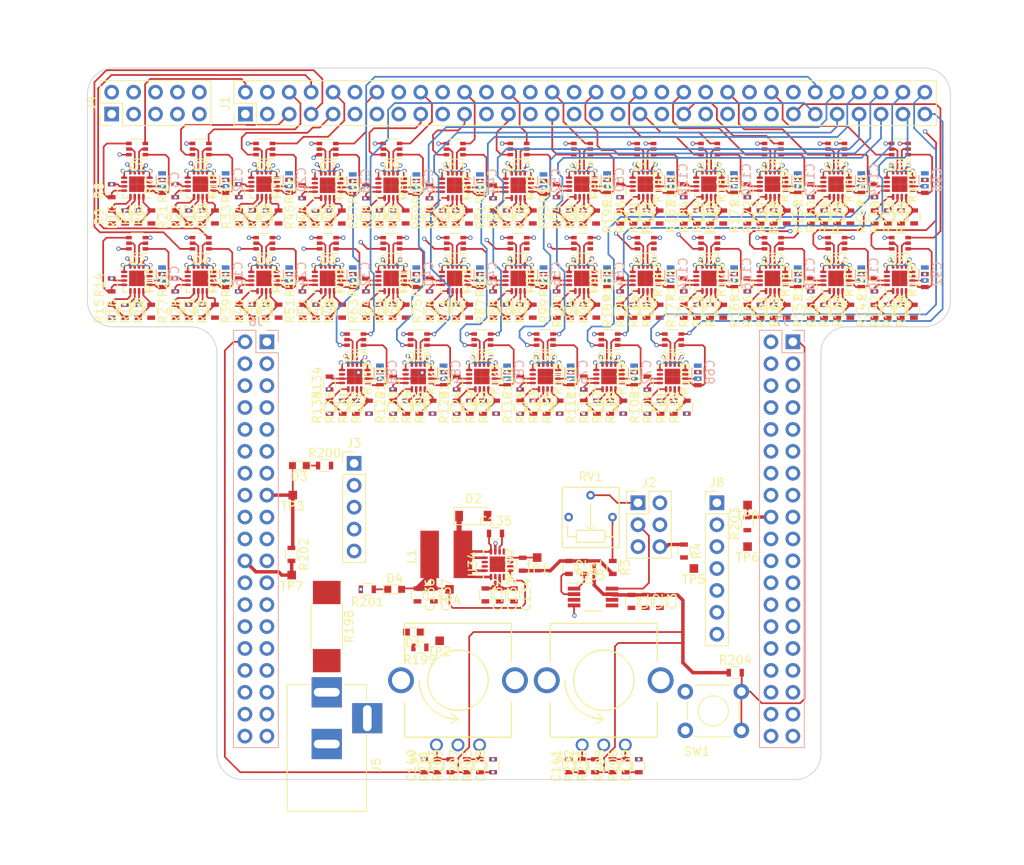
<source format=kicad_pcb>
(kicad_pcb (version 4) (host pcbnew 4.0.7-e2-6376~58~ubuntu17.04.1)
  (title_block (title "LED Driver Extension Board for STM32 Boards") (date 2017-11-20))
  (layers (0 S1.Cu signal) (1 S2.Cu signal) (2 V18.Cu mixed) (31 GND.Cu mixed) (34 B.Paste user) (35 F.Paste user) (36 B.SilkS user) (37 F.SilkS user) (38 B.Mask user) (39 F.Mask user) (44 Edge.Cuts user))
  (net 0 "")
  (net 1 +3V3)
  (net 2 GND)
  (net 3 V18)
  (net 4 "Net-(C135-Pad1)")
  (net 5 "Net-(C135-Pad2)")
  (net 6 E5V)
  (net 7 PC9)
  (net 8 PC11)
  (net 9 PC10)
  (net 10 PC12)
  (net 11 "Net-(D1-Pad1)")
  (net 12 "Net-(D3-Pad1)")
  (net 13 "Net-(D4-Pad1)")
  (net 14 LED_N_01)
  (net 15 LED_N_02)
  (net 16 LED_N_03)
  (net 17 LED_N_04)
  (net 18 LED_N_05)
  (net 19 LED_N_06)
  (net 20 LED_N_07)
  (net 21 LED_N_08)
  (net 22 LED_N_09)
  (net 23 LED_N_10)
  (net 24 LED_N_11)
  (net 25 LED_N_12)
  (net 26 LED_N_13)
  (net 27 LED_N_14)
  (net 28 LED_N_15)
  (net 29 LED_N_16)
  (net 30 LED_N_17)
  (net 31 LED_N_18)
  (net 32 LED_N_19)
  (net 33 LED_N_20)
  (net 34 LED_N_21)
  (net 35 LED_N_22)
  (net 36 LED_N_23)
  (net 37 LED_N_24)
  (net 38 LED_N_25)
  (net 39 LED_N_26)
  (net 40 LED_N_27)
  (net 41 LED_N_28)
  (net 42 LED_N_29)
  (net 43 LED_N_30)
  (net 44 LED_N_31)
  (net 45 LED_N_32)
  (net 46 LED_N_33)
  (net 47 LED_N_34)
  (net 48 LED_N_35)
  (net 49 LED_N_36)
  (net 50 LED_N_37)
  (net 51 LED_N_38)
  (net 52 LED_N_39)
  (net 53 LED_N_40)
  (net 54 LED_N_41)
  (net 55 LED_N_42)
  (net 56 LED_N_43)
  (net 57 LED_N_44)
  (net 58 LED_N_45)
  (net 59 LED_N_46)
  (net 60 LED_N_47)
  (net 61 LED_N_48)
  (net 62 LED_N_49)
  (net 63 LED_N_50)
  (net 64 LED_N_51)
  (net 65 LED_N_52)
  (net 66 LED_N_53)
  (net 67 LED_N_54)
  (net 68 LED_N_55)
  (net 69 LED_N_56)
  (net 70 LED_N_57)
  (net 71 LED_N_58)
  (net 72 LED_N_59)
  (net 73 LED_N_60)
  (net 74 LED_N_61)
  (net 75 LED_N_62)
  (net 76 LED_N_63)
  (net 77 LED_N_64)
  (net 78 "Net-(J2-Pad1)")
  (net 79 VSIG)
  (net 80 VDAC)
  (net 81 I2C_SCL)
  (net 82 I2C_SDA)
  (net 83 "Net-(J5-Pad1)")
  (net 84 PC8)
  (net 85 PA5)
  (net 86 PA7)
  (net 87 DC_OLED)
  (net 88 PA8)
  (net 89 CS_OLED)
  (net 90 "Net-(Q1-Pad1)")
  (net 91 "Net-(Q1-Pad5)")
  (net 92 "Net-(Q1-Pad2)")
  (net 93 "Net-(Q1-Pad4)")
  (net 94 "Net-(Q2-Pad1)")
  (net 95 "Net-(Q2-Pad5)")
  (net 96 "Net-(Q2-Pad2)")
  (net 97 "Net-(Q2-Pad4)")
  (net 98 "Net-(Q3-Pad1)")
  (net 99 "Net-(Q3-Pad5)")
  (net 100 "Net-(Q3-Pad2)")
  (net 101 "Net-(Q3-Pad4)")
  (net 102 "Net-(Q4-Pad1)")
  (net 103 "Net-(Q4-Pad5)")
  (net 104 "Net-(Q4-Pad2)")
  (net 105 "Net-(Q4-Pad4)")
  (net 106 "Net-(Q5-Pad1)")
  (net 107 "Net-(Q5-Pad5)")
  (net 108 "Net-(Q5-Pad2)")
  (net 109 "Net-(Q5-Pad4)")
  (net 110 "Net-(Q6-Pad1)")
  (net 111 "Net-(Q6-Pad5)")
  (net 112 "Net-(Q6-Pad2)")
  (net 113 "Net-(Q6-Pad4)")
  (net 114 "Net-(Q7-Pad1)")
  (net 115 "Net-(Q7-Pad5)")
  (net 116 "Net-(Q7-Pad2)")
  (net 117 "Net-(Q7-Pad4)")
  (net 118 "Net-(Q8-Pad1)")
  (net 119 "Net-(Q8-Pad5)")
  (net 120 "Net-(Q8-Pad2)")
  (net 121 "Net-(Q8-Pad4)")
  (net 122 "Net-(Q9-Pad1)")
  (net 123 "Net-(Q9-Pad5)")
  (net 124 "Net-(Q9-Pad2)")
  (net 125 "Net-(Q9-Pad4)")
  (net 126 "Net-(Q10-Pad1)")
  (net 127 "Net-(Q10-Pad5)")
  (net 128 "Net-(Q10-Pad2)")
  (net 129 "Net-(Q10-Pad4)")
  (net 130 "Net-(Q11-Pad1)")
  (net 131 "Net-(Q11-Pad5)")
  (net 132 "Net-(Q11-Pad2)")
  (net 133 "Net-(Q11-Pad4)")
  (net 134 "Net-(Q12-Pad1)")
  (net 135 "Net-(Q12-Pad5)")
  (net 136 "Net-(Q12-Pad2)")
  (net 137 "Net-(Q12-Pad4)")
  (net 138 "Net-(Q13-Pad1)")
  (net 139 "Net-(Q13-Pad5)")
  (net 140 "Net-(Q13-Pad2)")
  (net 141 "Net-(Q13-Pad4)")
  (net 142 "Net-(Q14-Pad1)")
  (net 143 "Net-(Q14-Pad5)")
  (net 144 "Net-(Q14-Pad2)")
  (net 145 "Net-(Q14-Pad4)")
  (net 146 "Net-(Q15-Pad1)")
  (net 147 "Net-(Q15-Pad5)")
  (net 148 "Net-(Q15-Pad2)")
  (net 149 "Net-(Q15-Pad4)")
  (net 150 "Net-(Q16-Pad1)")
  (net 151 "Net-(Q16-Pad5)")
  (net 152 "Net-(Q16-Pad2)")
  (net 153 "Net-(Q16-Pad4)")
  (net 154 "Net-(Q17-Pad1)")
  (net 155 "Net-(Q17-Pad5)")
  (net 156 "Net-(Q17-Pad2)")
  (net 157 "Net-(Q17-Pad4)")
  (net 158 "Net-(Q18-Pad1)")
  (net 159 "Net-(Q18-Pad5)")
  (net 160 "Net-(Q18-Pad2)")
  (net 161 "Net-(Q18-Pad4)")
  (net 162 "Net-(Q19-Pad1)")
  (net 163 "Net-(Q19-Pad5)")
  (net 164 "Net-(Q19-Pad2)")
  (net 165 "Net-(Q19-Pad4)")
  (net 166 "Net-(Q20-Pad1)")
  (net 167 "Net-(Q20-Pad5)")
  (net 168 "Net-(Q20-Pad2)")
  (net 169 "Net-(Q20-Pad4)")
  (net 170 "Net-(Q21-Pad1)")
  (net 171 "Net-(Q21-Pad5)")
  (net 172 "Net-(Q21-Pad2)")
  (net 173 "Net-(Q21-Pad4)")
  (net 174 "Net-(Q22-Pad1)")
  (net 175 "Net-(Q22-Pad5)")
  (net 176 "Net-(Q22-Pad2)")
  (net 177 "Net-(Q22-Pad4)")
  (net 178 "Net-(Q23-Pad1)")
  (net 179 "Net-(Q23-Pad5)")
  (net 180 "Net-(Q23-Pad2)")
  (net 181 "Net-(Q23-Pad4)")
  (net 182 "Net-(Q24-Pad1)")
  (net 183 "Net-(Q24-Pad5)")
  (net 184 "Net-(Q24-Pad2)")
  (net 185 "Net-(Q24-Pad4)")
  (net 186 "Net-(Q25-Pad1)")
  (net 187 "Net-(Q25-Pad5)")
  (net 188 "Net-(Q25-Pad2)")
  (net 189 "Net-(Q25-Pad4)")
  (net 190 "Net-(Q26-Pad1)")
  (net 191 "Net-(Q26-Pad5)")
  (net 192 "Net-(Q26-Pad2)")
  (net 193 "Net-(Q26-Pad4)")
  (net 194 "Net-(Q27-Pad5)")
  (net 195 "Net-(Q27-Pad4)")
  (net 196 "Net-(Q28-Pad5)")
  (net 197 "Net-(Q28-Pad4)")
  (net 198 "Net-(Q29-Pad5)")
  (net 199 "Net-(Q29-Pad4)")
  (net 200 "Net-(Q30-Pad5)")
  (net 201 "Net-(Q30-Pad4)")
  (net 202 "Net-(Q31-Pad5)")
  (net 203 "Net-(Q31-Pad4)")
  (net 204 "Net-(Q32-Pad5)")
  (net 205 "Net-(Q32-Pad4)")
  (net 206 "Net-(R1-Pad2)")
  (net 207 "Net-(R2-Pad2)")
  (net 208 "Net-(R3-Pad1)")
  (net 209 "Net-(R5-Pad1)")
  (net 210 "Net-(R5-Pad2)")
  (net 211 "Net-(R10-Pad1)")
  (net 212 "Net-(R10-Pad2)")
  (net 213 "Net-(R11-Pad1)")
  (net 214 "Net-(R11-Pad2)")
  (net 215 "Net-(R15-Pad2)")
  (net 216 "Net-(R16-Pad2)")
  (net 217 "Net-(R17-Pad1)")
  (net 218 "Net-(R17-Pad2)")
  (net 219 "Net-(R21-Pad2)")
  (net 220 "Net-(R22-Pad2)")
  (net 221 "Net-(R23-Pad1)")
  (net 222 "Net-(R23-Pad2)")
  (net 223 "Net-(R27-Pad2)")
  (net 224 "Net-(R28-Pad2)")
  (net 225 "Net-(R29-Pad1)")
  (net 226 "Net-(R29-Pad2)")
  (net 227 "Net-(R33-Pad2)")
  (net 228 "Net-(R34-Pad2)")
  (net 229 "Net-(R35-Pad1)")
  (net 230 "Net-(R35-Pad2)")
  (net 231 "Net-(R39-Pad2)")
  (net 232 "Net-(R40-Pad2)")
  (net 233 "Net-(R41-Pad1)")
  (net 234 "Net-(R41-Pad2)")
  (net 235 "Net-(R45-Pad2)")
  (net 236 "Net-(R46-Pad2)")
  (net 237 "Net-(R47-Pad1)")
  (net 238 "Net-(R47-Pad2)")
  (net 239 "Net-(R51-Pad2)")
  (net 240 "Net-(R52-Pad2)")
  (net 241 "Net-(R53-Pad1)")
  (net 242 "Net-(R53-Pad2)")
  (net 243 "Net-(R57-Pad2)")
  (net 244 "Net-(R58-Pad2)")
  (net 245 "Net-(R59-Pad1)")
  (net 246 "Net-(R59-Pad2)")
  (net 247 "Net-(R63-Pad2)")
  (net 248 "Net-(R64-Pad2)")
  (net 249 "Net-(R65-Pad1)")
  (net 250 "Net-(R65-Pad2)")
  (net 251 "Net-(R69-Pad2)")
  (net 252 "Net-(R70-Pad2)")
  (net 253 "Net-(R71-Pad1)")
  (net 254 "Net-(R71-Pad2)")
  (net 255 "Net-(R75-Pad2)")
  (net 256 "Net-(R76-Pad2)")
  (net 257 "Net-(R77-Pad1)")
  (net 258 "Net-(R77-Pad2)")
  (net 259 "Net-(R81-Pad2)")
  (net 260 "Net-(R82-Pad2)")
  (net 261 "Net-(R83-Pad1)")
  (net 262 "Net-(R83-Pad2)")
  (net 263 "Net-(R87-Pad2)")
  (net 264 "Net-(R88-Pad2)")
  (net 265 "Net-(R89-Pad1)")
  (net 266 "Net-(R89-Pad2)")
  (net 267 "Net-(R93-Pad2)")
  (net 268 "Net-(R94-Pad2)")
  (net 269 "Net-(R95-Pad1)")
  (net 270 "Net-(R95-Pad2)")
  (net 271 "Net-(R100-Pad1)")
  (net 272 "Net-(R100-Pad2)")
  (net 273 "Net-(R101-Pad1)")
  (net 274 "Net-(R101-Pad2)")
  (net 275 "Net-(R105-Pad2)")
  (net 276 "Net-(R106-Pad2)")
  (net 277 "Net-(R107-Pad1)")
  (net 278 "Net-(R107-Pad2)")
  (net 279 "Net-(R111-Pad2)")
  (net 280 "Net-(R112-Pad2)")
  (net 281 "Net-(R113-Pad1)")
  (net 282 "Net-(R113-Pad2)")
  (net 283 "Net-(R117-Pad2)")
  (net 284 "Net-(R118-Pad2)")
  (net 285 "Net-(R119-Pad1)")
  (net 286 "Net-(R119-Pad2)")
  (net 287 "Net-(R123-Pad2)")
  (net 288 "Net-(R124-Pad2)")
  (net 289 "Net-(R125-Pad1)")
  (net 290 "Net-(R125-Pad2)")
  (net 291 "Net-(R129-Pad2)")
  (net 292 "Net-(R130-Pad2)")
  (net 293 "Net-(R131-Pad1)")
  (net 294 "Net-(R131-Pad2)")
  (net 295 "Net-(R135-Pad2)")
  (net 296 "Net-(R136-Pad2)")
  (net 297 "Net-(R137-Pad1)")
  (net 298 "Net-(R137-Pad2)")
  (net 299 "Net-(R141-Pad2)")
  (net 300 "Net-(R142-Pad2)")
  (net 301 "Net-(R143-Pad1)")
  (net 302 "Net-(R143-Pad2)")
  (net 303 "Net-(R147-Pad2)")
  (net 304 "Net-(R148-Pad2)")
  (net 305 "Net-(R149-Pad1)")
  (net 306 "Net-(R149-Pad2)")
  (net 307 "Net-(R153-Pad2)")
  (net 308 "Net-(R154-Pad2)")
  (net 309 "Net-(R155-Pad1)")
  (net 310 "Net-(R155-Pad2)")
  (net 311 "Net-(R159-Pad2)")
  (net 312 "Net-(R160-Pad2)")
  (net 313 "Net-(R161-Pad1)")
  (net 314 "Net-(R161-Pad2)")
  (net 315 "Net-(R165-Pad2)")
  (net 316 "Net-(R166-Pad2)")
  (net 317 "Net-(R167-Pad1)")
  (net 318 "Net-(R167-Pad2)")
  (net 319 "Net-(R171-Pad2)")
  (net 320 "Net-(R172-Pad2)")
  (net 321 "Net-(R173-Pad1)")
  (net 322 "Net-(R173-Pad2)")
  (net 323 "Net-(R177-Pad2)")
  (net 324 "Net-(R178-Pad2)")
  (net 325 "Net-(R179-Pad1)")
  (net 326 "Net-(R179-Pad2)")
  (net 327 "Net-(R183-Pad2)")
  (net 328 "Net-(R184-Pad2)")
  (net 329 "Net-(R185-Pad1)")
  (net 330 "Net-(R185-Pad2)")
  (net 331 "Net-(R189-Pad2)")
  (net 332 "Net-(R190-Pad2)")
  (net 333 "Net-(R191-Pad1)")
  (net 334 "Net-(R191-Pad2)")
  (net 335 "Net-(R195-Pad2)")
  (net 336 "Net-(R196-Pad2)")
  (net 337 "Net-(R197-Pad2)")
  (net 338 "Net-(R205-Pad2)")
  (net 339 "Net-(R206-Pad2)")
  (net 340 "Net-(R209-Pad2)")
  (net 341 "Net-(R210-Pad2)")
  (net 342 "Net-(Q27-Pad1)")
  (net 343 "Net-(Q27-Pad2)")
  (net 344 "Net-(Q28-Pad1)")
  (net 345 "Net-(Q28-Pad2)")
  (net 346 "Net-(Q29-Pad1)")
  (net 347 "Net-(Q29-Pad2)")
  (net 348 "Net-(Q30-Pad1)")
  (net 349 "Net-(Q30-Pad2)")
  (net 350 "Net-(Q31-Pad1)")
  (net 351 "Net-(Q31-Pad2)")
  (net 352 "Net-(Q32-Pad1)")
  (net 353 "Net-(Q32-Pad2)")
  (module Diodes_SMD:D_SOD-123 (layer S1.Cu) (at 142.718 98.943)
    (fp_text reference D2 (at 0 -2) (layer F.SilkS))
    (fp_text value D_Schottky)
    (pad 1 smd rect (at -1.65 0) (size 0.9 1.2) (layers S1.Cu F.Paste F.Mask) (net 4 "Net-(C135-Pad1)"))
    (pad 2 smd rect (at 1.65 0) (size 0.9 1.2) (layers S1.Cu F.Paste F.Mask) (net 2 GND))
  )
  (module QFN:QFN-16-1EP_3x3mm_Pitch0.5mm (layer S1.Cu) (at 103.729 71.384 180)
    (fp_text reference U2 (at 0 -2.85 180) (layer F.SilkS))
    (fp_text value LM324QT)
    (pad 1 smd oval (at -1.475 -0.75 180) (size 0.75 0.3) (layers S1.Cu F.Paste F.Mask) (net 94 "Net-(Q2-Pad1)"))
    (pad 2 smd oval (at -1.475 -0.25 180) (size 0.75 0.3) (layers S1.Cu F.Paste F.Mask) (net 3 V18))
    (pad 3 smd oval (at -1.475 0.25 180) (size 0.75 0.3) (layers S1.Cu F.Paste F.Mask))
    (pad 4 smd oval (at -1.475 0.75 180) (size 0.75 0.3) (layers S1.Cu F.Paste F.Mask) (net 79 VSIG))
    (pad 5 smd oval (at -0.75 1.475 270) (size 0.75 0.3) (layers S1.Cu F.Paste F.Mask) (net 214 "Net-(R11-Pad2)"))
    (pad 6 smd oval (at -0.25 1.475 270) (size 0.75 0.3) (layers S1.Cu F.Paste F.Mask) (net 96 "Net-(Q2-Pad2)"))
    (pad 7 smd oval (at 0.25 1.475 270) (size 0.75 0.3) (layers S1.Cu F.Paste F.Mask) (net 95 "Net-(Q2-Pad5)"))
    (pad 8 smd oval (at 0.75 1.475 270) (size 0.75 0.3) (layers S1.Cu F.Paste F.Mask) (net 216 "Net-(R16-Pad2)"))
    (pad 9 smd oval (at 1.475 0.75 180) (size 0.75 0.3) (layers S1.Cu F.Paste F.Mask) (net 79 VSIG))
    (pad 10 smd oval (at 1.475 0.25 180) (size 0.75 0.3) (layers S1.Cu F.Paste F.Mask))
    (pad 11 smd oval (at 1.475 -0.25 180) (size 0.75 0.3) (layers S1.Cu F.Paste F.Mask) (net 2 GND))
    (pad 12 smd oval (at 1.475 -0.75 180) (size 0.75 0.3) (layers S1.Cu F.Paste F.Mask) (net 97 "Net-(Q2-Pad4)"))
    (pad 13 smd oval (at 0.75 -1.475 270) (size 0.75 0.3) (layers S1.Cu F.Paste F.Mask) (net 215 "Net-(R15-Pad2)"))
    (pad 14 smd oval (at 0.25 -1.475 270) (size 0.75 0.3) (layers S1.Cu F.Paste F.Mask) (net 216 "Net-(R16-Pad2)"))
    (pad 15 smd oval (at -0.25 -1.475 270) (size 0.75 0.3) (layers S1.Cu F.Paste F.Mask) (net 214 "Net-(R11-Pad2)"))
    (pad 16 smd oval (at -0.75 -1.475 270) (size 0.75 0.3) (layers S1.Cu F.Paste F.Mask) (net 213 "Net-(R11-Pad1)"))
    (pad 17 smd rect (at 0.45 0.45 180) (size 0.9 0.9) (layers S1.Cu F.Paste F.Mask))
    (pad 17 smd rect (at 0.45 -0.45 180) (size 0.9 0.9) (layers S1.Cu F.Paste F.Mask))
    (pad 17 smd rect (at -0.45 0.45 180) (size 0.9 0.9) (layers S1.Cu F.Paste F.Mask))
    (pad 17 smd rect (at -0.45 -0.45 180) (size 0.9 0.9) (layers S1.Cu F.Paste F.Mask))
  )
  (module Resistors_SMD:R_0603 (layer S1.Cu) (at 161.036 108.839 270)
    (fp_text reference C1 (at 0 -1.45 270) (layer F.SilkS))
    (fp_text value 10n)
    (pad 1 smd rect (at -0.75 0 270) (size 0.5 0.9) (layers S1.Cu F.Paste F.Mask) (net 1 +3V3))
    (pad 2 smd rect (at 0.75 0 270) (size 0.5 0.9) (layers S1.Cu F.Paste F.Mask) (net 2 GND))
  )
  (module Resistors_SMD:R_0603 (layer S1.Cu) (at 162.687 108.839 270)
    (fp_text reference C2 (at 0 -1.45 270) (layer F.SilkS))
    (fp_text value 100n)
    (pad 1 smd rect (at -0.75 0 270) (size 0.5 0.9) (layers S1.Cu F.Paste F.Mask) (net 1 +3V3))
    (pad 2 smd rect (at 0.75 0 270) (size 0.5 0.9) (layers S1.Cu F.Paste F.Mask) (net 2 GND))
  )
  (module Resistors_SMD:R_0603 (layer S1.Cu) (at 164.338 108.839 270)
    (fp_text reference C3 (at 0 -1.45 270) (layer F.SilkS))
    (fp_text value 10u)
    (pad 1 smd rect (at -0.75 0 270) (size 0.5 0.9) (layers S1.Cu F.Paste F.Mask) (net 1 +3V3))
    (pad 2 smd rect (at 0.75 0 270) (size 0.5 0.9) (layers S1.Cu F.Paste F.Mask) (net 2 GND))
  )
  (module Resistors_SMD:R_0603 (layer GND.Cu) (at 106.65 59.954 90)
    (fp_text reference C4 (at 0 1.45 90) (layer B.SilkS) (effects (justify mirror)))
    (fp_text value 1u)
    (pad 1 smd rect (at -0.75 0 90) (size 0.5 0.9) (layers GND.Cu B.Paste B.Mask) (net 3 V18))
    (pad 2 smd rect (at 0.75 0 90) (size 0.5 0.9) (layers GND.Cu B.Paste B.Mask) (net 2 GND))
  )
  (module Resistors_SMD:R_0603 (layer GND.Cu) (at 106.65 70.876 90)
    (fp_text reference C8 (at 0 1.45 90) (layer B.SilkS) (effects (justify mirror)))
    (fp_text value 1u)
    (pad 1 smd rect (at -0.75 0 90) (size 0.5 0.9) (layers GND.Cu B.Paste B.Mask) (net 3 V18))
    (pad 2 smd rect (at 0.75 0 90) (size 0.5 0.9) (layers GND.Cu B.Paste B.Mask) (net 2 GND))
  )
  (module Resistors_SMD:R_0603 (layer GND.Cu) (at 114.016 59.954 90)
    (fp_text reference C12 (at 0 1.45 90) (layer B.SilkS) (effects (justify mirror)))
    (fp_text value 1u)
    (pad 1 smd rect (at -0.75 0 90) (size 0.5 0.9) (layers GND.Cu B.Paste B.Mask) (net 3 V18))
    (pad 2 smd rect (at 0.75 0 90) (size 0.5 0.9) (layers GND.Cu B.Paste B.Mask) (net 2 GND))
  )
  (module Resistors_SMD:R_0603 (layer GND.Cu) (at 114.016 70.876 90)
    (fp_text reference C16 (at 0 1.45 90) (layer B.SilkS) (effects (justify mirror)))
    (fp_text value 1u)
    (pad 1 smd rect (at -0.75 0 90) (size 0.5 0.9) (layers GND.Cu B.Paste B.Mask) (net 3 V18))
    (pad 2 smd rect (at 0.75 0 90) (size 0.5 0.9) (layers GND.Cu B.Paste B.Mask) (net 2 GND))
  )
  (module Resistors_SMD:R_0603 (layer GND.Cu) (at 121.3612 59.944 90)
    (fp_text reference C20 (at 0 1.45 90) (layer B.SilkS) (effects (justify mirror)))
    (fp_text value 1u)
    (pad 1 smd rect (at -0.75 0 90) (size 0.5 0.9) (layers GND.Cu B.Paste B.Mask) (net 3 V18))
    (pad 2 smd rect (at 0.75 0 90) (size 0.5 0.9) (layers GND.Cu B.Paste B.Mask) (net 2 GND))
  )
  (module Resistors_SMD:R_0603 (layer GND.Cu) (at 121.382 70.876 90)
    (fp_text reference C24 (at 0 1.45 90) (layer B.SilkS) (effects (justify mirror)))
    (fp_text value 1u)
    (pad 1 smd rect (at -0.75 0 90) (size 0.5 0.9) (layers GND.Cu B.Paste B.Mask) (net 3 V18))
    (pad 2 smd rect (at 0.75 0 90) (size 0.5 0.9) (layers GND.Cu B.Paste B.Mask) (net 2 GND))
  )
  (module Resistors_SMD:R_0603 (layer GND.Cu) (at 128.748 60.081 90)
    (fp_text reference C28 (at 0 1.45 90) (layer B.SilkS) (effects (justify mirror)))
    (fp_text value 1u)
    (pad 1 smd rect (at -0.75 0 90) (size 0.5 0.9) (layers GND.Cu B.Paste B.Mask) (net 3 V18))
    (pad 2 smd rect (at 0.75 0 90) (size 0.5 0.9) (layers GND.Cu B.Paste B.Mask) (net 2 GND))
  )
  (module Resistors_SMD:R_0603 (layer GND.Cu) (at 128.748 70.876 90)
    (fp_text reference C32 (at 0 1.45 90) (layer B.SilkS) (effects (justify mirror)))
    (fp_text value 1u)
    (pad 1 smd rect (at -0.75 0 90) (size 0.5 0.9) (layers GND.Cu B.Paste B.Mask) (net 3 V18))
    (pad 2 smd rect (at 0.75 0 90) (size 0.5 0.9) (layers GND.Cu B.Paste B.Mask) (net 2 GND))
  )
  (module Resistors_SMD:R_0603 (layer GND.Cu) (at 136.114 60.081 90)
    (fp_text reference C36 (at 0 1.45 90) (layer B.SilkS) (effects (justify mirror)))
    (fp_text value 1u)
    (pad 1 smd rect (at -0.75 0 90) (size 0.5 0.9) (layers GND.Cu B.Paste B.Mask) (net 3 V18))
    (pad 2 smd rect (at 0.75 0 90) (size 0.5 0.9) (layers GND.Cu B.Paste B.Mask) (net 2 GND))
  )
  (module Resistors_SMD:R_0603 (layer GND.Cu) (at 136.114 70.876 90)
    (fp_text reference C40 (at 0 1.45 90) (layer B.SilkS) (effects (justify mirror)))
    (fp_text value 1u)
    (pad 1 smd rect (at -0.75 0 90) (size 0.5 0.9) (layers GND.Cu B.Paste B.Mask) (net 3 V18))
    (pad 2 smd rect (at 0.75 0 90) (size 0.5 0.9) (layers GND.Cu B.Paste B.Mask) (net 2 GND))
  )
  (module Resistors_SMD:R_0603 (layer GND.Cu) (at 143.48 60.081 90)
    (fp_text reference C44 (at 0 1.45 90) (layer B.SilkS) (effects (justify mirror)))
    (fp_text value 1u)
    (pad 1 smd rect (at -0.75 0 90) (size 0.5 0.9) (layers GND.Cu B.Paste B.Mask) (net 3 V18))
    (pad 2 smd rect (at 0.75 0 90) (size 0.5 0.9) (layers GND.Cu B.Paste B.Mask) (net 2 GND))
  )
  (module Resistors_SMD:R_0603 (layer GND.Cu) (at 143.48 70.876 90)
    (fp_text reference C48 (at 0 1.45 90) (layer B.SilkS) (effects (justify mirror)))
    (fp_text value 1u)
    (pad 1 smd rect (at -0.75 0 90) (size 0.5 0.9) (layers GND.Cu B.Paste B.Mask) (net 3 V18))
    (pad 2 smd rect (at 0.75 0 90) (size 0.5 0.9) (layers GND.Cu B.Paste B.Mask) (net 2 GND))
  )
  (module Resistors_SMD:R_0603 (layer GND.Cu) (at 150.846 60.081 90)
    (fp_text reference C52 (at 0 1.45 90) (layer B.SilkS) (effects (justify mirror)))
    (fp_text value 1u)
    (pad 1 smd rect (at -0.75 0 90) (size 0.5 0.9) (layers GND.Cu B.Paste B.Mask) (net 3 V18))
    (pad 2 smd rect (at 0.75 0 90) (size 0.5 0.9) (layers GND.Cu B.Paste B.Mask) (net 2 GND))
  )
  (module Resistors_SMD:R_0603 (layer GND.Cu) (at 150.846 70.876 90)
    (fp_text reference C56 (at 0 1.45 90) (layer B.SilkS) (effects (justify mirror)))
    (fp_text value 1u)
    (pad 1 smd rect (at -0.75 0 90) (size 0.5 0.9) (layers GND.Cu B.Paste B.Mask) (net 3 V18))
    (pad 2 smd rect (at 0.75 0 90) (size 0.5 0.9) (layers GND.Cu B.Paste B.Mask) (net 2 GND))
  )
  (module Resistors_SMD:R_0603 (layer GND.Cu) (at 158.212 59.954 90)
    (fp_text reference C60 (at 0 1.45 90) (layer B.SilkS) (effects (justify mirror)))
    (fp_text value 1u)
    (pad 1 smd rect (at -0.75 0 90) (size 0.5 0.9) (layers GND.Cu B.Paste B.Mask) (net 3 V18))
    (pad 2 smd rect (at 0.75 0 90) (size 0.5 0.9) (layers GND.Cu B.Paste B.Mask) (net 2 GND))
  )
  (module Resistors_SMD:R_0603 (layer GND.Cu) (at 158.212 70.876 90)
    (fp_text reference C64 (at 0 1.45 90) (layer B.SilkS) (effects (justify mirror)))
    (fp_text value 1u)
    (pad 1 smd rect (at -0.75 0 90) (size 0.5 0.9) (layers GND.Cu B.Paste B.Mask) (net 3 V18))
    (pad 2 smd rect (at 0.75 0 90) (size 0.5 0.9) (layers GND.Cu B.Paste B.Mask) (net 2 GND))
  )
  (module Resistors_SMD:R_0603 (layer GND.Cu) (at 168.7276 82.2552 90)
    (fp_text reference C68 (at 0 1.45 90) (layer B.SilkS) (effects (justify mirror)))
    (fp_text value 1u)
    (pad 1 smd rect (at -0.75 0 90) (size 0.5 0.9) (layers GND.Cu B.Paste B.Mask) (net 3 V18))
    (pad 2 smd rect (at 0.75 0 90) (size 0.5 0.9) (layers GND.Cu B.Paste B.Mask) (net 2 GND))
  )
  (module Resistors_SMD:R_0603 (layer GND.Cu) (at 161.3616 82.2552 90)
    (fp_text reference C72 (at 0 1.45 90) (layer B.SilkS) (effects (justify mirror)))
    (fp_text value 1u)
    (pad 1 smd rect (at -0.75 0 90) (size 0.5 0.9) (layers GND.Cu B.Paste B.Mask) (net 3 V18))
    (pad 2 smd rect (at 0.75 0 90) (size 0.5 0.9) (layers GND.Cu B.Paste B.Mask) (net 2 GND))
  )
  (module Resistors_SMD:R_0603 (layer GND.Cu) (at 153.9956 82.2552 90)
    (fp_text reference C76 (at 0 1.45 90) (layer B.SilkS) (effects (justify mirror)))
    (fp_text value 1u)
    (pad 1 smd rect (at -0.75 0 90) (size 0.5 0.9) (layers GND.Cu B.Paste B.Mask) (net 3 V18))
    (pad 2 smd rect (at 0.75 0 90) (size 0.5 0.9) (layers GND.Cu B.Paste B.Mask) (net 2 GND))
  )
  (module Resistors_SMD:R_0603 (layer GND.Cu) (at 146.6296 82.2552 90)
    (fp_text reference C80 (at 0 1.45 90) (layer B.SilkS) (effects (justify mirror)))
    (fp_text value 1u)
    (pad 1 smd rect (at -0.75 0 90) (size 0.5 0.9) (layers GND.Cu B.Paste B.Mask) (net 3 V18))
    (pad 2 smd rect (at 0.75 0 90) (size 0.5 0.9) (layers GND.Cu B.Paste B.Mask) (net 2 GND))
  )
  (module Resistors_SMD:R_0603 (layer GND.Cu) (at 139.2636 82.2552 90)
    (fp_text reference C84 (at 0 1.45 90) (layer B.SilkS) (effects (justify mirror)))
    (fp_text value 1u)
    (pad 1 smd rect (at -0.75 0 90) (size 0.5 0.9) (layers GND.Cu B.Paste B.Mask) (net 3 V18))
    (pad 2 smd rect (at 0.75 0 90) (size 0.5 0.9) (layers GND.Cu B.Paste B.Mask) (net 2 GND))
  )
  (module Resistors_SMD:R_0603 (layer GND.Cu) (at 131.8976 82.2552 90)
    (fp_text reference C88 (at 0 1.45 90) (layer B.SilkS) (effects (justify mirror)))
    (fp_text value 1u)
    (pad 1 smd rect (at -0.75 0 90) (size 0.5 0.9) (layers GND.Cu B.Paste B.Mask) (net 3 V18))
    (pad 2 smd rect (at 0.75 0 90) (size 0.5 0.9) (layers GND.Cu B.Paste B.Mask) (net 2 GND))
  )
  (module Resistors_SMD:R_0603 (layer GND.Cu) (at 195.042 70.876 90)
    (fp_text reference C92 (at 0 1.45 90) (layer B.SilkS) (effects (justify mirror)))
    (fp_text value 1u)
    (pad 1 smd rect (at -0.75 0 90) (size 0.5 0.9) (layers GND.Cu B.Paste B.Mask) (net 3 V18))
    (pad 2 smd rect (at 0.75 0 90) (size 0.5 0.9) (layers GND.Cu B.Paste B.Mask) (net 2 GND))
  )
  (module Resistors_SMD:R_0603 (layer GND.Cu) (at 195.042 59.954 90)
    (fp_text reference C96 (at 0 1.45 90) (layer B.SilkS) (effects (justify mirror)))
    (fp_text value 1u)
    (pad 1 smd rect (at -0.75 0 90) (size 0.5 0.9) (layers GND.Cu B.Paste B.Mask) (net 3 V18))
    (pad 2 smd rect (at 0.75 0 90) (size 0.5 0.9) (layers GND.Cu B.Paste B.Mask) (net 2 GND))
  )
  (module Resistors_SMD:R_0603 (layer GND.Cu) (at 187.676 70.876 90)
    (fp_text reference C100 (at 0 1.45 90) (layer B.SilkS) (effects (justify mirror)))
    (fp_text value 1u)
    (pad 1 smd rect (at -0.75 0 90) (size 0.5 0.9) (layers GND.Cu B.Paste B.Mask) (net 3 V18))
    (pad 2 smd rect (at 0.75 0 90) (size 0.5 0.9) (layers GND.Cu B.Paste B.Mask) (net 2 GND))
  )
  (module Resistors_SMD:R_0603 (layer GND.Cu) (at 187.676 59.954 90)
    (fp_text reference C104 (at 0 1.45 90) (layer B.SilkS) (effects (justify mirror)))
    (fp_text value 1u)
    (pad 1 smd rect (at -0.75 0 90) (size 0.5 0.9) (layers GND.Cu B.Paste B.Mask) (net 3 V18))
    (pad 2 smd rect (at 0.75 0 90) (size 0.5 0.9) (layers GND.Cu B.Paste B.Mask) (net 2 GND))
  )
  (module Resistors_SMD:R_0603 (layer GND.Cu) (at 180.31 70.876 90)
    (fp_text reference C108 (at 0 1.45 90) (layer B.SilkS) (effects (justify mirror)))
    (fp_text value 1u)
    (pad 1 smd rect (at -0.75 0 90) (size 0.5 0.9) (layers GND.Cu B.Paste B.Mask) (net 3 V18))
    (pad 2 smd rect (at 0.75 0 90) (size 0.5 0.9) (layers GND.Cu B.Paste B.Mask) (net 2 GND))
  )
  (module Resistors_SMD:R_0603 (layer GND.Cu) (at 180.31 59.954 90)
    (fp_text reference C112 (at 0 1.45 90) (layer B.SilkS) (effects (justify mirror)))
    (fp_text value 1u)
    (pad 1 smd rect (at -0.75 0 90) (size 0.5 0.9) (layers GND.Cu B.Paste B.Mask) (net 3 V18))
    (pad 2 smd rect (at 0.75 0 90) (size 0.5 0.9) (layers GND.Cu B.Paste B.Mask) (net 2 GND))
  )
  (module Resistors_SMD:R_0603 (layer GND.Cu) (at 172.944 70.876 90)
    (fp_text reference C116 (at 0 1.45 90) (layer B.SilkS) (effects (justify mirror)))
    (fp_text value 1u)
    (pad 1 smd rect (at -0.75 0 90) (size 0.5 0.9) (layers GND.Cu B.Paste B.Mask) (net 3 V18))
    (pad 2 smd rect (at 0.75 0 90) (size 0.5 0.9) (layers GND.Cu B.Paste B.Mask) (net 2 GND))
  )
  (module Resistors_SMD:R_0603 (layer GND.Cu) (at 172.9232 59.944 90)
    (fp_text reference C120 (at 0 1.45 90) (layer B.SilkS) (effects (justify mirror)))
    (fp_text value 1u)
    (pad 1 smd rect (at -0.75 0 90) (size 0.5 0.9) (layers GND.Cu B.Paste B.Mask) (net 3 V18))
    (pad 2 smd rect (at 0.75 0 90) (size 0.5 0.9) (layers GND.Cu B.Paste B.Mask) (net 2 GND))
  )
  (module Resistors_SMD:R_0603 (layer GND.Cu) (at 165.578 70.876 90)
    (fp_text reference C124 (at 0 1.45 90) (layer B.SilkS) (effects (justify mirror)))
    (fp_text value 1u)
    (pad 1 smd rect (at -0.75 0 90) (size 0.5 0.9) (layers GND.Cu B.Paste B.Mask) (net 3 V18))
    (pad 2 smd rect (at 0.75 0 90) (size 0.5 0.9) (layers GND.Cu B.Paste B.Mask) (net 2 GND))
  )
  (module Resistors_SMD:R_0603 (layer GND.Cu) (at 165.578 59.954 90)
    (fp_text reference C128 (at 0 1.45 90) (layer B.SilkS) (effects (justify mirror)))
    (fp_text value 1u)
    (pad 1 smd rect (at -0.75 0 90) (size 0.5 0.9) (layers GND.Cu B.Paste B.Mask) (net 3 V18))
    (pad 2 smd rect (at 0.75 0 90) (size 0.5 0.9) (layers GND.Cu B.Paste B.Mask) (net 2 GND))
  )
  (module Resistors_SMD:R_0603 (layer S1.Cu) (at 144.115 108.087 270)
    (fp_text reference C132 (at 0 -1.45 270) (layer F.SilkS))
    (fp_text value 10u)
    (pad 1 smd rect (at -0.75 0 270) (size 0.5 0.9) (layers S1.Cu F.Paste F.Mask) (net 3 V18))
    (pad 2 smd rect (at 0.75 0 270) (size 0.5 0.9) (layers S1.Cu F.Paste F.Mask) (net 2 GND))
  )
  (module Resistors_SMD:R_0603 (layer S1.Cu) (at 145.766 108.087 270)
    (fp_text reference C133 (at 0 -1.45 270) (layer F.SilkS))
    (fp_text value 100n)
    (pad 1 smd rect (at -0.75 0 270) (size 0.5 0.9) (layers S1.Cu F.Paste F.Mask) (net 3 V18))
    (pad 2 smd rect (at 0.75 0 270) (size 0.5 0.9) (layers S1.Cu F.Paste F.Mask) (net 2 GND))
  )
  (module Resistors_SMD:R_0603 (layer S1.Cu) (at 147.417 108.087 270)
    (fp_text reference C134 (at 0 -1.45 270) (layer F.SilkS))
    (fp_text value 10n)
    (pad 1 smd rect (at -0.75 0 270) (size 0.5 0.9) (layers S1.Cu F.Paste F.Mask) (net 3 V18))
    (pad 2 smd rect (at 0.75 0 270) (size 0.5 0.9) (layers S1.Cu F.Paste F.Mask) (net 2 GND))
  )
  (module Resistors_SMD:R_0603 (layer S1.Cu) (at 145.004 127.899 90)
    (fp_text reference C138 (at 0 -1.45 90) (layer F.SilkS))
    (fp_text value 10n)
    (pad 1 smd rect (at -0.75 0 90) (size 0.5 0.9) (layers S1.Cu F.Paste F.Mask) (net 7 PC9))
    (pad 2 smd rect (at 0.75 0 90) (size 0.5 0.9) (layers S1.Cu F.Paste F.Mask) (net 2 GND))
  )
  (module Resistors_SMD:R_0603 (layer S1.Cu) (at 161.895 127.899 90)
    (fp_text reference C139 (at 0 -1.45 90) (layer F.SilkS))
    (fp_text value 10n)
    (pad 1 smd rect (at -0.75 0 90) (size 0.5 0.9) (layers S1.Cu F.Paste F.Mask) (net 8 PC11))
    (pad 2 smd rect (at 0.75 0 90) (size 0.5 0.9) (layers S1.Cu F.Paste F.Mask) (net 2 GND))
  )
  (module Resistors_SMD:R_0603 (layer S1.Cu) (at 137.003 127.899 90)
    (fp_text reference C140 (at 0 -1.45 90) (layer F.SilkS))
    (fp_text value 10n)
    (pad 1 smd rect (at -0.75 0 90) (size 0.5 0.9) (layers S1.Cu F.Paste F.Mask) (net 9 PC10))
    (pad 2 smd rect (at 0.75 0 90) (size 0.5 0.9) (layers S1.Cu F.Paste F.Mask) (net 2 GND))
  )
  (module Resistors_SMD:R_0603 (layer S1.Cu) (at 153.767 127.899 90)
    (fp_text reference C141 (at 0 -1.45 90) (layer F.SilkS))
    (fp_text value 10n)
    (pad 1 smd rect (at -0.75 0 90) (size 0.5 0.9) (layers S1.Cu F.Paste F.Mask) (net 10 PC12))
    (pad 2 smd rect (at 0.75 0 90) (size 0.5 0.9) (layers S1.Cu F.Paste F.Mask) (net 2 GND))
  )
  (module LEDs:LED_0603 (layer S1.Cu) (at 135.763 112.395 180)
    (fp_text reference D1 (at 0 -1.25 180) (layer F.SilkS))
    (fp_text value LED)
    (pad 2 smd rect (at 0.8 0) (size 0.8 0.8) (layers S1.Cu F.Paste F.Mask) (net 3 V18))
    (pad 1 smd rect (at -0.8 0) (size 0.8 0.8) (layers S1.Cu F.Paste F.Mask) (net 11 "Net-(D1-Pad1)"))
  )
  (module LEDs:LED_0603 (layer S1.Cu) (at 122.555 93.091 180)
    (fp_text reference D3 (at 0 -1.25 180) (layer F.SilkS))
    (fp_text value LED)
    (pad 2 smd rect (at 0.8 0) (size 0.8 0.8) (layers S1.Cu F.Paste F.Mask) (net 1 +3V3))
    (pad 1 smd rect (at -0.8 0) (size 0.8 0.8) (layers S1.Cu F.Paste F.Mask) (net 12 "Net-(D3-Pad1)"))
  )
  (module LEDs:LED_0603 (layer S1.Cu) (at 133.604 107.442)
    (fp_text reference D4 (at 0 -1.25) (layer F.SilkS))
    (fp_text value LED)
    (pad 2 smd rect (at 0.8 0 180) (size 0.8 0.8) (layers S1.Cu F.Paste F.Mask) (net 6 E5V))
    (pad 1 smd rect (at -0.8 0 180) (size 0.8 0.8) (layers S1.Cu F.Paste F.Mask) (net 13 "Net-(D4-Pad1)"))
  )
  (module Pin_Headers:Pin_Header_Straight_2x32_Pitch2.54mm (layer S1.Cu) (at 116.302 52.334 90)
    (fp_text reference J1 (at 1.27 -2.33 90) (layer F.SilkS))
    (fp_text value Conn_02x32_Counter_Clockwise)
    (pad 1 thru_hole rect (at 0 0 90) (size 1.7 1.7) (drill 1) (layers *.Cu *.Mask) (net 14 LED_N_01))
    (pad 2 thru_hole oval (at 2.54 0 90) (size 1.7 1.7) (drill 1) (layers *.Cu *.Mask) (net 15 LED_N_02))
    (pad 3 thru_hole oval (at 0 2.54 90) (size 1.7 1.7) (drill 1) (layers *.Cu *.Mask) (net 16 LED_N_03))
    (pad 4 thru_hole oval (at 2.54 2.54 90) (size 1.7 1.7) (drill 1) (layers *.Cu *.Mask) (net 17 LED_N_04))
    (pad 5 thru_hole oval (at 0 5.08 90) (size 1.7 1.7) (drill 1) (layers *.Cu *.Mask) (net 18 LED_N_05))
    (pad 6 thru_hole oval (at 2.54 5.08 90) (size 1.7 1.7) (drill 1) (layers *.Cu *.Mask) (net 19 LED_N_06))
    (pad 7 thru_hole oval (at 0 7.62 90) (size 1.7 1.7) (drill 1) (layers *.Cu *.Mask) (net 20 LED_N_07))
    (pad 8 thru_hole oval (at 2.54 7.62 90) (size 1.7 1.7) (drill 1) (layers *.Cu *.Mask) (net 21 LED_N_08))
    (pad 9 thru_hole oval (at 0 10.16 90) (size 1.7 1.7) (drill 1) (layers *.Cu *.Mask) (net 22 LED_N_09))
    (pad 10 thru_hole oval (at 2.54 10.16 90) (size 1.7 1.7) (drill 1) (layers *.Cu *.Mask) (net 23 LED_N_10))
    (pad 11 thru_hole oval (at 0 12.7 90) (size 1.7 1.7) (drill 1) (layers *.Cu *.Mask) (net 24 LED_N_11))
    (pad 12 thru_hole oval (at 2.54 12.7 90) (size 1.7 1.7) (drill 1) (layers *.Cu *.Mask) (net 25 LED_N_12))
    (pad 13 thru_hole oval (at 0 15.24 90) (size 1.7 1.7) (drill 1) (layers *.Cu *.Mask) (net 26 LED_N_13))
    (pad 14 thru_hole oval (at 2.54 15.24 90) (size 1.7 1.7) (drill 1) (layers *.Cu *.Mask) (net 27 LED_N_14))
    (pad 15 thru_hole oval (at 0 17.78 90) (size 1.7 1.7) (drill 1) (layers *.Cu *.Mask) (net 28 LED_N_15))
    (pad 16 thru_hole oval (at 2.54 17.78 90) (size 1.7 1.7) (drill 1) (layers *.Cu *.Mask) (net 29 LED_N_16))
    (pad 17 thru_hole oval (at 0 20.32 90) (size 1.7 1.7) (drill 1) (layers *.Cu *.Mask) (net 30 LED_N_17))
    (pad 18 thru_hole oval (at 2.54 20.32 90) (size 1.7 1.7) (drill 1) (layers *.Cu *.Mask) (net 31 LED_N_18))
    (pad 19 thru_hole oval (at 0 22.86 90) (size 1.7 1.7) (drill 1) (layers *.Cu *.Mask) (net 32 LED_N_19))
    (pad 20 thru_hole oval (at 2.54 22.86 90) (size 1.7 1.7) (drill 1) (layers *.Cu *.Mask) (net 33 LED_N_20))
    (pad 21 thru_hole oval (at 0 25.4 90) (size 1.7 1.7) (drill 1) (layers *.Cu *.Mask) (net 34 LED_N_21))
    (pad 22 thru_hole oval (at 2.54 25.4 90) (size 1.7 1.7) (drill 1) (layers *.Cu *.Mask) (net 35 LED_N_22))
    (pad 23 thru_hole oval (at 0 27.94 90) (size 1.7 1.7) (drill 1) (layers *.Cu *.Mask) (net 36 LED_N_23))
    (pad 24 thru_hole oval (at 2.54 27.94 90) (size 1.7 1.7) (drill 1) (layers *.Cu *.Mask) (net 37 LED_N_24))
    (pad 25 thru_hole oval (at 0 30.48 90) (size 1.7 1.7) (drill 1) (layers *.Cu *.Mask) (net 38 LED_N_25))
    (pad 26 thru_hole oval (at 2.54 30.48 90) (size 1.7 1.7) (drill 1) (layers *.Cu *.Mask) (net 39 LED_N_26))
    (pad 27 thru_hole oval (at 0 33.02 90) (size 1.7 1.7) (drill 1) (layers *.Cu *.Mask) (net 40 LED_N_27))
    (pad 28 thru_hole oval (at 2.54 33.02 90) (size 1.7 1.7) (drill 1) (layers *.Cu *.Mask) (net 41 LED_N_28))
    (pad 29 thru_hole oval (at 0 35.56 90) (size 1.7 1.7) (drill 1) (layers *.Cu *.Mask) (net 42 LED_N_29))
    (pad 30 thru_hole oval (at 2.54 35.56 90) (size 1.7 1.7) (drill 1) (layers *.Cu *.Mask) (net 43 LED_N_30))
    (pad 31 thru_hole oval (at 0 38.1 90) (size 1.7 1.7) (drill 1) (layers *.Cu *.Mask) (net 44 LED_N_31))
    (pad 32 thru_hole oval (at 2.54 38.1 90) (size 1.7 1.7) (drill 1) (layers *.Cu *.Mask) (net 45 LED_N_32))
    (pad 33 thru_hole oval (at 0 40.64 90) (size 1.7 1.7) (drill 1) (layers *.Cu *.Mask) (net 46 LED_N_33))
    (pad 34 thru_hole oval (at 2.54 40.64 90) (size 1.7 1.7) (drill 1) (layers *.Cu *.Mask) (net 47 LED_N_34))
    (pad 35 thru_hole oval (at 0 43.18 90) (size 1.7 1.7) (drill 1) (layers *.Cu *.Mask) (net 48 LED_N_35))
    (pad 36 thru_hole oval (at 2.54 43.18 90) (size 1.7 1.7) (drill 1) (layers *.Cu *.Mask) (net 49 LED_N_36))
    (pad 37 thru_hole oval (at 0 45.72 90) (size 1.7 1.7) (drill 1) (layers *.Cu *.Mask) (net 50 LED_N_37))
    (pad 38 thru_hole oval (at 2.54 45.72 90) (size 1.7 1.7) (drill 1) (layers *.Cu *.Mask) (net 51 LED_N_38))
    (pad 39 thru_hole oval (at 0 48.26 90) (size 1.7 1.7) (drill 1) (layers *.Cu *.Mask) (net 52 LED_N_39))
    (pad 40 thru_hole oval (at 2.54 48.26 90) (size 1.7 1.7) (drill 1) (layers *.Cu *.Mask) (net 53 LED_N_40))
    (pad 41 thru_hole oval (at 0 50.8 90) (size 1.7 1.7) (drill 1) (layers *.Cu *.Mask) (net 54 LED_N_41))
    (pad 42 thru_hole oval (at 2.54 50.8 90) (size 1.7 1.7) (drill 1) (layers *.Cu *.Mask) (net 55 LED_N_42))
    (pad 43 thru_hole oval (at 0 53.34 90) (size 1.7 1.7) (drill 1) (layers *.Cu *.Mask) (net 56 LED_N_43))
    (pad 44 thru_hole oval (at 2.54 53.34 90) (size 1.7 1.7) (drill 1) (layers *.Cu *.Mask) (net 57 LED_N_44))
    (pad 45 thru_hole oval (at 0 55.88 90) (size 1.7 1.7) (drill 1) (layers *.Cu *.Mask) (net 58 LED_N_45))
    (pad 46 thru_hole oval (at 2.54 55.88 90) (size 1.7 1.7) (drill 1) (layers *.Cu *.Mask) (net 59 LED_N_46))
    (pad 47 thru_hole oval (at 0 58.42 90) (size 1.7 1.7) (drill 1) (layers *.Cu *.Mask) (net 60 LED_N_47))
    (pad 48 thru_hole oval (at 2.54 58.42 90) (size 1.7 1.7) (drill 1) (layers *.Cu *.Mask) (net 61 LED_N_48))
    (pad 49 thru_hole oval (at 0 60.96 90) (size 1.7 1.7) (drill 1) (layers *.Cu *.Mask) (net 62 LED_N_49))
    (pad 50 thru_hole oval (at 2.54 60.96 90) (size 1.7 1.7) (drill 1) (layers *.Cu *.Mask) (net 63 LED_N_50))
    (pad 51 thru_hole oval (at 0 63.5 90) (size 1.7 1.7) (drill 1) (layers *.Cu *.Mask) (net 64 LED_N_51))
    (pad 52 thru_hole oval (at 2.54 63.5 90) (size 1.7 1.7) (drill 1) (layers *.Cu *.Mask) (net 65 LED_N_52))
    (pad 53 thru_hole oval (at 0 66.04 90) (size 1.7 1.7) (drill 1) (layers *.Cu *.Mask) (net 66 LED_N_53))
    (pad 54 thru_hole oval (at 2.54 66.04 90) (size 1.7 1.7) (drill 1) (layers *.Cu *.Mask) (net 67 LED_N_54))
    (pad 55 thru_hole oval (at 0 68.58 90) (size 1.7 1.7) (drill 1) (layers *.Cu *.Mask) (net 68 LED_N_55))
    (pad 56 thru_hole oval (at 2.54 68.58 90) (size 1.7 1.7) (drill 1) (layers *.Cu *.Mask) (net 69 LED_N_56))
    (pad 57 thru_hole oval (at 0 71.12 90) (size 1.7 1.7) (drill 1) (layers *.Cu *.Mask) (net 70 LED_N_57))
    (pad 58 thru_hole oval (at 2.54 71.12 90) (size 1.7 1.7) (drill 1) (layers *.Cu *.Mask) (net 71 LED_N_58))
    (pad 59 thru_hole oval (at 0 73.66 90) (size 1.7 1.7) (drill 1) (layers *.Cu *.Mask) (net 72 LED_N_59))
    (pad 60 thru_hole oval (at 2.54 73.66 90) (size 1.7 1.7) (drill 1) (layers *.Cu *.Mask) (net 73 LED_N_60))
    (pad 61 thru_hole oval (at 0 76.2 90) (size 1.7 1.7) (drill 1) (layers *.Cu *.Mask) (net 74 LED_N_61))
    (pad 62 thru_hole oval (at 2.54 76.2 90) (size 1.7 1.7) (drill 1) (layers *.Cu *.Mask) (net 75 LED_N_62))
    (pad 63 thru_hole oval (at 0 78.74 90) (size 1.7 1.7) (drill 1) (layers *.Cu *.Mask) (net 76 LED_N_63))
    (pad 64 thru_hole oval (at 2.54 78.74 90) (size 1.7 1.7) (drill 1) (layers *.Cu *.Mask) (net 77 LED_N_64))
  )
  (module Pin_Headers:Pin_Header_Straight_2x03_Pitch2.54mm (layer S1.Cu) (at 161.798 97.409)
    (fp_text reference J2 (at 1.27 -2.33) (layer F.SilkS))
    (fp_text value Conn_02x03_Odd_Even)
    (pad 1 thru_hole rect (at 0 0) (size 1.7 1.7) (drill 1) (layers *.Cu *.Mask) (net 78 "Net-(J2-Pad1)"))
    (pad 2 thru_hole oval (at 2.54 0) (size 1.7 1.7) (drill 1) (layers *.Cu *.Mask) (net 79 VSIG))
    (pad 3 thru_hole oval (at 0 2.54) (size 1.7 1.7) (drill 1) (layers *.Cu *.Mask) (net 80 VDAC))
    (pad 4 thru_hole oval (at 2.54 2.54) (size 1.7 1.7) (drill 1) (layers *.Cu *.Mask) (net 79 VSIG))
    (pad 5 thru_hole oval (at 0 5.08) (size 1.7 1.7) (drill 1) (layers *.Cu *.Mask) (net 2 GND))
    (pad 6 thru_hole oval (at 2.54 5.08) (size 1.7 1.7) (drill 1) (layers *.Cu *.Mask) (net 79 VSIG))
  )
  (module Pin_Headers:Pin_Header_Straight_1x05_Pitch2.54mm (layer S1.Cu) (at 128.905 92.837)
    (fp_text reference J3 (at 0 -2.33) (layer F.SilkS))
    (fp_text value Conn_01x05)
    (pad 1 thru_hole rect (at 0 0) (size 1.7 1.7) (drill 1) (layers *.Cu *.Mask) (net 1 +3V3))
    (pad 2 thru_hole oval (at 0 2.54) (size 1.7 1.7) (drill 1) (layers *.Cu *.Mask) (net 2 GND))
    (pad 3 thru_hole oval (at 0 5.08) (size 1.7 1.7) (drill 1) (layers *.Cu *.Mask) (net 81 I2C_SCL))
    (pad 4 thru_hole oval (at 0 7.62) (size 1.7 1.7) (drill 1) (layers *.Cu *.Mask) (net 82 I2C_SDA))
    (pad 5 thru_hole oval (at 0 10.16) (size 1.7 1.7) (drill 1) (layers *.Cu *.Mask))
  )
  (module Pin_Headers:Pin_Header_Straight_2x05_Pitch2.54mm (layer S1.Cu) (at 100.808 52.334 90)
    (fp_text reference J4 (at 1.27 -2.33 90) (layer F.SilkS))
    (fp_text value Conn_02x05_Odd_Even)
    (pad 1 thru_hole rect (at 0 0 90) (size 1.7 1.7) (drill 1) (layers *.Cu *.Mask) (net 3 V18))
    (pad 2 thru_hole oval (at 2.54 0 90) (size 1.7 1.7) (drill 1) (layers *.Cu *.Mask) (net 3 V18))
    (pad 3 thru_hole oval (at 0 2.54 90) (size 1.7 1.7) (drill 1) (layers *.Cu *.Mask) (net 3 V18))
    (pad 4 thru_hole oval (at 2.54 2.54 90) (size 1.7 1.7) (drill 1) (layers *.Cu *.Mask) (net 3 V18))
    (pad 5 thru_hole oval (at 0 5.08 90) (size 1.7 1.7) (drill 1) (layers *.Cu *.Mask) (net 3 V18))
    (pad 6 thru_hole oval (at 2.54 5.08 90) (size 1.7 1.7) (drill 1) (layers *.Cu *.Mask) (net 3 V18))
    (pad 7 thru_hole oval (at 0 7.62 90) (size 1.7 1.7) (drill 1) (layers *.Cu *.Mask) (net 3 V18))
    (pad 8 thru_hole oval (at 2.54 7.62 90) (size 1.7 1.7) (drill 1) (layers *.Cu *.Mask) (net 3 V18))
    (pad 9 thru_hole oval (at 0 10.16 90) (size 1.7 1.7) (drill 1) (layers *.Cu *.Mask) (net 3 V18))
    (pad 10 thru_hole oval (at 2.54 10.16 90) (size 1.7 1.7) (drill 1) (layers *.Cu *.Mask) (net 3 V18))
  )
  (module Connectors:BARREL_JACK (layer S1.Cu) (at 125.73 119.38 90)
    (fp_text reference J5 (at -8.45 5.75 270) (layer F.SilkS))
    (fp_text value Barrel_Jack)
    (pad 1 thru_hole rect (at 0 0 90) (size 3.5 3.5) (drill oval 1 3) (layers *.Cu *.Mask) (net 83 "Net-(J5-Pad1)"))
    (pad 2 thru_hole rect (at -6 0 90) (size 3.5 3.5) (drill oval 1 3) (layers *.Cu *.Mask) (net 2 GND))
    (pad 3 thru_hole rect (at -3 4.7 90) (size 3.5 3.5) (drill oval 3 1) (layers *.Cu *.Mask) (net 2 GND))
  )
  (module Pin_Headers:Pin_Header_Straight_2x19_Pitch2.54mm (layer GND.Cu) (at 118.79 78.74 180)
    (fp_text reference J6 (at 1.27 2.33 180) (layer B.SilkS) (effects (justify mirror)))
    (fp_text value Conn_02x19_Odd_Even)
    (pad 1 thru_hole rect (at 0 0 180) (size 1.7 1.7) (drill 1) (layers *.Cu *.Mask) (net 8 PC11))
    (pad 2 thru_hole oval (at 2.54 0 180) (size 1.7 1.7) (drill 1) (layers *.Cu *.Mask) (net 9 PC10))
    (pad 3 thru_hole oval (at 0 -2.54 180) (size 1.7 1.7) (drill 1) (layers *.Cu *.Mask))
    (pad 4 thru_hole oval (at 2.54 -2.54 180) (size 1.7 1.7) (drill 1) (layers *.Cu *.Mask) (net 10 PC12))
    (pad 5 thru_hole oval (at 0 -5.08 180) (size 1.7 1.7) (drill 1) (layers *.Cu *.Mask) (net 6 E5V))
    (pad 6 thru_hole oval (at 2.54 -5.08 180) (size 1.7 1.7) (drill 1) (layers *.Cu *.Mask))
    (pad 7 thru_hole oval (at 0 -7.62 180) (size 1.7 1.7) (drill 1) (layers *.Cu *.Mask) (net 2 GND))
    (pad 8 thru_hole oval (at 2.54 -7.62 180) (size 1.7 1.7) (drill 1) (layers *.Cu *.Mask))
    (pad 9 thru_hole oval (at 0 -10.16 180) (size 1.7 1.7) (drill 1) (layers *.Cu *.Mask))
    (pad 10 thru_hole oval (at 2.54 -10.16 180) (size 1.7 1.7) (drill 1) (layers *.Cu *.Mask))
    (pad 11 thru_hole oval (at 0 -12.7 180) (size 1.7 1.7) (drill 1) (layers *.Cu *.Mask))
    (pad 12 thru_hole oval (at 2.54 -12.7 180) (size 1.7 1.7) (drill 1) (layers *.Cu *.Mask))
    (pad 13 thru_hole oval (at 0 -15.24 180) (size 1.7 1.7) (drill 1) (layers *.Cu *.Mask))
    (pad 14 thru_hole oval (at 2.54 -15.24 180) (size 1.7 1.7) (drill 1) (layers *.Cu *.Mask))
    (pad 15 thru_hole oval (at 0 -17.78 180) (size 1.7 1.7) (drill 1) (layers *.Cu *.Mask) (net 1 +3V3))
    (pad 16 thru_hole oval (at 2.54 -17.78 180) (size 1.7 1.7) (drill 1) (layers *.Cu *.Mask))
    (pad 17 thru_hole oval (at 0 -20.32 180) (size 1.7 1.7) (drill 1) (layers *.Cu *.Mask))
    (pad 18 thru_hole oval (at 2.54 -20.32 180) (size 1.7 1.7) (drill 1) (layers *.Cu *.Mask))
    (pad 19 thru_hole oval (at 0 -22.86 180) (size 1.7 1.7) (drill 1) (layers *.Cu *.Mask) (net 2 GND))
    (pad 20 thru_hole oval (at 2.54 -22.86 180) (size 1.7 1.7) (drill 1) (layers *.Cu *.Mask) (net 2 GND))
    (pad 21 thru_hole oval (at 0 -25.4 180) (size 1.7 1.7) (drill 1) (layers *.Cu *.Mask) (net 2 GND))
    (pad 22 thru_hole oval (at 2.54 -25.4 180) (size 1.7 1.7) (drill 1) (layers *.Cu *.Mask) (net 82 I2C_SDA))
    (pad 23 thru_hole oval (at 0 -27.94 180) (size 1.7 1.7) (drill 1) (layers *.Cu *.Mask))
    (pad 24 thru_hole oval (at 2.54 -27.94 180) (size 1.7 1.7) (drill 1) (layers *.Cu *.Mask))
    (pad 25 thru_hole oval (at 0 -30.48 180) (size 1.7 1.7) (drill 1) (layers *.Cu *.Mask))
    (pad 26 thru_hole oval (at 2.54 -30.48 180) (size 1.7 1.7) (drill 1) (layers *.Cu *.Mask))
    (pad 27 thru_hole oval (at 0 -33.02 180) (size 1.7 1.7) (drill 1) (layers *.Cu *.Mask))
    (pad 28 thru_hole oval (at 2.54 -33.02 180) (size 1.7 1.7) (drill 1) (layers *.Cu *.Mask))
    (pad 29 thru_hole oval (at 0 -35.56 180) (size 1.7 1.7) (drill 1) (layers *.Cu *.Mask))
    (pad 30 thru_hole oval (at 2.54 -35.56 180) (size 1.7 1.7) (drill 1) (layers *.Cu *.Mask))
    (pad 31 thru_hole oval (at 0 -38.1 180) (size 1.7 1.7) (drill 1) (layers *.Cu *.Mask))
    (pad 32 thru_hole oval (at 2.54 -38.1 180) (size 1.7 1.7) (drill 1) (layers *.Cu *.Mask))
    (pad 33 thru_hole oval (at 0 -40.64 180) (size 1.7 1.7) (drill 1) (layers *.Cu *.Mask))
    (pad 34 thru_hole oval (at 2.54 -40.64 180) (size 1.7 1.7) (drill 1) (layers *.Cu *.Mask))
    (pad 35 thru_hole oval (at 0 -43.18 180) (size 1.7 1.7) (drill 1) (layers *.Cu *.Mask))
    (pad 36 thru_hole oval (at 2.54 -43.18 180) (size 1.7 1.7) (drill 1) (layers *.Cu *.Mask))
    (pad 37 thru_hole oval (at 0 -45.72 180) (size 1.7 1.7) (drill 1) (layers *.Cu *.Mask))
    (pad 38 thru_hole oval (at 2.54 -45.72 180) (size 1.7 1.7) (drill 1) (layers *.Cu *.Mask))
  )
  (module Pin_Headers:Pin_Header_Straight_2x19_Pitch2.54mm (layer GND.Cu) (at 179.75 78.74 180)
    (fp_text reference J7 (at 1.27 2.33 180) (layer B.SilkS) (effects (justify mirror)))
    (fp_text value Conn_02x19_Odd_Even)
    (pad 1 thru_hole rect (at 0 0 180) (size 1.7 1.7) (drill 1) (layers *.Cu *.Mask) (net 84 PC8))
    (pad 2 thru_hole oval (at 2.54 0 180) (size 1.7 1.7) (drill 1) (layers *.Cu *.Mask) (net 7 PC9))
    (pad 3 thru_hole oval (at 0 -2.54 180) (size 1.7 1.7) (drill 1) (layers *.Cu *.Mask))
    (pad 4 thru_hole oval (at 2.54 -2.54 180) (size 1.7 1.7) (drill 1) (layers *.Cu *.Mask))
    (pad 5 thru_hole oval (at 0 -5.08 180) (size 1.7 1.7) (drill 1) (layers *.Cu *.Mask))
    (pad 6 thru_hole oval (at 2.54 -5.08 180) (size 1.7 1.7) (drill 1) (layers *.Cu *.Mask))
    (pad 7 thru_hole oval (at 0 -7.62 180) (size 1.7 1.7) (drill 1) (layers *.Cu *.Mask))
    (pad 8 thru_hole oval (at 2.54 -7.62 180) (size 1.7 1.7) (drill 1) (layers *.Cu *.Mask))
    (pad 9 thru_hole oval (at 0 -10.16 180) (size 1.7 1.7) (drill 1) (layers *.Cu *.Mask))
    (pad 10 thru_hole oval (at 2.54 -10.16 180) (size 1.7 1.7) (drill 1) (layers *.Cu *.Mask) (net 2 GND))
    (pad 11 thru_hole oval (at 0 -12.7 180) (size 1.7 1.7) (drill 1) (layers *.Cu *.Mask))
    (pad 12 thru_hole oval (at 2.54 -12.7 180) (size 1.7 1.7) (drill 1) (layers *.Cu *.Mask) (net 85 PA5))
    (pad 13 thru_hole oval (at 0 -15.24 180) (size 1.7 1.7) (drill 1) (layers *.Cu *.Mask))
    (pad 14 thru_hole oval (at 2.54 -15.24 180) (size 1.7 1.7) (drill 1) (layers *.Cu *.Mask))
    (pad 15 thru_hole oval (at 0 -17.78 180) (size 1.7 1.7) (drill 1) (layers *.Cu *.Mask))
    (pad 16 thru_hole oval (at 2.54 -17.78 180) (size 1.7 1.7) (drill 1) (layers *.Cu *.Mask) (net 86 PA7))
    (pad 17 thru_hole oval (at 0 -20.32 180) (size 1.7 1.7) (drill 1) (layers *.Cu *.Mask))
    (pad 18 thru_hole oval (at 2.54 -20.32 180) (size 1.7 1.7) (drill 1) (layers *.Cu *.Mask) (net 81 I2C_SCL))
    (pad 19 thru_hole oval (at 0 -22.86 180) (size 1.7 1.7) (drill 1) (layers *.Cu *.Mask) (net 2 GND))
    (pad 20 thru_hole oval (at 2.54 -22.86 180) (size 1.7 1.7) (drill 1) (layers *.Cu *.Mask))
    (pad 21 thru_hole oval (at 0 -25.4 180) (size 1.7 1.7) (drill 1) (layers *.Cu *.Mask))
    (pad 22 thru_hole oval (at 2.54 -25.4 180) (size 1.7 1.7) (drill 1) (layers *.Cu *.Mask) (net 87 DC_OLED))
    (pad 23 thru_hole oval (at 0 -27.94 180) (size 1.7 1.7) (drill 1) (layers *.Cu *.Mask))
    (pad 24 thru_hole oval (at 2.54 -27.94 180) (size 1.7 1.7) (drill 1) (layers *.Cu *.Mask) (net 88 PA8))
    (pad 25 thru_hole oval (at 0 -30.48 180) (size 1.7 1.7) (drill 1) (layers *.Cu *.Mask))
    (pad 26 thru_hole oval (at 2.54 -30.48 180) (size 1.7 1.7) (drill 1) (layers *.Cu *.Mask))
    (pad 27 thru_hole oval (at 0 -33.02 180) (size 1.7 1.7) (drill 1) (layers *.Cu *.Mask))
    (pad 28 thru_hole oval (at 2.54 -33.02 180) (size 1.7 1.7) (drill 1) (layers *.Cu *.Mask))
    (pad 29 thru_hole oval (at 0 -35.56 180) (size 1.7 1.7) (drill 1) (layers *.Cu *.Mask))
    (pad 30 thru_hole oval (at 2.54 -35.56 180) (size 1.7 1.7) (drill 1) (layers *.Cu *.Mask))
    (pad 31 thru_hole oval (at 0 -38.1 180) (size 1.7 1.7) (drill 1) (layers *.Cu *.Mask))
    (pad 32 thru_hole oval (at 2.54 -38.1 180) (size 1.7 1.7) (drill 1) (layers *.Cu *.Mask))
    (pad 33 thru_hole oval (at 0 -40.64 180) (size 1.7 1.7) (drill 1) (layers *.Cu *.Mask))
    (pad 34 thru_hole oval (at 2.54 -40.64 180) (size 1.7 1.7) (drill 1) (layers *.Cu *.Mask) (net 89 CS_OLED))
    (pad 35 thru_hole oval (at 0 -43.18 180) (size 1.7 1.7) (drill 1) (layers *.Cu *.Mask))
    (pad 36 thru_hole oval (at 2.54 -43.18 180) (size 1.7 1.7) (drill 1) (layers *.Cu *.Mask))
    (pad 37 thru_hole oval (at 0 -45.72 180) (size 1.7 1.7) (drill 1) (layers *.Cu *.Mask))
    (pad 38 thru_hole oval (at 2.54 -45.72 180) (size 1.7 1.7) (drill 1) (layers *.Cu *.Mask))
  )
  (module Pin_Headers:Pin_Header_Straight_1x07_Pitch2.54mm (layer S1.Cu) (at 170.942 97.409)
    (fp_text reference J8 (at 0 -2.33) (layer F.SilkS))
    (fp_text value Conn_01x07)
    (pad 1 thru_hole rect (at 0 0) (size 1.7 1.7) (drill 1) (layers *.Cu *.Mask) (net 2 GND))
    (pad 2 thru_hole oval (at 0 2.54) (size 1.7 1.7) (drill 1) (layers *.Cu *.Mask) (net 1 +3V3))
    (pad 3 thru_hole oval (at 0 5.08) (size 1.7 1.7) (drill 1) (layers *.Cu *.Mask) (net 85 PA5))
    (pad 4 thru_hole oval (at 0 7.62) (size 1.7 1.7) (drill 1) (layers *.Cu *.Mask) (net 86 PA7))
    (pad 5 thru_hole oval (at 0 10.16) (size 1.7 1.7) (drill 1) (layers *.Cu *.Mask) (net 88 PA8))
    (pad 6 thru_hole oval (at 0 12.7) (size 1.7 1.7) (drill 1) (layers *.Cu *.Mask) (net 87 DC_OLED))
    (pad 7 thru_hole oval (at 0 15.24) (size 1.7 1.7) (drill 1) (layers *.Cu *.Mask) (net 89 CS_OLED))
  )
  (module TO_SOT_Packages_SMD:SOT-363_SC-70-6 (layer S1.Cu) (at 103.759 56.388 180)
    (fp_text reference Q1 (at 0 -2 180) (layer F.SilkS))
    (fp_text value MBT3904DW1)
    (pad 1 smd rect (at -0.95 -0.65 180) (size 0.65 0.4) (layers S1.Cu F.Paste F.Mask) (net 90 "Net-(Q1-Pad1)"))
    (pad 3 smd rect (at -0.95 0.65 180) (size 0.65 0.4) (layers S1.Cu F.Paste F.Mask) (net 15 LED_N_02))
    (pad 5 smd rect (at 0.95 0 180) (size 0.65 0.4) (layers S1.Cu F.Paste F.Mask) (net 91 "Net-(Q1-Pad5)"))
    (pad 2 smd rect (at -0.95 0 180) (size 0.65 0.4) (layers S1.Cu F.Paste F.Mask) (net 92 "Net-(Q1-Pad2)"))
    (pad 4 smd rect (at 0.95 0.65 180) (size 0.65 0.4) (layers S1.Cu F.Paste F.Mask) (net 93 "Net-(Q1-Pad4)"))
    (pad 6 smd rect (at 0.95 -0.65 180) (size 0.65 0.4) (layers S1.Cu F.Paste F.Mask) (net 14 LED_N_01))
  )
  (module TO_SOT_Packages_SMD:SOT-363_SC-70-6 (layer S1.Cu) (at 103.759 67.31 180)
    (fp_text reference Q2 (at 0 -2 180) (layer F.SilkS))
    (fp_text value MBT3904DW1)
    (pad 1 smd rect (at -0.95 -0.65 180) (size 0.65 0.4) (layers S1.Cu F.Paste F.Mask) (net 94 "Net-(Q2-Pad1)"))
    (pad 3 smd rect (at -0.95 0.65 180) (size 0.65 0.4) (layers S1.Cu F.Paste F.Mask) (net 17 LED_N_04))
    (pad 5 smd rect (at 0.95 0 180) (size 0.65 0.4) (layers S1.Cu F.Paste F.Mask) (net 95 "Net-(Q2-Pad5)"))
    (pad 2 smd rect (at -0.95 0 180) (size 0.65 0.4) (layers S1.Cu F.Paste F.Mask) (net 96 "Net-(Q2-Pad2)"))
    (pad 4 smd rect (at 0.95 0.65 180) (size 0.65 0.4) (layers S1.Cu F.Paste F.Mask) (net 97 "Net-(Q2-Pad4)"))
    (pad 6 smd rect (at 0.95 -0.65 180) (size 0.65 0.4) (layers S1.Cu F.Paste F.Mask) (net 16 LED_N_03))
  )
  (module TO_SOT_Packages_SMD:SOT-363_SC-70-6 (layer S1.Cu) (at 111.125 56.388 180)
    (fp_text reference Q3 (at 0 -2 180) (layer F.SilkS))
    (fp_text value MBT3904DW1)
    (pad 1 smd rect (at -0.95 -0.65 180) (size 0.65 0.4) (layers S1.Cu F.Paste F.Mask) (net 98 "Net-(Q3-Pad1)"))
    (pad 3 smd rect (at -0.95 0.65 180) (size 0.65 0.4) (layers S1.Cu F.Paste F.Mask) (net 19 LED_N_06))
    (pad 5 smd rect (at 0.95 0 180) (size 0.65 0.4) (layers S1.Cu F.Paste F.Mask) (net 99 "Net-(Q3-Pad5)"))
    (pad 2 smd rect (at -0.95 0 180) (size 0.65 0.4) (layers S1.Cu F.Paste F.Mask) (net 100 "Net-(Q3-Pad2)"))
    (pad 4 smd rect (at 0.95 0.65 180) (size 0.65 0.4) (layers S1.Cu F.Paste F.Mask) (net 101 "Net-(Q3-Pad4)"))
    (pad 6 smd rect (at 0.95 -0.65 180) (size 0.65 0.4) (layers S1.Cu F.Paste F.Mask) (net 18 LED_N_05))
  )
  (module TO_SOT_Packages_SMD:SOT-363_SC-70-6 (layer S1.Cu) (at 111.125 67.31 180)
    (fp_text reference Q4 (at 0 -2 180) (layer F.SilkS))
    (fp_text value MBT3904DW1)
    (pad 1 smd rect (at -0.95 -0.65 180) (size 0.65 0.4) (layers S1.Cu F.Paste F.Mask) (net 102 "Net-(Q4-Pad1)"))
    (pad 3 smd rect (at -0.95 0.65 180) (size 0.65 0.4) (layers S1.Cu F.Paste F.Mask) (net 21 LED_N_08))
    (pad 5 smd rect (at 0.95 0 180) (size 0.65 0.4) (layers S1.Cu F.Paste F.Mask) (net 103 "Net-(Q4-Pad5)"))
    (pad 2 smd rect (at -0.95 0 180) (size 0.65 0.4) (layers S1.Cu F.Paste F.Mask) (net 104 "Net-(Q4-Pad2)"))
    (pad 4 smd rect (at 0.95 0.65 180) (size 0.65 0.4) (layers S1.Cu F.Paste F.Mask) (net 105 "Net-(Q4-Pad4)"))
    (pad 6 smd rect (at 0.95 -0.65 180) (size 0.65 0.4) (layers S1.Cu F.Paste F.Mask) (net 20 LED_N_07))
  )
  (module TO_SOT_Packages_SMD:SOT-363_SC-70-6 (layer S1.Cu) (at 118.491 56.388 180)
    (fp_text reference Q5 (at 0 -2 180) (layer F.SilkS))
    (fp_text value MBT3904DW1)
    (pad 1 smd rect (at -0.95 -0.65 180) (size 0.65 0.4) (layers S1.Cu F.Paste F.Mask) (net 106 "Net-(Q5-Pad1)"))
    (pad 3 smd rect (at -0.95 0.65 180) (size 0.65 0.4) (layers S1.Cu F.Paste F.Mask) (net 23 LED_N_10))
    (pad 5 smd rect (at 0.95 0 180) (size 0.65 0.4) (layers S1.Cu F.Paste F.Mask) (net 107 "Net-(Q5-Pad5)"))
    (pad 2 smd rect (at -0.95 0 180) (size 0.65 0.4) (layers S1.Cu F.Paste F.Mask) (net 108 "Net-(Q5-Pad2)"))
    (pad 4 smd rect (at 0.95 0.65 180) (size 0.65 0.4) (layers S1.Cu F.Paste F.Mask) (net 109 "Net-(Q5-Pad4)"))
    (pad 6 smd rect (at 0.95 -0.65 180) (size 0.65 0.4) (layers S1.Cu F.Paste F.Mask) (net 22 LED_N_09))
  )
  (module TO_SOT_Packages_SMD:SOT-363_SC-70-6 (layer S1.Cu) (at 118.491 67.31 180)
    (fp_text reference Q6 (at 0 -2 180) (layer F.SilkS))
    (fp_text value MBT3904DW1)
    (pad 1 smd rect (at -0.95 -0.65 180) (size 0.65 0.4) (layers S1.Cu F.Paste F.Mask) (net 110 "Net-(Q6-Pad1)"))
    (pad 3 smd rect (at -0.95 0.65 180) (size 0.65 0.4) (layers S1.Cu F.Paste F.Mask) (net 25 LED_N_12))
    (pad 5 smd rect (at 0.95 0 180) (size 0.65 0.4) (layers S1.Cu F.Paste F.Mask) (net 111 "Net-(Q6-Pad5)"))
    (pad 2 smd rect (at -0.95 0 180) (size 0.65 0.4) (layers S1.Cu F.Paste F.Mask) (net 112 "Net-(Q6-Pad2)"))
    (pad 4 smd rect (at 0.95 0.65 180) (size 0.65 0.4) (layers S1.Cu F.Paste F.Mask) (net 113 "Net-(Q6-Pad4)"))
    (pad 6 smd rect (at 0.95 -0.65 180) (size 0.65 0.4) (layers S1.Cu F.Paste F.Mask) (net 24 LED_N_11))
  )
  (module TO_SOT_Packages_SMD:SOT-363_SC-70-6 (layer S1.Cu) (at 125.827 56.398 180)
    (fp_text reference Q7 (at 0 -2 180) (layer F.SilkS))
    (fp_text value MBT3904DW1)
    (pad 1 smd rect (at -0.95 -0.65 180) (size 0.65 0.4) (layers S1.Cu F.Paste F.Mask) (net 114 "Net-(Q7-Pad1)"))
    (pad 3 smd rect (at -0.95 0.65 180) (size 0.65 0.4) (layers S1.Cu F.Paste F.Mask) (net 27 LED_N_14))
    (pad 5 smd rect (at 0.95 0 180) (size 0.65 0.4) (layers S1.Cu F.Paste F.Mask) (net 115 "Net-(Q7-Pad5)"))
    (pad 2 smd rect (at -0.95 0 180) (size 0.65 0.4) (layers S1.Cu F.Paste F.Mask) (net 116 "Net-(Q7-Pad2)"))
    (pad 4 smd rect (at 0.95 0.65 180) (size 0.65 0.4) (layers S1.Cu F.Paste F.Mask) (net 117 "Net-(Q7-Pad4)"))
    (pad 6 smd rect (at 0.95 -0.65 180) (size 0.65 0.4) (layers S1.Cu F.Paste F.Mask) (net 26 LED_N_13))
  )
  (module TO_SOT_Packages_SMD:SOT-363_SC-70-6 (layer S1.Cu) (at 125.857 67.31 180)
    (fp_text reference Q8 (at 0 -2 180) (layer F.SilkS))
    (fp_text value MBT3904DW1)
    (pad 1 smd rect (at -0.95 -0.65 180) (size 0.65 0.4) (layers S1.Cu F.Paste F.Mask) (net 118 "Net-(Q8-Pad1)"))
    (pad 3 smd rect (at -0.95 0.65 180) (size 0.65 0.4) (layers S1.Cu F.Paste F.Mask) (net 29 LED_N_16))
    (pad 5 smd rect (at 0.95 0 180) (size 0.65 0.4) (layers S1.Cu F.Paste F.Mask) (net 119 "Net-(Q8-Pad5)"))
    (pad 2 smd rect (at -0.95 0 180) (size 0.65 0.4) (layers S1.Cu F.Paste F.Mask) (net 120 "Net-(Q8-Pad2)"))
    (pad 4 smd rect (at 0.95 0.65 180) (size 0.65 0.4) (layers S1.Cu F.Paste F.Mask) (net 121 "Net-(Q8-Pad4)"))
    (pad 6 smd rect (at 0.95 -0.65 180) (size 0.65 0.4) (layers S1.Cu F.Paste F.Mask) (net 28 LED_N_15))
  )
  (module TO_SOT_Packages_SMD:SOT-363_SC-70-6 (layer S1.Cu) (at 133.223 56.388 180)
    (fp_text reference Q9 (at 0 -2 180) (layer F.SilkS))
    (fp_text value MBT3904DW1)
    (pad 1 smd rect (at -0.95 -0.65 180) (size 0.65 0.4) (layers S1.Cu F.Paste F.Mask) (net 122 "Net-(Q9-Pad1)"))
    (pad 3 smd rect (at -0.95 0.65 180) (size 0.65 0.4) (layers S1.Cu F.Paste F.Mask) (net 31 LED_N_18))
    (pad 5 smd rect (at 0.95 0 180) (size 0.65 0.4) (layers S1.Cu F.Paste F.Mask) (net 123 "Net-(Q9-Pad5)"))
    (pad 2 smd rect (at -0.95 0 180) (size 0.65 0.4) (layers S1.Cu F.Paste F.Mask) (net 124 "Net-(Q9-Pad2)"))
    (pad 4 smd rect (at 0.95 0.65 180) (size 0.65 0.4) (layers S1.Cu F.Paste F.Mask) (net 125 "Net-(Q9-Pad4)"))
    (pad 6 smd rect (at 0.95 -0.65 180) (size 0.65 0.4) (layers S1.Cu F.Paste F.Mask) (net 30 LED_N_17))
  )
  (module TO_SOT_Packages_SMD:SOT-363_SC-70-6 (layer S1.Cu) (at 133.223 67.31 180)
    (fp_text reference Q10 (at 0 -2 180) (layer F.SilkS))
    (fp_text value MBT3904DW1)
    (pad 1 smd rect (at -0.95 -0.65 180) (size 0.65 0.4) (layers S1.Cu F.Paste F.Mask) (net 126 "Net-(Q10-Pad1)"))
    (pad 3 smd rect (at -0.95 0.65 180) (size 0.65 0.4) (layers S1.Cu F.Paste F.Mask) (net 33 LED_N_20))
    (pad 5 smd rect (at 0.95 0 180) (size 0.65 0.4) (layers S1.Cu F.Paste F.Mask) (net 127 "Net-(Q10-Pad5)"))
    (pad 2 smd rect (at -0.95 0 180) (size 0.65 0.4) (layers S1.Cu F.Paste F.Mask) (net 128 "Net-(Q10-Pad2)"))
    (pad 4 smd rect (at 0.95 0.65 180) (size 0.65 0.4) (layers S1.Cu F.Paste F.Mask) (net 129 "Net-(Q10-Pad4)"))
    (pad 6 smd rect (at 0.95 -0.65 180) (size 0.65 0.4) (layers S1.Cu F.Paste F.Mask) (net 32 LED_N_19))
  )
  (module TO_SOT_Packages_SMD:SOT-363_SC-70-6 (layer S1.Cu) (at 140.559 56.398 180)
    (fp_text reference Q11 (at 0 -2 180) (layer F.SilkS))
    (fp_text value MBT3904DW1)
    (pad 1 smd rect (at -0.95 -0.65 180) (size 0.65 0.4) (layers S1.Cu F.Paste F.Mask) (net 130 "Net-(Q11-Pad1)"))
    (pad 3 smd rect (at -0.95 0.65 180) (size 0.65 0.4) (layers S1.Cu F.Paste F.Mask) (net 35 LED_N_22))
    (pad 5 smd rect (at 0.95 0 180) (size 0.65 0.4) (layers S1.Cu F.Paste F.Mask) (net 131 "Net-(Q11-Pad5)"))
    (pad 2 smd rect (at -0.95 0 180) (size 0.65 0.4) (layers S1.Cu F.Paste F.Mask) (net 132 "Net-(Q11-Pad2)"))
    (pad 4 smd rect (at 0.95 0.65 180) (size 0.65 0.4) (layers S1.Cu F.Paste F.Mask) (net 133 "Net-(Q11-Pad4)"))
    (pad 6 smd rect (at 0.95 -0.65 180) (size 0.65 0.4) (layers S1.Cu F.Paste F.Mask) (net 34 LED_N_21))
  )
  (module TO_SOT_Packages_SMD:SOT-363_SC-70-6 (layer S1.Cu) (at 140.589 67.31 180)
    (fp_text reference Q12 (at 0 -2 180) (layer F.SilkS))
    (fp_text value MBT3904DW1)
    (pad 1 smd rect (at -0.95 -0.65 180) (size 0.65 0.4) (layers S1.Cu F.Paste F.Mask) (net 134 "Net-(Q12-Pad1)"))
    (pad 3 smd rect (at -0.95 0.65 180) (size 0.65 0.4) (layers S1.Cu F.Paste F.Mask) (net 37 LED_N_24))
    (pad 5 smd rect (at 0.95 0 180) (size 0.65 0.4) (layers S1.Cu F.Paste F.Mask) (net 135 "Net-(Q12-Pad5)"))
    (pad 2 smd rect (at -0.95 0 180) (size 0.65 0.4) (layers S1.Cu F.Paste F.Mask) (net 136 "Net-(Q12-Pad2)"))
    (pad 4 smd rect (at 0.95 0.65 180) (size 0.65 0.4) (layers S1.Cu F.Paste F.Mask) (net 137 "Net-(Q12-Pad4)"))
    (pad 6 smd rect (at 0.95 -0.65 180) (size 0.65 0.4) (layers S1.Cu F.Paste F.Mask) (net 36 LED_N_23))
  )
  (module TO_SOT_Packages_SMD:SOT-363_SC-70-6 (layer S1.Cu) (at 147.955 56.388 180)
    (fp_text reference Q13 (at 0 -2 180) (layer F.SilkS))
    (fp_text value MBT3904DW1)
    (pad 1 smd rect (at -0.95 -0.65 180) (size 0.65 0.4) (layers S1.Cu F.Paste F.Mask) (net 138 "Net-(Q13-Pad1)"))
    (pad 3 smd rect (at -0.95 0.65 180) (size 0.65 0.4) (layers S1.Cu F.Paste F.Mask) (net 39 LED_N_26))
    (pad 5 smd rect (at 0.95 0 180) (size 0.65 0.4) (layers S1.Cu F.Paste F.Mask) (net 139 "Net-(Q13-Pad5)"))
    (pad 2 smd rect (at -0.95 0 180) (size 0.65 0.4) (layers S1.Cu F.Paste F.Mask) (net 140 "Net-(Q13-Pad2)"))
    (pad 4 smd rect (at 0.95 0.65 180) (size 0.65 0.4) (layers S1.Cu F.Paste F.Mask) (net 141 "Net-(Q13-Pad4)"))
    (pad 6 smd rect (at 0.95 -0.65 180) (size 0.65 0.4) (layers S1.Cu F.Paste F.Mask) (net 38 LED_N_25))
  )
  (module TO_SOT_Packages_SMD:SOT-363_SC-70-6 (layer S1.Cu) (at 147.955 67.31 180)
    (fp_text reference Q14 (at 0 -2 180) (layer F.SilkS))
    (fp_text value MBT3904DW1)
    (pad 1 smd rect (at -0.95 -0.65 180) (size 0.65 0.4) (layers S1.Cu F.Paste F.Mask) (net 142 "Net-(Q14-Pad1)"))
    (pad 3 smd rect (at -0.95 0.65 180) (size 0.65 0.4) (layers S1.Cu F.Paste F.Mask) (net 41 LED_N_28))
    (pad 5 smd rect (at 0.95 0 180) (size 0.65 0.4) (layers S1.Cu F.Paste F.Mask) (net 143 "Net-(Q14-Pad5)"))
    (pad 2 smd rect (at -0.95 0 180) (size 0.65 0.4) (layers S1.Cu F.Paste F.Mask) (net 144 "Net-(Q14-Pad2)"))
    (pad 4 smd rect (at 0.95 0.65 180) (size 0.65 0.4) (layers S1.Cu F.Paste F.Mask) (net 145 "Net-(Q14-Pad4)"))
    (pad 6 smd rect (at 0.95 -0.65 180) (size 0.65 0.4) (layers S1.Cu F.Paste F.Mask) (net 40 LED_N_27))
  )
  (module TO_SOT_Packages_SMD:SOT-363_SC-70-6 (layer S1.Cu) (at 155.321 56.388 180)
    (fp_text reference Q15 (at 0 -2 180) (layer F.SilkS))
    (fp_text value MBT3904DW1)
    (pad 1 smd rect (at -0.95 -0.65 180) (size 0.65 0.4) (layers S1.Cu F.Paste F.Mask) (net 146 "Net-(Q15-Pad1)"))
    (pad 3 smd rect (at -0.95 0.65 180) (size 0.65 0.4) (layers S1.Cu F.Paste F.Mask) (net 43 LED_N_30))
    (pad 5 smd rect (at 0.95 0 180) (size 0.65 0.4) (layers S1.Cu F.Paste F.Mask) (net 147 "Net-(Q15-Pad5)"))
    (pad 2 smd rect (at -0.95 0 180) (size 0.65 0.4) (layers S1.Cu F.Paste F.Mask) (net 148 "Net-(Q15-Pad2)"))
    (pad 4 smd rect (at 0.95 0.65 180) (size 0.65 0.4) (layers S1.Cu F.Paste F.Mask) (net 149 "Net-(Q15-Pad4)"))
    (pad 6 smd rect (at 0.95 -0.65 180) (size 0.65 0.4) (layers S1.Cu F.Paste F.Mask) (net 42 LED_N_29))
  )
  (module TO_SOT_Packages_SMD:SOT-363_SC-70-6 (layer S1.Cu) (at 155.321 67.31 180)
    (fp_text reference Q16 (at 0 -2 180) (layer F.SilkS))
    (fp_text value MBT3904DW1)
    (pad 1 smd rect (at -0.95 -0.65 180) (size 0.65 0.4) (layers S1.Cu F.Paste F.Mask) (net 150 "Net-(Q16-Pad1)"))
    (pad 3 smd rect (at -0.95 0.65 180) (size 0.65 0.4) (layers S1.Cu F.Paste F.Mask) (net 45 LED_N_32))
    (pad 5 smd rect (at 0.95 0 180) (size 0.65 0.4) (layers S1.Cu F.Paste F.Mask) (net 151 "Net-(Q16-Pad5)"))
    (pad 2 smd rect (at -0.95 0 180) (size 0.65 0.4) (layers S1.Cu F.Paste F.Mask) (net 152 "Net-(Q16-Pad2)"))
    (pad 4 smd rect (at 0.95 0.65 180) (size 0.65 0.4) (layers S1.Cu F.Paste F.Mask) (net 153 "Net-(Q16-Pad4)"))
    (pad 6 smd rect (at 0.95 -0.65 180) (size 0.65 0.4) (layers S1.Cu F.Paste F.Mask) (net 44 LED_N_31))
  )
  (module TO_SOT_Packages_SMD:SOT-363_SC-70-6 (layer S1.Cu) (at 162.657 56.398 180)
    (fp_text reference Q17 (at 0 -2 180) (layer F.SilkS))
    (fp_text value MBT3904DW1)
    (pad 1 smd rect (at -0.95 -0.65 180) (size 0.65 0.4) (layers S1.Cu F.Paste F.Mask) (net 154 "Net-(Q17-Pad1)"))
    (pad 3 smd rect (at -0.95 0.65 180) (size 0.65 0.4) (layers S1.Cu F.Paste F.Mask) (net 46 LED_N_33))
    (pad 5 smd rect (at 0.95 0 180) (size 0.65 0.4) (layers S1.Cu F.Paste F.Mask) (net 155 "Net-(Q17-Pad5)"))
    (pad 2 smd rect (at -0.95 0 180) (size 0.65 0.4) (layers S1.Cu F.Paste F.Mask) (net 156 "Net-(Q17-Pad2)"))
    (pad 4 smd rect (at 0.95 0.65 180) (size 0.65 0.4) (layers S1.Cu F.Paste F.Mask) (net 157 "Net-(Q17-Pad4)"))
    (pad 6 smd rect (at 0.95 -0.65 180) (size 0.65 0.4) (layers S1.Cu F.Paste F.Mask) (net 47 LED_N_34))
  )
  (module TO_SOT_Packages_SMD:SOT-363_SC-70-6 (layer S1.Cu) (at 162.687 67.31 180)
    (fp_text reference Q18 (at 0 -2 180) (layer F.SilkS))
    (fp_text value MBT3904DW1)
    (pad 1 smd rect (at -0.95 -0.65 180) (size 0.65 0.4) (layers S1.Cu F.Paste F.Mask) (net 158 "Net-(Q18-Pad1)"))
    (pad 3 smd rect (at -0.95 0.65 180) (size 0.65 0.4) (layers S1.Cu F.Paste F.Mask) (net 48 LED_N_35))
    (pad 5 smd rect (at 0.95 0 180) (size 0.65 0.4) (layers S1.Cu F.Paste F.Mask) (net 159 "Net-(Q18-Pad5)"))
    (pad 2 smd rect (at -0.95 0 180) (size 0.65 0.4) (layers S1.Cu F.Paste F.Mask) (net 160 "Net-(Q18-Pad2)"))
    (pad 4 smd rect (at 0.95 0.65 180) (size 0.65 0.4) (layers S1.Cu F.Paste F.Mask) (net 161 "Net-(Q18-Pad4)"))
    (pad 6 smd rect (at 0.95 -0.65 180) (size 0.65 0.4) (layers S1.Cu F.Paste F.Mask) (net 49 LED_N_36))
  )
  (module TO_SOT_Packages_SMD:SOT-363_SC-70-6 (layer S1.Cu) (at 170.053 56.388 180)
    (fp_text reference Q19 (at 0 -2 180) (layer F.SilkS))
    (fp_text value MBT3904DW1)
    (pad 1 smd rect (at -0.95 -0.65 180) (size 0.65 0.4) (layers S1.Cu F.Paste F.Mask) (net 162 "Net-(Q19-Pad1)"))
    (pad 3 smd rect (at -0.95 0.65 180) (size 0.65 0.4) (layers S1.Cu F.Paste F.Mask) (net 50 LED_N_37))
    (pad 5 smd rect (at 0.95 0 180) (size 0.65 0.4) (layers S1.Cu F.Paste F.Mask) (net 163 "Net-(Q19-Pad5)"))
    (pad 2 smd rect (at -0.95 0 180) (size 0.65 0.4) (layers S1.Cu F.Paste F.Mask) (net 164 "Net-(Q19-Pad2)"))
    (pad 4 smd rect (at 0.95 0.65 180) (size 0.65 0.4) (layers S1.Cu F.Paste F.Mask) (net 165 "Net-(Q19-Pad4)"))
    (pad 6 smd rect (at 0.95 -0.65 180) (size 0.65 0.4) (layers S1.Cu F.Paste F.Mask) (net 51 LED_N_38))
  )
  (module TO_SOT_Packages_SMD:SOT-363_SC-70-6 (layer S1.Cu) (at 170.053 67.31 180)
    (fp_text reference Q20 (at 0 -2 180) (layer F.SilkS))
    (fp_text value MBT3904DW1)
    (pad 1 smd rect (at -0.95 -0.65 180) (size 0.65 0.4) (layers S1.Cu F.Paste F.Mask) (net 166 "Net-(Q20-Pad1)"))
    (pad 3 smd rect (at -0.95 0.65 180) (size 0.65 0.4) (layers S1.Cu F.Paste F.Mask) (net 52 LED_N_39))
    (pad 5 smd rect (at 0.95 0 180) (size 0.65 0.4) (layers S1.Cu F.Paste F.Mask) (net 167 "Net-(Q20-Pad5)"))
    (pad 2 smd rect (at -0.95 0 180) (size 0.65 0.4) (layers S1.Cu F.Paste F.Mask) (net 168 "Net-(Q20-Pad2)"))
    (pad 4 smd rect (at 0.95 0.65 180) (size 0.65 0.4) (layers S1.Cu F.Paste F.Mask) (net 169 "Net-(Q20-Pad4)"))
    (pad 6 smd rect (at 0.95 -0.65 180) (size 0.65 0.4) (layers S1.Cu F.Paste F.Mask) (net 53 LED_N_40))
  )
  (module TO_SOT_Packages_SMD:SOT-363_SC-70-6 (layer S1.Cu) (at 177.419 56.388 180)
    (fp_text reference Q21 (at 0 -2 180) (layer F.SilkS))
    (fp_text value MBT3904DW1)
    (pad 1 smd rect (at -0.95 -0.65 180) (size 0.65 0.4) (layers S1.Cu F.Paste F.Mask) (net 170 "Net-(Q21-Pad1)"))
    (pad 3 smd rect (at -0.95 0.65 180) (size 0.65 0.4) (layers S1.Cu F.Paste F.Mask) (net 54 LED_N_41))
    (pad 5 smd rect (at 0.95 0 180) (size 0.65 0.4) (layers S1.Cu F.Paste F.Mask) (net 171 "Net-(Q21-Pad5)"))
    (pad 2 smd rect (at -0.95 0 180) (size 0.65 0.4) (layers S1.Cu F.Paste F.Mask) (net 172 "Net-(Q21-Pad2)"))
    (pad 4 smd rect (at 0.95 0.65 180) (size 0.65 0.4) (layers S1.Cu F.Paste F.Mask) (net 173 "Net-(Q21-Pad4)"))
    (pad 6 smd rect (at 0.95 -0.65 180) (size 0.65 0.4) (layers S1.Cu F.Paste F.Mask) (net 55 LED_N_42))
  )
  (module TO_SOT_Packages_SMD:SOT-363_SC-70-6 (layer S1.Cu) (at 177.419 67.31 180)
    (fp_text reference Q22 (at 0 -2 180) (layer F.SilkS))
    (fp_text value MBT3904DW1)
    (pad 1 smd rect (at -0.95 -0.65 180) (size 0.65 0.4) (layers S1.Cu F.Paste F.Mask) (net 174 "Net-(Q22-Pad1)"))
    (pad 3 smd rect (at -0.95 0.65 180) (size 0.65 0.4) (layers S1.Cu F.Paste F.Mask) (net 56 LED_N_43))
    (pad 5 smd rect (at 0.95 0 180) (size 0.65 0.4) (layers S1.Cu F.Paste F.Mask) (net 175 "Net-(Q22-Pad5)"))
    (pad 2 smd rect (at -0.95 0 180) (size 0.65 0.4) (layers S1.Cu F.Paste F.Mask) (net 176 "Net-(Q22-Pad2)"))
    (pad 4 smd rect (at 0.95 0.65 180) (size 0.65 0.4) (layers S1.Cu F.Paste F.Mask) (net 177 "Net-(Q22-Pad4)"))
    (pad 6 smd rect (at 0.95 -0.65 180) (size 0.65 0.4) (layers S1.Cu F.Paste F.Mask) (net 57 LED_N_44))
  )
  (module TO_SOT_Packages_SMD:SOT-363_SC-70-6 (layer S1.Cu) (at 184.785 56.388 180)
    (fp_text reference Q23 (at 0 -2 180) (layer F.SilkS))
    (fp_text value MBT3904DW1)
    (pad 1 smd rect (at -0.95 -0.65 180) (size 0.65 0.4) (layers S1.Cu F.Paste F.Mask) (net 178 "Net-(Q23-Pad1)"))
    (pad 3 smd rect (at -0.95 0.65 180) (size 0.65 0.4) (layers S1.Cu F.Paste F.Mask) (net 58 LED_N_45))
    (pad 5 smd rect (at 0.95 0 180) (size 0.65 0.4) (layers S1.Cu F.Paste F.Mask) (net 179 "Net-(Q23-Pad5)"))
    (pad 2 smd rect (at -0.95 0 180) (size 0.65 0.4) (layers S1.Cu F.Paste F.Mask) (net 180 "Net-(Q23-Pad2)"))
    (pad 4 smd rect (at 0.95 0.65 180) (size 0.65 0.4) (layers S1.Cu F.Paste F.Mask) (net 181 "Net-(Q23-Pad4)"))
    (pad 6 smd rect (at 0.95 -0.65 180) (size 0.65 0.4) (layers S1.Cu F.Paste F.Mask) (net 59 LED_N_46))
  )
  (module TO_SOT_Packages_SMD:SOT-363_SC-70-6 (layer S1.Cu) (at 184.785 67.31 180)
    (fp_text reference Q24 (at 0 -2 180) (layer F.SilkS))
    (fp_text value MBT3904DW1)
    (pad 1 smd rect (at -0.95 -0.65 180) (size 0.65 0.4) (layers S1.Cu F.Paste F.Mask) (net 182 "Net-(Q24-Pad1)"))
    (pad 3 smd rect (at -0.95 0.65 180) (size 0.65 0.4) (layers S1.Cu F.Paste F.Mask) (net 60 LED_N_47))
    (pad 5 smd rect (at 0.95 0 180) (size 0.65 0.4) (layers S1.Cu F.Paste F.Mask) (net 183 "Net-(Q24-Pad5)"))
    (pad 2 smd rect (at -0.95 0 180) (size 0.65 0.4) (layers S1.Cu F.Paste F.Mask) (net 184 "Net-(Q24-Pad2)"))
    (pad 4 smd rect (at 0.95 0.65 180) (size 0.65 0.4) (layers S1.Cu F.Paste F.Mask) (net 185 "Net-(Q24-Pad4)"))
    (pad 6 smd rect (at 0.95 -0.65 180) (size 0.65 0.4) (layers S1.Cu F.Paste F.Mask) (net 61 LED_N_48))
  )
  (module TO_SOT_Packages_SMD:SOT-363_SC-70-6 (layer S1.Cu) (at 192.151 56.388 180)
    (fp_text reference Q25 (at 0 -2 180) (layer F.SilkS))
    (fp_text value MBT3904DW1)
    (pad 1 smd rect (at -0.95 -0.65 180) (size 0.65 0.4) (layers S1.Cu F.Paste F.Mask) (net 186 "Net-(Q25-Pad1)"))
    (pad 3 smd rect (at -0.95 0.65 180) (size 0.65 0.4) (layers S1.Cu F.Paste F.Mask) (net 62 LED_N_49))
    (pad 5 smd rect (at 0.95 0 180) (size 0.65 0.4) (layers S1.Cu F.Paste F.Mask) (net 187 "Net-(Q25-Pad5)"))
    (pad 2 smd rect (at -0.95 0 180) (size 0.65 0.4) (layers S1.Cu F.Paste F.Mask) (net 188 "Net-(Q25-Pad2)"))
    (pad 4 smd rect (at 0.95 0.65 180) (size 0.65 0.4) (layers S1.Cu F.Paste F.Mask) (net 189 "Net-(Q25-Pad4)"))
    (pad 6 smd rect (at 0.95 -0.65 180) (size 0.65 0.4) (layers S1.Cu F.Paste F.Mask) (net 63 LED_N_50))
  )
  (module TO_SOT_Packages_SMD:SOT-363_SC-70-6 (layer S1.Cu) (at 192.151 67.31 180)
    (fp_text reference Q26 (at 0 -2 180) (layer F.SilkS))
    (fp_text value MBT3904DW1)
    (pad 1 smd rect (at -0.95 -0.65 180) (size 0.65 0.4) (layers S1.Cu F.Paste F.Mask) (net 190 "Net-(Q26-Pad1)"))
    (pad 3 smd rect (at -0.95 0.65 180) (size 0.65 0.4) (layers S1.Cu F.Paste F.Mask) (net 64 LED_N_51))
    (pad 5 smd rect (at 0.95 0 180) (size 0.65 0.4) (layers S1.Cu F.Paste F.Mask) (net 191 "Net-(Q26-Pad5)"))
    (pad 2 smd rect (at -0.95 0 180) (size 0.65 0.4) (layers S1.Cu F.Paste F.Mask) (net 192 "Net-(Q26-Pad2)"))
    (pad 4 smd rect (at 0.95 0.65 180) (size 0.65 0.4) (layers S1.Cu F.Paste F.Mask) (net 193 "Net-(Q26-Pad4)"))
    (pad 6 smd rect (at 0.95 -0.65 180) (size 0.65 0.4) (layers S1.Cu F.Paste F.Mask) (net 65 LED_N_52))
  )
  (module TO_SOT_Packages_SMD:SOT-363_SC-70-6 (layer S1.Cu) (at 129.032 78.486 180)
    (fp_text reference Q27 (at 0 -2 180) (layer F.SilkS))
    (fp_text value MBT3904DW1)
    (pad 1 smd rect (at -0.95 -0.65 180) (size 0.65 0.4) (layers S1.Cu F.Paste F.Mask) (net 342 "Net-(Q27-Pad1)"))
    (pad 3 smd rect (at -0.95 0.65 180) (size 0.65 0.4) (layers S1.Cu F.Paste F.Mask) (net 66 LED_N_53))
    (pad 5 smd rect (at 0.95 0 180) (size 0.65 0.4) (layers S1.Cu F.Paste F.Mask) (net 194 "Net-(Q27-Pad5)"))
    (pad 2 smd rect (at -0.95 0 180) (size 0.65 0.4) (layers S1.Cu F.Paste F.Mask) (net 343 "Net-(Q27-Pad2)"))
    (pad 4 smd rect (at 0.95 0.65 180) (size 0.65 0.4) (layers S1.Cu F.Paste F.Mask) (net 195 "Net-(Q27-Pad4)"))
    (pad 6 smd rect (at 0.95 -0.65 180) (size 0.65 0.4) (layers S1.Cu F.Paste F.Mask) (net 67 LED_N_54))
  )
  (module TO_SOT_Packages_SMD:SOT-363_SC-70-6 (layer S1.Cu) (at 136.398 78.486 180)
    (fp_text reference Q28 (at 0 -2 180) (layer F.SilkS))
    (fp_text value MBT3904DW1)
    (pad 1 smd rect (at -0.95 -0.65 180) (size 0.65 0.4) (layers S1.Cu F.Paste F.Mask) (net 344 "Net-(Q28-Pad1)"))
    (pad 3 smd rect (at -0.95 0.65 180) (size 0.65 0.4) (layers S1.Cu F.Paste F.Mask) (net 68 LED_N_55))
    (pad 5 smd rect (at 0.95 0 180) (size 0.65 0.4) (layers S1.Cu F.Paste F.Mask) (net 196 "Net-(Q28-Pad5)"))
    (pad 2 smd rect (at -0.95 0 180) (size 0.65 0.4) (layers S1.Cu F.Paste F.Mask) (net 345 "Net-(Q28-Pad2)"))
    (pad 4 smd rect (at 0.95 0.65 180) (size 0.65 0.4) (layers S1.Cu F.Paste F.Mask) (net 197 "Net-(Q28-Pad4)"))
    (pad 6 smd rect (at 0.95 -0.65 180) (size 0.65 0.4) (layers S1.Cu F.Paste F.Mask) (net 69 LED_N_56))
  )
  (module TO_SOT_Packages_SMD:SOT-363_SC-70-6 (layer S1.Cu) (at 143.764 78.486 180)
    (fp_text reference Q29 (at 0 -2 180) (layer F.SilkS))
    (fp_text value MBT3904DW1)
    (pad 1 smd rect (at -0.95 -0.65 180) (size 0.65 0.4) (layers S1.Cu F.Paste F.Mask) (net 346 "Net-(Q29-Pad1)"))
    (pad 3 smd rect (at -0.95 0.65 180) (size 0.65 0.4) (layers S1.Cu F.Paste F.Mask) (net 70 LED_N_57))
    (pad 5 smd rect (at 0.95 0 180) (size 0.65 0.4) (layers S1.Cu F.Paste F.Mask) (net 198 "Net-(Q29-Pad5)"))
    (pad 2 smd rect (at -0.95 0 180) (size 0.65 0.4) (layers S1.Cu F.Paste F.Mask) (net 347 "Net-(Q29-Pad2)"))
    (pad 4 smd rect (at 0.95 0.65 180) (size 0.65 0.4) (layers S1.Cu F.Paste F.Mask) (net 199 "Net-(Q29-Pad4)"))
    (pad 6 smd rect (at 0.95 -0.65 180) (size 0.65 0.4) (layers S1.Cu F.Paste F.Mask) (net 71 LED_N_58))
  )
  (module TO_SOT_Packages_SMD:SOT-363_SC-70-6 (layer S1.Cu) (at 151.003 78.486 180)
    (fp_text reference Q30 (at 0 -2 180) (layer F.SilkS))
    (fp_text value MBT3904DW1)
    (pad 1 smd rect (at -0.95 -0.65 180) (size 0.65 0.4) (layers S1.Cu F.Paste F.Mask) (net 348 "Net-(Q30-Pad1)"))
    (pad 3 smd rect (at -0.95 0.65 180) (size 0.65 0.4) (layers S1.Cu F.Paste F.Mask) (net 72 LED_N_59))
    (pad 5 smd rect (at 0.95 0 180) (size 0.65 0.4) (layers S1.Cu F.Paste F.Mask) (net 200 "Net-(Q30-Pad5)"))
    (pad 2 smd rect (at -0.95 0 180) (size 0.65 0.4) (layers S1.Cu F.Paste F.Mask) (net 349 "Net-(Q30-Pad2)"))
    (pad 4 smd rect (at 0.95 0.65 180) (size 0.65 0.4) (layers S1.Cu F.Paste F.Mask) (net 201 "Net-(Q30-Pad4)"))
    (pad 6 smd rect (at 0.95 -0.65 180) (size 0.65 0.4) (layers S1.Cu F.Paste F.Mask) (net 73 LED_N_60))
  )
  (module TO_SOT_Packages_SMD:SOT-363_SC-70-6 (layer S1.Cu) (at 158.496 78.486 180)
    (fp_text reference Q31 (at 0 -2 180) (layer F.SilkS))
    (fp_text value MBT3904DW1)
    (pad 1 smd rect (at -0.95 -0.65 180) (size 0.65 0.4) (layers S1.Cu F.Paste F.Mask) (net 350 "Net-(Q31-Pad1)"))
    (pad 3 smd rect (at -0.95 0.65 180) (size 0.65 0.4) (layers S1.Cu F.Paste F.Mask) (net 74 LED_N_61))
    (pad 5 smd rect (at 0.95 0 180) (size 0.65 0.4) (layers S1.Cu F.Paste F.Mask) (net 202 "Net-(Q31-Pad5)"))
    (pad 2 smd rect (at -0.95 0 180) (size 0.65 0.4) (layers S1.Cu F.Paste F.Mask) (net 351 "Net-(Q31-Pad2)"))
    (pad 4 smd rect (at 0.95 0.65 180) (size 0.65 0.4) (layers S1.Cu F.Paste F.Mask) (net 203 "Net-(Q31-Pad4)"))
    (pad 6 smd rect (at 0.95 -0.65 180) (size 0.65 0.4) (layers S1.Cu F.Paste F.Mask) (net 75 LED_N_62))
  )
  (module TO_SOT_Packages_SMD:SOT-363_SC-70-6 (layer S1.Cu) (at 165.862 78.486 180)
    (fp_text reference Q32 (at 0 -2 180) (layer F.SilkS))
    (fp_text value MBT3904DW1)
    (pad 1 smd rect (at -0.95 -0.65 180) (size 0.65 0.4) (layers S1.Cu F.Paste F.Mask) (net 352 "Net-(Q32-Pad1)"))
    (pad 3 smd rect (at -0.95 0.65 180) (size 0.65 0.4) (layers S1.Cu F.Paste F.Mask) (net 76 LED_N_63))
    (pad 5 smd rect (at 0.95 0 180) (size 0.65 0.4) (layers S1.Cu F.Paste F.Mask) (net 204 "Net-(Q32-Pad5)"))
    (pad 2 smd rect (at -0.95 0 180) (size 0.65 0.4) (layers S1.Cu F.Paste F.Mask) (net 353 "Net-(Q32-Pad2)"))
    (pad 4 smd rect (at 0.95 0.65 180) (size 0.65 0.4) (layers S1.Cu F.Paste F.Mask) (net 205 "Net-(Q32-Pad4)"))
    (pad 6 smd rect (at 0.95 -0.65 180) (size 0.65 0.4) (layers S1.Cu F.Paste F.Mask) (net 77 LED_N_64))
  )
  (module Resistors_SMD:R_0603 (layer S1.Cu) (at 155.575 104.902 270)
    (fp_text reference R1 (at 0 -1.45 270) (layer F.SilkS))
    (fp_text value 0R)
    (pad 1 smd rect (at -0.75 0 270) (size 0.5 0.9) (layers S1.Cu F.Paste F.Mask) (net 1 +3V3))
    (pad 2 smd rect (at 0.75 0 270) (size 0.5 0.9) (layers S1.Cu F.Paste F.Mask) (net 206 "Net-(R1-Pad2)"))
  )
  (module Resistors_SMD:R_0603 (layer S1.Cu) (at 153.797 104.902 270)
    (fp_text reference R2 (at 0 -1.45 270) (layer F.SilkS))
    (fp_text value 0R)
    (pad 1 smd rect (at -0.75 0 270) (size 0.5 0.9) (layers S1.Cu F.Paste F.Mask) (net 1 +3V3))
    (pad 2 smd rect (at 0.75 0 270) (size 0.5 0.9) (layers S1.Cu F.Paste F.Mask) (net 207 "Net-(R2-Pad2)"))
  )
  (module Resistors_SMD:R_0603 (layer S1.Cu) (at 158.877 104.902 270)
    (fp_text reference R3 (at 0 -1.45 270) (layer F.SilkS))
    (fp_text value 10k)
    (pad 1 smd rect (at -0.75 0 270) (size 0.5 0.9) (layers S1.Cu F.Paste F.Mask) (net 208 "Net-(R3-Pad1)"))
    (pad 2 smd rect (at 0.75 0 270) (size 0.5 0.9) (layers S1.Cu F.Paste F.Mask) (net 1 +3V3))
  )
  (module Resistors_SMD:R_0603 (layer S1.Cu) (at 167.132 102.997 270)
    (fp_text reference R4 (at 0 -1.45 270) (layer F.SilkS))
    (fp_text value 10k)
    (pad 1 smd rect (at -0.75 0 270) (size 0.5 0.9) (layers S1.Cu F.Paste F.Mask) (net 79 VSIG))
    (pad 2 smd rect (at 0.75 0 270) (size 0.5 0.9) (layers S1.Cu F.Paste F.Mask) (net 2 GND))
  )
  (module Resistors_SMD:R_0603 (layer S1.Cu) (at 103.886 64.262 90)
    (fp_text reference R5 (at 0 -1.45 90) (layer F.SilkS))
    (fp_text value 180k)
    (pad 1 smd rect (at -0.75 0 90) (size 0.5 0.9) (layers S1.Cu F.Paste F.Mask) (net 209 "Net-(R5-Pad1)"))
    (pad 2 smd rect (at 0.75 0 90) (size 0.5 0.9) (layers S1.Cu F.Paste F.Mask) (net 210 "Net-(R5-Pad2)"))
  )
  (module Resistors_SMD:R_0603 (layer S1.Cu) (at 105.41 64.262 90)
    (fp_text reference R6 (at 0 -1.45 90) (layer F.SilkS))
    (fp_text value 20k)
    (pad 1 smd rect (at -0.75 0 90) (size 0.5 0.9) (layers S1.Cu F.Paste F.Mask) (net 2 GND))
    (pad 2 smd rect (at 0.75 0 90) (size 0.5 0.9) (layers S1.Cu F.Paste F.Mask) (net 209 "Net-(R5-Pad1)"))
  )
  (module Resistors_SMD:R_0603 (layer S1.Cu) (at 106.65 60.716 90)
    (fp_text reference R7 (at 0 -1.45 90) (layer F.SilkS))
    (fp_text value 10R)
    (pad 1 smd rect (at -0.75 0 90) (size 0.5 0.9) (layers S1.Cu F.Paste F.Mask) (net 90 "Net-(Q1-Pad1)"))
    (pad 2 smd rect (at 0.75 0 90) (size 0.5 0.9) (layers S1.Cu F.Paste F.Mask) (net 2 GND))
  )
  (module Resistors_SMD:R_0603 (layer S1.Cu) (at 100.808 61.224 90)
    (fp_text reference R8 (at 0 -1.45 90) (layer F.SilkS))
    (fp_text value 10R)
    (pad 1 smd rect (at -0.75 0 90) (size 0.5 0.9) (layers S1.Cu F.Paste F.Mask) (net 93 "Net-(Q1-Pad4)"))
    (pad 2 smd rect (at 0.75 0 90) (size 0.5 0.9) (layers S1.Cu F.Paste F.Mask) (net 2 GND))
  )
  (module Resistors_SMD:R_0603 (layer S1.Cu) (at 100.838 64.262 90)
    (fp_text reference R9 (at 0 -1.45 90) (layer F.SilkS))
    (fp_text value 20k)
    (pad 1 smd rect (at -0.75 0 90) (size 0.5 0.9) (layers S1.Cu F.Paste F.Mask) (net 2 GND))
    (pad 2 smd rect (at 0.75 0 90) (size 0.5 0.9) (layers S1.Cu F.Paste F.Mask) (net 211 "Net-(R10-Pad1)"))
  )
  (module Resistors_SMD:R_0603 (layer S1.Cu) (at 102.362 64.262 90)
    (fp_text reference R10 (at 0 -1.45 90) (layer F.SilkS))
    (fp_text value 180k)
    (pad 1 smd rect (at -0.75 0 90) (size 0.5 0.9) (layers S1.Cu F.Paste F.Mask) (net 211 "Net-(R10-Pad1)"))
    (pad 2 smd rect (at 0.75 0 90) (size 0.5 0.9) (layers S1.Cu F.Paste F.Mask) (net 212 "Net-(R10-Pad2)"))
  )
  (module Resistors_SMD:R_0603 (layer S1.Cu) (at 103.856 75.194 90)
    (fp_text reference R11 (at 0 -1.45 90) (layer F.SilkS))
    (fp_text value 180k)
    (pad 1 smd rect (at -0.75 0 90) (size 0.5 0.9) (layers S1.Cu F.Paste F.Mask) (net 213 "Net-(R11-Pad1)"))
    (pad 2 smd rect (at 0.75 0 90) (size 0.5 0.9) (layers S1.Cu F.Paste F.Mask) (net 214 "Net-(R11-Pad2)"))
  )
  (module Resistors_SMD:R_0603 (layer S1.Cu) (at 105.38 75.194 90)
    (fp_text reference R12 (at 0 -1.45 90) (layer F.SilkS))
    (fp_text value 20k)
    (pad 1 smd rect (at -0.75 0 90) (size 0.5 0.9) (layers S1.Cu F.Paste F.Mask) (net 2 GND))
    (pad 2 smd rect (at 0.75 0 90) (size 0.5 0.9) (layers S1.Cu F.Paste F.Mask) (net 213 "Net-(R11-Pad1)"))
  )
  (module Resistors_SMD:R_0603 (layer S1.Cu) (at 106.65 71.638 90)
    (fp_text reference R13 (at 0 -1.45 90) (layer F.SilkS))
    (fp_text value 10R)
    (pad 1 smd rect (at -0.75 0 90) (size 0.5 0.9) (layers S1.Cu F.Paste F.Mask) (net 94 "Net-(Q2-Pad1)"))
    (pad 2 smd rect (at 0.75 0 90) (size 0.5 0.9) (layers S1.Cu F.Paste F.Mask) (net 2 GND))
  )
  (module Resistors_SMD:R_0603 (layer S1.Cu) (at 100.808 72.146 90)
    (fp_text reference R14 (at 0 -1.45 90) (layer F.SilkS))
    (fp_text value 10R)
    (pad 1 smd rect (at -0.75 0 90) (size 0.5 0.9) (layers S1.Cu F.Paste F.Mask) (net 97 "Net-(Q2-Pad4)"))
    (pad 2 smd rect (at 0.75 0 90) (size 0.5 0.9) (layers S1.Cu F.Paste F.Mask) (net 2 GND))
  )
  (module Resistors_SMD:R_0603 (layer S1.Cu) (at 100.808 75.194 90)
    (fp_text reference R15 (at 0 -1.45 90) (layer F.SilkS))
    (fp_text value 20k)
    (pad 1 smd rect (at -0.75 0 90) (size 0.5 0.9) (layers S1.Cu F.Paste F.Mask) (net 2 GND))
    (pad 2 smd rect (at 0.75 0 90) (size 0.5 0.9) (layers S1.Cu F.Paste F.Mask) (net 215 "Net-(R15-Pad2)"))
  )
  (module Resistors_SMD:R_0603 (layer S1.Cu) (at 102.332 75.194 90)
    (fp_text reference R16 (at 0 -1.45 90) (layer F.SilkS))
    (fp_text value 180k)
    (pad 1 smd rect (at -0.75 0 90) (size 0.5 0.9) (layers S1.Cu F.Paste F.Mask) (net 215 "Net-(R15-Pad2)"))
    (pad 2 smd rect (at 0.75 0 90) (size 0.5 0.9) (layers S1.Cu F.Paste F.Mask) (net 216 "Net-(R16-Pad2)"))
  )
  (module Resistors_SMD:R_0603 (layer S1.Cu) (at 111.252 64.262 90)
    (fp_text reference R17 (at 0 -1.45 90) (layer F.SilkS))
    (fp_text value 180k)
    (pad 1 smd rect (at -0.75 0 90) (size 0.5 0.9) (layers S1.Cu F.Paste F.Mask) (net 217 "Net-(R17-Pad1)"))
    (pad 2 smd rect (at 0.75 0 90) (size 0.5 0.9) (layers S1.Cu F.Paste F.Mask) (net 218 "Net-(R17-Pad2)"))
  )
  (module Resistors_SMD:R_0603 (layer S1.Cu) (at 112.776 64.262 90)
    (fp_text reference R18 (at 0 -1.45 90) (layer F.SilkS))
    (fp_text value 20k)
    (pad 1 smd rect (at -0.75 0 90) (size 0.5 0.9) (layers S1.Cu F.Paste F.Mask) (net 2 GND))
    (pad 2 smd rect (at 0.75 0 90) (size 0.5 0.9) (layers S1.Cu F.Paste F.Mask) (net 217 "Net-(R17-Pad1)"))
  )
  (module Resistors_SMD:R_0603 (layer S1.Cu) (at 114.016 60.716 90)
    (fp_text reference R19 (at 0 -1.45 90) (layer F.SilkS))
    (fp_text value 10R)
    (pad 1 smd rect (at -0.75 0 90) (size 0.5 0.9) (layers S1.Cu F.Paste F.Mask) (net 98 "Net-(Q3-Pad1)"))
    (pad 2 smd rect (at 0.75 0 90) (size 0.5 0.9) (layers S1.Cu F.Paste F.Mask) (net 2 GND))
  )
  (module Resistors_SMD:R_0603 (layer S1.Cu) (at 108.174 61.224 90)
    (fp_text reference R20 (at 0 -1.45 90) (layer F.SilkS))
    (fp_text value 10R)
    (pad 1 smd rect (at -0.75 0 90) (size 0.5 0.9) (layers S1.Cu F.Paste F.Mask) (net 101 "Net-(Q3-Pad4)"))
    (pad 2 smd rect (at 0.75 0 90) (size 0.5 0.9) (layers S1.Cu F.Paste F.Mask) (net 2 GND))
  )
  (module Resistors_SMD:R_0603 (layer S1.Cu) (at 108.204 64.262 90)
    (fp_text reference R21 (at 0 -1.45 90) (layer F.SilkS))
    (fp_text value 20k)
    (pad 1 smd rect (at -0.75 0 90) (size 0.5 0.9) (layers S1.Cu F.Paste F.Mask) (net 2 GND))
    (pad 2 smd rect (at 0.75 0 90) (size 0.5 0.9) (layers S1.Cu F.Paste F.Mask) (net 219 "Net-(R21-Pad2)"))
  )
  (module Resistors_SMD:R_0603 (layer S1.Cu) (at 109.728 64.262 90)
    (fp_text reference R22 (at 0 -1.45 90) (layer F.SilkS))
    (fp_text value 180k)
    (pad 1 smd rect (at -0.75 0 90) (size 0.5 0.9) (layers S1.Cu F.Paste F.Mask) (net 219 "Net-(R21-Pad2)"))
    (pad 2 smd rect (at 0.75 0 90) (size 0.5 0.9) (layers S1.Cu F.Paste F.Mask) (net 220 "Net-(R22-Pad2)"))
  )
  (module Resistors_SMD:R_0603 (layer S1.Cu) (at 111.252 75.184 90)
    (fp_text reference R23 (at 0 -1.45 90) (layer F.SilkS))
    (fp_text value 180k)
    (pad 1 smd rect (at -0.75 0 90) (size 0.5 0.9) (layers S1.Cu F.Paste F.Mask) (net 221 "Net-(R23-Pad1)"))
    (pad 2 smd rect (at 0.75 0 90) (size 0.5 0.9) (layers S1.Cu F.Paste F.Mask) (net 222 "Net-(R23-Pad2)"))
  )
  (module Resistors_SMD:R_0603 (layer S1.Cu) (at 112.776 75.184 90)
    (fp_text reference R24 (at 0 -1.45 90) (layer F.SilkS))
    (fp_text value 20k)
    (pad 1 smd rect (at -0.75 0 90) (size 0.5 0.9) (layers S1.Cu F.Paste F.Mask) (net 2 GND))
    (pad 2 smd rect (at 0.75 0 90) (size 0.5 0.9) (layers S1.Cu F.Paste F.Mask) (net 221 "Net-(R23-Pad1)"))
  )
  (module Resistors_SMD:R_0603 (layer S1.Cu) (at 114.016 71.638 90)
    (fp_text reference R25 (at 0 -1.45 90) (layer F.SilkS))
    (fp_text value 10R)
    (pad 1 smd rect (at -0.75 0 90) (size 0.5 0.9) (layers S1.Cu F.Paste F.Mask) (net 102 "Net-(Q4-Pad1)"))
    (pad 2 smd rect (at 0.75 0 90) (size 0.5 0.9) (layers S1.Cu F.Paste F.Mask) (net 2 GND))
  )
  (module Resistors_SMD:R_0603 (layer S1.Cu) (at 108.174 72.146 90)
    (fp_text reference R26 (at 0 -1.45 90) (layer F.SilkS))
    (fp_text value 10R)
    (pad 1 smd rect (at -0.75 0 90) (size 0.5 0.9) (layers S1.Cu F.Paste F.Mask) (net 105 "Net-(Q4-Pad4)"))
    (pad 2 smd rect (at 0.75 0 90) (size 0.5 0.9) (layers S1.Cu F.Paste F.Mask) (net 2 GND))
  )
  (module Resistors_SMD:R_0603 (layer S1.Cu) (at 108.204 75.184 90)
    (fp_text reference R27 (at 0 -1.45 90) (layer F.SilkS))
    (fp_text value 20k)
    (pad 1 smd rect (at -0.75 0 90) (size 0.5 0.9) (layers S1.Cu F.Paste F.Mask) (net 2 GND))
    (pad 2 smd rect (at 0.75 0 90) (size 0.5 0.9) (layers S1.Cu F.Paste F.Mask) (net 223 "Net-(R27-Pad2)"))
  )
  (module Resistors_SMD:R_0603 (layer S1.Cu) (at 109.728 75.184 90)
    (fp_text reference R28 (at 0 -1.45 90) (layer F.SilkS))
    (fp_text value 180k)
    (pad 1 smd rect (at -0.75 0 90) (size 0.5 0.9) (layers S1.Cu F.Paste F.Mask) (net 223 "Net-(R27-Pad2)"))
    (pad 2 smd rect (at 0.75 0 90) (size 0.5 0.9) (layers S1.Cu F.Paste F.Mask) (net 224 "Net-(R28-Pad2)"))
  )
  (module Resistors_SMD:R_0603 (layer S1.Cu) (at 118.618 64.262 90)
    (fp_text reference R29 (at 0 -1.45 90) (layer F.SilkS))
    (fp_text value 180k)
    (pad 1 smd rect (at -0.75 0 90) (size 0.5 0.9) (layers S1.Cu F.Paste F.Mask) (net 225 "Net-(R29-Pad1)"))
    (pad 2 smd rect (at 0.75 0 90) (size 0.5 0.9) (layers S1.Cu F.Paste F.Mask) (net 226 "Net-(R29-Pad2)"))
  )
  (module Resistors_SMD:R_0603 (layer S1.Cu) (at 120.142 64.262 90)
    (fp_text reference R30 (at 0 -1.45 90) (layer F.SilkS))
    (fp_text value 20k)
    (pad 1 smd rect (at -0.75 0 90) (size 0.5 0.9) (layers S1.Cu F.Paste F.Mask) (net 2 GND))
    (pad 2 smd rect (at 0.75 0 90) (size 0.5 0.9) (layers S1.Cu F.Paste F.Mask) (net 225 "Net-(R29-Pad1)"))
  )
  (module Resistors_SMD:R_0603 (layer S1.Cu) (at 121.3612 60.706 90)
    (fp_text reference R31 (at 0 -1.45 90) (layer F.SilkS))
    (fp_text value 10R)
    (pad 1 smd rect (at -0.75 0 90) (size 0.5 0.9) (layers S1.Cu F.Paste F.Mask) (net 106 "Net-(Q5-Pad1)"))
    (pad 2 smd rect (at 0.75 0 90) (size 0.5 0.9) (layers S1.Cu F.Paste F.Mask) (net 2 GND))
  )
  (module Resistors_SMD:R_0603 (layer S1.Cu) (at 115.54 61.224 90)
    (fp_text reference R32 (at 0 -1.45 90) (layer F.SilkS))
    (fp_text value 10R)
    (pad 1 smd rect (at -0.75 0 90) (size 0.5 0.9) (layers S1.Cu F.Paste F.Mask) (net 109 "Net-(Q5-Pad4)"))
    (pad 2 smd rect (at 0.75 0 90) (size 0.5 0.9) (layers S1.Cu F.Paste F.Mask) (net 2 GND))
  )
  (module Resistors_SMD:R_0603 (layer S1.Cu) (at 115.57 64.262 90)
    (fp_text reference R33 (at 0 -1.45 90) (layer F.SilkS))
    (fp_text value 20k)
    (pad 1 smd rect (at -0.75 0 90) (size 0.5 0.9) (layers S1.Cu F.Paste F.Mask) (net 2 GND))
    (pad 2 smd rect (at 0.75 0 90) (size 0.5 0.9) (layers S1.Cu F.Paste F.Mask) (net 227 "Net-(R33-Pad2)"))
  )
  (module Resistors_SMD:R_0603 (layer S1.Cu) (at 117.094 64.262 90)
    (fp_text reference R34 (at 0 -1.45 90) (layer F.SilkS))
    (fp_text value 180k)
    (pad 1 smd rect (at -0.75 0 90) (size 0.5 0.9) (layers S1.Cu F.Paste F.Mask) (net 227 "Net-(R33-Pad2)"))
    (pad 2 smd rect (at 0.75 0 90) (size 0.5 0.9) (layers S1.Cu F.Paste F.Mask) (net 228 "Net-(R34-Pad2)"))
  )
  (module Resistors_SMD:R_0603 (layer S1.Cu) (at 118.618 75.184 90)
    (fp_text reference R35 (at 0 -1.45 90) (layer F.SilkS))
    (fp_text value 180k)
    (pad 1 smd rect (at -0.75 0 90) (size 0.5 0.9) (layers S1.Cu F.Paste F.Mask) (net 229 "Net-(R35-Pad1)"))
    (pad 2 smd rect (at 0.75 0 90) (size 0.5 0.9) (layers S1.Cu F.Paste F.Mask) (net 230 "Net-(R35-Pad2)"))
  )
  (module Resistors_SMD:R_0603 (layer S1.Cu) (at 120.142 75.184 90)
    (fp_text reference R36 (at 0 -1.45 90) (layer F.SilkS))
    (fp_text value 20k)
    (pad 1 smd rect (at -0.75 0 90) (size 0.5 0.9) (layers S1.Cu F.Paste F.Mask) (net 2 GND))
    (pad 2 smd rect (at 0.75 0 90) (size 0.5 0.9) (layers S1.Cu F.Paste F.Mask) (net 229 "Net-(R35-Pad1)"))
  )
  (module Resistors_SMD:R_0603 (layer S1.Cu) (at 121.382 71.638 90)
    (fp_text reference R37 (at 0 -1.45 90) (layer F.SilkS))
    (fp_text value 10R)
    (pad 1 smd rect (at -0.75 0 90) (size 0.5 0.9) (layers S1.Cu F.Paste F.Mask) (net 110 "Net-(Q6-Pad1)"))
    (pad 2 smd rect (at 0.75 0 90) (size 0.5 0.9) (layers S1.Cu F.Paste F.Mask) (net 2 GND))
  )
  (module Resistors_SMD:R_0603 (layer S1.Cu) (at 115.54 72.146 90)
    (fp_text reference R38 (at 0 -1.45 90) (layer F.SilkS))
    (fp_text value 10R)
    (pad 1 smd rect (at -0.75 0 90) (size 0.5 0.9) (layers S1.Cu F.Paste F.Mask) (net 113 "Net-(Q6-Pad4)"))
    (pad 2 smd rect (at 0.75 0 90) (size 0.5 0.9) (layers S1.Cu F.Paste F.Mask) (net 2 GND))
  )
  (module Resistors_SMD:R_0603 (layer S1.Cu) (at 115.57 75.184 90)
    (fp_text reference R39 (at 0 -1.45 90) (layer F.SilkS))
    (fp_text value 20k)
    (pad 1 smd rect (at -0.75 0 90) (size 0.5 0.9) (layers S1.Cu F.Paste F.Mask) (net 2 GND))
    (pad 2 smd rect (at 0.75 0 90) (size 0.5 0.9) (layers S1.Cu F.Paste F.Mask) (net 231 "Net-(R39-Pad2)"))
  )
  (module Resistors_SMD:R_0603 (layer S1.Cu) (at 117.094 75.184 90)
    (fp_text reference R40 (at 0 -1.45 90) (layer F.SilkS))
    (fp_text value 180k)
    (pad 1 smd rect (at -0.75 0 90) (size 0.5 0.9) (layers S1.Cu F.Paste F.Mask) (net 231 "Net-(R39-Pad2)"))
    (pad 2 smd rect (at 0.75 0 90) (size 0.5 0.9) (layers S1.Cu F.Paste F.Mask) (net 232 "Net-(R40-Pad2)"))
  )
  (module Resistors_SMD:R_0603 (layer S1.Cu) (at 125.954 64.272 90)
    (fp_text reference R41 (at 0 -1.45 90) (layer F.SilkS))
    (fp_text value 180k)
    (pad 1 smd rect (at -0.75 0 90) (size 0.5 0.9) (layers S1.Cu F.Paste F.Mask) (net 233 "Net-(R41-Pad1)"))
    (pad 2 smd rect (at 0.75 0 90) (size 0.5 0.9) (layers S1.Cu F.Paste F.Mask) (net 234 "Net-(R41-Pad2)"))
  )
  (module Resistors_SMD:R_0603 (layer S1.Cu) (at 127.478 64.272 90)
    (fp_text reference R42 (at 0 -1.45 90) (layer F.SilkS))
    (fp_text value 20k)
    (pad 1 smd rect (at -0.75 0 90) (size 0.5 0.9) (layers S1.Cu F.Paste F.Mask) (net 2 GND))
    (pad 2 smd rect (at 0.75 0 90) (size 0.5 0.9) (layers S1.Cu F.Paste F.Mask) (net 233 "Net-(R41-Pad1)"))
  )
  (module Resistors_SMD:R_0603 (layer S1.Cu) (at 128.748 60.843 90)
    (fp_text reference R43 (at 0 -1.45 90) (layer F.SilkS))
    (fp_text value 10R)
    (pad 1 smd rect (at -0.75 0 90) (size 0.5 0.9) (layers S1.Cu F.Paste F.Mask) (net 114 "Net-(Q7-Pad1)"))
    (pad 2 smd rect (at 0.75 0 90) (size 0.5 0.9) (layers S1.Cu F.Paste F.Mask) (net 2 GND))
  )
  (module Resistors_SMD:R_0603 (layer S1.Cu) (at 122.8852 61.341 90)
    (fp_text reference R44 (at 0 -1.45 90) (layer F.SilkS))
    (fp_text value 10R)
    (pad 1 smd rect (at -0.75 0 90) (size 0.5 0.9) (layers S1.Cu F.Paste F.Mask) (net 117 "Net-(Q7-Pad4)"))
    (pad 2 smd rect (at 0.75 0 90) (size 0.5 0.9) (layers S1.Cu F.Paste F.Mask) (net 2 GND))
  )
  (module Resistors_SMD:R_0603 (layer S1.Cu) (at 122.906 64.272 90)
    (fp_text reference R45 (at 0 -1.45 90) (layer F.SilkS))
    (fp_text value 20k)
    (pad 1 smd rect (at -0.75 0 90) (size 0.5 0.9) (layers S1.Cu F.Paste F.Mask) (net 2 GND))
    (pad 2 smd rect (at 0.75 0 90) (size 0.5 0.9) (layers S1.Cu F.Paste F.Mask) (net 235 "Net-(R45-Pad2)"))
  )
  (module Resistors_SMD:R_0603 (layer S1.Cu) (at 124.43 64.272 90)
    (fp_text reference R46 (at 0 -1.45 90) (layer F.SilkS))
    (fp_text value 180k)
    (pad 1 smd rect (at -0.75 0 90) (size 0.5 0.9) (layers S1.Cu F.Paste F.Mask) (net 235 "Net-(R45-Pad2)"))
    (pad 2 smd rect (at 0.75 0 90) (size 0.5 0.9) (layers S1.Cu F.Paste F.Mask) (net 236 "Net-(R46-Pad2)"))
  )
  (module Resistors_SMD:R_0603 (layer S1.Cu) (at 125.984 75.184 90)
    (fp_text reference R47 (at 0 -1.45 90) (layer F.SilkS))
    (fp_text value 180k)
    (pad 1 smd rect (at -0.75 0 90) (size 0.5 0.9) (layers S1.Cu F.Paste F.Mask) (net 237 "Net-(R47-Pad1)"))
    (pad 2 smd rect (at 0.75 0 90) (size 0.5 0.9) (layers S1.Cu F.Paste F.Mask) (net 238 "Net-(R47-Pad2)"))
  )
  (module Resistors_SMD:R_0603 (layer S1.Cu) (at 127.508 75.184 90)
    (fp_text reference R48 (at 0 -1.45 90) (layer F.SilkS))
    (fp_text value 20k)
    (pad 1 smd rect (at -0.75 0 90) (size 0.5 0.9) (layers S1.Cu F.Paste F.Mask) (net 2 GND))
    (pad 2 smd rect (at 0.75 0 90) (size 0.5 0.9) (layers S1.Cu F.Paste F.Mask) (net 237 "Net-(R47-Pad1)"))
  )
  (module Resistors_SMD:R_0603 (layer S1.Cu) (at 128.748 71.638 90)
    (fp_text reference R49 (at 0 -1.45 90) (layer F.SilkS))
    (fp_text value 10R)
    (pad 1 smd rect (at -0.75 0 90) (size 0.5 0.9) (layers S1.Cu F.Paste F.Mask) (net 118 "Net-(Q8-Pad1)"))
    (pad 2 smd rect (at 0.75 0 90) (size 0.5 0.9) (layers S1.Cu F.Paste F.Mask) (net 2 GND))
  )
  (module Resistors_SMD:R_0603 (layer S1.Cu) (at 122.906 72.146 90)
    (fp_text reference R50 (at 0 -1.45 90) (layer F.SilkS))
    (fp_text value 10R)
    (pad 1 smd rect (at -0.75 0 90) (size 0.5 0.9) (layers S1.Cu F.Paste F.Mask) (net 121 "Net-(Q8-Pad4)"))
    (pad 2 smd rect (at 0.75 0 90) (size 0.5 0.9) (layers S1.Cu F.Paste F.Mask) (net 2 GND))
  )
  (module Resistors_SMD:R_0603 (layer S1.Cu) (at 122.936 75.184 90)
    (fp_text reference R51 (at 0 -1.45 90) (layer F.SilkS))
    (fp_text value 20k)
    (pad 1 smd rect (at -0.75 0 90) (size 0.5 0.9) (layers S1.Cu F.Paste F.Mask) (net 2 GND))
    (pad 2 smd rect (at 0.75 0 90) (size 0.5 0.9) (layers S1.Cu F.Paste F.Mask) (net 239 "Net-(R51-Pad2)"))
  )
  (module Resistors_SMD:R_0603 (layer S1.Cu) (at 124.46 75.184 90)
    (fp_text reference R52 (at 0 -1.45 90) (layer F.SilkS))
    (fp_text value 180k)
    (pad 1 smd rect (at -0.75 0 90) (size 0.5 0.9) (layers S1.Cu F.Paste F.Mask) (net 239 "Net-(R51-Pad2)"))
    (pad 2 smd rect (at 0.75 0 90) (size 0.5 0.9) (layers S1.Cu F.Paste F.Mask) (net 240 "Net-(R52-Pad2)"))
  )
  (module Resistors_SMD:R_0603 (layer S1.Cu) (at 133.35 64.262 90)
    (fp_text reference R53 (at 0 -1.45 90) (layer F.SilkS))
    (fp_text value 180k)
    (pad 1 smd rect (at -0.75 0 90) (size 0.5 0.9) (layers S1.Cu F.Paste F.Mask) (net 241 "Net-(R53-Pad1)"))
    (pad 2 smd rect (at 0.75 0 90) (size 0.5 0.9) (layers S1.Cu F.Paste F.Mask) (net 242 "Net-(R53-Pad2)"))
  )
  (module Resistors_SMD:R_0603 (layer S1.Cu) (at 134.874 64.262 90)
    (fp_text reference R54 (at 0 -1.45 90) (layer F.SilkS))
    (fp_text value 20k)
    (pad 1 smd rect (at -0.75 0 90) (size 0.5 0.9) (layers S1.Cu F.Paste F.Mask) (net 2 GND))
    (pad 2 smd rect (at 0.75 0 90) (size 0.5 0.9) (layers S1.Cu F.Paste F.Mask) (net 241 "Net-(R53-Pad1)"))
  )
  (module Resistors_SMD:R_0603 (layer S1.Cu) (at 136.114 60.843 90)
    (fp_text reference R55 (at 0 -1.45 90) (layer F.SilkS))
    (fp_text value 10R)
    (pad 1 smd rect (at -0.75 0 90) (size 0.5 0.9) (layers S1.Cu F.Paste F.Mask) (net 122 "Net-(Q9-Pad1)"))
    (pad 2 smd rect (at 0.75 0 90) (size 0.5 0.9) (layers S1.Cu F.Paste F.Mask) (net 2 GND))
  )
  (module Resistors_SMD:R_0603 (layer S1.Cu) (at 130.272 61.351 90)
    (fp_text reference R56 (at 0 -1.45 90) (layer F.SilkS))
    (fp_text value 10R)
    (pad 1 smd rect (at -0.75 0 90) (size 0.5 0.9) (layers S1.Cu F.Paste F.Mask) (net 125 "Net-(Q9-Pad4)"))
    (pad 2 smd rect (at 0.75 0 90) (size 0.5 0.9) (layers S1.Cu F.Paste F.Mask) (net 2 GND))
  )
  (module Resistors_SMD:R_0603 (layer S1.Cu) (at 130.302 64.262 90)
    (fp_text reference R57 (at 0 -1.45 90) (layer F.SilkS))
    (fp_text value 20k)
    (pad 1 smd rect (at -0.75 0 90) (size 0.5 0.9) (layers S1.Cu F.Paste F.Mask) (net 2 GND))
    (pad 2 smd rect (at 0.75 0 90) (size 0.5 0.9) (layers S1.Cu F.Paste F.Mask) (net 243 "Net-(R57-Pad2)"))
  )
  (module Resistors_SMD:R_0603 (layer S1.Cu) (at 131.826 64.262 90)
    (fp_text reference R58 (at 0 -1.45 90) (layer F.SilkS))
    (fp_text value 180k)
    (pad 1 smd rect (at -0.75 0 90) (size 0.5 0.9) (layers S1.Cu F.Paste F.Mask) (net 243 "Net-(R57-Pad2)"))
    (pad 2 smd rect (at 0.75 0 90) (size 0.5 0.9) (layers S1.Cu F.Paste F.Mask) (net 244 "Net-(R58-Pad2)"))
  )
  (module Resistors_SMD:R_0603 (layer S1.Cu) (at 133.35 75.184 90)
    (fp_text reference R59 (at 0 -1.45 90) (layer F.SilkS))
    (fp_text value 180k)
    (pad 1 smd rect (at -0.75 0 90) (size 0.5 0.9) (layers S1.Cu F.Paste F.Mask) (net 245 "Net-(R59-Pad1)"))
    (pad 2 smd rect (at 0.75 0 90) (size 0.5 0.9) (layers S1.Cu F.Paste F.Mask) (net 246 "Net-(R59-Pad2)"))
  )
  (module Resistors_SMD:R_0603 (layer S1.Cu) (at 134.874 75.184 90)
    (fp_text reference R60 (at 0 -1.45 90) (layer F.SilkS))
    (fp_text value 20k)
    (pad 1 smd rect (at -0.75 0 90) (size 0.5 0.9) (layers S1.Cu F.Paste F.Mask) (net 2 GND))
    (pad 2 smd rect (at 0.75 0 90) (size 0.5 0.9) (layers S1.Cu F.Paste F.Mask) (net 245 "Net-(R59-Pad1)"))
  )
  (module Resistors_SMD:R_0603 (layer S1.Cu) (at 136.114 71.638 90)
    (fp_text reference R61 (at 0 -1.45 90) (layer F.SilkS))
    (fp_text value 10R)
    (pad 1 smd rect (at -0.75 0 90) (size 0.5 0.9) (layers S1.Cu F.Paste F.Mask) (net 126 "Net-(Q10-Pad1)"))
    (pad 2 smd rect (at 0.75 0 90) (size 0.5 0.9) (layers S1.Cu F.Paste F.Mask) (net 2 GND))
  )
  (module Resistors_SMD:R_0603 (layer S1.Cu) (at 130.272 72.146 90)
    (fp_text reference R62 (at 0 -1.45 90) (layer F.SilkS))
    (fp_text value 10R)
    (pad 1 smd rect (at -0.75 0 90) (size 0.5 0.9) (layers S1.Cu F.Paste F.Mask) (net 129 "Net-(Q10-Pad4)"))
    (pad 2 smd rect (at 0.75 0 90) (size 0.5 0.9) (layers S1.Cu F.Paste F.Mask) (net 2 GND))
  )
  (module Resistors_SMD:R_0603 (layer S1.Cu) (at 130.272 75.194 90)
    (fp_text reference R63 (at 0 -1.45 90) (layer F.SilkS))
    (fp_text value 20k)
    (pad 1 smd rect (at -0.75 0 90) (size 0.5 0.9) (layers S1.Cu F.Paste F.Mask) (net 2 GND))
    (pad 2 smd rect (at 0.75 0 90) (size 0.5 0.9) (layers S1.Cu F.Paste F.Mask) (net 247 "Net-(R63-Pad2)"))
  )
  (module Resistors_SMD:R_0603 (layer S1.Cu) (at 131.826 75.184 90)
    (fp_text reference R64 (at 0 -1.45 90) (layer F.SilkS))
    (fp_text value 180k)
    (pad 1 smd rect (at -0.75 0 90) (size 0.5 0.9) (layers S1.Cu F.Paste F.Mask) (net 247 "Net-(R63-Pad2)"))
    (pad 2 smd rect (at 0.75 0 90) (size 0.5 0.9) (layers S1.Cu F.Paste F.Mask) (net 248 "Net-(R64-Pad2)"))
  )
  (module Resistors_SMD:R_0603 (layer S1.Cu) (at 140.686 64.272 90)
    (fp_text reference R65 (at 0 -1.45 90) (layer F.SilkS))
    (fp_text value 180k)
    (pad 1 smd rect (at -0.75 0 90) (size 0.5 0.9) (layers S1.Cu F.Paste F.Mask) (net 249 "Net-(R65-Pad1)"))
    (pad 2 smd rect (at 0.75 0 90) (size 0.5 0.9) (layers S1.Cu F.Paste F.Mask) (net 250 "Net-(R65-Pad2)"))
  )
  (module Resistors_SMD:R_0603 (layer S1.Cu) (at 142.21 64.272 90)
    (fp_text reference R66 (at 0 -1.45 90) (layer F.SilkS))
    (fp_text value 20k)
    (pad 1 smd rect (at -0.75 0 90) (size 0.5 0.9) (layers S1.Cu F.Paste F.Mask) (net 2 GND))
    (pad 2 smd rect (at 0.75 0 90) (size 0.5 0.9) (layers S1.Cu F.Paste F.Mask) (net 249 "Net-(R65-Pad1)"))
  )
  (module Resistors_SMD:R_0603 (layer S1.Cu) (at 143.48 60.843 90)
    (fp_text reference R67 (at 0 -1.45 90) (layer F.SilkS))
    (fp_text value 10R)
    (pad 1 smd rect (at -0.75 0 90) (size 0.5 0.9) (layers S1.Cu F.Paste F.Mask) (net 130 "Net-(Q11-Pad1)"))
    (pad 2 smd rect (at 0.75 0 90) (size 0.5 0.9) (layers S1.Cu F.Paste F.Mask) (net 2 GND))
  )
  (module Resistors_SMD:R_0603 (layer S1.Cu) (at 137.638 61.351 90)
    (fp_text reference R68 (at 0 -1.45 90) (layer F.SilkS))
    (fp_text value 10R)
    (pad 1 smd rect (at -0.75 0 90) (size 0.5 0.9) (layers S1.Cu F.Paste F.Mask) (net 133 "Net-(Q11-Pad4)"))
    (pad 2 smd rect (at 0.75 0 90) (size 0.5 0.9) (layers S1.Cu F.Paste F.Mask) (net 2 GND))
  )
  (module Resistors_SMD:R_0603 (layer S1.Cu) (at 137.638 64.272 90)
    (fp_text reference R69 (at 0 -1.45 90) (layer F.SilkS))
    (fp_text value 20k)
    (pad 1 smd rect (at -0.75 0 90) (size 0.5 0.9) (layers S1.Cu F.Paste F.Mask) (net 2 GND))
    (pad 2 smd rect (at 0.75 0 90) (size 0.5 0.9) (layers S1.Cu F.Paste F.Mask) (net 251 "Net-(R69-Pad2)"))
  )
  (module Resistors_SMD:R_0603 (layer S1.Cu) (at 139.162 64.272 90)
    (fp_text reference R70 (at 0 -1.45 90) (layer F.SilkS))
    (fp_text value 180k)
    (pad 1 smd rect (at -0.75 0 90) (size 0.5 0.9) (layers S1.Cu F.Paste F.Mask) (net 251 "Net-(R69-Pad2)"))
    (pad 2 smd rect (at 0.75 0 90) (size 0.5 0.9) (layers S1.Cu F.Paste F.Mask) (net 252 "Net-(R70-Pad2)"))
  )
  (module Resistors_SMD:R_0603 (layer S1.Cu) (at 140.716 75.184 90)
    (fp_text reference R71 (at 0 -1.45 90) (layer F.SilkS))
    (fp_text value 180k)
    (pad 1 smd rect (at -0.75 0 90) (size 0.5 0.9) (layers S1.Cu F.Paste F.Mask) (net 253 "Net-(R71-Pad1)"))
    (pad 2 smd rect (at 0.75 0 90) (size 0.5 0.9) (layers S1.Cu F.Paste F.Mask) (net 254 "Net-(R71-Pad2)"))
  )
  (module Resistors_SMD:R_0603 (layer S1.Cu) (at 142.24 75.184 90)
    (fp_text reference R72 (at 0 -1.45 90) (layer F.SilkS))
    (fp_text value 20k)
    (pad 1 smd rect (at -0.75 0 90) (size 0.5 0.9) (layers S1.Cu F.Paste F.Mask) (net 2 GND))
    (pad 2 smd rect (at 0.75 0 90) (size 0.5 0.9) (layers S1.Cu F.Paste F.Mask) (net 253 "Net-(R71-Pad1)"))
  )
  (module Resistors_SMD:R_0603 (layer S1.Cu) (at 143.48 71.638 90)
    (fp_text reference R73 (at 0 -1.45 90) (layer F.SilkS))
    (fp_text value 10R)
    (pad 1 smd rect (at -0.75 0 90) (size 0.5 0.9) (layers S1.Cu F.Paste F.Mask) (net 134 "Net-(Q12-Pad1)"))
    (pad 2 smd rect (at 0.75 0 90) (size 0.5 0.9) (layers S1.Cu F.Paste F.Mask) (net 2 GND))
  )
  (module Resistors_SMD:R_0603 (layer S1.Cu) (at 137.638 72.146 90)
    (fp_text reference R74 (at 0 -1.45 90) (layer F.SilkS))
    (fp_text value 10R)
    (pad 1 smd rect (at -0.75 0 90) (size 0.5 0.9) (layers S1.Cu F.Paste F.Mask) (net 137 "Net-(Q12-Pad4)"))
    (pad 2 smd rect (at 0.75 0 90) (size 0.5 0.9) (layers S1.Cu F.Paste F.Mask) (net 2 GND))
  )
  (module Resistors_SMD:R_0603 (layer S1.Cu) (at 137.668 75.184 90)
    (fp_text reference R75 (at 0 -1.45 90) (layer F.SilkS))
    (fp_text value 20k)
    (pad 1 smd rect (at -0.75 0 90) (size 0.5 0.9) (layers S1.Cu F.Paste F.Mask) (net 2 GND))
    (pad 2 smd rect (at 0.75 0 90) (size 0.5 0.9) (layers S1.Cu F.Paste F.Mask) (net 255 "Net-(R75-Pad2)"))
  )
  (module Resistors_SMD:R_0603 (layer S1.Cu) (at 139.192 75.184 90)
    (fp_text reference R76 (at 0 -1.45 90) (layer F.SilkS))
    (fp_text value 180k)
    (pad 1 smd rect (at -0.75 0 90) (size 0.5 0.9) (layers S1.Cu F.Paste F.Mask) (net 255 "Net-(R75-Pad2)"))
    (pad 2 smd rect (at 0.75 0 90) (size 0.5 0.9) (layers S1.Cu F.Paste F.Mask) (net 256 "Net-(R76-Pad2)"))
  )
  (module Resistors_SMD:R_0603 (layer S1.Cu) (at 148.082 64.262 90)
    (fp_text reference R77 (at 0 -1.45 90) (layer F.SilkS))
    (fp_text value 180k)
    (pad 1 smd rect (at -0.75 0 90) (size 0.5 0.9) (layers S1.Cu F.Paste F.Mask) (net 257 "Net-(R77-Pad1)"))
    (pad 2 smd rect (at 0.75 0 90) (size 0.5 0.9) (layers S1.Cu F.Paste F.Mask) (net 258 "Net-(R77-Pad2)"))
  )
  (module Resistors_SMD:R_0603 (layer S1.Cu) (at 149.606 64.262 90)
    (fp_text reference R78 (at 0 -1.45 90) (layer F.SilkS))
    (fp_text value 20k)
    (pad 1 smd rect (at -0.75 0 90) (size 0.5 0.9) (layers S1.Cu F.Paste F.Mask) (net 2 GND))
    (pad 2 smd rect (at 0.75 0 90) (size 0.5 0.9) (layers S1.Cu F.Paste F.Mask) (net 257 "Net-(R77-Pad1)"))
  )
  (module Resistors_SMD:R_0603 (layer S1.Cu) (at 150.846 60.843 90)
    (fp_text reference R79 (at 0 -1.45 90) (layer F.SilkS))
    (fp_text value 10R)
    (pad 1 smd rect (at -0.75 0 90) (size 0.5 0.9) (layers S1.Cu F.Paste F.Mask) (net 138 "Net-(Q13-Pad1)"))
    (pad 2 smd rect (at 0.75 0 90) (size 0.5 0.9) (layers S1.Cu F.Paste F.Mask) (net 2 GND))
  )
  (module Resistors_SMD:R_0603 (layer S1.Cu) (at 145.004 61.351 90)
    (fp_text reference R80 (at 0 -1.45 90) (layer F.SilkS))
    (fp_text value 10R)
    (pad 1 smd rect (at -0.75 0 90) (size 0.5 0.9) (layers S1.Cu F.Paste F.Mask) (net 141 "Net-(Q13-Pad4)"))
    (pad 2 smd rect (at 0.75 0 90) (size 0.5 0.9) (layers S1.Cu F.Paste F.Mask) (net 2 GND))
  )
  (module Resistors_SMD:R_0603 (layer S1.Cu) (at 145.034 64.262 90)
    (fp_text reference R81 (at 0 -1.45 90) (layer F.SilkS))
    (fp_text value 20k)
    (pad 1 smd rect (at -0.75 0 90) (size 0.5 0.9) (layers S1.Cu F.Paste F.Mask) (net 2 GND))
    (pad 2 smd rect (at 0.75 0 90) (size 0.5 0.9) (layers S1.Cu F.Paste F.Mask) (net 259 "Net-(R81-Pad2)"))
  )
  (module Resistors_SMD:R_0603 (layer S1.Cu) (at 146.558 64.262 90)
    (fp_text reference R82 (at 0 -1.45 90) (layer F.SilkS))
    (fp_text value 180k)
    (pad 1 smd rect (at -0.75 0 90) (size 0.5 0.9) (layers S1.Cu F.Paste F.Mask) (net 259 "Net-(R81-Pad2)"))
    (pad 2 smd rect (at 0.75 0 90) (size 0.5 0.9) (layers S1.Cu F.Paste F.Mask) (net 260 "Net-(R82-Pad2)"))
  )
  (module Resistors_SMD:R_0603 (layer S1.Cu) (at 148.082 75.184 90)
    (fp_text reference R83 (at 0 -1.45 90) (layer F.SilkS))
    (fp_text value 180k)
    (pad 1 smd rect (at -0.75 0 90) (size 0.5 0.9) (layers S1.Cu F.Paste F.Mask) (net 261 "Net-(R83-Pad1)"))
    (pad 2 smd rect (at 0.75 0 90) (size 0.5 0.9) (layers S1.Cu F.Paste F.Mask) (net 262 "Net-(R83-Pad2)"))
  )
  (module Resistors_SMD:R_0603 (layer S1.Cu) (at 149.606 75.184 90)
    (fp_text reference R84 (at 0 -1.45 90) (layer F.SilkS))
    (fp_text value 20k)
    (pad 1 smd rect (at -0.75 0 90) (size 0.5 0.9) (layers S1.Cu F.Paste F.Mask) (net 2 GND))
    (pad 2 smd rect (at 0.75 0 90) (size 0.5 0.9) (layers S1.Cu F.Paste F.Mask) (net 261 "Net-(R83-Pad1)"))
  )
  (module Resistors_SMD:R_0603 (layer S1.Cu) (at 150.846 71.638 90)
    (fp_text reference R85 (at 0 -1.45 90) (layer F.SilkS))
    (fp_text value 10R)
    (pad 1 smd rect (at -0.75 0 90) (size 0.5 0.9) (layers S1.Cu F.Paste F.Mask) (net 142 "Net-(Q14-Pad1)"))
    (pad 2 smd rect (at 0.75 0 90) (size 0.5 0.9) (layers S1.Cu F.Paste F.Mask) (net 2 GND))
  )
  (module Resistors_SMD:R_0603 (layer S1.Cu) (at 145.004 72.146 90)
    (fp_text reference R86 (at 0 -1.45 90) (layer F.SilkS))
    (fp_text value 10R)
    (pad 1 smd rect (at -0.75 0 90) (size 0.5 0.9) (layers S1.Cu F.Paste F.Mask) (net 145 "Net-(Q14-Pad4)"))
    (pad 2 smd rect (at 0.75 0 90) (size 0.5 0.9) (layers S1.Cu F.Paste F.Mask) (net 2 GND))
  )
  (module Resistors_SMD:R_0603 (layer S1.Cu) (at 145.034 75.184 90)
    (fp_text reference R87 (at 0 -1.45 90) (layer F.SilkS))
    (fp_text value 20k)
    (pad 1 smd rect (at -0.75 0 90) (size 0.5 0.9) (layers S1.Cu F.Paste F.Mask) (net 2 GND))
    (pad 2 smd rect (at 0.75 0 90) (size 0.5 0.9) (layers S1.Cu F.Paste F.Mask) (net 263 "Net-(R87-Pad2)"))
  )
  (module Resistors_SMD:R_0603 (layer S1.Cu) (at 146.558 75.184 90)
    (fp_text reference R88 (at 0 -1.45 90) (layer F.SilkS))
    (fp_text value 180k)
    (pad 1 smd rect (at -0.75 0 90) (size 0.5 0.9) (layers S1.Cu F.Paste F.Mask) (net 263 "Net-(R87-Pad2)"))
    (pad 2 smd rect (at 0.75 0 90) (size 0.5 0.9) (layers S1.Cu F.Paste F.Mask) (net 264 "Net-(R88-Pad2)"))
  )
  (module Resistors_SMD:R_0603 (layer S1.Cu) (at 155.418 64.272 90)
    (fp_text reference R89 (at 0 -1.45 90) (layer F.SilkS))
    (fp_text value 180k)
    (pad 1 smd rect (at -0.75 0 90) (size 0.5 0.9) (layers S1.Cu F.Paste F.Mask) (net 265 "Net-(R89-Pad1)"))
    (pad 2 smd rect (at 0.75 0 90) (size 0.5 0.9) (layers S1.Cu F.Paste F.Mask) (net 266 "Net-(R89-Pad2)"))
  )
  (module Resistors_SMD:R_0603 (layer S1.Cu) (at 156.942 64.272 90)
    (fp_text reference R90 (at 0 -1.45 90) (layer F.SilkS))
    (fp_text value 20k)
    (pad 1 smd rect (at -0.75 0 90) (size 0.5 0.9) (layers S1.Cu F.Paste F.Mask) (net 2 GND))
    (pad 2 smd rect (at 0.75 0 90) (size 0.5 0.9) (layers S1.Cu F.Paste F.Mask) (net 265 "Net-(R89-Pad1)"))
  )
  (module Resistors_SMD:R_0603 (layer S1.Cu) (at 158.212 60.716 90)
    (fp_text reference R91 (at 0 -1.45 90) (layer F.SilkS))
    (fp_text value 10R)
    (pad 1 smd rect (at -0.75 0 90) (size 0.5 0.9) (layers S1.Cu F.Paste F.Mask) (net 146 "Net-(Q15-Pad1)"))
    (pad 2 smd rect (at 0.75 0 90) (size 0.5 0.9) (layers S1.Cu F.Paste F.Mask) (net 2 GND))
  )
  (module Resistors_SMD:R_0603 (layer S1.Cu) (at 152.37 61.224 90)
    (fp_text reference R92 (at 0 -1.45 90) (layer F.SilkS))
    (fp_text value 10R)
    (pad 1 smd rect (at -0.75 0 90) (size 0.5 0.9) (layers S1.Cu F.Paste F.Mask) (net 149 "Net-(Q15-Pad4)"))
    (pad 2 smd rect (at 0.75 0 90) (size 0.5 0.9) (layers S1.Cu F.Paste F.Mask) (net 2 GND))
  )
  (module Resistors_SMD:R_0603 (layer S1.Cu) (at 152.37 64.272 90)
    (fp_text reference R93 (at 0 -1.45 90) (layer F.SilkS))
    (fp_text value 20k)
    (pad 1 smd rect (at -0.75 0 90) (size 0.5 0.9) (layers S1.Cu F.Paste F.Mask) (net 2 GND))
    (pad 2 smd rect (at 0.75 0 90) (size 0.5 0.9) (layers S1.Cu F.Paste F.Mask) (net 267 "Net-(R93-Pad2)"))
  )
  (module Resistors_SMD:R_0603 (layer S1.Cu) (at 153.894 64.272 90)
    (fp_text reference R94 (at 0 -1.45 90) (layer F.SilkS))
    (fp_text value 180k)
    (pad 1 smd rect (at -0.75 0 90) (size 0.5 0.9) (layers S1.Cu F.Paste F.Mask) (net 267 "Net-(R93-Pad2)"))
    (pad 2 smd rect (at 0.75 0 90) (size 0.5 0.9) (layers S1.Cu F.Paste F.Mask) (net 268 "Net-(R94-Pad2)"))
  )
  (module Resistors_SMD:R_0603 (layer S1.Cu) (at 155.448 75.184 90)
    (fp_text reference R95 (at 0 -1.45 90) (layer F.SilkS))
    (fp_text value 180k)
    (pad 1 smd rect (at -0.75 0 90) (size 0.5 0.9) (layers S1.Cu F.Paste F.Mask) (net 269 "Net-(R95-Pad1)"))
    (pad 2 smd rect (at 0.75 0 90) (size 0.5 0.9) (layers S1.Cu F.Paste F.Mask) (net 270 "Net-(R95-Pad2)"))
  )
  (module Resistors_SMD:R_0603 (layer S1.Cu) (at 156.972 75.184 90)
    (fp_text reference R96 (at 0 -1.45 90) (layer F.SilkS))
    (fp_text value 20k)
    (pad 1 smd rect (at -0.75 0 90) (size 0.5 0.9) (layers S1.Cu F.Paste F.Mask) (net 2 GND))
    (pad 2 smd rect (at 0.75 0 90) (size 0.5 0.9) (layers S1.Cu F.Paste F.Mask) (net 269 "Net-(R95-Pad1)"))
  )
  (module Resistors_SMD:R_0603 (layer S1.Cu) (at 158.212 71.638 90)
    (fp_text reference R97 (at 0 -1.45 90) (layer F.SilkS))
    (fp_text value 10R)
    (pad 1 smd rect (at -0.75 0 90) (size 0.5 0.9) (layers S1.Cu F.Paste F.Mask) (net 150 "Net-(Q16-Pad1)"))
    (pad 2 smd rect (at 0.75 0 90) (size 0.5 0.9) (layers S1.Cu F.Paste F.Mask) (net 2 GND))
  )
  (module Resistors_SMD:R_0603 (layer S1.Cu) (at 152.37 72.146 90)
    (fp_text reference R98 (at 0 -1.45 90) (layer F.SilkS))
    (fp_text value 10R)
    (pad 1 smd rect (at -0.75 0 90) (size 0.5 0.9) (layers S1.Cu F.Paste F.Mask) (net 153 "Net-(Q16-Pad4)"))
    (pad 2 smd rect (at 0.75 0 90) (size 0.5 0.9) (layers S1.Cu F.Paste F.Mask) (net 2 GND))
  )
  (module Resistors_SMD:R_0603 (layer S1.Cu) (at 152.4 75.184 90)
    (fp_text reference R99 (at 0 -1.45 90) (layer F.SilkS))
    (fp_text value 20k)
    (pad 1 smd rect (at -0.75 0 90) (size 0.5 0.9) (layers S1.Cu F.Paste F.Mask) (net 2 GND))
    (pad 2 smd rect (at 0.75 0 90) (size 0.5 0.9) (layers S1.Cu F.Paste F.Mask) (net 271 "Net-(R100-Pad1)"))
  )
  (module Resistors_SMD:R_0603 (layer S1.Cu) (at 153.924 75.184 90)
    (fp_text reference R100 (at 0 -1.45 90) (layer F.SilkS))
    (fp_text value 180k)
    (pad 1 smd rect (at -0.75 0 90) (size 0.5 0.9) (layers S1.Cu F.Paste F.Mask) (net 271 "Net-(R100-Pad1)"))
    (pad 2 smd rect (at 0.75 0 90) (size 0.5 0.9) (layers S1.Cu F.Paste F.Mask) (net 272 "Net-(R100-Pad2)"))
  )
  (module Resistors_SMD:R_0603 (layer S1.Cu) (at 165.9336 86.3192 90)
    (fp_text reference R101 (at 0 -1.45 90) (layer F.SilkS))
    (fp_text value 180k)
    (pad 1 smd rect (at -0.75 0 90) (size 0.5 0.9) (layers S1.Cu F.Paste F.Mask) (net 273 "Net-(R101-Pad1)"))
    (pad 2 smd rect (at 0.75 0 90) (size 0.5 0.9) (layers S1.Cu F.Paste F.Mask) (net 274 "Net-(R101-Pad2)"))
  )
  (module Resistors_SMD:R_0603 (layer S1.Cu) (at 167.4576 86.3192 90)
    (fp_text reference R102 (at 0 -1.45 90) (layer F.SilkS))
    (fp_text value 20k)
    (pad 1 smd rect (at -0.75 0 90) (size 0.5 0.9) (layers S1.Cu F.Paste F.Mask) (net 2 GND))
    (pad 2 smd rect (at 0.75 0 90) (size 0.5 0.9) (layers S1.Cu F.Paste F.Mask) (net 273 "Net-(R101-Pad1)"))
  )
  (module Resistors_SMD:R_0603 (layer S1.Cu) (at 168.7276 83.0172 90)
    (fp_text reference R103 (at 0 -1.45 90) (layer F.SilkS))
    (fp_text value 10R)
    (pad 1 smd rect (at -0.75 0 90) (size 0.5 0.9) (layers S1.Cu F.Paste F.Mask) (net 352 "Net-(Q32-Pad1)"))
    (pad 2 smd rect (at 0.75 0 90) (size 0.5 0.9) (layers S1.Cu F.Paste F.Mask) (net 2 GND))
  )
  (module Resistors_SMD:R_0603 (layer S1.Cu) (at 162.8856 83.5252 90)
    (fp_text reference R104 (at 0 -1.45 90) (layer F.SilkS))
    (fp_text value 10R)
    (pad 1 smd rect (at -0.75 0 90) (size 0.5 0.9) (layers S1.Cu F.Paste F.Mask) (net 205 "Net-(Q32-Pad4)"))
    (pad 2 smd rect (at 0.75 0 90) (size 0.5 0.9) (layers S1.Cu F.Paste F.Mask) (net 2 GND))
  )
  (module Resistors_SMD:R_0603 (layer S1.Cu) (at 162.8856 86.3192 90)
    (fp_text reference R105 (at 0 -1.45 90) (layer F.SilkS))
    (fp_text value 20k)
    (pad 1 smd rect (at -0.75 0 90) (size 0.5 0.9) (layers S1.Cu F.Paste F.Mask) (net 2 GND))
    (pad 2 smd rect (at 0.75 0 90) (size 0.5 0.9) (layers S1.Cu F.Paste F.Mask) (net 275 "Net-(R105-Pad2)"))
  )
  (module Resistors_SMD:R_0603 (layer S1.Cu) (at 164.4096 86.3192 90)
    (fp_text reference R106 (at 0 -1.45 90) (layer F.SilkS))
    (fp_text value 180k)
    (pad 1 smd rect (at -0.75 0 90) (size 0.5 0.9) (layers S1.Cu F.Paste F.Mask) (net 275 "Net-(R105-Pad2)"))
    (pad 2 smd rect (at 0.75 0 90) (size 0.5 0.9) (layers S1.Cu F.Paste F.Mask) (net 276 "Net-(R106-Pad2)"))
  )
  (module Resistors_SMD:R_0603 (layer S1.Cu) (at 158.5676 86.3192 90)
    (fp_text reference R107 (at 0 -1.45 90) (layer F.SilkS))
    (fp_text value 180k)
    (pad 1 smd rect (at -0.75 0 90) (size 0.5 0.9) (layers S1.Cu F.Paste F.Mask) (net 277 "Net-(R107-Pad1)"))
    (pad 2 smd rect (at 0.75 0 90) (size 0.5 0.9) (layers S1.Cu F.Paste F.Mask) (net 278 "Net-(R107-Pad2)"))
  )
  (module Resistors_SMD:R_0603 (layer S1.Cu) (at 160.0916 86.3192 90)
    (fp_text reference R108 (at 0 -1.45 90) (layer F.SilkS))
    (fp_text value 20k)
    (pad 1 smd rect (at -0.75 0 90) (size 0.5 0.9) (layers S1.Cu F.Paste F.Mask) (net 2 GND))
    (pad 2 smd rect (at 0.75 0 90) (size 0.5 0.9) (layers S1.Cu F.Paste F.Mask) (net 277 "Net-(R107-Pad1)"))
  )
  (module Resistors_SMD:R_0603 (layer S1.Cu) (at 161.3616 83.0172 90)
    (fp_text reference R109 (at 0 -1.45 90) (layer F.SilkS))
    (fp_text value 10R)
    (pad 1 smd rect (at -0.75 0 90) (size 0.5 0.9) (layers S1.Cu F.Paste F.Mask) (net 350 "Net-(Q31-Pad1)"))
    (pad 2 smd rect (at 0.75 0 90) (size 0.5 0.9) (layers S1.Cu F.Paste F.Mask) (net 2 GND))
  )
  (module Resistors_SMD:R_0603 (layer S1.Cu) (at 155.5196 83.5252 90)
    (fp_text reference R110 (at 0 -1.45 90) (layer F.SilkS))
    (fp_text value 10R)
    (pad 1 smd rect (at -0.75 0 90) (size 0.5 0.9) (layers S1.Cu F.Paste F.Mask) (net 203 "Net-(Q31-Pad4)"))
    (pad 2 smd rect (at 0.75 0 90) (size 0.5 0.9) (layers S1.Cu F.Paste F.Mask) (net 2 GND))
  )
  (module Resistors_SMD:R_0603 (layer S1.Cu) (at 155.5196 86.3192 90)
    (fp_text reference R111 (at 0 -1.45 90) (layer F.SilkS))
    (fp_text value 20k)
    (pad 1 smd rect (at -0.75 0 90) (size 0.5 0.9) (layers S1.Cu F.Paste F.Mask) (net 2 GND))
    (pad 2 smd rect (at 0.75 0 90) (size 0.5 0.9) (layers S1.Cu F.Paste F.Mask) (net 279 "Net-(R111-Pad2)"))
  )
  (module Resistors_SMD:R_0603 (layer S1.Cu) (at 157.0436 86.3192 90)
    (fp_text reference R112 (at 0 -1.45 90) (layer F.SilkS))
    (fp_text value 180k)
    (pad 1 smd rect (at -0.75 0 90) (size 0.5 0.9) (layers S1.Cu F.Paste F.Mask) (net 279 "Net-(R111-Pad2)"))
    (pad 2 smd rect (at 0.75 0 90) (size 0.5 0.9) (layers S1.Cu F.Paste F.Mask) (net 280 "Net-(R112-Pad2)"))
  )
  (module Resistors_SMD:R_0603 (layer S1.Cu) (at 151.2016 86.3192 90)
    (fp_text reference R113 (at 0 -1.45 90) (layer F.SilkS))
    (fp_text value 180k)
    (pad 1 smd rect (at -0.75 0 90) (size 0.5 0.9) (layers S1.Cu F.Paste F.Mask) (net 281 "Net-(R113-Pad1)"))
    (pad 2 smd rect (at 0.75 0 90) (size 0.5 0.9) (layers S1.Cu F.Paste F.Mask) (net 282 "Net-(R113-Pad2)"))
  )
  (module Resistors_SMD:R_0603 (layer S1.Cu) (at 152.7256 86.3192 90)
    (fp_text reference R114 (at 0 -1.45 90) (layer F.SilkS))
    (fp_text value 20k)
    (pad 1 smd rect (at -0.75 0 90) (size 0.5 0.9) (layers S1.Cu F.Paste F.Mask) (net 2 GND))
    (pad 2 smd rect (at 0.75 0 90) (size 0.5 0.9) (layers S1.Cu F.Paste F.Mask) (net 281 "Net-(R113-Pad1)"))
  )
  (module Resistors_SMD:R_0603 (layer S1.Cu) (at 153.9956 83.0172 90)
    (fp_text reference R115 (at 0 -1.45 90) (layer F.SilkS))
    (fp_text value 10R)
    (pad 1 smd rect (at -0.75 0 90) (size 0.5 0.9) (layers S1.Cu F.Paste F.Mask) (net 348 "Net-(Q30-Pad1)"))
    (pad 2 smd rect (at 0.75 0 90) (size 0.5 0.9) (layers S1.Cu F.Paste F.Mask) (net 2 GND))
  )
  (module Resistors_SMD:R_0603 (layer S1.Cu) (at 148.1536 83.5252 90)
    (fp_text reference R116 (at 0 -1.45 90) (layer F.SilkS))
    (fp_text value 10R)
    (pad 1 smd rect (at -0.75 0 90) (size 0.5 0.9) (layers S1.Cu F.Paste F.Mask) (net 201 "Net-(Q30-Pad4)"))
    (pad 2 smd rect (at 0.75 0 90) (size 0.5 0.9) (layers S1.Cu F.Paste F.Mask) (net 2 GND))
  )
  (module Resistors_SMD:R_0603 (layer S1.Cu) (at 148.1536 86.3192 90)
    (fp_text reference R117 (at 0 -1.45 90) (layer F.SilkS))
    (fp_text value 20k)
    (pad 1 smd rect (at -0.75 0 90) (size 0.5 0.9) (layers S1.Cu F.Paste F.Mask) (net 2 GND))
    (pad 2 smd rect (at 0.75 0 90) (size 0.5 0.9) (layers S1.Cu F.Paste F.Mask) (net 283 "Net-(R117-Pad2)"))
  )
  (module Resistors_SMD:R_0603 (layer S1.Cu) (at 149.6776 86.3192 90)
    (fp_text reference R118 (at 0 -1.45 90) (layer F.SilkS))
    (fp_text value 180k)
    (pad 1 smd rect (at -0.75 0 90) (size 0.5 0.9) (layers S1.Cu F.Paste F.Mask) (net 283 "Net-(R117-Pad2)"))
    (pad 2 smd rect (at 0.75 0 90) (size 0.5 0.9) (layers S1.Cu F.Paste F.Mask) (net 284 "Net-(R118-Pad2)"))
  )
  (module Resistors_SMD:R_0603 (layer S1.Cu) (at 143.8356 86.3192 90)
    (fp_text reference R119 (at 0 -1.45 90) (layer F.SilkS))
    (fp_text value 180k)
    (pad 1 smd rect (at -0.75 0 90) (size 0.5 0.9) (layers S1.Cu F.Paste F.Mask) (net 285 "Net-(R119-Pad1)"))
    (pad 2 smd rect (at 0.75 0 90) (size 0.5 0.9) (layers S1.Cu F.Paste F.Mask) (net 286 "Net-(R119-Pad2)"))
  )
  (module Resistors_SMD:R_0603 (layer S1.Cu) (at 145.3596 86.3192 90)
    (fp_text reference R120 (at 0 -1.45 90) (layer F.SilkS))
    (fp_text value 20k)
    (pad 1 smd rect (at -0.75 0 90) (size 0.5 0.9) (layers S1.Cu F.Paste F.Mask) (net 2 GND))
    (pad 2 smd rect (at 0.75 0 90) (size 0.5 0.9) (layers S1.Cu F.Paste F.Mask) (net 285 "Net-(R119-Pad1)"))
  )
  (module Resistors_SMD:R_0603 (layer S1.Cu) (at 146.6296 83.0172 90)
    (fp_text reference R121 (at 0 -1.45 90) (layer F.SilkS))
    (fp_text value 10R)
    (pad 1 smd rect (at -0.75 0 90) (size 0.5 0.9) (layers S1.Cu F.Paste F.Mask) (net 346 "Net-(Q29-Pad1)"))
    (pad 2 smd rect (at 0.75 0 90) (size 0.5 0.9) (layers S1.Cu F.Paste F.Mask) (net 2 GND))
  )
  (module Resistors_SMD:R_0603 (layer S1.Cu) (at 140.7876 83.5252 90)
    (fp_text reference R122 (at 0 -1.45 90) (layer F.SilkS))
    (fp_text value 10R)
    (pad 1 smd rect (at -0.75 0 90) (size 0.5 0.9) (layers S1.Cu F.Paste F.Mask) (net 199 "Net-(Q29-Pad4)"))
    (pad 2 smd rect (at 0.75 0 90) (size 0.5 0.9) (layers S1.Cu F.Paste F.Mask) (net 2 GND))
  )
  (module Resistors_SMD:R_0603 (layer S1.Cu) (at 140.7876 86.3192 90)
    (fp_text reference R123 (at 0 -1.45 90) (layer F.SilkS))
    (fp_text value 20k)
    (pad 1 smd rect (at -0.75 0 90) (size 0.5 0.9) (layers S1.Cu F.Paste F.Mask) (net 2 GND))
    (pad 2 smd rect (at 0.75 0 90) (size 0.5 0.9) (layers S1.Cu F.Paste F.Mask) (net 287 "Net-(R123-Pad2)"))
  )
  (module Resistors_SMD:R_0603 (layer S1.Cu) (at 142.3116 86.3192 90)
    (fp_text reference R124 (at 0 -1.45 90) (layer F.SilkS))
    (fp_text value 180k)
    (pad 1 smd rect (at -0.75 0 90) (size 0.5 0.9) (layers S1.Cu F.Paste F.Mask) (net 287 "Net-(R123-Pad2)"))
    (pad 2 smd rect (at 0.75 0 90) (size 0.5 0.9) (layers S1.Cu F.Paste F.Mask) (net 288 "Net-(R124-Pad2)"))
  )
  (module Resistors_SMD:R_0603 (layer S1.Cu) (at 136.4696 86.3192 90)
    (fp_text reference R125 (at 0 -1.45 90) (layer F.SilkS))
    (fp_text value 180k)
    (pad 1 smd rect (at -0.75 0 90) (size 0.5 0.9) (layers S1.Cu F.Paste F.Mask) (net 289 "Net-(R125-Pad1)"))
    (pad 2 smd rect (at 0.75 0 90) (size 0.5 0.9) (layers S1.Cu F.Paste F.Mask) (net 290 "Net-(R125-Pad2)"))
  )
  (module Resistors_SMD:R_0603 (layer S1.Cu) (at 137.9936 86.3192 90)
    (fp_text reference R126 (at 0 -1.45 90) (layer F.SilkS))
    (fp_text value 20k)
    (pad 1 smd rect (at -0.75 0 90) (size 0.5 0.9) (layers S1.Cu F.Paste F.Mask) (net 2 GND))
    (pad 2 smd rect (at 0.75 0 90) (size 0.5 0.9) (layers S1.Cu F.Paste F.Mask) (net 289 "Net-(R125-Pad1)"))
  )
  (module Resistors_SMD:R_0603 (layer S1.Cu) (at 139.2636 83.0172 90)
    (fp_text reference R127 (at 0 -1.45 90) (layer F.SilkS))
    (fp_text value 10R)
    (pad 1 smd rect (at -0.75 0 90) (size 0.5 0.9) (layers S1.Cu F.Paste F.Mask) (net 344 "Net-(Q28-Pad1)"))
    (pad 2 smd rect (at 0.75 0 90) (size 0.5 0.9) (layers S1.Cu F.Paste F.Mask) (net 2 GND))
  )
  (module Resistors_SMD:R_0603 (layer S1.Cu) (at 133.4216 83.5252 90)
    (fp_text reference R128 (at 0 -1.45 90) (layer F.SilkS))
    (fp_text value 10R)
    (pad 1 smd rect (at -0.75 0 90) (size 0.5 0.9) (layers S1.Cu F.Paste F.Mask) (net 197 "Net-(Q28-Pad4)"))
    (pad 2 smd rect (at 0.75 0 90) (size 0.5 0.9) (layers S1.Cu F.Paste F.Mask) (net 2 GND))
  )
  (module Resistors_SMD:R_0603 (layer S1.Cu) (at 133.4216 86.3192 90)
    (fp_text reference R129 (at 0 -1.45 90) (layer F.SilkS))
    (fp_text value 20k)
    (pad 1 smd rect (at -0.75 0 90) (size 0.5 0.9) (layers S1.Cu F.Paste F.Mask) (net 2 GND))
    (pad 2 smd rect (at 0.75 0 90) (size 0.5 0.9) (layers S1.Cu F.Paste F.Mask) (net 291 "Net-(R129-Pad2)"))
  )
  (module Resistors_SMD:R_0603 (layer S1.Cu) (at 134.9456 86.3192 90)
    (fp_text reference R130 (at 0 -1.45 90) (layer F.SilkS))
    (fp_text value 180k)
    (pad 1 smd rect (at -0.75 0 90) (size 0.5 0.9) (layers S1.Cu F.Paste F.Mask) (net 291 "Net-(R129-Pad2)"))
    (pad 2 smd rect (at 0.75 0 90) (size 0.5 0.9) (layers S1.Cu F.Paste F.Mask) (net 292 "Net-(R130-Pad2)"))
  )
  (module Resistors_SMD:R_0603 (layer S1.Cu) (at 129.1036 86.3192 90)
    (fp_text reference R131 (at 0 -1.45 90) (layer F.SilkS))
    (fp_text value 180k)
    (pad 1 smd rect (at -0.75 0 90) (size 0.5 0.9) (layers S1.Cu F.Paste F.Mask) (net 293 "Net-(R131-Pad1)"))
    (pad 2 smd rect (at 0.75 0 90) (size 0.5 0.9) (layers S1.Cu F.Paste F.Mask) (net 294 "Net-(R131-Pad2)"))
  )
  (module Resistors_SMD:R_0603 (layer S1.Cu) (at 130.6276 86.3192 90)
    (fp_text reference R132 (at 0 -1.45 90) (layer F.SilkS))
    (fp_text value 20k)
    (pad 1 smd rect (at -0.75 0 90) (size 0.5 0.9) (layers S1.Cu F.Paste F.Mask) (net 2 GND))
    (pad 2 smd rect (at 0.75 0 90) (size 0.5 0.9) (layers S1.Cu F.Paste F.Mask) (net 293 "Net-(R131-Pad1)"))
  )
  (module Resistors_SMD:R_0603 (layer S1.Cu) (at 131.8976 83.0172 90)
    (fp_text reference R133 (at 0 -1.45 90) (layer F.SilkS))
    (fp_text value 10R)
    (pad 1 smd rect (at -0.75 0 90) (size 0.5 0.9) (layers S1.Cu F.Paste F.Mask) (net 342 "Net-(Q27-Pad1)"))
    (pad 2 smd rect (at 0.75 0 90) (size 0.5 0.9) (layers S1.Cu F.Paste F.Mask) (net 2 GND))
  )
  (module Resistors_SMD:R_0603 (layer S1.Cu) (at 126.0556 83.5252 90)
    (fp_text reference R134 (at 0 -1.45 90) (layer F.SilkS))
    (fp_text value 10R)
    (pad 1 smd rect (at -0.75 0 90) (size 0.5 0.9) (layers S1.Cu F.Paste F.Mask) (net 195 "Net-(Q27-Pad4)"))
    (pad 2 smd rect (at 0.75 0 90) (size 0.5 0.9) (layers S1.Cu F.Paste F.Mask) (net 2 GND))
  )
  (module Resistors_SMD:R_0603 (layer S1.Cu) (at 126.0556 86.3192 90)
    (fp_text reference R135 (at 0 -1.45 90) (layer F.SilkS))
    (fp_text value 20k)
    (pad 1 smd rect (at -0.75 0 90) (size 0.5 0.9) (layers S1.Cu F.Paste F.Mask) (net 2 GND))
    (pad 2 smd rect (at 0.75 0 90) (size 0.5 0.9) (layers S1.Cu F.Paste F.Mask) (net 295 "Net-(R135-Pad2)"))
  )
  (module Resistors_SMD:R_0603 (layer S1.Cu) (at 127.5796 86.3192 90)
    (fp_text reference R136 (at 0 -1.45 90) (layer F.SilkS))
    (fp_text value 180k)
    (pad 1 smd rect (at -0.75 0 90) (size 0.5 0.9) (layers S1.Cu F.Paste F.Mask) (net 295 "Net-(R135-Pad2)"))
    (pad 2 smd rect (at 0.75 0 90) (size 0.5 0.9) (layers S1.Cu F.Paste F.Mask) (net 296 "Net-(R136-Pad2)"))
  )
  (module Resistors_SMD:R_0603 (layer S1.Cu) (at 192.248 75.194 90)
    (fp_text reference R137 (at 0 -1.45 90) (layer F.SilkS))
    (fp_text value 180k)
    (pad 1 smd rect (at -0.75 0 90) (size 0.5 0.9) (layers S1.Cu F.Paste F.Mask) (net 297 "Net-(R137-Pad1)"))
    (pad 2 smd rect (at 0.75 0 90) (size 0.5 0.9) (layers S1.Cu F.Paste F.Mask) (net 298 "Net-(R137-Pad2)"))
  )
  (module Resistors_SMD:R_0603 (layer S1.Cu) (at 193.772 75.194 90)
    (fp_text reference R138 (at 0 -1.45 90) (layer F.SilkS))
    (fp_text value 20k)
    (pad 1 smd rect (at -0.75 0 90) (size 0.5 0.9) (layers S1.Cu F.Paste F.Mask) (net 2 GND))
    (pad 2 smd rect (at 0.75 0 90) (size 0.5 0.9) (layers S1.Cu F.Paste F.Mask) (net 297 "Net-(R137-Pad1)"))
  )
  (module Resistors_SMD:R_0603 (layer S1.Cu) (at 195.042 71.638 90)
    (fp_text reference R139 (at 0 -1.45 90) (layer F.SilkS))
    (fp_text value 10R)
    (pad 1 smd rect (at -0.75 0 90) (size 0.5 0.9) (layers S1.Cu F.Paste F.Mask) (net 190 "Net-(Q26-Pad1)"))
    (pad 2 smd rect (at 0.75 0 90) (size 0.5 0.9) (layers S1.Cu F.Paste F.Mask) (net 2 GND))
  )
  (module Resistors_SMD:R_0603 (layer S1.Cu) (at 189.2 72.146 90)
    (fp_text reference R140 (at 0 -1.45 90) (layer F.SilkS))
    (fp_text value 10R)
    (pad 1 smd rect (at -0.75 0 90) (size 0.5 0.9) (layers S1.Cu F.Paste F.Mask) (net 193 "Net-(Q26-Pad4)"))
    (pad 2 smd rect (at 0.75 0 90) (size 0.5 0.9) (layers S1.Cu F.Paste F.Mask) (net 2 GND))
  )
  (module Resistors_SMD:R_0603 (layer S1.Cu) (at 189.2 75.194 90)
    (fp_text reference R141 (at 0 -1.45 90) (layer F.SilkS))
    (fp_text value 20k)
    (pad 1 smd rect (at -0.75 0 90) (size 0.5 0.9) (layers S1.Cu F.Paste F.Mask) (net 2 GND))
    (pad 2 smd rect (at 0.75 0 90) (size 0.5 0.9) (layers S1.Cu F.Paste F.Mask) (net 299 "Net-(R141-Pad2)"))
  )
  (module Resistors_SMD:R_0603 (layer S1.Cu) (at 190.724 75.194 90)
    (fp_text reference R142 (at 0 -1.45 90) (layer F.SilkS))
    (fp_text value 180k)
    (pad 1 smd rect (at -0.75 0 90) (size 0.5 0.9) (layers S1.Cu F.Paste F.Mask) (net 299 "Net-(R141-Pad2)"))
    (pad 2 smd rect (at 0.75 0 90) (size 0.5 0.9) (layers S1.Cu F.Paste F.Mask) (net 300 "Net-(R142-Pad2)"))
  )
  (module Resistors_SMD:R_0603 (layer S1.Cu) (at 192.278 64.262 90)
    (fp_text reference R143 (at 0 -1.45 90) (layer F.SilkS))
    (fp_text value 180k)
    (pad 1 smd rect (at -0.75 0 90) (size 0.5 0.9) (layers S1.Cu F.Paste F.Mask) (net 301 "Net-(R143-Pad1)"))
    (pad 2 smd rect (at 0.75 0 90) (size 0.5 0.9) (layers S1.Cu F.Paste F.Mask) (net 302 "Net-(R143-Pad2)"))
  )
  (module Resistors_SMD:R_0603 (layer S1.Cu) (at 193.802 64.262 90)
    (fp_text reference R144 (at 0 -1.45 90) (layer F.SilkS))
    (fp_text value 20k)
    (pad 1 smd rect (at -0.75 0 90) (size 0.5 0.9) (layers S1.Cu F.Paste F.Mask) (net 2 GND))
    (pad 2 smd rect (at 0.75 0 90) (size 0.5 0.9) (layers S1.Cu F.Paste F.Mask) (net 301 "Net-(R143-Pad1)"))
  )
  (module Resistors_SMD:R_0603 (layer S1.Cu) (at 195.042 60.716 90)
    (fp_text reference R145 (at 0 -1.45 90) (layer F.SilkS))
    (fp_text value 10R)
    (pad 1 smd rect (at -0.75 0 90) (size 0.5 0.9) (layers S1.Cu F.Paste F.Mask) (net 186 "Net-(Q25-Pad1)"))
    (pad 2 smd rect (at 0.75 0 90) (size 0.5 0.9) (layers S1.Cu F.Paste F.Mask) (net 2 GND))
  )
  (module Resistors_SMD:R_0603 (layer S1.Cu) (at 189.2 61.224 90)
    (fp_text reference R146 (at 0 -1.45 90) (layer F.SilkS))
    (fp_text value 10R)
    (pad 1 smd rect (at -0.75 0 90) (size 0.5 0.9) (layers S1.Cu F.Paste F.Mask) (net 189 "Net-(Q25-Pad4)"))
    (pad 2 smd rect (at 0.75 0 90) (size 0.5 0.9) (layers S1.Cu F.Paste F.Mask) (net 2 GND))
  )
  (module Resistors_SMD:R_0603 (layer S1.Cu) (at 189.23 64.262 90)
    (fp_text reference R147 (at 0 -1.45 90) (layer F.SilkS))
    (fp_text value 20k)
    (pad 1 smd rect (at -0.75 0 90) (size 0.5 0.9) (layers S1.Cu F.Paste F.Mask) (net 2 GND))
    (pad 2 smd rect (at 0.75 0 90) (size 0.5 0.9) (layers S1.Cu F.Paste F.Mask) (net 303 "Net-(R147-Pad2)"))
  )
  (module Resistors_SMD:R_0603 (layer S1.Cu) (at 190.754 64.262 90)
    (fp_text reference R148 (at 0 -1.45 90) (layer F.SilkS))
    (fp_text value 180k)
    (pad 1 smd rect (at -0.75 0 90) (size 0.5 0.9) (layers S1.Cu F.Paste F.Mask) (net 303 "Net-(R147-Pad2)"))
    (pad 2 smd rect (at 0.75 0 90) (size 0.5 0.9) (layers S1.Cu F.Paste F.Mask) (net 304 "Net-(R148-Pad2)"))
  )
  (module Resistors_SMD:R_0603 (layer S1.Cu) (at 184.882 75.194 90)
    (fp_text reference R149 (at 0 -1.45 90) (layer F.SilkS))
    (fp_text value 180k)
    (pad 1 smd rect (at -0.75 0 90) (size 0.5 0.9) (layers S1.Cu F.Paste F.Mask) (net 305 "Net-(R149-Pad1)"))
    (pad 2 smd rect (at 0.75 0 90) (size 0.5 0.9) (layers S1.Cu F.Paste F.Mask) (net 306 "Net-(R149-Pad2)"))
  )
  (module Resistors_SMD:R_0603 (layer S1.Cu) (at 186.406 75.194 90)
    (fp_text reference R150 (at 0 -1.45 90) (layer F.SilkS))
    (fp_text value 20k)
    (pad 1 smd rect (at -0.75 0 90) (size 0.5 0.9) (layers S1.Cu F.Paste F.Mask) (net 2 GND))
    (pad 2 smd rect (at 0.75 0 90) (size 0.5 0.9) (layers S1.Cu F.Paste F.Mask) (net 305 "Net-(R149-Pad1)"))
  )
  (module Resistors_SMD:R_0603 (layer S1.Cu) (at 187.676 71.638 90)
    (fp_text reference R151 (at 0 -1.45 90) (layer F.SilkS))
    (fp_text value 10R)
    (pad 1 smd rect (at -0.75 0 90) (size 0.5 0.9) (layers S1.Cu F.Paste F.Mask) (net 182 "Net-(Q24-Pad1)"))
    (pad 2 smd rect (at 0.75 0 90) (size 0.5 0.9) (layers S1.Cu F.Paste F.Mask) (net 2 GND))
  )
  (module Resistors_SMD:R_0603 (layer S1.Cu) (at 181.834 72.146 90)
    (fp_text reference R152 (at 0 -1.45 90) (layer F.SilkS))
    (fp_text value 10R)
    (pad 1 smd rect (at -0.75 0 90) (size 0.5 0.9) (layers S1.Cu F.Paste F.Mask) (net 185 "Net-(Q24-Pad4)"))
    (pad 2 smd rect (at 0.75 0 90) (size 0.5 0.9) (layers S1.Cu F.Paste F.Mask) (net 2 GND))
  )
  (module Resistors_SMD:R_0603 (layer S1.Cu) (at 181.834 75.194 90)
    (fp_text reference R153 (at 0 -1.45 90) (layer F.SilkS))
    (fp_text value 20k)
    (pad 1 smd rect (at -0.75 0 90) (size 0.5 0.9) (layers S1.Cu F.Paste F.Mask) (net 2 GND))
    (pad 2 smd rect (at 0.75 0 90) (size 0.5 0.9) (layers S1.Cu F.Paste F.Mask) (net 307 "Net-(R153-Pad2)"))
  )
  (module Resistors_SMD:R_0603 (layer S1.Cu) (at 183.358 75.194 90)
    (fp_text reference R154 (at 0 -1.45 90) (layer F.SilkS))
    (fp_text value 180k)
    (pad 1 smd rect (at -0.75 0 90) (size 0.5 0.9) (layers S1.Cu F.Paste F.Mask) (net 307 "Net-(R153-Pad2)"))
    (pad 2 smd rect (at 0.75 0 90) (size 0.5 0.9) (layers S1.Cu F.Paste F.Mask) (net 308 "Net-(R154-Pad2)"))
  )
  (module Resistors_SMD:R_0603 (layer S1.Cu) (at 184.882 64.272 90)
    (fp_text reference R155 (at 0 -1.45 90) (layer F.SilkS))
    (fp_text value 180k)
    (pad 1 smd rect (at -0.75 0 90) (size 0.5 0.9) (layers S1.Cu F.Paste F.Mask) (net 309 "Net-(R155-Pad1)"))
    (pad 2 smd rect (at 0.75 0 90) (size 0.5 0.9) (layers S1.Cu F.Paste F.Mask) (net 310 "Net-(R155-Pad2)"))
  )
  (module Resistors_SMD:R_0603 (layer S1.Cu) (at 186.406 64.272 90)
    (fp_text reference R156 (at 0 -1.45 90) (layer F.SilkS))
    (fp_text value 20k)
    (pad 1 smd rect (at -0.75 0 90) (size 0.5 0.9) (layers S1.Cu F.Paste F.Mask) (net 2 GND))
    (pad 2 smd rect (at 0.75 0 90) (size 0.5 0.9) (layers S1.Cu F.Paste F.Mask) (net 309 "Net-(R155-Pad1)"))
  )
  (module Resistors_SMD:R_0603 (layer S1.Cu) (at 187.676 60.716 90)
    (fp_text reference R157 (at 0 -1.45 90) (layer F.SilkS))
    (fp_text value 10R)
    (pad 1 smd rect (at -0.75 0 90) (size 0.5 0.9) (layers S1.Cu F.Paste F.Mask) (net 178 "Net-(Q23-Pad1)"))
    (pad 2 smd rect (at 0.75 0 90) (size 0.5 0.9) (layers S1.Cu F.Paste F.Mask) (net 2 GND))
  )
  (module Resistors_SMD:R_0603 (layer S1.Cu) (at 181.834 61.224 90)
    (fp_text reference R158 (at 0 -1.45 90) (layer F.SilkS))
    (fp_text value 10R)
    (pad 1 smd rect (at -0.75 0 90) (size 0.5 0.9) (layers S1.Cu F.Paste F.Mask) (net 181 "Net-(Q23-Pad4)"))
    (pad 2 smd rect (at 0.75 0 90) (size 0.5 0.9) (layers S1.Cu F.Paste F.Mask) (net 2 GND))
  )
  (module Resistors_SMD:R_0603 (layer S1.Cu) (at 181.834 64.272 90)
    (fp_text reference R159 (at 0 -1.45 90) (layer F.SilkS))
    (fp_text value 20k)
    (pad 1 smd rect (at -0.75 0 90) (size 0.5 0.9) (layers S1.Cu F.Paste F.Mask) (net 2 GND))
    (pad 2 smd rect (at 0.75 0 90) (size 0.5 0.9) (layers S1.Cu F.Paste F.Mask) (net 311 "Net-(R159-Pad2)"))
  )
  (module Resistors_SMD:R_0603 (layer S1.Cu) (at 183.358 64.272 90)
    (fp_text reference R160 (at 0 -1.45 90) (layer F.SilkS))
    (fp_text value 180k)
    (pad 1 smd rect (at -0.75 0 90) (size 0.5 0.9) (layers S1.Cu F.Paste F.Mask) (net 311 "Net-(R159-Pad2)"))
    (pad 2 smd rect (at 0.75 0 90) (size 0.5 0.9) (layers S1.Cu F.Paste F.Mask) (net 312 "Net-(R160-Pad2)"))
  )
  (module Resistors_SMD:R_0603 (layer S1.Cu) (at 177.516 75.194 90)
    (fp_text reference R161 (at 0 -1.45 90) (layer F.SilkS))
    (fp_text value 180k)
    (pad 1 smd rect (at -0.75 0 90) (size 0.5 0.9) (layers S1.Cu F.Paste F.Mask) (net 313 "Net-(R161-Pad1)"))
    (pad 2 smd rect (at 0.75 0 90) (size 0.5 0.9) (layers S1.Cu F.Paste F.Mask) (net 314 "Net-(R161-Pad2)"))
  )
  (module Resistors_SMD:R_0603 (layer S1.Cu) (at 179.04 75.194 90)
    (fp_text reference R162 (at 0 -1.45 90) (layer F.SilkS))
    (fp_text value 20k)
    (pad 1 smd rect (at -0.75 0 90) (size 0.5 0.9) (layers S1.Cu F.Paste F.Mask) (net 2 GND))
    (pad 2 smd rect (at 0.75 0 90) (size 0.5 0.9) (layers S1.Cu F.Paste F.Mask) (net 313 "Net-(R161-Pad1)"))
  )
  (module Resistors_SMD:R_0603 (layer S1.Cu) (at 180.31 71.638 90)
    (fp_text reference R163 (at 0 -1.45 90) (layer F.SilkS))
    (fp_text value 10R)
    (pad 1 smd rect (at -0.75 0 90) (size 0.5 0.9) (layers S1.Cu F.Paste F.Mask) (net 174 "Net-(Q22-Pad1)"))
    (pad 2 smd rect (at 0.75 0 90) (size 0.5 0.9) (layers S1.Cu F.Paste F.Mask) (net 2 GND))
  )
  (module Resistors_SMD:R_0603 (layer S1.Cu) (at 174.468 72.146 90)
    (fp_text reference R164 (at 0 -1.45 90) (layer F.SilkS))
    (fp_text value 10R)
    (pad 1 smd rect (at -0.75 0 90) (size 0.5 0.9) (layers S1.Cu F.Paste F.Mask) (net 177 "Net-(Q22-Pad4)"))
    (pad 2 smd rect (at 0.75 0 90) (size 0.5 0.9) (layers S1.Cu F.Paste F.Mask) (net 2 GND))
  )
  (module Resistors_SMD:R_0603 (layer S1.Cu) (at 174.468 75.194 90)
    (fp_text reference R165 (at 0 -1.45 90) (layer F.SilkS))
    (fp_text value 20k)
    (pad 1 smd rect (at -0.75 0 90) (size 0.5 0.9) (layers S1.Cu F.Paste F.Mask) (net 2 GND))
    (pad 2 smd rect (at 0.75 0 90) (size 0.5 0.9) (layers S1.Cu F.Paste F.Mask) (net 315 "Net-(R165-Pad2)"))
  )
  (module Resistors_SMD:R_0603 (layer S1.Cu) (at 175.992 75.194 90)
    (fp_text reference R166 (at 0 -1.45 90) (layer F.SilkS))
    (fp_text value 180k)
    (pad 1 smd rect (at -0.75 0 90) (size 0.5 0.9) (layers S1.Cu F.Paste F.Mask) (net 315 "Net-(R165-Pad2)"))
    (pad 2 smd rect (at 0.75 0 90) (size 0.5 0.9) (layers S1.Cu F.Paste F.Mask) (net 316 "Net-(R166-Pad2)"))
  )
  (module Resistors_SMD:R_0603 (layer S1.Cu) (at 177.516 64.272 90)
    (fp_text reference R167 (at 0 -1.45 90) (layer F.SilkS))
    (fp_text value 180k)
    (pad 1 smd rect (at -0.75 0 90) (size 0.5 0.9) (layers S1.Cu F.Paste F.Mask) (net 317 "Net-(R167-Pad1)"))
    (pad 2 smd rect (at 0.75 0 90) (size 0.5 0.9) (layers S1.Cu F.Paste F.Mask) (net 318 "Net-(R167-Pad2)"))
  )
  (module Resistors_SMD:R_0603 (layer S1.Cu) (at 179.04 64.272 90)
    (fp_text reference R168 (at 0 -1.45 90) (layer F.SilkS))
    (fp_text value 20k)
    (pad 1 smd rect (at -0.75 0 90) (size 0.5 0.9) (layers S1.Cu F.Paste F.Mask) (net 2 GND))
    (pad 2 smd rect (at 0.75 0 90) (size 0.5 0.9) (layers S1.Cu F.Paste F.Mask) (net 317 "Net-(R167-Pad1)"))
  )
  (module Resistors_SMD:R_0603 (layer S1.Cu) (at 180.31 60.716 90)
    (fp_text reference R169 (at 0 -1.45 90) (layer F.SilkS))
    (fp_text value 10R)
    (pad 1 smd rect (at -0.75 0 90) (size 0.5 0.9) (layers S1.Cu F.Paste F.Mask) (net 170 "Net-(Q21-Pad1)"))
    (pad 2 smd rect (at 0.75 0 90) (size 0.5 0.9) (layers S1.Cu F.Paste F.Mask) (net 2 GND))
  )
  (module Resistors_SMD:R_0603 (layer S1.Cu) (at 174.468 61.224 90)
    (fp_text reference R170 (at 0 -1.45 90) (layer F.SilkS))
    (fp_text value 10R)
    (pad 1 smd rect (at -0.75 0 90) (size 0.5 0.9) (layers S1.Cu F.Paste F.Mask) (net 173 "Net-(Q21-Pad4)"))
    (pad 2 smd rect (at 0.75 0 90) (size 0.5 0.9) (layers S1.Cu F.Paste F.Mask) (net 2 GND))
  )
  (module Resistors_SMD:R_0603 (layer S1.Cu) (at 174.468 64.272 90)
    (fp_text reference R171 (at 0 -1.45 90) (layer F.SilkS))
    (fp_text value 20k)
    (pad 1 smd rect (at -0.75 0 90) (size 0.5 0.9) (layers S1.Cu F.Paste F.Mask) (net 2 GND))
    (pad 2 smd rect (at 0.75 0 90) (size 0.5 0.9) (layers S1.Cu F.Paste F.Mask) (net 319 "Net-(R171-Pad2)"))
  )
  (module Resistors_SMD:R_0603 (layer S1.Cu) (at 175.992 64.272 90)
    (fp_text reference R172 (at 0 -1.45 90) (layer F.SilkS))
    (fp_text value 180k)
    (pad 1 smd rect (at -0.75 0 90) (size 0.5 0.9) (layers S1.Cu F.Paste F.Mask) (net 319 "Net-(R171-Pad2)"))
    (pad 2 smd rect (at 0.75 0 90) (size 0.5 0.9) (layers S1.Cu F.Paste F.Mask) (net 320 "Net-(R172-Pad2)"))
  )
  (module Resistors_SMD:R_0603 (layer S1.Cu) (at 170.15 75.194 90)
    (fp_text reference R173 (at 0 -1.45 90) (layer F.SilkS))
    (fp_text value 180k)
    (pad 1 smd rect (at -0.75 0 90) (size 0.5 0.9) (layers S1.Cu F.Paste F.Mask) (net 321 "Net-(R173-Pad1)"))
    (pad 2 smd rect (at 0.75 0 90) (size 0.5 0.9) (layers S1.Cu F.Paste F.Mask) (net 322 "Net-(R173-Pad2)"))
  )
  (module Resistors_SMD:R_0603 (layer S1.Cu) (at 171.674 75.194 90)
    (fp_text reference R174 (at 0 -1.45 90) (layer F.SilkS))
    (fp_text value 20k)
    (pad 1 smd rect (at -0.75 0 90) (size 0.5 0.9) (layers S1.Cu F.Paste F.Mask) (net 2 GND))
    (pad 2 smd rect (at 0.75 0 90) (size 0.5 0.9) (layers S1.Cu F.Paste F.Mask) (net 321 "Net-(R173-Pad1)"))
  )
  (module Resistors_SMD:R_0603 (layer S1.Cu) (at 172.944 71.638 90)
    (fp_text reference R175 (at 0 -1.45 90) (layer F.SilkS))
    (fp_text value 10R)
    (pad 1 smd rect (at -0.75 0 90) (size 0.5 0.9) (layers S1.Cu F.Paste F.Mask) (net 166 "Net-(Q20-Pad1)"))
    (pad 2 smd rect (at 0.75 0 90) (size 0.5 0.9) (layers S1.Cu F.Paste F.Mask) (net 2 GND))
  )
  (module Resistors_SMD:R_0603 (layer S1.Cu) (at 167.102 72.146 90)
    (fp_text reference R176 (at 0 -1.45 90) (layer F.SilkS))
    (fp_text value 10R)
    (pad 1 smd rect (at -0.75 0 90) (size 0.5 0.9) (layers S1.Cu F.Paste F.Mask) (net 169 "Net-(Q20-Pad4)"))
    (pad 2 smd rect (at 0.75 0 90) (size 0.5 0.9) (layers S1.Cu F.Paste F.Mask) (net 2 GND))
  )
  (module Resistors_SMD:R_0603 (layer S1.Cu) (at 167.102 75.194 90)
    (fp_text reference R177 (at 0 -1.45 90) (layer F.SilkS))
    (fp_text value 20k)
    (pad 1 smd rect (at -0.75 0 90) (size 0.5 0.9) (layers S1.Cu F.Paste F.Mask) (net 2 GND))
    (pad 2 smd rect (at 0.75 0 90) (size 0.5 0.9) (layers S1.Cu F.Paste F.Mask) (net 323 "Net-(R177-Pad2)"))
  )
  (module Resistors_SMD:R_0603 (layer S1.Cu) (at 168.626 75.194 90)
    (fp_text reference R178 (at 0 -1.45 90) (layer F.SilkS))
    (fp_text value 180k)
    (pad 1 smd rect (at -0.75 0 90) (size 0.5 0.9) (layers S1.Cu F.Paste F.Mask) (net 323 "Net-(R177-Pad2)"))
    (pad 2 smd rect (at 0.75 0 90) (size 0.5 0.9) (layers S1.Cu F.Paste F.Mask) (net 324 "Net-(R178-Pad2)"))
  )
  (module Resistors_SMD:R_0603 (layer S1.Cu) (at 170.15 64.272 90)
    (fp_text reference R179 (at 0 -1.45 90) (layer F.SilkS))
    (fp_text value 180k)
    (pad 1 smd rect (at -0.75 0 90) (size 0.5 0.9) (layers S1.Cu F.Paste F.Mask) (net 325 "Net-(R179-Pad1)"))
    (pad 2 smd rect (at 0.75 0 90) (size 0.5 0.9) (layers S1.Cu F.Paste F.Mask) (net 326 "Net-(R179-Pad2)"))
  )
  (module Resistors_SMD:R_0603 (layer S1.Cu) (at 171.674 64.272 90)
    (fp_text reference R180 (at 0 -1.45 90) (layer F.SilkS))
    (fp_text value 20k)
    (pad 1 smd rect (at -0.75 0 90) (size 0.5 0.9) (layers S1.Cu F.Paste F.Mask) (net 2 GND))
    (pad 2 smd rect (at 0.75 0 90) (size 0.5 0.9) (layers S1.Cu F.Paste F.Mask) (net 325 "Net-(R179-Pad1)"))
  )
  (module Resistors_SMD:R_0603 (layer S1.Cu) (at 172.9232 60.706 90)
    (fp_text reference R181 (at 0 -1.45 90) (layer F.SilkS))
    (fp_text value 10R)
    (pad 1 smd rect (at -0.75 0 90) (size 0.5 0.9) (layers S1.Cu F.Paste F.Mask) (net 162 "Net-(Q19-Pad1)"))
    (pad 2 smd rect (at 0.75 0 90) (size 0.5 0.9) (layers S1.Cu F.Paste F.Mask) (net 2 GND))
  )
  (module Resistors_SMD:R_0603 (layer S1.Cu) (at 167.102 61.224 90)
    (fp_text reference R182 (at 0 -1.45 90) (layer F.SilkS))
    (fp_text value 10R)
    (pad 1 smd rect (at -0.75 0 90) (size 0.5 0.9) (layers S1.Cu F.Paste F.Mask) (net 165 "Net-(Q19-Pad4)"))
    (pad 2 smd rect (at 0.75 0 90) (size 0.5 0.9) (layers S1.Cu F.Paste F.Mask) (net 2 GND))
  )
  (module Resistors_SMD:R_0603 (layer S1.Cu) (at 167.102 64.272 90)
    (fp_text reference R183 (at 0 -1.45 90) (layer F.SilkS))
    (fp_text value 20k)
    (pad 1 smd rect (at -0.75 0 90) (size 0.5 0.9) (layers S1.Cu F.Paste F.Mask) (net 2 GND))
    (pad 2 smd rect (at 0.75 0 90) (size 0.5 0.9) (layers S1.Cu F.Paste F.Mask) (net 327 "Net-(R183-Pad2)"))
  )
  (module Resistors_SMD:R_0603 (layer S1.Cu) (at 168.626 64.272 90)
    (fp_text reference R184 (at 0 -1.45 90) (layer F.SilkS))
    (fp_text value 180k)
    (pad 1 smd rect (at -0.75 0 90) (size 0.5 0.9) (layers S1.Cu F.Paste F.Mask) (net 327 "Net-(R183-Pad2)"))
    (pad 2 smd rect (at 0.75 0 90) (size 0.5 0.9) (layers S1.Cu F.Paste F.Mask) (net 328 "Net-(R184-Pad2)"))
  )
  (module Resistors_SMD:R_0603 (layer S1.Cu) (at 162.784 75.194 90)
    (fp_text reference R185 (at 0 -1.45 90) (layer F.SilkS))
    (fp_text value 180k)
    (pad 1 smd rect (at -0.75 0 90) (size 0.5 0.9) (layers S1.Cu F.Paste F.Mask) (net 329 "Net-(R185-Pad1)"))
    (pad 2 smd rect (at 0.75 0 90) (size 0.5 0.9) (layers S1.Cu F.Paste F.Mask) (net 330 "Net-(R185-Pad2)"))
  )
  (module Resistors_SMD:R_0603 (layer S1.Cu) (at 164.308 75.194 90)
    (fp_text reference R186 (at 0 -1.45 90) (layer F.SilkS))
    (fp_text value 20k)
    (pad 1 smd rect (at -0.75 0 90) (size 0.5 0.9) (layers S1.Cu F.Paste F.Mask) (net 2 GND))
    (pad 2 smd rect (at 0.75 0 90) (size 0.5 0.9) (layers S1.Cu F.Paste F.Mask) (net 329 "Net-(R185-Pad1)"))
  )
  (module Resistors_SMD:R_0603 (layer S1.Cu) (at 165.578 71.638 90)
    (fp_text reference R187 (at 0 -1.45 90) (layer F.SilkS))
    (fp_text value 10R)
    (pad 1 smd rect (at -0.75 0 90) (size 0.5 0.9) (layers S1.Cu F.Paste F.Mask) (net 158 "Net-(Q18-Pad1)"))
    (pad 2 smd rect (at 0.75 0 90) (size 0.5 0.9) (layers S1.Cu F.Paste F.Mask) (net 2 GND))
  )
  (module Resistors_SMD:R_0603 (layer S1.Cu) (at 159.736 72.146 90)
    (fp_text reference R188 (at 0 -1.45 90) (layer F.SilkS))
    (fp_text value 10R)
    (pad 1 smd rect (at -0.75 0 90) (size 0.5 0.9) (layers S1.Cu F.Paste F.Mask) (net 161 "Net-(Q18-Pad4)"))
    (pad 2 smd rect (at 0.75 0 90) (size 0.5 0.9) (layers S1.Cu F.Paste F.Mask) (net 2 GND))
  )
  (module Resistors_SMD:R_0603 (layer S1.Cu) (at 159.736 75.194 90)
    (fp_text reference R189 (at 0 -1.45 90) (layer F.SilkS))
    (fp_text value 20k)
    (pad 1 smd rect (at -0.75 0 90) (size 0.5 0.9) (layers S1.Cu F.Paste F.Mask) (net 2 GND))
    (pad 2 smd rect (at 0.75 0 90) (size 0.5 0.9) (layers S1.Cu F.Paste F.Mask) (net 331 "Net-(R189-Pad2)"))
  )
  (module Resistors_SMD:R_0603 (layer S1.Cu) (at 161.26 75.194 90)
    (fp_text reference R190 (at 0 -1.45 90) (layer F.SilkS))
    (fp_text value 180k)
    (pad 1 smd rect (at -0.75 0 90) (size 0.5 0.9) (layers S1.Cu F.Paste F.Mask) (net 331 "Net-(R189-Pad2)"))
    (pad 2 smd rect (at 0.75 0 90) (size 0.5 0.9) (layers S1.Cu F.Paste F.Mask) (net 332 "Net-(R190-Pad2)"))
  )
  (module Resistors_SMD:R_0603 (layer S1.Cu) (at 162.784 64.272 90)
    (fp_text reference R191 (at 0 -1.45 90) (layer F.SilkS))
    (fp_text value 180k)
    (pad 1 smd rect (at -0.75 0 90) (size 0.5 0.9) (layers S1.Cu F.Paste F.Mask) (net 333 "Net-(R191-Pad1)"))
    (pad 2 smd rect (at 0.75 0 90) (size 0.5 0.9) (layers S1.Cu F.Paste F.Mask) (net 334 "Net-(R191-Pad2)"))
  )
  (module Resistors_SMD:R_0603 (layer S1.Cu) (at 164.308 64.272 90)
    (fp_text reference R192 (at 0 -1.45 90) (layer F.SilkS))
    (fp_text value 20k)
    (pad 1 smd rect (at -0.75 0 90) (size 0.5 0.9) (layers S1.Cu F.Paste F.Mask) (net 2 GND))
    (pad 2 smd rect (at 0.75 0 90) (size 0.5 0.9) (layers S1.Cu F.Paste F.Mask) (net 333 "Net-(R191-Pad1)"))
  )
  (module Resistors_SMD:R_0603 (layer S1.Cu) (at 165.578 60.716 90)
    (fp_text reference R193 (at 0 -1.45 90) (layer F.SilkS))
    (fp_text value 10R)
    (pad 1 smd rect (at -0.75 0 90) (size 0.5 0.9) (layers S1.Cu F.Paste F.Mask) (net 154 "Net-(Q17-Pad1)"))
    (pad 2 smd rect (at 0.75 0 90) (size 0.5 0.9) (layers S1.Cu F.Paste F.Mask) (net 2 GND))
  )
  (module Resistors_SMD:R_0603 (layer S1.Cu) (at 159.736 61.224 90)
    (fp_text reference R194 (at 0 -1.45 90) (layer F.SilkS))
    (fp_text value 10R)
    (pad 1 smd rect (at -0.75 0 90) (size 0.5 0.9) (layers S1.Cu F.Paste F.Mask) (net 157 "Net-(Q17-Pad4)"))
    (pad 2 smd rect (at 0.75 0 90) (size 0.5 0.9) (layers S1.Cu F.Paste F.Mask) (net 2 GND))
  )
  (module Resistors_SMD:R_0603 (layer S1.Cu) (at 159.736 64.272 90)
    (fp_text reference R195 (at 0 -1.45 90) (layer F.SilkS))
    (fp_text value 20k)
    (pad 1 smd rect (at -0.75 0 90) (size 0.5 0.9) (layers S1.Cu F.Paste F.Mask) (net 2 GND))
    (pad 2 smd rect (at 0.75 0 90) (size 0.5 0.9) (layers S1.Cu F.Paste F.Mask) (net 335 "Net-(R195-Pad2)"))
  )
  (module Resistors_SMD:R_0603 (layer S1.Cu) (at 161.26 64.272 90)
    (fp_text reference R196 (at 0 -1.45 90) (layer F.SilkS))
    (fp_text value 180k)
    (pad 1 smd rect (at -0.75 0 90) (size 0.5 0.9) (layers S1.Cu F.Paste F.Mask) (net 335 "Net-(R195-Pad2)"))
    (pad 2 smd rect (at 0.75 0 90) (size 0.5 0.9) (layers S1.Cu F.Paste F.Mask) (net 336 "Net-(R196-Pad2)"))
  )
  (module Resistors_SMD:R_0603 (layer S1.Cu) (at 148.433 104.531 90)
    (fp_text reference R197 (at 0 -1.45 90) (layer F.SilkS))
    (fp_text value 10k)
    (pad 1 smd rect (at -0.75 0 90) (size 0.5 0.9) (layers S1.Cu F.Paste F.Mask) (net 1 +3V3))
    (pad 2 smd rect (at 0.75 0 90) (size 0.5 0.9) (layers S1.Cu F.Paste F.Mask) (net 337 "Net-(R197-Pad2)"))
  )
  (module Resistors_SMD:R_0603 (layer S1.Cu) (at 136.525 114.173 180)
    (fp_text reference R199 (at 0 -1.45 180) (layer F.SilkS))
    (fp_text value 3k)
    (pad 1 smd rect (at -0.75 0 180) (size 0.5 0.9) (layers S1.Cu F.Paste F.Mask) (net 11 "Net-(D1-Pad1)"))
    (pad 2 smd rect (at 0.75 0 180) (size 0.5 0.9) (layers S1.Cu F.Paste F.Mask) (net 2 GND))
  )
  (module Resistors_SMD:R_0603 (layer S1.Cu) (at 125.476 93.091)
    (fp_text reference R200 (at 0 -1.45) (layer F.SilkS))
    (fp_text value 20R)
    (pad 1 smd rect (at -0.75 0) (size 0.5 0.9) (layers S1.Cu F.Paste F.Mask) (net 12 "Net-(D3-Pad1)"))
    (pad 2 smd rect (at 0.75 0) (size 0.5 0.9) (layers S1.Cu F.Paste F.Mask) (net 2 GND))
  )
  (module Resistors_SMD:R_0603 (layer S1.Cu) (at 130.429 107.442 180)
    (fp_text reference R201 (at 0 -1.45 180) (layer F.SilkS))
    (fp_text value 360R)
    (pad 1 smd rect (at -0.75 0 180) (size 0.5 0.9) (layers S1.Cu F.Paste F.Mask) (net 13 "Net-(D4-Pad1)"))
    (pad 2 smd rect (at 0.75 0 180) (size 0.5 0.9) (layers S1.Cu F.Paste F.Mask) (net 2 GND))
  )
  (module Resistors_SMD:R_0603 (layer S1.Cu) (at 121.636 103.388 270)
    (fp_text reference R202 (at 0 -1.45 270) (layer F.SilkS))
    (fp_text value 4.7k)
    (pad 1 smd rect (at -0.75 0 270) (size 0.5 0.9) (layers S1.Cu F.Paste F.Mask) (net 1 +3V3))
    (pad 2 smd rect (at 0.75 0 270) (size 0.5 0.9) (layers S1.Cu F.Paste F.Mask) (net 82 I2C_SDA))
  )
  (module Resistors_SMD:R_0603 (layer S1.Cu) (at 174.468 99.832 90)
    (fp_text reference R203 (at 0 -1.45 90) (layer F.SilkS))
    (fp_text value 4.7k)
    (pad 1 smd rect (at -0.75 0 90) (size 0.5 0.9) (layers S1.Cu F.Paste F.Mask) (net 1 +3V3))
    (pad 2 smd rect (at 0.75 0 90) (size 0.5 0.9) (layers S1.Cu F.Paste F.Mask) (net 81 I2C_SCL))
  )
  (module Resistors_SMD:R_0603 (layer S1.Cu) (at 173.071 117.104)
    (fp_text reference R204 (at 0 -1.45) (layer F.SilkS))
    (fp_text value 10k)
    (pad 1 smd rect (at -0.75 0) (size 0.5 0.9) (layers S1.Cu F.Paste F.Mask) (net 1 +3V3))
    (pad 2 smd rect (at 0.75 0) (size 0.5 0.9) (layers S1.Cu F.Paste F.Mask) (net 84 PC8))
  )
  (module Resistors_SMD:R_0603 (layer S1.Cu) (at 143.48 127.899 90)
    (fp_text reference R205 (at 0 -1.45 90) (layer F.SilkS))
    (fp_text value 10k)
    (pad 1 smd rect (at -0.75 0 90) (size 0.5 0.9) (layers S1.Cu F.Paste F.Mask) (net 7 PC9))
    (pad 2 smd rect (at 0.75 0 90) (size 0.5 0.9) (layers S1.Cu F.Paste F.Mask) (net 338 "Net-(R205-Pad2)"))
  )
  (module Resistors_SMD:R_0603 (layer S1.Cu) (at 160.371 127.899 90)
    (fp_text reference R206 (at 0 -1.45 90) (layer F.SilkS))
    (fp_text value 10k)
    (pad 1 smd rect (at -0.75 0 90) (size 0.5 0.9) (layers S1.Cu F.Paste F.Mask) (net 8 PC11))
    (pad 2 smd rect (at 0.75 0 90) (size 0.5 0.9) (layers S1.Cu F.Paste F.Mask) (net 339 "Net-(R206-Pad2)"))
  )
  (module Resistors_SMD:R_0603 (layer S1.Cu) (at 141.956 127.899 90)
    (fp_text reference R207 (at 0 -1.45 90) (layer F.SilkS))
    (fp_text value 10k)
    (pad 1 smd rect (at -0.75 0 90) (size 0.5 0.9) (layers S1.Cu F.Paste F.Mask) (net 1 +3V3))
    (pad 2 smd rect (at 0.75 0 90) (size 0.5 0.9) (layers S1.Cu F.Paste F.Mask) (net 338 "Net-(R205-Pad2)"))
  )
  (module Resistors_SMD:R_0603 (layer S1.Cu) (at 158.847 127.899 90)
    (fp_text reference R208 (at 0 -1.45 90) (layer F.SilkS))
    (fp_text value 10k)
    (pad 1 smd rect (at -0.75 0 90) (size 0.5 0.9) (layers S1.Cu F.Paste F.Mask) (net 1 +3V3))
    (pad 2 smd rect (at 0.75 0 90) (size 0.5 0.9) (layers S1.Cu F.Paste F.Mask) (net 339 "Net-(R206-Pad2)"))
  )
  (module Resistors_SMD:R_0603 (layer S1.Cu) (at 140.051 127.899 90)
    (fp_text reference R209 (at 0 -1.45 90) (layer F.SilkS))
    (fp_text value 10k)
    (pad 1 smd rect (at -0.75 0 90) (size 0.5 0.9) (layers S1.Cu F.Paste F.Mask) (net 1 +3V3))
    (pad 2 smd rect (at 0.75 0 90) (size 0.5 0.9) (layers S1.Cu F.Paste F.Mask) (net 340 "Net-(R209-Pad2)"))
  )
  (module Resistors_SMD:R_0603 (layer S1.Cu) (at 156.815 127.899 90)
    (fp_text reference R210 (at 0 -1.45 90) (layer F.SilkS))
    (fp_text value 10k)
    (pad 1 smd rect (at -0.75 0 90) (size 0.5 0.9) (layers S1.Cu F.Paste F.Mask) (net 1 +3V3))
    (pad 2 smd rect (at 0.75 0 90) (size 0.5 0.9) (layers S1.Cu F.Paste F.Mask) (net 341 "Net-(R210-Pad2)"))
  )
  (module Resistors_SMD:R_0603 (layer S1.Cu) (at 138.527 127.899 90)
    (fp_text reference R211 (at 0 -1.45 90) (layer F.SilkS))
    (fp_text value 10k)
    (pad 1 smd rect (at -0.75 0 90) (size 0.5 0.9) (layers S1.Cu F.Paste F.Mask) (net 9 PC10))
    (pad 2 smd rect (at 0.75 0 90) (size 0.5 0.9) (layers S1.Cu F.Paste F.Mask) (net 340 "Net-(R209-Pad2)"))
  )
  (module Resistors_SMD:R_0603 (layer S1.Cu) (at 155.291 127.899 90)
    (fp_text reference R212 (at 0 -1.45 90) (layer F.SilkS))
    (fp_text value 10k)
    (pad 1 smd rect (at -0.75 0 90) (size 0.5 0.9) (layers S1.Cu F.Paste F.Mask) (net 10 PC12))
    (pad 2 smd rect (at 0.75 0 90) (size 0.5 0.9) (layers S1.Cu F.Paste F.Mask) (net 341 "Net-(R210-Pad2)"))
  )
  (module Potis:Vishay_T73YE103KT20 (layer S1.Cu) (at 156.307 96.53)
    (fp_text reference RV1 (at 0 -2.159) (layer F.SilkS))
    (fp_text value T73YE103KT20)
    (pad 1 thru_hole circle (at 2.54 2.54) (size 1 1) (drill 0.5) (layers *.Cu *.Mask) (net 208 "Net-(R3-Pad1)"))
    (pad 3 thru_hole circle (at -2.54 2.54) (size 1 1) (drill 0.5) (layers *.Cu *.Mask) (net 2 GND))
    (pad 2 thru_hole circle (at 0 0) (size 1 1) (drill 0.5) (layers *.Cu *.Mask) (net 78 "Net-(J2-Pad1)"))
  )
  (module MySWs:SW_PUSH_TE_CONN_6x6 (layer S1.Cu) (at 170.531 121.549)
    (fp_text reference SW1 (at -1.905 4.699) (layer F.SilkS))
    (fp_text value MY_SW_Push_Dual)
    (pad 1 thru_hole circle (at 3.25 -2.25) (size 1.8 1.8) (drill 1) (layers *.Cu *.Mask) (net 84 PC8))
    (pad 2 thru_hole circle (at 3.25 2.25) (size 1.8 1.8) (drill 1) (layers *.Cu *.Mask) (net 84 PC8))
    (pad 3 thru_hole circle (at -3.25 -2.25) (size 1.8 1.8) (drill 1) (layers *.Cu *.Mask) (net 2 GND))
    (pad 4 thru_hole circle (at -3.25 2.25) (size 1.8 1.8) (drill 1) (layers *.Cu *.Mask) (net 2 GND))
  )
  (module MySWs:ROT_ENC_EN12_TT_Electronics_No_Switch (layer S1.Cu) (at 140.94 125.486)
    (fp_text reference SW2 (at -4.064 1.524) (layer F.SilkS))
    (fp_text value Rotary_Encoder)
    (pad "" thru_hole circle (at -6.6 -7.5) (size 3 3) (drill 2.1) (layers *.Cu *.Mask))
    (pad 3 thru_hole circle (at 2.5 0) (size 1.5 1.5) (drill 1) (layers *.Cu *.Mask) (net 338 "Net-(R205-Pad2)"))
    (pad 1 thru_hole circle (at -2.5 0) (size 1.5 1.5) (drill 1) (layers *.Cu *.Mask) (net 340 "Net-(R209-Pad2)"))
    (pad 2 thru_hole circle (at 0 0) (size 1.5 1.5) (drill 1) (layers *.Cu *.Mask) (net 2 GND))
    (pad "" thru_hole circle (at 6.6 -7.5) (size 3 3) (drill 2.1) (layers *.Cu *.Mask))
  )
  (module MySWs:ROT_ENC_EN12_TT_Electronics_No_Switch (layer S1.Cu) (at 157.831 125.486)
    (fp_text reference SW3 (at -4.064 1.524) (layer F.SilkS))
    (fp_text value Rotary_Encoder)
    (pad "" thru_hole circle (at -6.6 -7.5) (size 3 3) (drill 2.1) (layers *.Cu *.Mask))
    (pad 3 thru_hole circle (at 2.5 0) (size 1.5 1.5) (drill 1) (layers *.Cu *.Mask) (net 339 "Net-(R206-Pad2)"))
    (pad 1 thru_hole circle (at -2.5 0) (size 1.5 1.5) (drill 1) (layers *.Cu *.Mask) (net 341 "Net-(R210-Pad2)"))
    (pad 2 thru_hole circle (at 0 0) (size 1.5 1.5) (drill 1) (layers *.Cu *.Mask) (net 2 GND))
    (pad "" thru_hole circle (at 6.6 -7.5) (size 3 3) (drill 2.1) (layers *.Cu *.Mask))
  )
  (module MyTestpoints:TP_SMD_quadr_1mm (layer S1.Cu) (at 150.114 103.759)
    (fp_text reference TP1 (at 0 1.27) (layer F.SilkS))
    (fp_text value PG)
    (pad 1 smd rect (at 0 0) (size 1 1) (layers S1.Cu F.Paste F.Mask) (net 337 "Net-(R197-Pad2)"))
  )
  (module MyTestpoints:TP_SMD_quadr_1mm (layer S1.Cu) (at 138.811 113.411)
    (fp_text reference TP2 (at 0 1.27) (layer F.SilkS))
    (fp_text value V18)
    (pad 1 smd rect (at 0 0) (size 1 1) (layers S1.Cu F.Paste F.Mask) (net 3 V18))
  )
  (module MyTestpoints:TP_SMD_quadr_1mm (layer S1.Cu) (at 121.793 96.52)
    (fp_text reference TP3 (at 0 1.27) (layer F.SilkS))
    (fp_text value 3V3)
    (pad 1 smd rect (at 0 0) (size 1 1) (layers S1.Cu F.Paste F.Mask) (net 1 +3V3))
  )
  (module MyTestpoints:TP_SMD_quadr_1mm (layer S1.Cu) (at 139.954 107.442)
    (fp_text reference TP4 (at 0 1.27) (layer F.SilkS))
    (fp_text value V5)
    (pad 1 smd rect (at 0 0) (size 1 1) (layers S1.Cu F.Paste F.Mask) (net 6 E5V))
  )
  (module MyTestpoints:TP_SMD_quadr_1mm (layer S1.Cu) (at 168.275 105.029)
    (fp_text reference TP5 (at 0 1.27) (layer F.SilkS))
    (fp_text value SPI_MOSI)
    (pad 1 smd rect (at 0 0) (size 1 1) (layers S1.Cu F.Paste F.Mask) (net 86 PA7))
  )
  (module MyTestpoints:TP_SMD_quadr_1mm (layer S1.Cu) (at 174.498 102.489)
    (fp_text reference TP6 (at 0 1.27) (layer F.SilkS))
    (fp_text value SPI_SCK)
    (pad 1 smd rect (at 0 0) (size 1 1) (layers S1.Cu F.Paste F.Mask) (net 85 PA5))
  )
  (module MyTestpoints:TP_SMD_quadr_1mm (layer S1.Cu) (at 121.666 105.791)
    (fp_text reference TP7 (at 0 1.27) (layer F.SilkS))
    (fp_text value I2C_SDA)
    (pad 1 smd rect (at 0 0) (size 1 1) (layers S1.Cu F.Paste F.Mask) (net 82 I2C_SDA))
  )
  (module MyTestpoints:TP_SMD_quadr_1mm (layer S1.Cu) (at 174.498 97.663)
    (fp_text reference TP8 (at 0 1.27) (layer F.SilkS))
    (fp_text value I2C_SCL)
    (pad 1 smd rect (at 0 0) (size 1 1) (layers S1.Cu F.Paste F.Mask) (net 81 I2C_SCL))
  )
  (module QFN:QFN-16-1EP_3x3mm_Pitch0.5mm (layer S1.Cu) (at 111.095 60.462 180)
    (fp_text reference U3 (at 0 -2.85 180) (layer F.SilkS))
    (fp_text value LM324QT)
    (pad 1 smd oval (at -1.475 -0.75 180) (size 0.75 0.3) (layers S1.Cu F.Paste F.Mask) (net 98 "Net-(Q3-Pad1)"))
    (pad 2 smd oval (at -1.475 -0.25 180) (size 0.75 0.3) (layers S1.Cu F.Paste F.Mask) (net 3 V18))
    (pad 3 smd oval (at -1.475 0.25 180) (size 0.75 0.3) (layers S1.Cu F.Paste F.Mask))
    (pad 4 smd oval (at -1.475 0.75 180) (size 0.75 0.3) (layers S1.Cu F.Paste F.Mask) (net 79 VSIG))
    (pad 5 smd oval (at -0.75 1.475 270) (size 0.75 0.3) (layers S1.Cu F.Paste F.Mask) (net 218 "Net-(R17-Pad2)"))
    (pad 6 smd oval (at -0.25 1.475 270) (size 0.75 0.3) (layers S1.Cu F.Paste F.Mask) (net 100 "Net-(Q3-Pad2)"))
    (pad 7 smd oval (at 0.25 1.475 270) (size 0.75 0.3) (layers S1.Cu F.Paste F.Mask) (net 99 "Net-(Q3-Pad5)"))
    (pad 8 smd oval (at 0.75 1.475 270) (size 0.75 0.3) (layers S1.Cu F.Paste F.Mask) (net 220 "Net-(R22-Pad2)"))
    (pad 9 smd oval (at 1.475 0.75 180) (size 0.75 0.3) (layers S1.Cu F.Paste F.Mask) (net 79 VSIG))
    (pad 10 smd oval (at 1.475 0.25 180) (size 0.75 0.3) (layers S1.Cu F.Paste F.Mask))
    (pad 11 smd oval (at 1.475 -0.25 180) (size 0.75 0.3) (layers S1.Cu F.Paste F.Mask) (net 2 GND))
    (pad 12 smd oval (at 1.475 -0.75 180) (size 0.75 0.3) (layers S1.Cu F.Paste F.Mask) (net 101 "Net-(Q3-Pad4)"))
    (pad 13 smd oval (at 0.75 -1.475 270) (size 0.75 0.3) (layers S1.Cu F.Paste F.Mask) (net 219 "Net-(R21-Pad2)"))
    (pad 14 smd oval (at 0.25 -1.475 270) (size 0.75 0.3) (layers S1.Cu F.Paste F.Mask) (net 220 "Net-(R22-Pad2)"))
    (pad 15 smd oval (at -0.25 -1.475 270) (size 0.75 0.3) (layers S1.Cu F.Paste F.Mask) (net 218 "Net-(R17-Pad2)"))
    (pad 16 smd oval (at -0.75 -1.475 270) (size 0.75 0.3) (layers S1.Cu F.Paste F.Mask) (net 217 "Net-(R17-Pad1)"))
    (pad 17 smd rect (at 0.45 0.45 180) (size 0.9 0.9) (layers S1.Cu F.Paste F.Mask))
    (pad 17 smd rect (at 0.45 -0.45 180) (size 0.9 0.9) (layers S1.Cu F.Paste F.Mask))
    (pad 17 smd rect (at -0.45 0.45 180) (size 0.9 0.9) (layers S1.Cu F.Paste F.Mask))
    (pad 17 smd rect (at -0.45 -0.45 180) (size 0.9 0.9) (layers S1.Cu F.Paste F.Mask))
  )
  (module QFN:QFN-16-1EP_3x3mm_Pitch0.5mm (layer S1.Cu) (at 111.095 71.384 180)
    (fp_text reference U4 (at 0 -2.85 180) (layer F.SilkS))
    (fp_text value LM324QT)
    (pad 1 smd oval (at -1.475 -0.75 180) (size 0.75 0.3) (layers S1.Cu F.Paste F.Mask) (net 102 "Net-(Q4-Pad1)"))
    (pad 2 smd oval (at -1.475 -0.25 180) (size 0.75 0.3) (layers S1.Cu F.Paste F.Mask) (net 3 V18))
    (pad 3 smd oval (at -1.475 0.25 180) (size 0.75 0.3) (layers S1.Cu F.Paste F.Mask))
    (pad 4 smd oval (at -1.475 0.75 180) (size 0.75 0.3) (layers S1.Cu F.Paste F.Mask) (net 79 VSIG))
    (pad 5 smd oval (at -0.75 1.475 270) (size 0.75 0.3) (layers S1.Cu F.Paste F.Mask) (net 222 "Net-(R23-Pad2)"))
    (pad 6 smd oval (at -0.25 1.475 270) (size 0.75 0.3) (layers S1.Cu F.Paste F.Mask) (net 104 "Net-(Q4-Pad2)"))
    (pad 7 smd oval (at 0.25 1.475 270) (size 0.75 0.3) (layers S1.Cu F.Paste F.Mask) (net 103 "Net-(Q4-Pad5)"))
    (pad 8 smd oval (at 0.75 1.475 270) (size 0.75 0.3) (layers S1.Cu F.Paste F.Mask) (net 224 "Net-(R28-Pad2)"))
    (pad 9 smd oval (at 1.475 0.75 180) (size 0.75 0.3) (layers S1.Cu F.Paste F.Mask) (net 79 VSIG))
    (pad 10 smd oval (at 1.475 0.25 180) (size 0.75 0.3) (layers S1.Cu F.Paste F.Mask))
    (pad 11 smd oval (at 1.475 -0.25 180) (size 0.75 0.3) (layers S1.Cu F.Paste F.Mask) (net 2 GND))
    (pad 12 smd oval (at 1.475 -0.75 180) (size 0.75 0.3) (layers S1.Cu F.Paste F.Mask) (net 105 "Net-(Q4-Pad4)"))
    (pad 13 smd oval (at 0.75 -1.475 270) (size 0.75 0.3) (layers S1.Cu F.Paste F.Mask) (net 223 "Net-(R27-Pad2)"))
    (pad 14 smd oval (at 0.25 -1.475 270) (size 0.75 0.3) (layers S1.Cu F.Paste F.Mask) (net 224 "Net-(R28-Pad2)"))
    (pad 15 smd oval (at -0.25 -1.475 270) (size 0.75 0.3) (layers S1.Cu F.Paste F.Mask) (net 222 "Net-(R23-Pad2)"))
    (pad 16 smd oval (at -0.75 -1.475 270) (size 0.75 0.3) (layers S1.Cu F.Paste F.Mask) (net 221 "Net-(R23-Pad1)"))
    (pad 17 smd rect (at 0.45 0.45 180) (size 0.9 0.9) (layers S1.Cu F.Paste F.Mask))
    (pad 17 smd rect (at 0.45 -0.45 180) (size 0.9 0.9) (layers S1.Cu F.Paste F.Mask))
    (pad 17 smd rect (at -0.45 0.45 180) (size 0.9 0.9) (layers S1.Cu F.Paste F.Mask))
    (pad 17 smd rect (at -0.45 -0.45 180) (size 0.9 0.9) (layers S1.Cu F.Paste F.Mask))
  )
  (module QFN:QFN-16-1EP_3x3mm_Pitch0.5mm (layer S1.Cu) (at 118.461 60.462 180)
    (fp_text reference U5 (at 0 -2.85 180) (layer F.SilkS))
    (fp_text value LM324QT)
    (pad 1 smd oval (at -1.475 -0.75 180) (size 0.75 0.3) (layers S1.Cu F.Paste F.Mask) (net 106 "Net-(Q5-Pad1)"))
    (pad 2 smd oval (at -1.475 -0.25 180) (size 0.75 0.3) (layers S1.Cu F.Paste F.Mask) (net 3 V18))
    (pad 3 smd oval (at -1.475 0.25 180) (size 0.75 0.3) (layers S1.Cu F.Paste F.Mask))
    (pad 4 smd oval (at -1.475 0.75 180) (size 0.75 0.3) (layers S1.Cu F.Paste F.Mask) (net 79 VSIG))
    (pad 5 smd oval (at -0.75 1.475 270) (size 0.75 0.3) (layers S1.Cu F.Paste F.Mask) (net 226 "Net-(R29-Pad2)"))
    (pad 6 smd oval (at -0.25 1.475 270) (size 0.75 0.3) (layers S1.Cu F.Paste F.Mask) (net 108 "Net-(Q5-Pad2)"))
    (pad 7 smd oval (at 0.25 1.475 270) (size 0.75 0.3) (layers S1.Cu F.Paste F.Mask) (net 107 "Net-(Q5-Pad5)"))
    (pad 8 smd oval (at 0.75 1.475 270) (size 0.75 0.3) (layers S1.Cu F.Paste F.Mask) (net 228 "Net-(R34-Pad2)"))
    (pad 9 smd oval (at 1.475 0.75 180) (size 0.75 0.3) (layers S1.Cu F.Paste F.Mask) (net 79 VSIG))
    (pad 10 smd oval (at 1.475 0.25 180) (size 0.75 0.3) (layers S1.Cu F.Paste F.Mask))
    (pad 11 smd oval (at 1.475 -0.25 180) (size 0.75 0.3) (layers S1.Cu F.Paste F.Mask) (net 2 GND))
    (pad 12 smd oval (at 1.475 -0.75 180) (size 0.75 0.3) (layers S1.Cu F.Paste F.Mask) (net 109 "Net-(Q5-Pad4)"))
    (pad 13 smd oval (at 0.75 -1.475 270) (size 0.75 0.3) (layers S1.Cu F.Paste F.Mask) (net 227 "Net-(R33-Pad2)"))
    (pad 14 smd oval (at 0.25 -1.475 270) (size 0.75 0.3) (layers S1.Cu F.Paste F.Mask) (net 228 "Net-(R34-Pad2)"))
    (pad 15 smd oval (at -0.25 -1.475 270) (size 0.75 0.3) (layers S1.Cu F.Paste F.Mask) (net 226 "Net-(R29-Pad2)"))
    (pad 16 smd oval (at -0.75 -1.475 270) (size 0.75 0.3) (layers S1.Cu F.Paste F.Mask) (net 225 "Net-(R29-Pad1)"))
    (pad 17 smd rect (at 0.45 0.45 180) (size 0.9 0.9) (layers S1.Cu F.Paste F.Mask))
    (pad 17 smd rect (at 0.45 -0.45 180) (size 0.9 0.9) (layers S1.Cu F.Paste F.Mask))
    (pad 17 smd rect (at -0.45 0.45 180) (size 0.9 0.9) (layers S1.Cu F.Paste F.Mask))
    (pad 17 smd rect (at -0.45 -0.45 180) (size 0.9 0.9) (layers S1.Cu F.Paste F.Mask))
  )
  (module QFN:QFN-16-1EP_3x3mm_Pitch0.5mm (layer S1.Cu) (at 118.461 71.384 180)
    (fp_text reference U6 (at 0 -2.85 180) (layer F.SilkS))
    (fp_text value LM324QT)
    (pad 1 smd oval (at -1.475 -0.75 180) (size 0.75 0.3) (layers S1.Cu F.Paste F.Mask) (net 110 "Net-(Q6-Pad1)"))
    (pad 2 smd oval (at -1.475 -0.25 180) (size 0.75 0.3) (layers S1.Cu F.Paste F.Mask) (net 3 V18))
    (pad 3 smd oval (at -1.475 0.25 180) (size 0.75 0.3) (layers S1.Cu F.Paste F.Mask))
    (pad 4 smd oval (at -1.475 0.75 180) (size 0.75 0.3) (layers S1.Cu F.Paste F.Mask) (net 79 VSIG))
    (pad 5 smd oval (at -0.75 1.475 270) (size 0.75 0.3) (layers S1.Cu F.Paste F.Mask) (net 230 "Net-(R35-Pad2)"))
    (pad 6 smd oval (at -0.25 1.475 270) (size 0.75 0.3) (layers S1.Cu F.Paste F.Mask) (net 112 "Net-(Q6-Pad2)"))
    (pad 7 smd oval (at 0.25 1.475 270) (size 0.75 0.3) (layers S1.Cu F.Paste F.Mask) (net 111 "Net-(Q6-Pad5)"))
    (pad 8 smd oval (at 0.75 1.475 270) (size 0.75 0.3) (layers S1.Cu F.Paste F.Mask) (net 232 "Net-(R40-Pad2)"))
    (pad 9 smd oval (at 1.475 0.75 180) (size 0.75 0.3) (layers S1.Cu F.Paste F.Mask) (net 79 VSIG))
    (pad 10 smd oval (at 1.475 0.25 180) (size 0.75 0.3) (layers S1.Cu F.Paste F.Mask))
    (pad 11 smd oval (at 1.475 -0.25 180) (size 0.75 0.3) (layers S1.Cu F.Paste F.Mask) (net 2 GND))
    (pad 12 smd oval (at 1.475 -0.75 180) (size 0.75 0.3) (layers S1.Cu F.Paste F.Mask) (net 113 "Net-(Q6-Pad4)"))
    (pad 13 smd oval (at 0.75 -1.475 270) (size 0.75 0.3) (layers S1.Cu F.Paste F.Mask) (net 231 "Net-(R39-Pad2)"))
    (pad 14 smd oval (at 0.25 -1.475 270) (size 0.75 0.3) (layers S1.Cu F.Paste F.Mask) (net 232 "Net-(R40-Pad2)"))
    (pad 15 smd oval (at -0.25 -1.475 270) (size 0.75 0.3) (layers S1.Cu F.Paste F.Mask) (net 230 "Net-(R35-Pad2)"))
    (pad 16 smd oval (at -0.75 -1.475 270) (size 0.75 0.3) (layers S1.Cu F.Paste F.Mask) (net 229 "Net-(R35-Pad1)"))
    (pad 17 smd rect (at 0.45 0.45 180) (size 0.9 0.9) (layers S1.Cu F.Paste F.Mask))
    (pad 17 smd rect (at 0.45 -0.45 180) (size 0.9 0.9) (layers S1.Cu F.Paste F.Mask))
    (pad 17 smd rect (at -0.45 0.45 180) (size 0.9 0.9) (layers S1.Cu F.Paste F.Mask))
    (pad 17 smd rect (at -0.45 -0.45 180) (size 0.9 0.9) (layers S1.Cu F.Paste F.Mask))
  )
  (module QFN:QFN-16-1EP_3x3mm_Pitch0.5mm (layer S1.Cu) (at 125.827 60.589 180)
    (fp_text reference U7 (at 0 -2.85 180) (layer F.SilkS))
    (fp_text value LM324QT)
    (pad 1 smd oval (at -1.475 -0.75 180) (size 0.75 0.3) (layers S1.Cu F.Paste F.Mask) (net 114 "Net-(Q7-Pad1)"))
    (pad 2 smd oval (at -1.475 -0.25 180) (size 0.75 0.3) (layers S1.Cu F.Paste F.Mask) (net 3 V18))
    (pad 3 smd oval (at -1.475 0.25 180) (size 0.75 0.3) (layers S1.Cu F.Paste F.Mask))
    (pad 4 smd oval (at -1.475 0.75 180) (size 0.75 0.3) (layers S1.Cu F.Paste F.Mask) (net 79 VSIG))
    (pad 5 smd oval (at -0.75 1.475 270) (size 0.75 0.3) (layers S1.Cu F.Paste F.Mask) (net 234 "Net-(R41-Pad2)"))
    (pad 6 smd oval (at -0.25 1.475 270) (size 0.75 0.3) (layers S1.Cu F.Paste F.Mask) (net 116 "Net-(Q7-Pad2)"))
    (pad 7 smd oval (at 0.25 1.475 270) (size 0.75 0.3) (layers S1.Cu F.Paste F.Mask) (net 115 "Net-(Q7-Pad5)"))
    (pad 8 smd oval (at 0.75 1.475 270) (size 0.75 0.3) (layers S1.Cu F.Paste F.Mask) (net 236 "Net-(R46-Pad2)"))
    (pad 9 smd oval (at 1.475 0.75 180) (size 0.75 0.3) (layers S1.Cu F.Paste F.Mask) (net 79 VSIG))
    (pad 10 smd oval (at 1.475 0.25 180) (size 0.75 0.3) (layers S1.Cu F.Paste F.Mask))
    (pad 11 smd oval (at 1.475 -0.25 180) (size 0.75 0.3) (layers S1.Cu F.Paste F.Mask) (net 2 GND))
    (pad 12 smd oval (at 1.475 -0.75 180) (size 0.75 0.3) (layers S1.Cu F.Paste F.Mask) (net 117 "Net-(Q7-Pad4)"))
    (pad 13 smd oval (at 0.75 -1.475 270) (size 0.75 0.3) (layers S1.Cu F.Paste F.Mask) (net 235 "Net-(R45-Pad2)"))
    (pad 14 smd oval (at 0.25 -1.475 270) (size 0.75 0.3) (layers S1.Cu F.Paste F.Mask) (net 236 "Net-(R46-Pad2)"))
    (pad 15 smd oval (at -0.25 -1.475 270) (size 0.75 0.3) (layers S1.Cu F.Paste F.Mask) (net 234 "Net-(R41-Pad2)"))
    (pad 16 smd oval (at -0.75 -1.475 270) (size 0.75 0.3) (layers S1.Cu F.Paste F.Mask) (net 233 "Net-(R41-Pad1)"))
    (pad 17 smd rect (at 0.45 0.45 180) (size 0.9 0.9) (layers S1.Cu F.Paste F.Mask))
    (pad 17 smd rect (at 0.45 -0.45 180) (size 0.9 0.9) (layers S1.Cu F.Paste F.Mask))
    (pad 17 smd rect (at -0.45 0.45 180) (size 0.9 0.9) (layers S1.Cu F.Paste F.Mask))
    (pad 17 smd rect (at -0.45 -0.45 180) (size 0.9 0.9) (layers S1.Cu F.Paste F.Mask))
  )
  (module QFN:QFN-16-1EP_3x3mm_Pitch0.5mm (layer S1.Cu) (at 125.827 71.384 180)
    (fp_text reference U8 (at 0 -2.85 180) (layer F.SilkS))
    (fp_text value LM324QT)
    (pad 1 smd oval (at -1.475 -0.75 180) (size 0.75 0.3) (layers S1.Cu F.Paste F.Mask) (net 118 "Net-(Q8-Pad1)"))
    (pad 2 smd oval (at -1.475 -0.25 180) (size 0.75 0.3) (layers S1.Cu F.Paste F.Mask) (net 3 V18))
    (pad 3 smd oval (at -1.475 0.25 180) (size 0.75 0.3) (layers S1.Cu F.Paste F.Mask))
    (pad 4 smd oval (at -1.475 0.75 180) (size 0.75 0.3) (layers S1.Cu F.Paste F.Mask) (net 79 VSIG))
    (pad 5 smd oval (at -0.75 1.475 270) (size 0.75 0.3) (layers S1.Cu F.Paste F.Mask) (net 238 "Net-(R47-Pad2)"))
    (pad 6 smd oval (at -0.25 1.475 270) (size 0.75 0.3) (layers S1.Cu F.Paste F.Mask) (net 120 "Net-(Q8-Pad2)"))
    (pad 7 smd oval (at 0.25 1.475 270) (size 0.75 0.3) (layers S1.Cu F.Paste F.Mask) (net 119 "Net-(Q8-Pad5)"))
    (pad 8 smd oval (at 0.75 1.475 270) (size 0.75 0.3) (layers S1.Cu F.Paste F.Mask) (net 240 "Net-(R52-Pad2)"))
    (pad 9 smd oval (at 1.475 0.75 180) (size 0.75 0.3) (layers S1.Cu F.Paste F.Mask) (net 79 VSIG))
    (pad 10 smd oval (at 1.475 0.25 180) (size 0.75 0.3) (layers S1.Cu F.Paste F.Mask))
    (pad 11 smd oval (at 1.475 -0.25 180) (size 0.75 0.3) (layers S1.Cu F.Paste F.Mask) (net 2 GND))
    (pad 12 smd oval (at 1.475 -0.75 180) (size 0.75 0.3) (layers S1.Cu F.Paste F.Mask) (net 121 "Net-(Q8-Pad4)"))
    (pad 13 smd oval (at 0.75 -1.475 270) (size 0.75 0.3) (layers S1.Cu F.Paste F.Mask) (net 239 "Net-(R51-Pad2)"))
    (pad 14 smd oval (at 0.25 -1.475 270) (size 0.75 0.3) (layers S1.Cu F.Paste F.Mask) (net 240 "Net-(R52-Pad2)"))
    (pad 15 smd oval (at -0.25 -1.475 270) (size 0.75 0.3) (layers S1.Cu F.Paste F.Mask) (net 238 "Net-(R47-Pad2)"))
    (pad 16 smd oval (at -0.75 -1.475 270) (size 0.75 0.3) (layers S1.Cu F.Paste F.Mask) (net 237 "Net-(R47-Pad1)"))
    (pad 17 smd rect (at 0.45 0.45 180) (size 0.9 0.9) (layers S1.Cu F.Paste F.Mask))
    (pad 17 smd rect (at 0.45 -0.45 180) (size 0.9 0.9) (layers S1.Cu F.Paste F.Mask))
    (pad 17 smd rect (at -0.45 0.45 180) (size 0.9 0.9) (layers S1.Cu F.Paste F.Mask))
    (pad 17 smd rect (at -0.45 -0.45 180) (size 0.9 0.9) (layers S1.Cu F.Paste F.Mask))
  )
  (module QFN:QFN-16-1EP_3x3mm_Pitch0.5mm (layer S1.Cu) (at 133.193 60.589 180)
    (fp_text reference U9 (at 0 -2.85 180) (layer F.SilkS))
    (fp_text value LM324QT)
    (pad 1 smd oval (at -1.475 -0.75 180) (size 0.75 0.3) (layers S1.Cu F.Paste F.Mask) (net 122 "Net-(Q9-Pad1)"))
    (pad 2 smd oval (at -1.475 -0.25 180) (size 0.75 0.3) (layers S1.Cu F.Paste F.Mask) (net 3 V18))
    (pad 3 smd oval (at -1.475 0.25 180) (size 0.75 0.3) (layers S1.Cu F.Paste F.Mask))
    (pad 4 smd oval (at -1.475 0.75 180) (size 0.75 0.3) (layers S1.Cu F.Paste F.Mask) (net 79 VSIG))
    (pad 5 smd oval (at -0.75 1.475 270) (size 0.75 0.3) (layers S1.Cu F.Paste F.Mask) (net 242 "Net-(R53-Pad2)"))
    (pad 6 smd oval (at -0.25 1.475 270) (size 0.75 0.3) (layers S1.Cu F.Paste F.Mask) (net 124 "Net-(Q9-Pad2)"))
    (pad 7 smd oval (at 0.25 1.475 270) (size 0.75 0.3) (layers S1.Cu F.Paste F.Mask) (net 123 "Net-(Q9-Pad5)"))
    (pad 8 smd oval (at 0.75 1.475 270) (size 0.75 0.3) (layers S1.Cu F.Paste F.Mask) (net 244 "Net-(R58-Pad2)"))
    (pad 9 smd oval (at 1.475 0.75 180) (size 0.75 0.3) (layers S1.Cu F.Paste F.Mask) (net 79 VSIG))
    (pad 10 smd oval (at 1.475 0.25 180) (size 0.75 0.3) (layers S1.Cu F.Paste F.Mask))
    (pad 11 smd oval (at 1.475 -0.25 180) (size 0.75 0.3) (layers S1.Cu F.Paste F.Mask) (net 2 GND))
    (pad 12 smd oval (at 1.475 -0.75 180) (size 0.75 0.3) (layers S1.Cu F.Paste F.Mask) (net 125 "Net-(Q9-Pad4)"))
    (pad 13 smd oval (at 0.75 -1.475 270) (size 0.75 0.3) (layers S1.Cu F.Paste F.Mask) (net 243 "Net-(R57-Pad2)"))
    (pad 14 smd oval (at 0.25 -1.475 270) (size 0.75 0.3) (layers S1.Cu F.Paste F.Mask) (net 244 "Net-(R58-Pad2)"))
    (pad 15 smd oval (at -0.25 -1.475 270) (size 0.75 0.3) (layers S1.Cu F.Paste F.Mask) (net 242 "Net-(R53-Pad2)"))
    (pad 16 smd oval (at -0.75 -1.475 270) (size 0.75 0.3) (layers S1.Cu F.Paste F.Mask) (net 241 "Net-(R53-Pad1)"))
    (pad 17 smd rect (at 0.45 0.45 180) (size 0.9 0.9) (layers S1.Cu F.Paste F.Mask))
    (pad 17 smd rect (at 0.45 -0.45 180) (size 0.9 0.9) (layers S1.Cu F.Paste F.Mask))
    (pad 17 smd rect (at -0.45 0.45 180) (size 0.9 0.9) (layers S1.Cu F.Paste F.Mask))
    (pad 17 smd rect (at -0.45 -0.45 180) (size 0.9 0.9) (layers S1.Cu F.Paste F.Mask))
  )
  (module QFN:QFN-16-1EP_3x3mm_Pitch0.5mm (layer S1.Cu) (at 133.193 71.384 180)
    (fp_text reference U10 (at 0 -2.85 180) (layer F.SilkS))
    (fp_text value LM324QT)
    (pad 1 smd oval (at -1.475 -0.75 180) (size 0.75 0.3) (layers S1.Cu F.Paste F.Mask) (net 126 "Net-(Q10-Pad1)"))
    (pad 2 smd oval (at -1.475 -0.25 180) (size 0.75 0.3) (layers S1.Cu F.Paste F.Mask) (net 3 V18))
    (pad 3 smd oval (at -1.475 0.25 180) (size 0.75 0.3) (layers S1.Cu F.Paste F.Mask))
    (pad 4 smd oval (at -1.475 0.75 180) (size 0.75 0.3) (layers S1.Cu F.Paste F.Mask) (net 79 VSIG))
    (pad 5 smd oval (at -0.75 1.475 270) (size 0.75 0.3) (layers S1.Cu F.Paste F.Mask) (net 246 "Net-(R59-Pad2)"))
    (pad 6 smd oval (at -0.25 1.475 270) (size 0.75 0.3) (layers S1.Cu F.Paste F.Mask) (net 128 "Net-(Q10-Pad2)"))
    (pad 7 smd oval (at 0.25 1.475 270) (size 0.75 0.3) (layers S1.Cu F.Paste F.Mask) (net 127 "Net-(Q10-Pad5)"))
    (pad 8 smd oval (at 0.75 1.475 270) (size 0.75 0.3) (layers S1.Cu F.Paste F.Mask) (net 248 "Net-(R64-Pad2)"))
    (pad 9 smd oval (at 1.475 0.75 180) (size 0.75 0.3) (layers S1.Cu F.Paste F.Mask) (net 79 VSIG))
    (pad 10 smd oval (at 1.475 0.25 180) (size 0.75 0.3) (layers S1.Cu F.Paste F.Mask))
    (pad 11 smd oval (at 1.475 -0.25 180) (size 0.75 0.3) (layers S1.Cu F.Paste F.Mask) (net 2 GND))
    (pad 12 smd oval (at 1.475 -0.75 180) (size 0.75 0.3) (layers S1.Cu F.Paste F.Mask) (net 129 "Net-(Q10-Pad4)"))
    (pad 13 smd oval (at 0.75 -1.475 270) (size 0.75 0.3) (layers S1.Cu F.Paste F.Mask) (net 247 "Net-(R63-Pad2)"))
    (pad 14 smd oval (at 0.25 -1.475 270) (size 0.75 0.3) (layers S1.Cu F.Paste F.Mask) (net 248 "Net-(R64-Pad2)"))
    (pad 15 smd oval (at -0.25 -1.475 270) (size 0.75 0.3) (layers S1.Cu F.Paste F.Mask) (net 246 "Net-(R59-Pad2)"))
    (pad 16 smd oval (at -0.75 -1.475 270) (size 0.75 0.3) (layers S1.Cu F.Paste F.Mask) (net 245 "Net-(R59-Pad1)"))
    (pad 17 smd rect (at 0.45 0.45 180) (size 0.9 0.9) (layers S1.Cu F.Paste F.Mask))
    (pad 17 smd rect (at 0.45 -0.45 180) (size 0.9 0.9) (layers S1.Cu F.Paste F.Mask))
    (pad 17 smd rect (at -0.45 0.45 180) (size 0.9 0.9) (layers S1.Cu F.Paste F.Mask))
    (pad 17 smd rect (at -0.45 -0.45 180) (size 0.9 0.9) (layers S1.Cu F.Paste F.Mask))
  )
  (module QFN:QFN-16-1EP_3x3mm_Pitch0.5mm (layer S1.Cu) (at 140.559 60.589 180)
    (fp_text reference U11 (at 0 -2.85 180) (layer F.SilkS))
    (fp_text value LM324QT)
    (pad 1 smd oval (at -1.475 -0.75 180) (size 0.75 0.3) (layers S1.Cu F.Paste F.Mask) (net 130 "Net-(Q11-Pad1)"))
    (pad 2 smd oval (at -1.475 -0.25 180) (size 0.75 0.3) (layers S1.Cu F.Paste F.Mask) (net 3 V18))
    (pad 3 smd oval (at -1.475 0.25 180) (size 0.75 0.3) (layers S1.Cu F.Paste F.Mask))
    (pad 4 smd oval (at -1.475 0.75 180) (size 0.75 0.3) (layers S1.Cu F.Paste F.Mask) (net 79 VSIG))
    (pad 5 smd oval (at -0.75 1.475 270) (size 0.75 0.3) (layers S1.Cu F.Paste F.Mask) (net 250 "Net-(R65-Pad2)"))
    (pad 6 smd oval (at -0.25 1.475 270) (size 0.75 0.3) (layers S1.Cu F.Paste F.Mask) (net 132 "Net-(Q11-Pad2)"))
    (pad 7 smd oval (at 0.25 1.475 270) (size 0.75 0.3) (layers S1.Cu F.Paste F.Mask) (net 131 "Net-(Q11-Pad5)"))
    (pad 8 smd oval (at 0.75 1.475 270) (size 0.75 0.3) (layers S1.Cu F.Paste F.Mask) (net 252 "Net-(R70-Pad2)"))
    (pad 9 smd oval (at 1.475 0.75 180) (size 0.75 0.3) (layers S1.Cu F.Paste F.Mask) (net 79 VSIG))
    (pad 10 smd oval (at 1.475 0.25 180) (size 0.75 0.3) (layers S1.Cu F.Paste F.Mask))
    (pad 11 smd oval (at 1.475 -0.25 180) (size 0.75 0.3) (layers S1.Cu F.Paste F.Mask) (net 2 GND))
    (pad 12 smd oval (at 1.475 -0.75 180) (size 0.75 0.3) (layers S1.Cu F.Paste F.Mask) (net 133 "Net-(Q11-Pad4)"))
    (pad 13 smd oval (at 0.75 -1.475 270) (size 0.75 0.3) (layers S1.Cu F.Paste F.Mask) (net 251 "Net-(R69-Pad2)"))
    (pad 14 smd oval (at 0.25 -1.475 270) (size 0.75 0.3) (layers S1.Cu F.Paste F.Mask) (net 252 "Net-(R70-Pad2)"))
    (pad 15 smd oval (at -0.25 -1.475 270) (size 0.75 0.3) (layers S1.Cu F.Paste F.Mask) (net 250 "Net-(R65-Pad2)"))
    (pad 16 smd oval (at -0.75 -1.475 270) (size 0.75 0.3) (layers S1.Cu F.Paste F.Mask) (net 249 "Net-(R65-Pad1)"))
    (pad 17 smd rect (at 0.45 0.45 180) (size 0.9 0.9) (layers S1.Cu F.Paste F.Mask))
    (pad 17 smd rect (at 0.45 -0.45 180) (size 0.9 0.9) (layers S1.Cu F.Paste F.Mask))
    (pad 17 smd rect (at -0.45 0.45 180) (size 0.9 0.9) (layers S1.Cu F.Paste F.Mask))
    (pad 17 smd rect (at -0.45 -0.45 180) (size 0.9 0.9) (layers S1.Cu F.Paste F.Mask))
  )
  (module QFN:QFN-16-1EP_3x3mm_Pitch0.5mm (layer S1.Cu) (at 140.559 71.384 180)
    (fp_text reference U12 (at 0 -2.85 180) (layer F.SilkS))
    (fp_text value LM324QT)
    (pad 1 smd oval (at -1.475 -0.75 180) (size 0.75 0.3) (layers S1.Cu F.Paste F.Mask) (net 134 "Net-(Q12-Pad1)"))
    (pad 2 smd oval (at -1.475 -0.25 180) (size 0.75 0.3) (layers S1.Cu F.Paste F.Mask) (net 3 V18))
    (pad 3 smd oval (at -1.475 0.25 180) (size 0.75 0.3) (layers S1.Cu F.Paste F.Mask))
    (pad 4 smd oval (at -1.475 0.75 180) (size 0.75 0.3) (layers S1.Cu F.Paste F.Mask) (net 79 VSIG))
    (pad 5 smd oval (at -0.75 1.475 270) (size 0.75 0.3) (layers S1.Cu F.Paste F.Mask) (net 254 "Net-(R71-Pad2)"))
    (pad 6 smd oval (at -0.25 1.475 270) (size 0.75 0.3) (layers S1.Cu F.Paste F.Mask) (net 136 "Net-(Q12-Pad2)"))
    (pad 7 smd oval (at 0.25 1.475 270) (size 0.75 0.3) (layers S1.Cu F.Paste F.Mask) (net 135 "Net-(Q12-Pad5)"))
    (pad 8 smd oval (at 0.75 1.475 270) (size 0.75 0.3) (layers S1.Cu F.Paste F.Mask) (net 256 "Net-(R76-Pad2)"))
    (pad 9 smd oval (at 1.475 0.75 180) (size 0.75 0.3) (layers S1.Cu F.Paste F.Mask) (net 79 VSIG))
    (pad 10 smd oval (at 1.475 0.25 180) (size 0.75 0.3) (layers S1.Cu F.Paste F.Mask))
    (pad 11 smd oval (at 1.475 -0.25 180) (size 0.75 0.3) (layers S1.Cu F.Paste F.Mask) (net 2 GND))
    (pad 12 smd oval (at 1.475 -0.75 180) (size 0.75 0.3) (layers S1.Cu F.Paste F.Mask) (net 137 "Net-(Q12-Pad4)"))
    (pad 13 smd oval (at 0.75 -1.475 270) (size 0.75 0.3) (layers S1.Cu F.Paste F.Mask) (net 255 "Net-(R75-Pad2)"))
    (pad 14 smd oval (at 0.25 -1.475 270) (size 0.75 0.3) (layers S1.Cu F.Paste F.Mask) (net 256 "Net-(R76-Pad2)"))
    (pad 15 smd oval (at -0.25 -1.475 270) (size 0.75 0.3) (layers S1.Cu F.Paste F.Mask) (net 254 "Net-(R71-Pad2)"))
    (pad 16 smd oval (at -0.75 -1.475 270) (size 0.75 0.3) (layers S1.Cu F.Paste F.Mask) (net 253 "Net-(R71-Pad1)"))
    (pad 17 smd rect (at 0.45 0.45 180) (size 0.9 0.9) (layers S1.Cu F.Paste F.Mask))
    (pad 17 smd rect (at 0.45 -0.45 180) (size 0.9 0.9) (layers S1.Cu F.Paste F.Mask))
    (pad 17 smd rect (at -0.45 0.45 180) (size 0.9 0.9) (layers S1.Cu F.Paste F.Mask))
    (pad 17 smd rect (at -0.45 -0.45 180) (size 0.9 0.9) (layers S1.Cu F.Paste F.Mask))
  )
  (module QFN:QFN-16-1EP_3x3mm_Pitch0.5mm (layer S1.Cu) (at 147.925 60.589 180)
    (fp_text reference U13 (at 0 -2.85 180) (layer F.SilkS))
    (fp_text value LM324QT)
    (pad 1 smd oval (at -1.475 -0.75 180) (size 0.75 0.3) (layers S1.Cu F.Paste F.Mask) (net 138 "Net-(Q13-Pad1)"))
    (pad 2 smd oval (at -1.475 -0.25 180) (size 0.75 0.3) (layers S1.Cu F.Paste F.Mask) (net 3 V18))
    (pad 3 smd oval (at -1.475 0.25 180) (size 0.75 0.3) (layers S1.Cu F.Paste F.Mask))
    (pad 4 smd oval (at -1.475 0.75 180) (size 0.75 0.3) (layers S1.Cu F.Paste F.Mask) (net 79 VSIG))
    (pad 5 smd oval (at -0.75 1.475 270) (size 0.75 0.3) (layers S1.Cu F.Paste F.Mask) (net 258 "Net-(R77-Pad2)"))
    (pad 6 smd oval (at -0.25 1.475 270) (size 0.75 0.3) (layers S1.Cu F.Paste F.Mask) (net 140 "Net-(Q13-Pad2)"))
    (pad 7 smd oval (at 0.25 1.475 270) (size 0.75 0.3) (layers S1.Cu F.Paste F.Mask) (net 139 "Net-(Q13-Pad5)"))
    (pad 8 smd oval (at 0.75 1.475 270) (size 0.75 0.3) (layers S1.Cu F.Paste F.Mask) (net 260 "Net-(R82-Pad2)"))
    (pad 9 smd oval (at 1.475 0.75 180) (size 0.75 0.3) (layers S1.Cu F.Paste F.Mask) (net 79 VSIG))
    (pad 10 smd oval (at 1.475 0.25 180) (size 0.75 0.3) (layers S1.Cu F.Paste F.Mask))
    (pad 11 smd oval (at 1.475 -0.25 180) (size 0.75 0.3) (layers S1.Cu F.Paste F.Mask) (net 2 GND))
    (pad 12 smd oval (at 1.475 -0.75 180) (size 0.75 0.3) (layers S1.Cu F.Paste F.Mask) (net 141 "Net-(Q13-Pad4)"))
    (pad 13 smd oval (at 0.75 -1.475 270) (size 0.75 0.3) (layers S1.Cu F.Paste F.Mask) (net 259 "Net-(R81-Pad2)"))
    (pad 14 smd oval (at 0.25 -1.475 270) (size 0.75 0.3) (layers S1.Cu F.Paste F.Mask) (net 260 "Net-(R82-Pad2)"))
    (pad 15 smd oval (at -0.25 -1.475 270) (size 0.75 0.3) (layers S1.Cu F.Paste F.Mask) (net 258 "Net-(R77-Pad2)"))
    (pad 16 smd oval (at -0.75 -1.475 270) (size 0.75 0.3) (layers S1.Cu F.Paste F.Mask) (net 257 "Net-(R77-Pad1)"))
    (pad 17 smd rect (at 0.45 0.45 180) (size 0.9 0.9) (layers S1.Cu F.Paste F.Mask))
    (pad 17 smd rect (at 0.45 -0.45 180) (size 0.9 0.9) (layers S1.Cu F.Paste F.Mask))
    (pad 17 smd rect (at -0.45 0.45 180) (size 0.9 0.9) (layers S1.Cu F.Paste F.Mask))
    (pad 17 smd rect (at -0.45 -0.45 180) (size 0.9 0.9) (layers S1.Cu F.Paste F.Mask))
  )
  (module QFN:QFN-16-1EP_3x3mm_Pitch0.5mm (layer S1.Cu) (at 147.925 71.384 180)
    (fp_text reference U14 (at 0 -2.85 180) (layer F.SilkS))
    (fp_text value LM324QT)
    (pad 1 smd oval (at -1.475 -0.75 180) (size 0.75 0.3) (layers S1.Cu F.Paste F.Mask) (net 142 "Net-(Q14-Pad1)"))
    (pad 2 smd oval (at -1.475 -0.25 180) (size 0.75 0.3) (layers S1.Cu F.Paste F.Mask) (net 3 V18))
    (pad 3 smd oval (at -1.475 0.25 180) (size 0.75 0.3) (layers S1.Cu F.Paste F.Mask))
    (pad 4 smd oval (at -1.475 0.75 180) (size 0.75 0.3) (layers S1.Cu F.Paste F.Mask) (net 79 VSIG))
    (pad 5 smd oval (at -0.75 1.475 270) (size 0.75 0.3) (layers S1.Cu F.Paste F.Mask) (net 262 "Net-(R83-Pad2)"))
    (pad 6 smd oval (at -0.25 1.475 270) (size 0.75 0.3) (layers S1.Cu F.Paste F.Mask) (net 144 "Net-(Q14-Pad2)"))
    (pad 7 smd oval (at 0.25 1.475 270) (size 0.75 0.3) (layers S1.Cu F.Paste F.Mask) (net 143 "Net-(Q14-Pad5)"))
    (pad 8 smd oval (at 0.75 1.475 270) (size 0.75 0.3) (layers S1.Cu F.Paste F.Mask) (net 264 "Net-(R88-Pad2)"))
    (pad 9 smd oval (at 1.475 0.75 180) (size 0.75 0.3) (layers S1.Cu F.Paste F.Mask) (net 79 VSIG))
    (pad 10 smd oval (at 1.475 0.25 180) (size 0.75 0.3) (layers S1.Cu F.Paste F.Mask))
    (pad 11 smd oval (at 1.475 -0.25 180) (size 0.75 0.3) (layers S1.Cu F.Paste F.Mask) (net 2 GND))
    (pad 12 smd oval (at 1.475 -0.75 180) (size 0.75 0.3) (layers S1.Cu F.Paste F.Mask) (net 145 "Net-(Q14-Pad4)"))
    (pad 13 smd oval (at 0.75 -1.475 270) (size 0.75 0.3) (layers S1.Cu F.Paste F.Mask) (net 263 "Net-(R87-Pad2)"))
    (pad 14 smd oval (at 0.25 -1.475 270) (size 0.75 0.3) (layers S1.Cu F.Paste F.Mask) (net 264 "Net-(R88-Pad2)"))
    (pad 15 smd oval (at -0.25 -1.475 270) (size 0.75 0.3) (layers S1.Cu F.Paste F.Mask) (net 262 "Net-(R83-Pad2)"))
    (pad 16 smd oval (at -0.75 -1.475 270) (size 0.75 0.3) (layers S1.Cu F.Paste F.Mask) (net 261 "Net-(R83-Pad1)"))
    (pad 17 smd rect (at 0.45 0.45 180) (size 0.9 0.9) (layers S1.Cu F.Paste F.Mask))
    (pad 17 smd rect (at 0.45 -0.45 180) (size 0.9 0.9) (layers S1.Cu F.Paste F.Mask))
    (pad 17 smd rect (at -0.45 0.45 180) (size 0.9 0.9) (layers S1.Cu F.Paste F.Mask))
    (pad 17 smd rect (at -0.45 -0.45 180) (size 0.9 0.9) (layers S1.Cu F.Paste F.Mask))
  )
  (module QFN:QFN-16-1EP_3x3mm_Pitch0.5mm (layer S1.Cu) (at 155.291 60.462 180)
    (fp_text reference U15 (at 0 -2.85 180) (layer F.SilkS))
    (fp_text value LM324QT)
    (pad 1 smd oval (at -1.475 -0.75 180) (size 0.75 0.3) (layers S1.Cu F.Paste F.Mask) (net 146 "Net-(Q15-Pad1)"))
    (pad 2 smd oval (at -1.475 -0.25 180) (size 0.75 0.3) (layers S1.Cu F.Paste F.Mask) (net 3 V18))
    (pad 3 smd oval (at -1.475 0.25 180) (size 0.75 0.3) (layers S1.Cu F.Paste F.Mask))
    (pad 4 smd oval (at -1.475 0.75 180) (size 0.75 0.3) (layers S1.Cu F.Paste F.Mask) (net 79 VSIG))
    (pad 5 smd oval (at -0.75 1.475 270) (size 0.75 0.3) (layers S1.Cu F.Paste F.Mask) (net 266 "Net-(R89-Pad2)"))
    (pad 6 smd oval (at -0.25 1.475 270) (size 0.75 0.3) (layers S1.Cu F.Paste F.Mask) (net 148 "Net-(Q15-Pad2)"))
    (pad 7 smd oval (at 0.25 1.475 270) (size 0.75 0.3) (layers S1.Cu F.Paste F.Mask) (net 147 "Net-(Q15-Pad5)"))
    (pad 8 smd oval (at 0.75 1.475 270) (size 0.75 0.3) (layers S1.Cu F.Paste F.Mask) (net 268 "Net-(R94-Pad2)"))
    (pad 9 smd oval (at 1.475 0.75 180) (size 0.75 0.3) (layers S1.Cu F.Paste F.Mask) (net 79 VSIG))
    (pad 10 smd oval (at 1.475 0.25 180) (size 0.75 0.3) (layers S1.Cu F.Paste F.Mask))
    (pad 11 smd oval (at 1.475 -0.25 180) (size 0.75 0.3) (layers S1.Cu F.Paste F.Mask) (net 2 GND))
    (pad 12 smd oval (at 1.475 -0.75 180) (size 0.75 0.3) (layers S1.Cu F.Paste F.Mask) (net 149 "Net-(Q15-Pad4)"))
    (pad 13 smd oval (at 0.75 -1.475 270) (size 0.75 0.3) (layers S1.Cu F.Paste F.Mask) (net 267 "Net-(R93-Pad2)"))
    (pad 14 smd oval (at 0.25 -1.475 270) (size 0.75 0.3) (layers S1.Cu F.Paste F.Mask) (net 268 "Net-(R94-Pad2)"))
    (pad 15 smd oval (at -0.25 -1.475 270) (size 0.75 0.3) (layers S1.Cu F.Paste F.Mask) (net 266 "Net-(R89-Pad2)"))
    (pad 16 smd oval (at -0.75 -1.475 270) (size 0.75 0.3) (layers S1.Cu F.Paste F.Mask) (net 265 "Net-(R89-Pad1)"))
    (pad 17 smd rect (at 0.45 0.45 180) (size 0.9 0.9) (layers S1.Cu F.Paste F.Mask))
    (pad 17 smd rect (at 0.45 -0.45 180) (size 0.9 0.9) (layers S1.Cu F.Paste F.Mask))
    (pad 17 smd rect (at -0.45 0.45 180) (size 0.9 0.9) (layers S1.Cu F.Paste F.Mask))
    (pad 17 smd rect (at -0.45 -0.45 180) (size 0.9 0.9) (layers S1.Cu F.Paste F.Mask))
  )
  (module QFN:QFN-16-1EP_3x3mm_Pitch0.5mm (layer S1.Cu) (at 155.291 71.384 180)
    (fp_text reference U16 (at 0 -2.85 180) (layer F.SilkS))
    (fp_text value LM324QT)
    (pad 1 smd oval (at -1.475 -0.75 180) (size 0.75 0.3) (layers S1.Cu F.Paste F.Mask) (net 150 "Net-(Q16-Pad1)"))
    (pad 2 smd oval (at -1.475 -0.25 180) (size 0.75 0.3) (layers S1.Cu F.Paste F.Mask) (net 3 V18))
    (pad 3 smd oval (at -1.475 0.25 180) (size 0.75 0.3) (layers S1.Cu F.Paste F.Mask))
    (pad 4 smd oval (at -1.475 0.75 180) (size 0.75 0.3) (layers S1.Cu F.Paste F.Mask) (net 79 VSIG))
    (pad 5 smd oval (at -0.75 1.475 270) (size 0.75 0.3) (layers S1.Cu F.Paste F.Mask) (net 270 "Net-(R95-Pad2)"))
    (pad 6 smd oval (at -0.25 1.475 270) (size 0.75 0.3) (layers S1.Cu F.Paste F.Mask) (net 152 "Net-(Q16-Pad2)"))
    (pad 7 smd oval (at 0.25 1.475 270) (size 0.75 0.3) (layers S1.Cu F.Paste F.Mask) (net 151 "Net-(Q16-Pad5)"))
    (pad 8 smd oval (at 0.75 1.475 270) (size 0.75 0.3) (layers S1.Cu F.Paste F.Mask) (net 272 "Net-(R100-Pad2)"))
    (pad 9 smd oval (at 1.475 0.75 180) (size 0.75 0.3) (layers S1.Cu F.Paste F.Mask) (net 79 VSIG))
    (pad 10 smd oval (at 1.475 0.25 180) (size 0.75 0.3) (layers S1.Cu F.Paste F.Mask))
    (pad 11 smd oval (at 1.475 -0.25 180) (size 0.75 0.3) (layers S1.Cu F.Paste F.Mask) (net 2 GND))
    (pad 12 smd oval (at 1.475 -0.75 180) (size 0.75 0.3) (layers S1.Cu F.Paste F.Mask) (net 153 "Net-(Q16-Pad4)"))
    (pad 13 smd oval (at 0.75 -1.475 270) (size 0.75 0.3) (layers S1.Cu F.Paste F.Mask) (net 271 "Net-(R100-Pad1)"))
    (pad 14 smd oval (at 0.25 -1.475 270) (size 0.75 0.3) (layers S1.Cu F.Paste F.Mask) (net 272 "Net-(R100-Pad2)"))
    (pad 15 smd oval (at -0.25 -1.475 270) (size 0.75 0.3) (layers S1.Cu F.Paste F.Mask) (net 270 "Net-(R95-Pad2)"))
    (pad 16 smd oval (at -0.75 -1.475 270) (size 0.75 0.3) (layers S1.Cu F.Paste F.Mask) (net 269 "Net-(R95-Pad1)"))
    (pad 17 smd rect (at 0.45 0.45 180) (size 0.9 0.9) (layers S1.Cu F.Paste F.Mask))
    (pad 17 smd rect (at 0.45 -0.45 180) (size 0.9 0.9) (layers S1.Cu F.Paste F.Mask))
    (pad 17 smd rect (at -0.45 0.45 180) (size 0.9 0.9) (layers S1.Cu F.Paste F.Mask))
    (pad 17 smd rect (at -0.45 -0.45 180) (size 0.9 0.9) (layers S1.Cu F.Paste F.Mask))
  )
  (module QFN:QFN-16-1EP_3x3mm_Pitch0.5mm (layer S1.Cu) (at 162.657 60.462 180)
    (fp_text reference U17 (at 0 -2.85 180) (layer F.SilkS))
    (fp_text value LM324QT)
    (pad 1 smd oval (at -1.475 -0.75 180) (size 0.75 0.3) (layers S1.Cu F.Paste F.Mask) (net 154 "Net-(Q17-Pad1)"))
    (pad 2 smd oval (at -1.475 -0.25 180) (size 0.75 0.3) (layers S1.Cu F.Paste F.Mask) (net 3 V18))
    (pad 3 smd oval (at -1.475 0.25 180) (size 0.75 0.3) (layers S1.Cu F.Paste F.Mask))
    (pad 4 smd oval (at -1.475 0.75 180) (size 0.75 0.3) (layers S1.Cu F.Paste F.Mask) (net 79 VSIG))
    (pad 5 smd oval (at -0.75 1.475 270) (size 0.75 0.3) (layers S1.Cu F.Paste F.Mask) (net 334 "Net-(R191-Pad2)"))
    (pad 6 smd oval (at -0.25 1.475 270) (size 0.75 0.3) (layers S1.Cu F.Paste F.Mask) (net 156 "Net-(Q17-Pad2)"))
    (pad 7 smd oval (at 0.25 1.475 270) (size 0.75 0.3) (layers S1.Cu F.Paste F.Mask) (net 155 "Net-(Q17-Pad5)"))
    (pad 8 smd oval (at 0.75 1.475 270) (size 0.75 0.3) (layers S1.Cu F.Paste F.Mask) (net 336 "Net-(R196-Pad2)"))
    (pad 9 smd oval (at 1.475 0.75 180) (size 0.75 0.3) (layers S1.Cu F.Paste F.Mask) (net 79 VSIG))
    (pad 10 smd oval (at 1.475 0.25 180) (size 0.75 0.3) (layers S1.Cu F.Paste F.Mask))
    (pad 11 smd oval (at 1.475 -0.25 180) (size 0.75 0.3) (layers S1.Cu F.Paste F.Mask) (net 2 GND))
    (pad 12 smd oval (at 1.475 -0.75 180) (size 0.75 0.3) (layers S1.Cu F.Paste F.Mask) (net 157 "Net-(Q17-Pad4)"))
    (pad 13 smd oval (at 0.75 -1.475 270) (size 0.75 0.3) (layers S1.Cu F.Paste F.Mask) (net 335 "Net-(R195-Pad2)"))
    (pad 14 smd oval (at 0.25 -1.475 270) (size 0.75 0.3) (layers S1.Cu F.Paste F.Mask) (net 336 "Net-(R196-Pad2)"))
    (pad 15 smd oval (at -0.25 -1.475 270) (size 0.75 0.3) (layers S1.Cu F.Paste F.Mask) (net 334 "Net-(R191-Pad2)"))
    (pad 16 smd oval (at -0.75 -1.475 270) (size 0.75 0.3) (layers S1.Cu F.Paste F.Mask) (net 333 "Net-(R191-Pad1)"))
    (pad 17 smd rect (at 0.45 0.45 180) (size 0.9 0.9) (layers S1.Cu F.Paste F.Mask))
    (pad 17 smd rect (at 0.45 -0.45 180) (size 0.9 0.9) (layers S1.Cu F.Paste F.Mask))
    (pad 17 smd rect (at -0.45 0.45 180) (size 0.9 0.9) (layers S1.Cu F.Paste F.Mask))
    (pad 17 smd rect (at -0.45 -0.45 180) (size 0.9 0.9) (layers S1.Cu F.Paste F.Mask))
  )
  (module QFN:QFN-16-1EP_3x3mm_Pitch0.5mm (layer S1.Cu) (at 162.657 71.384 180)
    (fp_text reference U18 (at 0 -2.85 180) (layer F.SilkS))
    (fp_text value LM324QT)
    (pad 1 smd oval (at -1.475 -0.75 180) (size 0.75 0.3) (layers S1.Cu F.Paste F.Mask) (net 158 "Net-(Q18-Pad1)"))
    (pad 2 smd oval (at -1.475 -0.25 180) (size 0.75 0.3) (layers S1.Cu F.Paste F.Mask) (net 3 V18))
    (pad 3 smd oval (at -1.475 0.25 180) (size 0.75 0.3) (layers S1.Cu F.Paste F.Mask))
    (pad 4 smd oval (at -1.475 0.75 180) (size 0.75 0.3) (layers S1.Cu F.Paste F.Mask) (net 79 VSIG))
    (pad 5 smd oval (at -0.75 1.475 270) (size 0.75 0.3) (layers S1.Cu F.Paste F.Mask) (net 330 "Net-(R185-Pad2)"))
    (pad 6 smd oval (at -0.25 1.475 270) (size 0.75 0.3) (layers S1.Cu F.Paste F.Mask) (net 160 "Net-(Q18-Pad2)"))
    (pad 7 smd oval (at 0.25 1.475 270) (size 0.75 0.3) (layers S1.Cu F.Paste F.Mask) (net 159 "Net-(Q18-Pad5)"))
    (pad 8 smd oval (at 0.75 1.475 270) (size 0.75 0.3) (layers S1.Cu F.Paste F.Mask) (net 332 "Net-(R190-Pad2)"))
    (pad 9 smd oval (at 1.475 0.75 180) (size 0.75 0.3) (layers S1.Cu F.Paste F.Mask) (net 79 VSIG))
    (pad 10 smd oval (at 1.475 0.25 180) (size 0.75 0.3) (layers S1.Cu F.Paste F.Mask))
    (pad 11 smd oval (at 1.475 -0.25 180) (size 0.75 0.3) (layers S1.Cu F.Paste F.Mask) (net 2 GND))
    (pad 12 smd oval (at 1.475 -0.75 180) (size 0.75 0.3) (layers S1.Cu F.Paste F.Mask) (net 161 "Net-(Q18-Pad4)"))
    (pad 13 smd oval (at 0.75 -1.475 270) (size 0.75 0.3) (layers S1.Cu F.Paste F.Mask) (net 331 "Net-(R189-Pad2)"))
    (pad 14 smd oval (at 0.25 -1.475 270) (size 0.75 0.3) (layers S1.Cu F.Paste F.Mask) (net 332 "Net-(R190-Pad2)"))
    (pad 15 smd oval (at -0.25 -1.475 270) (size 0.75 0.3) (layers S1.Cu F.Paste F.Mask) (net 330 "Net-(R185-Pad2)"))
    (pad 16 smd oval (at -0.75 -1.475 270) (size 0.75 0.3) (layers S1.Cu F.Paste F.Mask) (net 329 "Net-(R185-Pad1)"))
    (pad 17 smd rect (at 0.45 0.45 180) (size 0.9 0.9) (layers S1.Cu F.Paste F.Mask))
    (pad 17 smd rect (at 0.45 -0.45 180) (size 0.9 0.9) (layers S1.Cu F.Paste F.Mask))
    (pad 17 smd rect (at -0.45 0.45 180) (size 0.9 0.9) (layers S1.Cu F.Paste F.Mask))
    (pad 17 smd rect (at -0.45 -0.45 180) (size 0.9 0.9) (layers S1.Cu F.Paste F.Mask))
  )
  (module QFN:QFN-16-1EP_3x3mm_Pitch0.5mm (layer S1.Cu) (at 170.023 60.462 180)
    (fp_text reference U19 (at 0 -2.85 180) (layer F.SilkS))
    (fp_text value LM324QT)
    (pad 1 smd oval (at -1.475 -0.75 180) (size 0.75 0.3) (layers S1.Cu F.Paste F.Mask) (net 162 "Net-(Q19-Pad1)"))
    (pad 2 smd oval (at -1.475 -0.25 180) (size 0.75 0.3) (layers S1.Cu F.Paste F.Mask) (net 3 V18))
    (pad 3 smd oval (at -1.475 0.25 180) (size 0.75 0.3) (layers S1.Cu F.Paste F.Mask))
    (pad 4 smd oval (at -1.475 0.75 180) (size 0.75 0.3) (layers S1.Cu F.Paste F.Mask) (net 79 VSIG))
    (pad 5 smd oval (at -0.75 1.475 270) (size 0.75 0.3) (layers S1.Cu F.Paste F.Mask) (net 326 "Net-(R179-Pad2)"))
    (pad 6 smd oval (at -0.25 1.475 270) (size 0.75 0.3) (layers S1.Cu F.Paste F.Mask) (net 164 "Net-(Q19-Pad2)"))
    (pad 7 smd oval (at 0.25 1.475 270) (size 0.75 0.3) (layers S1.Cu F.Paste F.Mask) (net 163 "Net-(Q19-Pad5)"))
    (pad 8 smd oval (at 0.75 1.475 270) (size 0.75 0.3) (layers S1.Cu F.Paste F.Mask) (net 328 "Net-(R184-Pad2)"))
    (pad 9 smd oval (at 1.475 0.75 180) (size 0.75 0.3) (layers S1.Cu F.Paste F.Mask) (net 79 VSIG))
    (pad 10 smd oval (at 1.475 0.25 180) (size 0.75 0.3) (layers S1.Cu F.Paste F.Mask))
    (pad 11 smd oval (at 1.475 -0.25 180) (size 0.75 0.3) (layers S1.Cu F.Paste F.Mask) (net 2 GND))
    (pad 12 smd oval (at 1.475 -0.75 180) (size 0.75 0.3) (layers S1.Cu F.Paste F.Mask) (net 165 "Net-(Q19-Pad4)"))
    (pad 13 smd oval (at 0.75 -1.475 270) (size 0.75 0.3) (layers S1.Cu F.Paste F.Mask) (net 327 "Net-(R183-Pad2)"))
    (pad 14 smd oval (at 0.25 -1.475 270) (size 0.75 0.3) (layers S1.Cu F.Paste F.Mask) (net 328 "Net-(R184-Pad2)"))
    (pad 15 smd oval (at -0.25 -1.475 270) (size 0.75 0.3) (layers S1.Cu F.Paste F.Mask) (net 326 "Net-(R179-Pad2)"))
    (pad 16 smd oval (at -0.75 -1.475 270) (size 0.75 0.3) (layers S1.Cu F.Paste F.Mask) (net 325 "Net-(R179-Pad1)"))
    (pad 17 smd rect (at 0.45 0.45 180) (size 0.9 0.9) (layers S1.Cu F.Paste F.Mask))
    (pad 17 smd rect (at 0.45 -0.45 180) (size 0.9 0.9) (layers S1.Cu F.Paste F.Mask))
    (pad 17 smd rect (at -0.45 0.45 180) (size 0.9 0.9) (layers S1.Cu F.Paste F.Mask))
    (pad 17 smd rect (at -0.45 -0.45 180) (size 0.9 0.9) (layers S1.Cu F.Paste F.Mask))
  )
  (module QFN:QFN-16-1EP_3x3mm_Pitch0.5mm (layer S1.Cu) (at 170.023 71.384 180)
    (fp_text reference U20 (at 0 -2.85 180) (layer F.SilkS))
    (fp_text value LM324QT)
    (pad 1 smd oval (at -1.475 -0.75 180) (size 0.75 0.3) (layers S1.Cu F.Paste F.Mask) (net 166 "Net-(Q20-Pad1)"))
    (pad 2 smd oval (at -1.475 -0.25 180) (size 0.75 0.3) (layers S1.Cu F.Paste F.Mask) (net 3 V18))
    (pad 3 smd oval (at -1.475 0.25 180) (size 0.75 0.3) (layers S1.Cu F.Paste F.Mask))
    (pad 4 smd oval (at -1.475 0.75 180) (size 0.75 0.3) (layers S1.Cu F.Paste F.Mask) (net 79 VSIG))
    (pad 5 smd oval (at -0.75 1.475 270) (size 0.75 0.3) (layers S1.Cu F.Paste F.Mask) (net 322 "Net-(R173-Pad2)"))
    (pad 6 smd oval (at -0.25 1.475 270) (size 0.75 0.3) (layers S1.Cu F.Paste F.Mask) (net 168 "Net-(Q20-Pad2)"))
    (pad 7 smd oval (at 0.25 1.475 270) (size 0.75 0.3) (layers S1.Cu F.Paste F.Mask) (net 167 "Net-(Q20-Pad5)"))
    (pad 8 smd oval (at 0.75 1.475 270) (size 0.75 0.3) (layers S1.Cu F.Paste F.Mask) (net 324 "Net-(R178-Pad2)"))
    (pad 9 smd oval (at 1.475 0.75 180) (size 0.75 0.3) (layers S1.Cu F.Paste F.Mask) (net 79 VSIG))
    (pad 10 smd oval (at 1.475 0.25 180) (size 0.75 0.3) (layers S1.Cu F.Paste F.Mask))
    (pad 11 smd oval (at 1.475 -0.25 180) (size 0.75 0.3) (layers S1.Cu F.Paste F.Mask) (net 2 GND))
    (pad 12 smd oval (at 1.475 -0.75 180) (size 0.75 0.3) (layers S1.Cu F.Paste F.Mask) (net 169 "Net-(Q20-Pad4)"))
    (pad 13 smd oval (at 0.75 -1.475 270) (size 0.75 0.3) (layers S1.Cu F.Paste F.Mask) (net 323 "Net-(R177-Pad2)"))
    (pad 14 smd oval (at 0.25 -1.475 270) (size 0.75 0.3) (layers S1.Cu F.Paste F.Mask) (net 324 "Net-(R178-Pad2)"))
    (pad 15 smd oval (at -0.25 -1.475 270) (size 0.75 0.3) (layers S1.Cu F.Paste F.Mask) (net 322 "Net-(R173-Pad2)"))
    (pad 16 smd oval (at -0.75 -1.475 270) (size 0.75 0.3) (layers S1.Cu F.Paste F.Mask) (net 321 "Net-(R173-Pad1)"))
    (pad 17 smd rect (at 0.45 0.45 180) (size 0.9 0.9) (layers S1.Cu F.Paste F.Mask))
    (pad 17 smd rect (at 0.45 -0.45 180) (size 0.9 0.9) (layers S1.Cu F.Paste F.Mask))
    (pad 17 smd rect (at -0.45 0.45 180) (size 0.9 0.9) (layers S1.Cu F.Paste F.Mask))
    (pad 17 smd rect (at -0.45 -0.45 180) (size 0.9 0.9) (layers S1.Cu F.Paste F.Mask))
  )
  (module QFN:QFN-16-1EP_3x3mm_Pitch0.5mm (layer S1.Cu) (at 177.389 60.462 180)
    (fp_text reference U21 (at 0 -2.85 180) (layer F.SilkS))
    (fp_text value LM324QT)
    (pad 1 smd oval (at -1.475 -0.75 180) (size 0.75 0.3) (layers S1.Cu F.Paste F.Mask) (net 170 "Net-(Q21-Pad1)"))
    (pad 2 smd oval (at -1.475 -0.25 180) (size 0.75 0.3) (layers S1.Cu F.Paste F.Mask) (net 3 V18))
    (pad 3 smd oval (at -1.475 0.25 180) (size 0.75 0.3) (layers S1.Cu F.Paste F.Mask))
    (pad 4 smd oval (at -1.475 0.75 180) (size 0.75 0.3) (layers S1.Cu F.Paste F.Mask) (net 79 VSIG))
    (pad 5 smd oval (at -0.75 1.475 270) (size 0.75 0.3) (layers S1.Cu F.Paste F.Mask) (net 318 "Net-(R167-Pad2)"))
    (pad 6 smd oval (at -0.25 1.475 270) (size 0.75 0.3) (layers S1.Cu F.Paste F.Mask) (net 172 "Net-(Q21-Pad2)"))
    (pad 7 smd oval (at 0.25 1.475 270) (size 0.75 0.3) (layers S1.Cu F.Paste F.Mask) (net 171 "Net-(Q21-Pad5)"))
    (pad 8 smd oval (at 0.75 1.475 270) (size 0.75 0.3) (layers S1.Cu F.Paste F.Mask) (net 320 "Net-(R172-Pad2)"))
    (pad 9 smd oval (at 1.475 0.75 180) (size 0.75 0.3) (layers S1.Cu F.Paste F.Mask) (net 79 VSIG))
    (pad 10 smd oval (at 1.475 0.25 180) (size 0.75 0.3) (layers S1.Cu F.Paste F.Mask))
    (pad 11 smd oval (at 1.475 -0.25 180) (size 0.75 0.3) (layers S1.Cu F.Paste F.Mask) (net 2 GND))
    (pad 12 smd oval (at 1.475 -0.75 180) (size 0.75 0.3) (layers S1.Cu F.Paste F.Mask) (net 173 "Net-(Q21-Pad4)"))
    (pad 13 smd oval (at 0.75 -1.475 270) (size 0.75 0.3) (layers S1.Cu F.Paste F.Mask) (net 319 "Net-(R171-Pad2)"))
    (pad 14 smd oval (at 0.25 -1.475 270) (size 0.75 0.3) (layers S1.Cu F.Paste F.Mask) (net 320 "Net-(R172-Pad2)"))
    (pad 15 smd oval (at -0.25 -1.475 270) (size 0.75 0.3) (layers S1.Cu F.Paste F.Mask) (net 318 "Net-(R167-Pad2)"))
    (pad 16 smd oval (at -0.75 -1.475 270) (size 0.75 0.3) (layers S1.Cu F.Paste F.Mask) (net 317 "Net-(R167-Pad1)"))
    (pad 17 smd rect (at 0.45 0.45 180) (size 0.9 0.9) (layers S1.Cu F.Paste F.Mask))
    (pad 17 smd rect (at 0.45 -0.45 180) (size 0.9 0.9) (layers S1.Cu F.Paste F.Mask))
    (pad 17 smd rect (at -0.45 0.45 180) (size 0.9 0.9) (layers S1.Cu F.Paste F.Mask))
    (pad 17 smd rect (at -0.45 -0.45 180) (size 0.9 0.9) (layers S1.Cu F.Paste F.Mask))
  )
  (module QFN:QFN-16-1EP_3x3mm_Pitch0.5mm (layer S1.Cu) (at 177.389 71.384 180)
    (fp_text reference U22 (at 0 -2.85 180) (layer F.SilkS))
    (fp_text value LM324QT)
    (pad 1 smd oval (at -1.475 -0.75 180) (size 0.75 0.3) (layers S1.Cu F.Paste F.Mask) (net 174 "Net-(Q22-Pad1)"))
    (pad 2 smd oval (at -1.475 -0.25 180) (size 0.75 0.3) (layers S1.Cu F.Paste F.Mask) (net 3 V18))
    (pad 3 smd oval (at -1.475 0.25 180) (size 0.75 0.3) (layers S1.Cu F.Paste F.Mask))
    (pad 4 smd oval (at -1.475 0.75 180) (size 0.75 0.3) (layers S1.Cu F.Paste F.Mask) (net 79 VSIG))
    (pad 5 smd oval (at -0.75 1.475 270) (size 0.75 0.3) (layers S1.Cu F.Paste F.Mask) (net 314 "Net-(R161-Pad2)"))
    (pad 6 smd oval (at -0.25 1.475 270) (size 0.75 0.3) (layers S1.Cu F.Paste F.Mask) (net 176 "Net-(Q22-Pad2)"))
    (pad 7 smd oval (at 0.25 1.475 270) (size 0.75 0.3) (layers S1.Cu F.Paste F.Mask) (net 175 "Net-(Q22-Pad5)"))
    (pad 8 smd oval (at 0.75 1.475 270) (size 0.75 0.3) (layers S1.Cu F.Paste F.Mask) (net 316 "Net-(R166-Pad2)"))
    (pad 9 smd oval (at 1.475 0.75 180) (size 0.75 0.3) (layers S1.Cu F.Paste F.Mask) (net 79 VSIG))
    (pad 10 smd oval (at 1.475 0.25 180) (size 0.75 0.3) (layers S1.Cu F.Paste F.Mask))
    (pad 11 smd oval (at 1.475 -0.25 180) (size 0.75 0.3) (layers S1.Cu F.Paste F.Mask) (net 2 GND))
    (pad 12 smd oval (at 1.475 -0.75 180) (size 0.75 0.3) (layers S1.Cu F.Paste F.Mask) (net 177 "Net-(Q22-Pad4)"))
    (pad 13 smd oval (at 0.75 -1.475 270) (size 0.75 0.3) (layers S1.Cu F.Paste F.Mask) (net 315 "Net-(R165-Pad2)"))
    (pad 14 smd oval (at 0.25 -1.475 270) (size 0.75 0.3) (layers S1.Cu F.Paste F.Mask) (net 316 "Net-(R166-Pad2)"))
    (pad 15 smd oval (at -0.25 -1.475 270) (size 0.75 0.3) (layers S1.Cu F.Paste F.Mask) (net 314 "Net-(R161-Pad2)"))
    (pad 16 smd oval (at -0.75 -1.475 270) (size 0.75 0.3) (layers S1.Cu F.Paste F.Mask) (net 313 "Net-(R161-Pad1)"))
    (pad 17 smd rect (at 0.45 0.45 180) (size 0.9 0.9) (layers S1.Cu F.Paste F.Mask))
    (pad 17 smd rect (at 0.45 -0.45 180) (size 0.9 0.9) (layers S1.Cu F.Paste F.Mask))
    (pad 17 smd rect (at -0.45 0.45 180) (size 0.9 0.9) (layers S1.Cu F.Paste F.Mask))
    (pad 17 smd rect (at -0.45 -0.45 180) (size 0.9 0.9) (layers S1.Cu F.Paste F.Mask))
  )
  (module QFN:QFN-16-1EP_3x3mm_Pitch0.5mm (layer S1.Cu) (at 184.755 60.462 180)
    (fp_text reference U23 (at 0 -2.85 180) (layer F.SilkS))
    (fp_text value LM324QT)
    (pad 1 smd oval (at -1.475 -0.75 180) (size 0.75 0.3) (layers S1.Cu F.Paste F.Mask) (net 178 "Net-(Q23-Pad1)"))
    (pad 2 smd oval (at -1.475 -0.25 180) (size 0.75 0.3) (layers S1.Cu F.Paste F.Mask) (net 3 V18))
    (pad 3 smd oval (at -1.475 0.25 180) (size 0.75 0.3) (layers S1.Cu F.Paste F.Mask))
    (pad 4 smd oval (at -1.475 0.75 180) (size 0.75 0.3) (layers S1.Cu F.Paste F.Mask) (net 79 VSIG))
    (pad 5 smd oval (at -0.75 1.475 270) (size 0.75 0.3) (layers S1.Cu F.Paste F.Mask) (net 310 "Net-(R155-Pad2)"))
    (pad 6 smd oval (at -0.25 1.475 270) (size 0.75 0.3) (layers S1.Cu F.Paste F.Mask) (net 180 "Net-(Q23-Pad2)"))
    (pad 7 smd oval (at 0.25 1.475 270) (size 0.75 0.3) (layers S1.Cu F.Paste F.Mask) (net 179 "Net-(Q23-Pad5)"))
    (pad 8 smd oval (at 0.75 1.475 270) (size 0.75 0.3) (layers S1.Cu F.Paste F.Mask) (net 312 "Net-(R160-Pad2)"))
    (pad 9 smd oval (at 1.475 0.75 180) (size 0.75 0.3) (layers S1.Cu F.Paste F.Mask) (net 79 VSIG))
    (pad 10 smd oval (at 1.475 0.25 180) (size 0.75 0.3) (layers S1.Cu F.Paste F.Mask))
    (pad 11 smd oval (at 1.475 -0.25 180) (size 0.75 0.3) (layers S1.Cu F.Paste F.Mask) (net 2 GND))
    (pad 12 smd oval (at 1.475 -0.75 180) (size 0.75 0.3) (layers S1.Cu F.Paste F.Mask) (net 181 "Net-(Q23-Pad4)"))
    (pad 13 smd oval (at 0.75 -1.475 270) (size 0.75 0.3) (layers S1.Cu F.Paste F.Mask) (net 311 "Net-(R159-Pad2)"))
    (pad 14 smd oval (at 0.25 -1.475 270) (size 0.75 0.3) (layers S1.Cu F.Paste F.Mask) (net 312 "Net-(R160-Pad2)"))
    (pad 15 smd oval (at -0.25 -1.475 270) (size 0.75 0.3) (layers S1.Cu F.Paste F.Mask) (net 310 "Net-(R155-Pad2)"))
    (pad 16 smd oval (at -0.75 -1.475 270) (size 0.75 0.3) (layers S1.Cu F.Paste F.Mask) (net 309 "Net-(R155-Pad1)"))
    (pad 17 smd rect (at 0.45 0.45 180) (size 0.9 0.9) (layers S1.Cu F.Paste F.Mask))
    (pad 17 smd rect (at 0.45 -0.45 180) (size 0.9 0.9) (layers S1.Cu F.Paste F.Mask))
    (pad 17 smd rect (at -0.45 0.45 180) (size 0.9 0.9) (layers S1.Cu F.Paste F.Mask))
    (pad 17 smd rect (at -0.45 -0.45 180) (size 0.9 0.9) (layers S1.Cu F.Paste F.Mask))
  )
  (module QFN:QFN-16-1EP_3x3mm_Pitch0.5mm (layer S1.Cu) (at 184.755 71.384 180)
    (fp_text reference U24 (at 0 -2.85 180) (layer F.SilkS))
    (fp_text value LM324QT)
    (pad 1 smd oval (at -1.475 -0.75 180) (size 0.75 0.3) (layers S1.Cu F.Paste F.Mask) (net 182 "Net-(Q24-Pad1)"))
    (pad 2 smd oval (at -1.475 -0.25 180) (size 0.75 0.3) (layers S1.Cu F.Paste F.Mask) (net 3 V18))
    (pad 3 smd oval (at -1.475 0.25 180) (size 0.75 0.3) (layers S1.Cu F.Paste F.Mask))
    (pad 4 smd oval (at -1.475 0.75 180) (size 0.75 0.3) (layers S1.Cu F.Paste F.Mask) (net 79 VSIG))
    (pad 5 smd oval (at -0.75 1.475 270) (size 0.75 0.3) (layers S1.Cu F.Paste F.Mask) (net 306 "Net-(R149-Pad2)"))
    (pad 6 smd oval (at -0.25 1.475 270) (size 0.75 0.3) (layers S1.Cu F.Paste F.Mask) (net 184 "Net-(Q24-Pad2)"))
    (pad 7 smd oval (at 0.25 1.475 270) (size 0.75 0.3) (layers S1.Cu F.Paste F.Mask) (net 183 "Net-(Q24-Pad5)"))
    (pad 8 smd oval (at 0.75 1.475 270) (size 0.75 0.3) (layers S1.Cu F.Paste F.Mask) (net 308 "Net-(R154-Pad2)"))
    (pad 9 smd oval (at 1.475 0.75 180) (size 0.75 0.3) (layers S1.Cu F.Paste F.Mask) (net 79 VSIG))
    (pad 10 smd oval (at 1.475 0.25 180) (size 0.75 0.3) (layers S1.Cu F.Paste F.Mask))
    (pad 11 smd oval (at 1.475 -0.25 180) (size 0.75 0.3) (layers S1.Cu F.Paste F.Mask) (net 2 GND))
    (pad 12 smd oval (at 1.475 -0.75 180) (size 0.75 0.3) (layers S1.Cu F.Paste F.Mask) (net 185 "Net-(Q24-Pad4)"))
    (pad 13 smd oval (at 0.75 -1.475 270) (size 0.75 0.3) (layers S1.Cu F.Paste F.Mask) (net 307 "Net-(R153-Pad2)"))
    (pad 14 smd oval (at 0.25 -1.475 270) (size 0.75 0.3) (layers S1.Cu F.Paste F.Mask) (net 308 "Net-(R154-Pad2)"))
    (pad 15 smd oval (at -0.25 -1.475 270) (size 0.75 0.3) (layers S1.Cu F.Paste F.Mask) (net 306 "Net-(R149-Pad2)"))
    (pad 16 smd oval (at -0.75 -1.475 270) (size 0.75 0.3) (layers S1.Cu F.Paste F.Mask) (net 305 "Net-(R149-Pad1)"))
    (pad 17 smd rect (at 0.45 0.45 180) (size 0.9 0.9) (layers S1.Cu F.Paste F.Mask))
    (pad 17 smd rect (at 0.45 -0.45 180) (size 0.9 0.9) (layers S1.Cu F.Paste F.Mask))
    (pad 17 smd rect (at -0.45 0.45 180) (size 0.9 0.9) (layers S1.Cu F.Paste F.Mask))
    (pad 17 smd rect (at -0.45 -0.45 180) (size 0.9 0.9) (layers S1.Cu F.Paste F.Mask))
  )
  (module QFN:QFN-16-1EP_3x3mm_Pitch0.5mm (layer S1.Cu) (at 192.121 60.462 180)
    (fp_text reference U25 (at 0 -2.85 180) (layer F.SilkS))
    (fp_text value LM324QT)
    (pad 1 smd oval (at -1.475 -0.75 180) (size 0.75 0.3) (layers S1.Cu F.Paste F.Mask) (net 186 "Net-(Q25-Pad1)"))
    (pad 2 smd oval (at -1.475 -0.25 180) (size 0.75 0.3) (layers S1.Cu F.Paste F.Mask) (net 3 V18))
    (pad 3 smd oval (at -1.475 0.25 180) (size 0.75 0.3) (layers S1.Cu F.Paste F.Mask))
    (pad 4 smd oval (at -1.475 0.75 180) (size 0.75 0.3) (layers S1.Cu F.Paste F.Mask) (net 79 VSIG))
    (pad 5 smd oval (at -0.75 1.475 270) (size 0.75 0.3) (layers S1.Cu F.Paste F.Mask) (net 302 "Net-(R143-Pad2)"))
    (pad 6 smd oval (at -0.25 1.475 270) (size 0.75 0.3) (layers S1.Cu F.Paste F.Mask) (net 188 "Net-(Q25-Pad2)"))
    (pad 7 smd oval (at 0.25 1.475 270) (size 0.75 0.3) (layers S1.Cu F.Paste F.Mask) (net 187 "Net-(Q25-Pad5)"))
    (pad 8 smd oval (at 0.75 1.475 270) (size 0.75 0.3) (layers S1.Cu F.Paste F.Mask) (net 304 "Net-(R148-Pad2)"))
    (pad 9 smd oval (at 1.475 0.75 180) (size 0.75 0.3) (layers S1.Cu F.Paste F.Mask) (net 79 VSIG))
    (pad 10 smd oval (at 1.475 0.25 180) (size 0.75 0.3) (layers S1.Cu F.Paste F.Mask))
    (pad 11 smd oval (at 1.475 -0.25 180) (size 0.75 0.3) (layers S1.Cu F.Paste F.Mask) (net 2 GND))
    (pad 12 smd oval (at 1.475 -0.75 180) (size 0.75 0.3) (layers S1.Cu F.Paste F.Mask) (net 189 "Net-(Q25-Pad4)"))
    (pad 13 smd oval (at 0.75 -1.475 270) (size 0.75 0.3) (layers S1.Cu F.Paste F.Mask) (net 303 "Net-(R147-Pad2)"))
    (pad 14 smd oval (at 0.25 -1.475 270) (size 0.75 0.3) (layers S1.Cu F.Paste F.Mask) (net 304 "Net-(R148-Pad2)"))
    (pad 15 smd oval (at -0.25 -1.475 270) (size 0.75 0.3) (layers S1.Cu F.Paste F.Mask) (net 302 "Net-(R143-Pad2)"))
    (pad 16 smd oval (at -0.75 -1.475 270) (size 0.75 0.3) (layers S1.Cu F.Paste F.Mask) (net 301 "Net-(R143-Pad1)"))
    (pad 17 smd rect (at 0.45 0.45 180) (size 0.9 0.9) (layers S1.Cu F.Paste F.Mask))
    (pad 17 smd rect (at 0.45 -0.45 180) (size 0.9 0.9) (layers S1.Cu F.Paste F.Mask))
    (pad 17 smd rect (at -0.45 0.45 180) (size 0.9 0.9) (layers S1.Cu F.Paste F.Mask))
    (pad 17 smd rect (at -0.45 -0.45 180) (size 0.9 0.9) (layers S1.Cu F.Paste F.Mask))
  )
  (module QFN:QFN-16-1EP_3x3mm_Pitch0.5mm (layer S1.Cu) (at 192.121 71.384 180)
    (fp_text reference U26 (at 0 -2.85 180) (layer F.SilkS))
    (fp_text value LM324QT)
    (pad 1 smd oval (at -1.475 -0.75 180) (size 0.75 0.3) (layers S1.Cu F.Paste F.Mask) (net 190 "Net-(Q26-Pad1)"))
    (pad 2 smd oval (at -1.475 -0.25 180) (size 0.75 0.3) (layers S1.Cu F.Paste F.Mask) (net 3 V18))
    (pad 3 smd oval (at -1.475 0.25 180) (size 0.75 0.3) (layers S1.Cu F.Paste F.Mask))
    (pad 4 smd oval (at -1.475 0.75 180) (size 0.75 0.3) (layers S1.Cu F.Paste F.Mask) (net 79 VSIG))
    (pad 5 smd oval (at -0.75 1.475 270) (size 0.75 0.3) (layers S1.Cu F.Paste F.Mask) (net 298 "Net-(R137-Pad2)"))
    (pad 6 smd oval (at -0.25 1.475 270) (size 0.75 0.3) (layers S1.Cu F.Paste F.Mask) (net 192 "Net-(Q26-Pad2)"))
    (pad 7 smd oval (at 0.25 1.475 270) (size 0.75 0.3) (layers S1.Cu F.Paste F.Mask) (net 191 "Net-(Q26-Pad5)"))
    (pad 8 smd oval (at 0.75 1.475 270) (size 0.75 0.3) (layers S1.Cu F.Paste F.Mask) (net 300 "Net-(R142-Pad2)"))
    (pad 9 smd oval (at 1.475 0.75 180) (size 0.75 0.3) (layers S1.Cu F.Paste F.Mask) (net 79 VSIG))
    (pad 10 smd oval (at 1.475 0.25 180) (size 0.75 0.3) (layers S1.Cu F.Paste F.Mask))
    (pad 11 smd oval (at 1.475 -0.25 180) (size 0.75 0.3) (layers S1.Cu F.Paste F.Mask) (net 2 GND))
    (pad 12 smd oval (at 1.475 -0.75 180) (size 0.75 0.3) (layers S1.Cu F.Paste F.Mask) (net 193 "Net-(Q26-Pad4)"))
    (pad 13 smd oval (at 0.75 -1.475 270) (size 0.75 0.3) (layers S1.Cu F.Paste F.Mask) (net 299 "Net-(R141-Pad2)"))
    (pad 14 smd oval (at 0.25 -1.475 270) (size 0.75 0.3) (layers S1.Cu F.Paste F.Mask) (net 300 "Net-(R142-Pad2)"))
    (pad 15 smd oval (at -0.25 -1.475 270) (size 0.75 0.3) (layers S1.Cu F.Paste F.Mask) (net 298 "Net-(R137-Pad2)"))
    (pad 16 smd oval (at -0.75 -1.475 270) (size 0.75 0.3) (layers S1.Cu F.Paste F.Mask) (net 297 "Net-(R137-Pad1)"))
    (pad 17 smd rect (at 0.45 0.45 180) (size 0.9 0.9) (layers S1.Cu F.Paste F.Mask))
    (pad 17 smd rect (at 0.45 -0.45 180) (size 0.9 0.9) (layers S1.Cu F.Paste F.Mask))
    (pad 17 smd rect (at -0.45 0.45 180) (size 0.9 0.9) (layers S1.Cu F.Paste F.Mask))
    (pad 17 smd rect (at -0.45 -0.45 180) (size 0.9 0.9) (layers S1.Cu F.Paste F.Mask))
  )
  (module QFN:QFN-16-1EP_3x3mm_Pitch0.5mm (layer S1.Cu) (at 128.9766 82.7632 180)
    (fp_text reference U27 (at 0 -2.85 180) (layer F.SilkS))
    (fp_text value LM324QT)
    (pad 1 smd oval (at -1.475 -0.75 180) (size 0.75 0.3) (layers S1.Cu F.Paste F.Mask) (net 342 "Net-(Q27-Pad1)"))
    (pad 2 smd oval (at -1.475 -0.25 180) (size 0.75 0.3) (layers S1.Cu F.Paste F.Mask) (net 3 V18))
    (pad 3 smd oval (at -1.475 0.25 180) (size 0.75 0.3) (layers S1.Cu F.Paste F.Mask))
    (pad 4 smd oval (at -1.475 0.75 180) (size 0.75 0.3) (layers S1.Cu F.Paste F.Mask) (net 79 VSIG))
    (pad 5 smd oval (at -0.75 1.475 270) (size 0.75 0.3) (layers S1.Cu F.Paste F.Mask) (net 294 "Net-(R131-Pad2)"))
    (pad 6 smd oval (at -0.25 1.475 270) (size 0.75 0.3) (layers S1.Cu F.Paste F.Mask) (net 343 "Net-(Q27-Pad2)"))
    (pad 7 smd oval (at 0.25 1.475 270) (size 0.75 0.3) (layers S1.Cu F.Paste F.Mask) (net 194 "Net-(Q27-Pad5)"))
    (pad 8 smd oval (at 0.75 1.475 270) (size 0.75 0.3) (layers S1.Cu F.Paste F.Mask) (net 296 "Net-(R136-Pad2)"))
    (pad 9 smd oval (at 1.475 0.75 180) (size 0.75 0.3) (layers S1.Cu F.Paste F.Mask) (net 79 VSIG))
    (pad 10 smd oval (at 1.475 0.25 180) (size 0.75 0.3) (layers S1.Cu F.Paste F.Mask))
    (pad 11 smd oval (at 1.475 -0.25 180) (size 0.75 0.3) (layers S1.Cu F.Paste F.Mask) (net 2 GND))
    (pad 12 smd oval (at 1.475 -0.75 180) (size 0.75 0.3) (layers S1.Cu F.Paste F.Mask) (net 195 "Net-(Q27-Pad4)"))
    (pad 13 smd oval (at 0.75 -1.475 270) (size 0.75 0.3) (layers S1.Cu F.Paste F.Mask) (net 295 "Net-(R135-Pad2)"))
    (pad 14 smd oval (at 0.25 -1.475 270) (size 0.75 0.3) (layers S1.Cu F.Paste F.Mask) (net 296 "Net-(R136-Pad2)"))
    (pad 15 smd oval (at -0.25 -1.475 270) (size 0.75 0.3) (layers S1.Cu F.Paste F.Mask) (net 294 "Net-(R131-Pad2)"))
    (pad 16 smd oval (at -0.75 -1.475 270) (size 0.75 0.3) (layers S1.Cu F.Paste F.Mask) (net 293 "Net-(R131-Pad1)"))
    (pad 17 smd rect (at 0.45 0.45 180) (size 0.9 0.9) (layers S1.Cu F.Paste F.Mask))
    (pad 17 smd rect (at 0.45 -0.45 180) (size 0.9 0.9) (layers S1.Cu F.Paste F.Mask))
    (pad 17 smd rect (at -0.45 0.45 180) (size 0.9 0.9) (layers S1.Cu F.Paste F.Mask))
    (pad 17 smd rect (at -0.45 -0.45 180) (size 0.9 0.9) (layers S1.Cu F.Paste F.Mask))
  )
  (module QFN:QFN-16-1EP_3x3mm_Pitch0.5mm (layer S1.Cu) (at 136.3426 82.7632 180)
    (fp_text reference U28 (at 0 -2.85 180) (layer F.SilkS))
    (fp_text value LM324QT)
    (pad 1 smd oval (at -1.475 -0.75 180) (size 0.75 0.3) (layers S1.Cu F.Paste F.Mask) (net 344 "Net-(Q28-Pad1)"))
    (pad 2 smd oval (at -1.475 -0.25 180) (size 0.75 0.3) (layers S1.Cu F.Paste F.Mask) (net 3 V18))
    (pad 3 smd oval (at -1.475 0.25 180) (size 0.75 0.3) (layers S1.Cu F.Paste F.Mask))
    (pad 4 smd oval (at -1.475 0.75 180) (size 0.75 0.3) (layers S1.Cu F.Paste F.Mask) (net 79 VSIG))
    (pad 5 smd oval (at -0.75 1.475 270) (size 0.75 0.3) (layers S1.Cu F.Paste F.Mask) (net 290 "Net-(R125-Pad2)"))
    (pad 6 smd oval (at -0.25 1.475 270) (size 0.75 0.3) (layers S1.Cu F.Paste F.Mask) (net 345 "Net-(Q28-Pad2)"))
    (pad 7 smd oval (at 0.25 1.475 270) (size 0.75 0.3) (layers S1.Cu F.Paste F.Mask) (net 196 "Net-(Q28-Pad5)"))
    (pad 8 smd oval (at 0.75 1.475 270) (size 0.75 0.3) (layers S1.Cu F.Paste F.Mask) (net 292 "Net-(R130-Pad2)"))
    (pad 9 smd oval (at 1.475 0.75 180) (size 0.75 0.3) (layers S1.Cu F.Paste F.Mask) (net 79 VSIG))
    (pad 10 smd oval (at 1.475 0.25 180) (size 0.75 0.3) (layers S1.Cu F.Paste F.Mask))
    (pad 11 smd oval (at 1.475 -0.25 180) (size 0.75 0.3) (layers S1.Cu F.Paste F.Mask) (net 2 GND))
    (pad 12 smd oval (at 1.475 -0.75 180) (size 0.75 0.3) (layers S1.Cu F.Paste F.Mask) (net 197 "Net-(Q28-Pad4)"))
    (pad 13 smd oval (at 0.75 -1.475 270) (size 0.75 0.3) (layers S1.Cu F.Paste F.Mask) (net 291 "Net-(R129-Pad2)"))
    (pad 14 smd oval (at 0.25 -1.475 270) (size 0.75 0.3) (layers S1.Cu F.Paste F.Mask) (net 292 "Net-(R130-Pad2)"))
    (pad 15 smd oval (at -0.25 -1.475 270) (size 0.75 0.3) (layers S1.Cu F.Paste F.Mask) (net 290 "Net-(R125-Pad2)"))
    (pad 16 smd oval (at -0.75 -1.475 270) (size 0.75 0.3) (layers S1.Cu F.Paste F.Mask) (net 289 "Net-(R125-Pad1)"))
    (pad 17 smd rect (at 0.45 0.45 180) (size 0.9 0.9) (layers S1.Cu F.Paste F.Mask))
    (pad 17 smd rect (at 0.45 -0.45 180) (size 0.9 0.9) (layers S1.Cu F.Paste F.Mask))
    (pad 17 smd rect (at -0.45 0.45 180) (size 0.9 0.9) (layers S1.Cu F.Paste F.Mask))
    (pad 17 smd rect (at -0.45 -0.45 180) (size 0.9 0.9) (layers S1.Cu F.Paste F.Mask))
  )
  (module QFN:QFN-16-1EP_3x3mm_Pitch0.5mm (layer S1.Cu) (at 143.7086 82.7632 180)
    (fp_text reference U29 (at 0 -2.85 180) (layer F.SilkS))
    (fp_text value LM324QT)
    (pad 1 smd oval (at -1.475 -0.75 180) (size 0.75 0.3) (layers S1.Cu F.Paste F.Mask) (net 346 "Net-(Q29-Pad1)"))
    (pad 2 smd oval (at -1.475 -0.25 180) (size 0.75 0.3) (layers S1.Cu F.Paste F.Mask) (net 3 V18))
    (pad 3 smd oval (at -1.475 0.25 180) (size 0.75 0.3) (layers S1.Cu F.Paste F.Mask))
    (pad 4 smd oval (at -1.475 0.75 180) (size 0.75 0.3) (layers S1.Cu F.Paste F.Mask) (net 79 VSIG))
    (pad 5 smd oval (at -0.75 1.475 270) (size 0.75 0.3) (layers S1.Cu F.Paste F.Mask) (net 286 "Net-(R119-Pad2)"))
    (pad 6 smd oval (at -0.25 1.475 270) (size 0.75 0.3) (layers S1.Cu F.Paste F.Mask) (net 347 "Net-(Q29-Pad2)"))
    (pad 7 smd oval (at 0.25 1.475 270) (size 0.75 0.3) (layers S1.Cu F.Paste F.Mask) (net 198 "Net-(Q29-Pad5)"))
    (pad 8 smd oval (at 0.75 1.475 270) (size 0.75 0.3) (layers S1.Cu F.Paste F.Mask) (net 288 "Net-(R124-Pad2)"))
    (pad 9 smd oval (at 1.475 0.75 180) (size 0.75 0.3) (layers S1.Cu F.Paste F.Mask) (net 79 VSIG))
    (pad 10 smd oval (at 1.475 0.25 180) (size 0.75 0.3) (layers S1.Cu F.Paste F.Mask))
    (pad 11 smd oval (at 1.475 -0.25 180) (size 0.75 0.3) (layers S1.Cu F.Paste F.Mask) (net 2 GND))
    (pad 12 smd oval (at 1.475 -0.75 180) (size 0.75 0.3) (layers S1.Cu F.Paste F.Mask) (net 199 "Net-(Q29-Pad4)"))
    (pad 13 smd oval (at 0.75 -1.475 270) (size 0.75 0.3) (layers S1.Cu F.Paste F.Mask) (net 287 "Net-(R123-Pad2)"))
    (pad 14 smd oval (at 0.25 -1.475 270) (size 0.75 0.3) (layers S1.Cu F.Paste F.Mask) (net 288 "Net-(R124-Pad2)"))
    (pad 15 smd oval (at -0.25 -1.475 270) (size 0.75 0.3) (layers S1.Cu F.Paste F.Mask) (net 286 "Net-(R119-Pad2)"))
    (pad 16 smd oval (at -0.75 -1.475 270) (size 0.75 0.3) (layers S1.Cu F.Paste F.Mask) (net 285 "Net-(R119-Pad1)"))
    (pad 17 smd rect (at 0.45 0.45 180) (size 0.9 0.9) (layers S1.Cu F.Paste F.Mask))
    (pad 17 smd rect (at 0.45 -0.45 180) (size 0.9 0.9) (layers S1.Cu F.Paste F.Mask))
    (pad 17 smd rect (at -0.45 0.45 180) (size 0.9 0.9) (layers S1.Cu F.Paste F.Mask))
    (pad 17 smd rect (at -0.45 -0.45 180) (size 0.9 0.9) (layers S1.Cu F.Paste F.Mask))
  )
  (module QFN:QFN-16-1EP_3x3mm_Pitch0.5mm (layer S1.Cu) (at 151.0746 82.7632 180)
    (fp_text reference U30 (at 0 -2.85 180) (layer F.SilkS))
    (fp_text value LM324QT)
    (pad 1 smd oval (at -1.475 -0.75 180) (size 0.75 0.3) (layers S1.Cu F.Paste F.Mask) (net 348 "Net-(Q30-Pad1)"))
    (pad 2 smd oval (at -1.475 -0.25 180) (size 0.75 0.3) (layers S1.Cu F.Paste F.Mask) (net 3 V18))
    (pad 3 smd oval (at -1.475 0.25 180) (size 0.75 0.3) (layers S1.Cu F.Paste F.Mask))
    (pad 4 smd oval (at -1.475 0.75 180) (size 0.75 0.3) (layers S1.Cu F.Paste F.Mask) (net 79 VSIG))
    (pad 5 smd oval (at -0.75 1.475 270) (size 0.75 0.3) (layers S1.Cu F.Paste F.Mask) (net 282 "Net-(R113-Pad2)"))
    (pad 6 smd oval (at -0.25 1.475 270) (size 0.75 0.3) (layers S1.Cu F.Paste F.Mask) (net 349 "Net-(Q30-Pad2)"))
    (pad 7 smd oval (at 0.25 1.475 270) (size 0.75 0.3) (layers S1.Cu F.Paste F.Mask) (net 200 "Net-(Q30-Pad5)"))
    (pad 8 smd oval (at 0.75 1.475 270) (size 0.75 0.3) (layers S1.Cu F.Paste F.Mask) (net 284 "Net-(R118-Pad2)"))
    (pad 9 smd oval (at 1.475 0.75 180) (size 0.75 0.3) (layers S1.Cu F.Paste F.Mask) (net 79 VSIG))
    (pad 10 smd oval (at 1.475 0.25 180) (size 0.75 0.3) (layers S1.Cu F.Paste F.Mask))
    (pad 11 smd oval (at 1.475 -0.25 180) (size 0.75 0.3) (layers S1.Cu F.Paste F.Mask) (net 2 GND))
    (pad 12 smd oval (at 1.475 -0.75 180) (size 0.75 0.3) (layers S1.Cu F.Paste F.Mask) (net 201 "Net-(Q30-Pad4)"))
    (pad 13 smd oval (at 0.75 -1.475 270) (size 0.75 0.3) (layers S1.Cu F.Paste F.Mask) (net 283 "Net-(R117-Pad2)"))
    (pad 14 smd oval (at 0.25 -1.475 270) (size 0.75 0.3) (layers S1.Cu F.Paste F.Mask) (net 284 "Net-(R118-Pad2)"))
    (pad 15 smd oval (at -0.25 -1.475 270) (size 0.75 0.3) (layers S1.Cu F.Paste F.Mask) (net 282 "Net-(R113-Pad2)"))
    (pad 16 smd oval (at -0.75 -1.475 270) (size 0.75 0.3) (layers S1.Cu F.Paste F.Mask) (net 281 "Net-(R113-Pad1)"))
    (pad 17 smd rect (at 0.45 0.45 180) (size 0.9 0.9) (layers S1.Cu F.Paste F.Mask))
    (pad 17 smd rect (at 0.45 -0.45 180) (size 0.9 0.9) (layers S1.Cu F.Paste F.Mask))
    (pad 17 smd rect (at -0.45 0.45 180) (size 0.9 0.9) (layers S1.Cu F.Paste F.Mask))
    (pad 17 smd rect (at -0.45 -0.45 180) (size 0.9 0.9) (layers S1.Cu F.Paste F.Mask))
  )
  (module QFN:QFN-16-1EP_3x3mm_Pitch0.5mm (layer S1.Cu) (at 158.4406 82.7632 180)
    (fp_text reference U31 (at 0 -2.85 180) (layer F.SilkS))
    (fp_text value LM324QT)
    (pad 1 smd oval (at -1.475 -0.75 180) (size 0.75 0.3) (layers S1.Cu F.Paste F.Mask) (net 350 "Net-(Q31-Pad1)"))
    (pad 2 smd oval (at -1.475 -0.25 180) (size 0.75 0.3) (layers S1.Cu F.Paste F.Mask) (net 3 V18))
    (pad 3 smd oval (at -1.475 0.25 180) (size 0.75 0.3) (layers S1.Cu F.Paste F.Mask))
    (pad 4 smd oval (at -1.475 0.75 180) (size 0.75 0.3) (layers S1.Cu F.Paste F.Mask) (net 79 VSIG))
    (pad 5 smd oval (at -0.75 1.475 270) (size 0.75 0.3) (layers S1.Cu F.Paste F.Mask) (net 278 "Net-(R107-Pad2)"))
    (pad 6 smd oval (at -0.25 1.475 270) (size 0.75 0.3) (layers S1.Cu F.Paste F.Mask) (net 351 "Net-(Q31-Pad2)"))
    (pad 7 smd oval (at 0.25 1.475 270) (size 0.75 0.3) (layers S1.Cu F.Paste F.Mask) (net 202 "Net-(Q31-Pad5)"))
    (pad 8 smd oval (at 0.75 1.475 270) (size 0.75 0.3) (layers S1.Cu F.Paste F.Mask) (net 280 "Net-(R112-Pad2)"))
    (pad 9 smd oval (at 1.475 0.75 180) (size 0.75 0.3) (layers S1.Cu F.Paste F.Mask) (net 79 VSIG))
    (pad 10 smd oval (at 1.475 0.25 180) (size 0.75 0.3) (layers S1.Cu F.Paste F.Mask))
    (pad 11 smd oval (at 1.475 -0.25 180) (size 0.75 0.3) (layers S1.Cu F.Paste F.Mask) (net 2 GND))
    (pad 12 smd oval (at 1.475 -0.75 180) (size 0.75 0.3) (layers S1.Cu F.Paste F.Mask) (net 203 "Net-(Q31-Pad4)"))
    (pad 13 smd oval (at 0.75 -1.475 270) (size 0.75 0.3) (layers S1.Cu F.Paste F.Mask) (net 279 "Net-(R111-Pad2)"))
    (pad 14 smd oval (at 0.25 -1.475 270) (size 0.75 0.3) (layers S1.Cu F.Paste F.Mask) (net 280 "Net-(R112-Pad2)"))
    (pad 15 smd oval (at -0.25 -1.475 270) (size 0.75 0.3) (layers S1.Cu F.Paste F.Mask) (net 278 "Net-(R107-Pad2)"))
    (pad 16 smd oval (at -0.75 -1.475 270) (size 0.75 0.3) (layers S1.Cu F.Paste F.Mask) (net 277 "Net-(R107-Pad1)"))
    (pad 17 smd rect (at 0.45 0.45 180) (size 0.9 0.9) (layers S1.Cu F.Paste F.Mask))
    (pad 17 smd rect (at 0.45 -0.45 180) (size 0.9 0.9) (layers S1.Cu F.Paste F.Mask))
    (pad 17 smd rect (at -0.45 0.45 180) (size 0.9 0.9) (layers S1.Cu F.Paste F.Mask))
    (pad 17 smd rect (at -0.45 -0.45 180) (size 0.9 0.9) (layers S1.Cu F.Paste F.Mask))
  )
  (module QFN:QFN-16-1EP_3x3mm_Pitch0.5mm (layer S1.Cu) (at 165.8066 82.7632 180)
    (fp_text reference U32 (at 0 -2.85 180) (layer F.SilkS))
    (fp_text value LM324QT)
    (pad 1 smd oval (at -1.475 -0.75 180) (size 0.75 0.3) (layers S1.Cu F.Paste F.Mask) (net 352 "Net-(Q32-Pad1)"))
    (pad 2 smd oval (at -1.475 -0.25 180) (size 0.75 0.3) (layers S1.Cu F.Paste F.Mask) (net 3 V18))
    (pad 3 smd oval (at -1.475 0.25 180) (size 0.75 0.3) (layers S1.Cu F.Paste F.Mask))
    (pad 4 smd oval (at -1.475 0.75 180) (size 0.75 0.3) (layers S1.Cu F.Paste F.Mask) (net 79 VSIG))
    (pad 5 smd oval (at -0.75 1.475 270) (size 0.75 0.3) (layers S1.Cu F.Paste F.Mask) (net 274 "Net-(R101-Pad2)"))
    (pad 6 smd oval (at -0.25 1.475 270) (size 0.75 0.3) (layers S1.Cu F.Paste F.Mask) (net 353 "Net-(Q32-Pad2)"))
    (pad 7 smd oval (at 0.25 1.475 270) (size 0.75 0.3) (layers S1.Cu F.Paste F.Mask) (net 204 "Net-(Q32-Pad5)"))
    (pad 8 smd oval (at 0.75 1.475 270) (size 0.75 0.3) (layers S1.Cu F.Paste F.Mask) (net 276 "Net-(R106-Pad2)"))
    (pad 9 smd oval (at 1.475 0.75 180) (size 0.75 0.3) (layers S1.Cu F.Paste F.Mask) (net 79 VSIG))
    (pad 10 smd oval (at 1.475 0.25 180) (size 0.75 0.3) (layers S1.Cu F.Paste F.Mask))
    (pad 11 smd oval (at 1.475 -0.25 180) (size 0.75 0.3) (layers S1.Cu F.Paste F.Mask) (net 2 GND))
    (pad 12 smd oval (at 1.475 -0.75 180) (size 0.75 0.3) (layers S1.Cu F.Paste F.Mask) (net 205 "Net-(Q32-Pad4)"))
    (pad 13 smd oval (at 0.75 -1.475 270) (size 0.75 0.3) (layers S1.Cu F.Paste F.Mask) (net 275 "Net-(R105-Pad2)"))
    (pad 14 smd oval (at 0.25 -1.475 270) (size 0.75 0.3) (layers S1.Cu F.Paste F.Mask) (net 276 "Net-(R106-Pad2)"))
    (pad 15 smd oval (at -0.25 -1.475 270) (size 0.75 0.3) (layers S1.Cu F.Paste F.Mask) (net 274 "Net-(R101-Pad2)"))
    (pad 16 smd oval (at -0.75 -1.475 270) (size 0.75 0.3) (layers S1.Cu F.Paste F.Mask) (net 273 "Net-(R101-Pad1)"))
    (pad 17 smd rect (at 0.45 0.45 180) (size 0.9 0.9) (layers S1.Cu F.Paste F.Mask))
    (pad 17 smd rect (at 0.45 -0.45 180) (size 0.9 0.9) (layers S1.Cu F.Paste F.Mask))
    (pad 17 smd rect (at -0.45 0.45 180) (size 0.9 0.9) (layers S1.Cu F.Paste F.Mask))
    (pad 17 smd rect (at -0.45 -0.45 180) (size 0.9 0.9) (layers S1.Cu F.Paste F.Mask))
  )
  (module QFN:QFN-16-1EP_3x3mm_Pitch0.5mm (layer S1.Cu) (at 145.512 104.531 90)
    (fp_text reference U34 (at 0 -2.85 90) (layer F.SilkS))
    (fp_text value TS30011/12/13)
    (pad 1 smd oval (at -1.475 -0.75 90) (size 0.75 0.3) (layers S1.Cu F.Paste F.Mask) (net 4 "Net-(C135-Pad1)"))
    (pad 2 smd oval (at -1.475 -0.25 90) (size 0.75 0.3) (layers S1.Cu F.Paste F.Mask) (net 3 V18))
    (pad 3 smd oval (at -1.475 0.25 90) (size 0.75 0.3) (layers S1.Cu F.Paste F.Mask) (net 3 V18))
    (pad 4 smd oval (at -1.475 0.75 90) (size 0.75 0.3) (layers S1.Cu F.Paste F.Mask) (net 2 GND))
    (pad 5 smd oval (at -0.75 1.475 180) (size 0.75 0.3) (layers S1.Cu F.Paste F.Mask) (net 6 E5V))
    (pad 6 smd oval (at -0.25 1.475 180) (size 0.75 0.3) (layers S1.Cu F.Paste F.Mask))
    (pad 7 smd oval (at 0.25 1.475 180) (size 0.75 0.3) (layers S1.Cu F.Paste F.Mask))
    (pad 8 smd oval (at 0.75 1.475 180) (size 0.75 0.3) (layers S1.Cu F.Paste F.Mask) (net 337 "Net-(R197-Pad2)"))
    (pad 9 smd oval (at 1.475 0.75 90) (size 0.75 0.3) (layers S1.Cu F.Paste F.Mask))
    (pad 10 smd oval (at 1.475 0.25 90) (size 0.75 0.3) (layers S1.Cu F.Paste F.Mask) (net 5 "Net-(C135-Pad2)"))
    (pad 11 smd oval (at 1.475 -0.25 90) (size 0.75 0.3) (layers S1.Cu F.Paste F.Mask) (net 3 V18))
    (pad 12 smd oval (at 1.475 -0.75 90) (size 0.75 0.3) (layers S1.Cu F.Paste F.Mask) (net 4 "Net-(C135-Pad1)"))
    (pad 13 smd oval (at 0.75 -1.475 180) (size 0.75 0.3) (layers S1.Cu F.Paste F.Mask) (net 4 "Net-(C135-Pad1)"))
    (pad 14 smd oval (at 0.25 -1.475 180) (size 0.75 0.3) (layers S1.Cu F.Paste F.Mask) (net 2 GND))
    (pad 15 smd oval (at -0.25 -1.475 180) (size 0.75 0.3) (layers S1.Cu F.Paste F.Mask) (net 2 GND))
    (pad 16 smd oval (at -0.75 -1.475 180) (size 0.75 0.3) (layers S1.Cu F.Paste F.Mask) (net 4 "Net-(C135-Pad1)"))
    (pad 17 smd rect (at 0.45 0.45 90) (size 0.9 0.9) (layers S1.Cu F.Paste F.Mask))
    (pad 17 smd rect (at 0.45 -0.45 90) (size 0.9 0.9) (layers S1.Cu F.Paste F.Mask))
    (pad 17 smd rect (at -0.45 0.45 90) (size 0.9 0.9) (layers S1.Cu F.Paste F.Mask))
    (pad 17 smd rect (at -0.45 -0.45 90) (size 0.9 0.9) (layers S1.Cu F.Paste F.Mask))
  )
  (module QFN:QFN-16-1EP_3x3mm_Pitch0.5mm (layer S1.Cu) (at 103.729 60.462 180)
    (fp_text reference U1 (at 0 -2.85 180) (layer F.SilkS))
    (fp_text value LM324QT)
    (pad 1 smd oval (at -1.475 -0.75 180) (size 0.75 0.3) (layers S1.Cu F.Paste F.Mask) (net 90 "Net-(Q1-Pad1)"))
    (pad 2 smd oval (at -1.475 -0.25 180) (size 0.75 0.3) (layers S1.Cu F.Paste F.Mask) (net 3 V18))
    (pad 3 smd oval (at -1.475 0.25 180) (size 0.75 0.3) (layers S1.Cu F.Paste F.Mask))
    (pad 4 smd oval (at -1.475 0.75 180) (size 0.75 0.3) (layers S1.Cu F.Paste F.Mask) (net 79 VSIG))
    (pad 5 smd oval (at -0.75 1.475 270) (size 0.75 0.3) (layers S1.Cu F.Paste F.Mask) (net 210 "Net-(R5-Pad2)"))
    (pad 6 smd oval (at -0.25 1.475 270) (size 0.75 0.3) (layers S1.Cu F.Paste F.Mask) (net 92 "Net-(Q1-Pad2)"))
    (pad 7 smd oval (at 0.25 1.475 270) (size 0.75 0.3) (layers S1.Cu F.Paste F.Mask) (net 91 "Net-(Q1-Pad5)"))
    (pad 8 smd oval (at 0.75 1.475 270) (size 0.75 0.3) (layers S1.Cu F.Paste F.Mask) (net 212 "Net-(R10-Pad2)"))
    (pad 9 smd oval (at 1.475 0.75 180) (size 0.75 0.3) (layers S1.Cu F.Paste F.Mask) (net 79 VSIG))
    (pad 10 smd oval (at 1.475 0.25 180) (size 0.75 0.3) (layers S1.Cu F.Paste F.Mask))
    (pad 11 smd oval (at 1.475 -0.25 180) (size 0.75 0.3) (layers S1.Cu F.Paste F.Mask) (net 2 GND))
    (pad 12 smd oval (at 1.475 -0.75 180) (size 0.75 0.3) (layers S1.Cu F.Paste F.Mask) (net 93 "Net-(Q1-Pad4)"))
    (pad 13 smd oval (at 0.75 -1.475 270) (size 0.75 0.3) (layers S1.Cu F.Paste F.Mask) (net 211 "Net-(R10-Pad1)"))
    (pad 14 smd oval (at 0.25 -1.475 270) (size 0.75 0.3) (layers S1.Cu F.Paste F.Mask) (net 212 "Net-(R10-Pad2)"))
    (pad 15 smd oval (at -0.25 -1.475 270) (size 0.75 0.3) (layers S1.Cu F.Paste F.Mask) (net 210 "Net-(R5-Pad2)"))
    (pad 16 smd oval (at -0.75 -1.475 270) (size 0.75 0.3) (layers S1.Cu F.Paste F.Mask) (net 209 "Net-(R5-Pad1)"))
    (pad 17 smd rect (at 0.45 0.45 180) (size 0.9 0.9) (layers S1.Cu F.Paste F.Mask))
    (pad 17 smd rect (at 0.45 -0.45 180) (size 0.9 0.9) (layers S1.Cu F.Paste F.Mask))
    (pad 17 smd rect (at -0.45 0.45 180) (size 0.9 0.9) (layers S1.Cu F.Paste F.Mask))
    (pad 17 smd rect (at -0.45 -0.45 180) (size 0.9 0.9) (layers S1.Cu F.Paste F.Mask))
  )
  (module SSOP:VSSOP-8_3.0x3.0mm_Pitch0.65mm (layer S1.Cu) (at 156.591 108.331)
    (fp_text reference U33 (at 0 -2.5) (layer F.SilkS))
    (fp_text value DAC101C085)
    (pad 1 smd rect (at -2.2 -0.975 270) (size 0.45 1.45) (layers S1.Cu F.Paste F.Mask) (net 206 "Net-(R1-Pad2)"))
    (pad 2 smd rect (at -2.2 -0.325 270) (size 0.45 1.45) (layers S1.Cu F.Paste F.Mask) (net 207 "Net-(R2-Pad2)"))
    (pad 3 smd rect (at -2.2 0.325 270) (size 0.45 1.45) (layers S1.Cu F.Paste F.Mask) (net 82 I2C_SDA))
    (pad 4 smd rect (at -2.2 0.975 270) (size 0.45 1.45) (layers S1.Cu F.Paste F.Mask) (net 81 I2C_SCL))
    (pad 5 smd rect (at 2.2 0.975 270) (size 0.45 1.45) (layers S1.Cu F.Paste F.Mask) (net 2 GND))
    (pad 6 smd rect (at 2.2 0.325 270) (size 0.45 1.45) (layers S1.Cu F.Paste F.Mask) (net 1 +3V3))
    (pad 7 smd rect (at 2.2 -0.325 270) (size 0.45 1.45) (layers S1.Cu F.Paste F.Mask) (net 1 +3V3))
    (pad 8 smd rect (at 2.2 -0.975 270) (size 0.45 1.45) (layers S1.Cu F.Paste F.Mask) (net 80 VDAC))
  )
  (module MyInductors:WE-PD2-SMD-Power-Inductor (layer S1.Cu) (at 140.432 103.388 270)
    (fp_text reference L1 (at 0.254 4.826 270) (layer F.SilkS))
    (fp_text value L)
    (pad 2 smd rect (at 0 2.775 270) (size 5.5 2.15) (layers S1.Cu F.Paste F.Mask) (net 6 E5V))
    (pad 1 smd rect (at 0 -1.075 270) (size 5.5 2.15) (layers S1.Cu F.Paste F.Mask) (net 4 "Net-(C135-Pad1)"))
  )
  (module Resistors_SMD:R_0603 (layer S1.Cu) (at 145.288 100.965)
    (fp_text reference C135 (at 0 -1.45) (layer F.SilkS))
    (fp_text value 22n)
    (pad 1 smd rect (at -0.75 0) (size 0.5 0.9) (layers S1.Cu F.Paste F.Mask) (net 4 "Net-(C135-Pad1)"))
    (pad 2 smd rect (at 0.75 0) (size 0.5 0.9) (layers S1.Cu F.Paste F.Mask) (net 5 "Net-(C135-Pad2)"))
  )
  (module Resistors_SMD:R_0603 (layer S1.Cu) (at 136.241 108.087 270)
    (fp_text reference C136 (at 0 -1.45 270) (layer F.SilkS))
    (fp_text value 22u)
    (pad 1 smd rect (at -0.75 0 270) (size 0.5 0.9) (layers S1.Cu F.Paste F.Mask) (net 6 E5V))
    (pad 2 smd rect (at 0.75 0 270) (size 0.5 0.9) (layers S1.Cu F.Paste F.Mask) (net 2 GND))
  )
  (module Resistors_SMD:R_0603 (layer S1.Cu) (at 138.146 108.087 270)
    (fp_text reference C137 (at 0 -1.45 270) (layer F.SilkS))
    (fp_text value 22u)
    (pad 1 smd rect (at -0.75 0 270) (size 0.5 0.9) (layers S1.Cu F.Paste F.Mask) (net 6 E5V))
    (pad 2 smd rect (at 0.75 0 270) (size 0.5 0.9) (layers S1.Cu F.Paste F.Mask) (net 2 GND))
  )
  (module Resistors_SMD:R_2512_HandSoldering (layer S1.Cu) (at 125.73 111.76 270)
    (fp_text reference R198 (at 0 -2.6 270) (layer F.SilkS))
    (fp_text value 0R)
    (pad 1 smd rect (at -3.95 0 270) (size 2.7 3.2) (layers S1.Cu F.Paste F.Mask) (net 3 V18))
    (pad 2 smd rect (at 3.95 0 270) (size 2.7 3.2) (layers S1.Cu F.Paste F.Mask) (net 83 "Net-(J5-Pad1)"))
  )
  (gr_arc (start 116 126.5) (end 116 129.5) (angle 90) (layer Edge.Cuts) (width 0.1))
  (gr_arc (start 101 74) (end 101 77) (angle 90) (layer Edge.Cuts) (width 0.1))
  (gr_arc (start 110 80) (end 110 77) (angle 90) (layer Edge.Cuts) (width 0.1))
  (gr_arc (start 180 126.5) (end 183 126.5) (angle 90) (layer Edge.Cuts) (width 0.1))
  (gr_arc (start 186 80) (end 183 80) (angle 90) (layer Edge.Cuts) (width 0.1))
  (gr_arc (start 195 74) (end 198 74) (angle 90) (layer Edge.Cuts) (width 0.1))
  (gr_arc (start 195 50) (end 195 47) (angle 90) (layer Edge.Cuts) (width 0.1))
  (gr_arc (start 101 50) (end 98 50) (angle 90) (layer Edge.Cuts) (width 0.1))
  (gr_line (start 198 50) (end 198 74) (angle 90) (layer Edge.Cuts) (width 0.1))
  (gr_line (start 98 50) (end 98 74) (angle 90) (layer Edge.Cuts) (width 0.1))
  (gr_line (start 186 77) (end 195 77) (angle 90) (layer Edge.Cuts) (width 0.1))
  (gr_line (start 101 77) (end 110 77) (angle 90) (layer Edge.Cuts) (width 0.1))
  (gr_line (start 113 80) (end 113 126.5) (angle 90) (layer Edge.Cuts) (width 0.1))
  (gr_line (start 116 129.5) (end 180 129.5) (angle 90) (layer Edge.Cuts) (width 0.1))
  (gr_line (start 183 80) (end 183 126.5) (angle 90) (layer Edge.Cuts) (width 0.1))
  (gr_line (start 101 47) (end 195 47) (angle 90) (layer Edge.Cuts) (width 0.1))
  (via (at 129.413 82.296) (size 0.5) (drill 0.3) (layers S1.Cu GND.Cu) (net 0))
  (segment (start 129.413 82.296) (end 129.4266 82.3096) (width 0.2) (layer S1.Cu) (net 0))
  (segment (start 129.4266 82.3096) (end 129.4266 82.3132) (width 0.2) (layer S1.Cu) (net 0))
  (via (at 136.7926 82.3132) (size 0.5) (drill 0.3) (layers S1.Cu GND.Cu) (net 0))
  (segment (start 136.779 82.296) (end 136.779 82.3268) (width 0.2) (layer GND.Cu) (net 0))
  (segment (start 136.779 82.3268) (end 136.7926 82.3132) (width 0.2) (layer GND.Cu) (net 0))
  (segment (start 140.97 128.649) (end 140.97 127) (width 0.2) (layer S1.Cu) (net 1))
  (segment (start 142.748 112.395) (end 167.005 112.395) (width 0.2) (layer S1.Cu) (net 1))
  (segment (start 142.24 112.903) (end 142.748 112.395) (width 0.2) (layer S1.Cu) (net 1))
  (segment (start 142.24 125.73) (end 142.24 112.903) (width 0.2) (layer S1.Cu) (net 1))
  (segment (start 140.97 127) (end 142.24 125.73) (width 0.2) (layer S1.Cu) (net 1))
  (segment (start 157.861 128.649) (end 157.861 127) (width 0.2) (layer S1.Cu) (net 1))
  (segment (start 159.512 113.665) (end 167.005 113.665) (width 0.2) (layer S1.Cu) (net 1))
  (segment (start 159.131 114.046) (end 159.512 113.665) (width 0.2) (layer S1.Cu) (net 1))
  (segment (start 159.131 125.73) (end 159.131 114.046) (width 0.2) (layer S1.Cu) (net 1))
  (segment (start 157.861 127) (end 159.131 125.73) (width 0.2) (layer S1.Cu) (net 1))
  (segment (start 158.847 128.649) (end 158.621 128.649) (width 0.2) (layer S1.Cu) (net 1))
  (segment (start 156.815 128.649) (end 157.861 128.649) (width 0.2) (layer S1.Cu) (net 1))
  (segment (start 157.861 128.649) (end 158.847 128.649) (width 0.2) (layer S1.Cu) (net 1))
  (segment (start 140.051 128.649) (end 140.97 128.649) (width 0.2) (layer S1.Cu) (net 1))
  (segment (start 140.97 128.649) (end 141.956 128.649) (width 0.2) (layer S1.Cu) (net 1))
  (segment (start 121.793 96.52) (end 121.793 102.481) (width 0.4) (layer S1.Cu) (net 1))
  (segment (start 121.793 102.481) (end 121.636 102.638) (width 0.3) (layer S1.Cu) (net 1))
  (segment (start 154.686 104.152) (end 155.575 104.152) (width 0.4) (layer S1.Cu) (net 1))
  (segment (start 158.791 108.006) (end 157.79 108.006) (width 0.4) (layer S1.Cu) (net 1))
  (segment (start 156.718 106.934) (end 156.718 104.152) (width 0.4) (layer S1.Cu) (net 1))
  (segment (start 157.79 108.006) (end 156.718 106.934) (width 0.4) (layer S1.Cu) (net 1))
  (segment (start 172.321 117.104) (end 170.18 117.104) (width 0.4) (layer S1.Cu) (net 1))
  (segment (start 167.005 115.951) (end 167.005 115.316) (width 0.4) (layer S1.Cu) (net 1))
  (segment (start 167.005 115.316) (end 167.005 113.665) (width 0.4) (layer S1.Cu) (net 1))
  (segment (start 168.158 117.104) (end 167.005 115.951) (width 0.4) (layer S1.Cu) (net 1))
  (segment (start 170.18 117.104) (end 168.158 117.104) (width 0.4) (layer S1.Cu) (net 1))
  (segment (start 167.005 113.665) (end 167.005 112.395) (width 0.4) (layer S1.Cu) (net 1))
  (segment (start 167.005 112.395) (end 167.005 108.712) (width 0.4) (layer S1.Cu) (net 1))
  (segment (start 167.005 108.712) (end 166.382 108.089) (width 0.4) (layer S1.Cu) (net 1))
  (segment (start 166.382 108.089) (end 164.338 108.089) (width 0.4) (layer S1.Cu) (net 1))
  (segment (start 148.433 105.281) (end 151.64 105.281) (width 0.4) (layer S1.Cu) (net 1))
  (segment (start 152.769 104.152) (end 153.797 104.152) (width 0.4) (layer S1.Cu) (net 1))
  (segment (start 151.64 105.281) (end 152.769 104.152) (width 0.4) (layer S1.Cu) (net 1))
  (segment (start 121.793 96.52) (end 121.793 93.129) (width 0.2) (layer S1.Cu) (net 1))
  (segment (start 121.793 93.129) (end 121.755 93.091) (width 0.2) (layer S1.Cu) (net 1))
  (segment (start 118.79 96.52) (end 121.793 96.52) (width 0.4) (layer S1.Cu) (net 1))
  (segment (start 121.636 96.677) (end 121.793 96.52) (width 0.2) (layer S1.Cu) (net 1))
  (segment (start 161.036 108.089) (end 158.874 108.089) (width 0.4) (layer S1.Cu) (net 1))
  (segment (start 158.874 108.089) (end 158.791 108.006) (width 0.2) (layer S1.Cu) (net 1))
  (segment (start 164.338 108.089) (end 162.687 108.089) (width 0.4) (layer S1.Cu) (net 1))
  (segment (start 162.687 108.089) (end 161.036 108.089) (width 0.4) (layer S1.Cu) (net 1))
  (segment (start 153.797 104.152) (end 154.686 104.152) (width 0.4) (layer S1.Cu) (net 1))
  (segment (start 155.575 104.152) (end 156.718 104.152) (width 0.4) (layer S1.Cu) (net 1))
  (segment (start 156.718 104.152) (end 157.377 104.152) (width 0.4) (layer S1.Cu) (net 1))
  (segment (start 157.377 104.152) (end 158.877 105.652) (width 0.4) (layer S1.Cu) (net 1))
  (via (at 195.042 59.966) (size 0.5) (drill 0.3) (layers S1.Cu GND.Cu) (net 2))
  (segment (start 194.945 59.944) (end 195.02 59.944) (width 0.2) (layer GND.Cu) (net 2))
  (segment (start 195.02 59.944) (end 195.042 59.966) (width 0.2) (layer GND.Cu) (net 2))
  (via (at 187.676 59.966) (size 0.5) (drill 0.3) (layers S1.Cu GND.Cu) (net 2))
  (segment (start 187.706 59.944) (end 187.698 59.944) (width 0.2) (layer GND.Cu) (net 2))
  (segment (start 187.698 59.944) (end 187.676 59.966) (width 0.2) (layer GND.Cu) (net 2))
  (via (at 180.31 59.966) (size 0.5) (drill 0.3) (layers S1.Cu GND.Cu) (net 2))
  (segment (start 180.34 59.944) (end 180.332 59.944) (width 0.2) (layer GND.Cu) (net 2))
  (segment (start 180.332 59.944) (end 180.31 59.966) (width 0.2) (layer GND.Cu) (net 2))
  (via (at 172.9232 59.956) (size 0.5) (drill 0.3) (layers S1.Cu GND.Cu) (net 2))
  (segment (start 172.974 59.944) (end 172.9352 59.944) (width 0.2) (layer GND.Cu) (net 2))
  (segment (start 172.9352 59.944) (end 172.9232 59.956) (width 0.2) (layer GND.Cu) (net 2))
  (via (at 165.578 59.966) (size 0.5) (drill 0.3) (layers S1.Cu GND.Cu) (net 2))
  (segment (start 165.608 59.944) (end 165.6 59.944) (width 0.2) (layer GND.Cu) (net 2))
  (segment (start 165.6 59.944) (end 165.578 59.966) (width 0.2) (layer GND.Cu) (net 2))
  (via (at 158.212 59.966) (size 0.5) (drill 0.3) (layers S1.Cu GND.Cu) (net 2))
  (segment (start 158.242 59.944) (end 158.234 59.944) (width 0.2) (layer GND.Cu) (net 2))
  (segment (start 158.234 59.944) (end 158.212 59.966) (width 0.2) (layer GND.Cu) (net 2))
  (via (at 150.846 60.093) (size 0.5) (drill 0.3) (layers S1.Cu GND.Cu) (net 2))
  (segment (start 150.876 60.198) (end 150.876 60.123) (width 0.2) (layer GND.Cu) (net 2))
  (segment (start 150.876 60.123) (end 150.846 60.093) (width 0.2) (layer GND.Cu) (net 2))
  (via (at 143.48 60.093) (size 0.5) (drill 0.3) (layers S1.Cu GND.Cu) (net 2))
  (segment (start 143.51 60.071) (end 143.502 60.071) (width 0.2) (layer GND.Cu) (net 2))
  (segment (start 143.502 60.071) (end 143.48 60.093) (width 0.2) (layer GND.Cu) (net 2))
  (via (at 136.114 60.093) (size 0.5) (drill 0.3) (layers S1.Cu GND.Cu) (net 2))
  (segment (start 136.144 60.198) (end 136.144 60.123) (width 0.2) (layer GND.Cu) (net 2))
  (segment (start 136.144 60.123) (end 136.114 60.093) (width 0.2) (layer GND.Cu) (net 2))
  (via (at 128.748 60.093) (size 0.5) (drill 0.3) (layers S1.Cu GND.Cu) (net 2))
  (segment (start 128.778 60.071) (end 128.77 60.071) (width 0.2) (layer GND.Cu) (net 2))
  (segment (start 128.77 60.071) (end 128.748 60.093) (width 0.2) (layer GND.Cu) (net 2))
  (via (at 121.3612 59.956) (size 0.5) (drill 0.3) (layers S1.Cu GND.Cu) (net 2))
  (segment (start 121.412 59.944) (end 121.3732 59.944) (width 0.2) (layer GND.Cu) (net 2))
  (segment (start 121.3732 59.944) (end 121.3612 59.956) (width 0.2) (layer GND.Cu) (net 2))
  (via (at 114.016 59.966) (size 0.5) (drill 0.3) (layers S1.Cu GND.Cu) (net 2))
  (segment (start 114.046 59.944) (end 114.038 59.944) (width 0.2) (layer GND.Cu) (net 2))
  (segment (start 114.038 59.944) (end 114.016 59.966) (width 0.2) (layer GND.Cu) (net 2))
  (via (at 106.65 59.966) (size 0.5) (drill 0.3) (layers S1.Cu GND.Cu) (net 2))
  (segment (start 106.68 59.944) (end 106.672 59.944) (width 0.2) (layer GND.Cu) (net 2))
  (segment (start 106.672 59.944) (end 106.65 59.966) (width 0.2) (layer GND.Cu) (net 2))
  (via (at 195.042 70.888) (size 0.5) (drill 0.3) (layers S1.Cu GND.Cu) (net 2))
  (segment (start 195.072 70.993) (end 195.072 70.918) (width 0.2) (layer GND.Cu) (net 2))
  (segment (start 195.072 70.918) (end 195.042 70.888) (width 0.2) (layer GND.Cu) (net 2))
  (via (at 187.676 70.888) (size 0.5) (drill 0.3) (layers S1.Cu GND.Cu) (net 2))
  (segment (start 187.706 70.866) (end 187.698 70.866) (width 0.2) (layer GND.Cu) (net 2))
  (segment (start 187.698 70.866) (end 187.676 70.888) (width 0.2) (layer GND.Cu) (net 2))
  (via (at 180.31 70.888) (size 0.5) (drill 0.3) (layers S1.Cu GND.Cu) (net 2))
  (segment (start 180.213 70.993) (end 180.213 70.985) (width 0.2) (layer GND.Cu) (net 2))
  (segment (start 180.213 70.985) (end 180.31 70.888) (width 0.2) (layer GND.Cu) (net 2))
  (via (at 172.944 70.888) (size 0.5) (drill 0.3) (layers S1.Cu GND.Cu) (net 2))
  (segment (start 172.974 70.993) (end 172.974 70.918) (width 0.2) (layer GND.Cu) (net 2))
  (segment (start 172.974 70.918) (end 172.944 70.888) (width 0.2) (layer GND.Cu) (net 2))
  (via (at 165.578 70.888) (size 0.5) (drill 0.3) (layers S1.Cu GND.Cu) (net 2))
  (segment (start 165.735 70.866) (end 165.6 70.866) (width 0.2) (layer GND.Cu) (net 2))
  (segment (start 165.6 70.866) (end 165.578 70.888) (width 0.2) (layer GND.Cu) (net 2))
  (via (at 158.212 70.888) (size 0.5) (drill 0.3) (layers S1.Cu GND.Cu) (net 2))
  (segment (start 158.242 70.866) (end 158.234 70.866) (width 0.2) (layer GND.Cu) (net 2))
  (segment (start 158.234 70.866) (end 158.212 70.888) (width 0.2) (layer GND.Cu) (net 2))
  (via (at 150.846 70.888) (size 0.5) (drill 0.3) (layers S1.Cu GND.Cu) (net 2))
  (segment (start 150.876 70.866) (end 150.868 70.866) (width 0.2) (layer GND.Cu) (net 2))
  (segment (start 150.868 70.866) (end 150.846 70.888) (width 0.2) (layer GND.Cu) (net 2))
  (via (at 143.48 70.888) (size 0.5) (drill 0.3) (layers S1.Cu GND.Cu) (net 2))
  (segment (start 143.637 70.866) (end 143.502 70.866) (width 0.2) (layer GND.Cu) (net 2))
  (segment (start 143.502 70.866) (end 143.48 70.888) (width 0.2) (layer GND.Cu) (net 2))
  (via (at 136.114 70.888) (size 0.5) (drill 0.3) (layers S1.Cu GND.Cu) (net 2))
  (segment (start 136.017 70.993) (end 136.017 70.985) (width 0.2) (layer GND.Cu) (net 2))
  (segment (start 136.017 70.985) (end 136.114 70.888) (width 0.2) (layer GND.Cu) (net 2))
  (via (at 128.748 70.888) (size 0.5) (drill 0.3) (layers S1.Cu GND.Cu) (net 2))
  (segment (start 128.778 70.866) (end 128.77 70.866) (width 0.2) (layer GND.Cu) (net 2))
  (segment (start 128.77 70.866) (end 128.748 70.888) (width 0.2) (layer GND.Cu) (net 2))
  (via (at 121.382 70.888) (size 0.5) (drill 0.3) (layers S1.Cu GND.Cu) (net 2))
  (segment (start 121.285 70.993) (end 121.285 70.985) (width 0.2) (layer GND.Cu) (net 2))
  (segment (start 121.285 70.985) (end 121.382 70.888) (width 0.2) (layer GND.Cu) (net 2))
  (via (at 114.016 70.888) (size 0.5) (drill 0.3) (layers S1.Cu GND.Cu) (net 2))
  (segment (start 114.046 70.866) (end 114.038 70.866) (width 0.2) (layer GND.Cu) (net 2))
  (segment (start 114.038 70.866) (end 114.016 70.888) (width 0.2) (layer GND.Cu) (net 2))
  (via (at 106.65 70.888) (size 0.5) (drill 0.3) (layers S1.Cu GND.Cu) (net 2))
  (segment (start 106.68 70.866) (end 106.672 70.866) (width 0.2) (layer GND.Cu) (net 2))
  (segment (start 106.672 70.866) (end 106.65 70.888) (width 0.2) (layer GND.Cu) (net 2))
  (via (at 168.7276 82.2672) (size 0.5) (drill 0.3) (layers S1.Cu GND.Cu) (net 2))
  (segment (start 168.656 82.296) (end 168.6988 82.296) (width 0.2) (layer GND.Cu) (net 2))
  (segment (start 168.6988 82.296) (end 168.7276 82.2672) (width 0.2) (layer GND.Cu) (net 2))
  (via (at 161.3616 82.2672) (size 0.5) (drill 0.3) (layers S1.Cu GND.Cu) (net 2))
  (segment (start 161.29 82.296) (end 161.3328 82.296) (width 0.2) (layer GND.Cu) (net 2))
  (segment (start 161.3328 82.296) (end 161.3616 82.2672) (width 0.2) (layer GND.Cu) (net 2))
  (via (at 153.9956 82.2672) (size 0.5) (drill 0.3) (layers S1.Cu GND.Cu) (net 2))
  (segment (start 153.924 82.296) (end 153.9668 82.296) (width 0.2) (layer GND.Cu) (net 2))
  (segment (start 153.9668 82.296) (end 153.9956 82.2672) (width 0.2) (layer GND.Cu) (net 2))
  (via (at 146.6296 82.2672) (size 0.5) (drill 0.3) (layers S1.Cu GND.Cu) (net 2))
  (segment (start 146.685 82.296) (end 146.6584 82.296) (width 0.2) (layer GND.Cu) (net 2))
  (segment (start 146.6584 82.296) (end 146.6296 82.2672) (width 0.2) (layer GND.Cu) (net 2))
  (via (at 139.2636 82.2672) (size 0.5) (drill 0.3) (layers S1.Cu GND.Cu) (net 2))
  (segment (start 139.319 82.296) (end 139.2924 82.296) (width 0.2) (layer GND.Cu) (net 2))
  (segment (start 139.2924 82.296) (end 139.2636 82.2672) (width 0.2) (layer GND.Cu) (net 2))
  (segment (start 134.8676 83.0132) (end 135.6926 83.0132) (width 0.2) (layer S1.Cu) (net 2))
  (segment (start 135.6926 83.0132) (end 135.8926 83.2132) (width 0.2) (layer S1.Cu) (net 2))
  (via (at 131.8976 82.2672) (size 0.5) (drill 0.3) (layers S1.Cu GND.Cu) (net 2))
  (segment (start 131.953 82.296) (end 131.9264 82.296) (width 0.2) (layer GND.Cu) (net 2))
  (segment (start 131.9264 82.296) (end 131.8976 82.2672) (width 0.2) (layer GND.Cu) (net 2))
  (segment (start 127.5016 83.0132) (end 128.3266 83.0132) (width 0.2) (layer S1.Cu) (net 2))
  (segment (start 128.3266 83.0132) (end 128.5266 83.2132) (width 0.2) (layer S1.Cu) (net 2))
  (via (at 130.6276 87.0692) (size 0.5) (drill 0.3) (layers S1.Cu GND.Cu) (net 2))
  (segment (start 130.556 86.995) (end 130.556 86.9976) (width 0.2) (layer GND.Cu) (net 2))
  (segment (start 130.556 86.9976) (end 130.6276 87.0692) (width 0.2) (layer GND.Cu) (net 2))
  (via (at 126.0556 87.0692) (size 0.5) (drill 0.3) (layers S1.Cu GND.Cu) (net 2))
  (segment (start 126.111 87.122) (end 126.1084 87.122) (width 0.2) (layer GND.Cu) (net 2))
  (segment (start 126.1084 87.122) (end 126.0556 87.0692) (width 0.2) (layer GND.Cu) (net 2))
  (via (at 137.9936 87.0692) (size 0.5) (drill 0.3) (layers S1.Cu GND.Cu) (net 2))
  (segment (start 137.922 87.122) (end 137.9408 87.122) (width 0.2) (layer GND.Cu) (net 2))
  (segment (start 137.9408 87.122) (end 137.9936 87.0692) (width 0.2) (layer GND.Cu) (net 2))
  (via (at 133.4216 87.0692) (size 0.5) (drill 0.3) (layers S1.Cu GND.Cu) (net 2))
  (segment (start 133.35 87.122) (end 133.3688 87.122) (width 0.2) (layer GND.Cu) (net 2))
  (segment (start 133.3688 87.122) (end 133.4216 87.0692) (width 0.2) (layer GND.Cu) (net 2))
  (via (at 145.3596 87.0692) (size 0.5) (drill 0.3) (layers S1.Cu GND.Cu) (net 2))
  (segment (start 145.415 86.995) (end 145.415 87.0138) (width 0.2) (layer GND.Cu) (net 2))
  (segment (start 145.415 87.0138) (end 145.3596 87.0692) (width 0.2) (layer GND.Cu) (net 2))
  (via (at 140.7876 87.0692) (size 0.5) (drill 0.3) (layers S1.Cu GND.Cu) (net 2))
  (segment (start 140.716 86.995) (end 140.716 86.9976) (width 0.2) (layer GND.Cu) (net 2))
  (segment (start 140.716 86.9976) (end 140.7876 87.0692) (width 0.2) (layer GND.Cu) (net 2))
  (via (at 152.7256 87.0692) (size 0.5) (drill 0.3) (layers S1.Cu GND.Cu) (net 2))
  (segment (start 152.781 86.995) (end 152.781 87.0138) (width 0.2) (layer GND.Cu) (net 2))
  (segment (start 152.781 87.0138) (end 152.7256 87.0692) (width 0.2) (layer GND.Cu) (net 2))
  (via (at 148.1536 87.0692) (size 0.5) (drill 0.3) (layers S1.Cu GND.Cu) (net 2))
  (segment (start 148.209 86.995) (end 148.209 87.0138) (width 0.2) (layer GND.Cu) (net 2))
  (segment (start 148.209 87.0138) (end 148.1536 87.0692) (width 0.2) (layer GND.Cu) (net 2))
  (via (at 167.4576 87.0692) (size 0.5) (drill 0.3) (layers S1.Cu GND.Cu) (net 2))
  (segment (start 167.513 87.122) (end 167.5104 87.122) (width 0.2) (layer GND.Cu) (net 2))
  (segment (start 167.5104 87.122) (end 167.4576 87.0692) (width 0.2) (layer GND.Cu) (net 2))
  (via (at 162.8856 87.0692) (size 0.5) (drill 0.3) (layers S1.Cu GND.Cu) (net 2))
  (segment (start 162.941 87.122) (end 162.9384 87.122) (width 0.2) (layer GND.Cu) (net 2))
  (segment (start 162.9384 87.122) (end 162.8856 87.0692) (width 0.2) (layer GND.Cu) (net 2))
  (via (at 155.5196 87.0692) (size 0.5) (drill 0.3) (layers S1.Cu GND.Cu) (net 2))
  (segment (start 155.575 87.122) (end 155.5724 87.122) (width 0.2) (layer GND.Cu) (net 2))
  (segment (start 155.5724 87.122) (end 155.5196 87.0692) (width 0.2) (layer GND.Cu) (net 2))
  (via (at 160.0916 87.0692) (size 0.5) (drill 0.3) (layers S1.Cu GND.Cu) (net 2))
  (segment (start 160.02 87.122) (end 160.0388 87.122) (width 0.2) (layer GND.Cu) (net 2))
  (segment (start 160.0388 87.122) (end 160.0916 87.0692) (width 0.2) (layer GND.Cu) (net 2))
  (segment (start 164.3316 83.0132) (end 163.1236 83.0132) (width 0.2) (layer S1.Cu) (net 2))
  (segment (start 163.1236 83.0132) (end 162.8856 82.7752) (width 0.2) (layer S1.Cu) (net 2))
  (segment (start 156.9656 83.0132) (end 155.7576 83.0132) (width 0.2) (layer S1.Cu) (net 2))
  (segment (start 155.7576 83.0132) (end 155.5196 82.7752) (width 0.2) (layer S1.Cu) (net 2))
  (segment (start 149.5996 83.0132) (end 148.3916 83.0132) (width 0.2) (layer S1.Cu) (net 2))
  (segment (start 148.3916 83.0132) (end 148.1536 82.7752) (width 0.2) (layer S1.Cu) (net 2))
  (segment (start 142.2336 83.0132) (end 141.0256 83.0132) (width 0.2) (layer S1.Cu) (net 2))
  (segment (start 141.0256 83.0132) (end 140.7876 82.7752) (width 0.2) (layer S1.Cu) (net 2))
  (segment (start 134.8676 83.0132) (end 133.6596 83.0132) (width 0.2) (layer S1.Cu) (net 2))
  (segment (start 133.6596 83.0132) (end 133.4216 82.7752) (width 0.2) (layer S1.Cu) (net 2))
  (segment (start 127.5016 83.0132) (end 126.2936 83.0132) (width 0.2) (layer S1.Cu) (net 2))
  (segment (start 126.2936 83.0132) (end 126.0556 82.7752) (width 0.2) (layer S1.Cu) (net 2))
  (segment (start 190.646 71.634) (end 189.438 71.634) (width 0.2) (layer S1.Cu) (net 2))
  (segment (start 189.438 71.634) (end 189.2 71.396) (width 0.2) (layer S1.Cu) (net 2))
  (segment (start 183.28 71.634) (end 182.072 71.634) (width 0.2) (layer S1.Cu) (net 2))
  (segment (start 182.072 71.634) (end 181.834 71.396) (width 0.2) (layer S1.Cu) (net 2))
  (segment (start 175.914 71.634) (end 174.706 71.634) (width 0.2) (layer S1.Cu) (net 2))
  (segment (start 174.706 71.634) (end 174.468 71.396) (width 0.2) (layer S1.Cu) (net 2))
  (segment (start 190.646 60.712) (end 189.438 60.712) (width 0.2) (layer S1.Cu) (net 2))
  (segment (start 189.438 60.712) (end 189.2 60.474) (width 0.2) (layer S1.Cu) (net 2))
  (segment (start 183.28 60.712) (end 182.072 60.712) (width 0.2) (layer S1.Cu) (net 2))
  (segment (start 182.072 60.712) (end 181.834 60.474) (width 0.2) (layer S1.Cu) (net 2))
  (segment (start 175.914 60.712) (end 174.706 60.712) (width 0.2) (layer S1.Cu) (net 2))
  (segment (start 174.706 60.712) (end 174.468 60.474) (width 0.2) (layer S1.Cu) (net 2))
  (segment (start 167.102 60.474) (end 167.535 60.474) (width 0.2) (layer S1.Cu) (net 2))
  (segment (start 167.535 60.474) (end 167.773 60.712) (width 0.2) (layer S1.Cu) (net 2))
  (segment (start 167.773 60.712) (end 168.548 60.712) (width 0.2) (layer S1.Cu) (net 2))
  (segment (start 168.548 71.634) (end 167.34 71.634) (width 0.2) (layer S1.Cu) (net 2))
  (segment (start 167.34 71.634) (end 167.102 71.396) (width 0.2) (layer S1.Cu) (net 2))
  (segment (start 161.182 71.634) (end 159.974 71.634) (width 0.2) (layer S1.Cu) (net 2))
  (segment (start 159.974 71.634) (end 159.736 71.396) (width 0.2) (layer S1.Cu) (net 2))
  (segment (start 159.736 60.474) (end 160.169 60.474) (width 0.2) (layer S1.Cu) (net 2))
  (segment (start 160.169 60.474) (end 160.407 60.712) (width 0.2) (layer S1.Cu) (net 2))
  (segment (start 160.407 60.712) (end 161.182 60.712) (width 0.2) (layer S1.Cu) (net 2))
  (segment (start 153.816 71.634) (end 152.608 71.634) (width 0.2) (layer S1.Cu) (net 2))
  (segment (start 152.608 71.634) (end 152.37 71.396) (width 0.2) (layer S1.Cu) (net 2))
  (segment (start 153.816 60.712) (end 152.608 60.712) (width 0.2) (layer S1.Cu) (net 2))
  (segment (start 152.608 60.712) (end 152.37 60.474) (width 0.2) (layer S1.Cu) (net 2))
  (segment (start 146.45 71.634) (end 145.242 71.634) (width 0.2) (layer S1.Cu) (net 2))
  (segment (start 145.242 71.634) (end 145.004 71.396) (width 0.2) (layer S1.Cu) (net 2))
  (segment (start 146.45 60.839) (end 145.242 60.839) (width 0.2) (layer S1.Cu) (net 2))
  (segment (start 145.242 60.839) (end 145.004 60.601) (width 0.2) (layer S1.Cu) (net 2))
  (via (at 115.54 60.474) (size 0.5) (drill 0.3) (layers S1.Cu GND.Cu) (net 2))
  (segment (start 116.465 60.712) (end 116.227 60.474) (width 0.2) (layer S1.Cu) (net 2))
  (segment (start 116.227 60.474) (end 115.54 60.474) (width 0.2) (layer S1.Cu) (net 2))
  (segment (start 116.986 60.712) (end 116.465 60.712) (width 0.2) (layer S1.Cu) (net 2))
  (segment (start 115.562 60.452) (end 115.57 60.452) (width 0.2) (layer GND.Cu) (net 2))
  (segment (start 115.54 60.474) (end 115.562 60.452) (width 0.2) (layer GND.Cu) (net 2))
  (segment (start 139.084 60.839) (end 137.876 60.839) (width 0.2) (layer S1.Cu) (net 2))
  (segment (start 137.876 60.839) (end 137.638 60.601) (width 0.2) (layer S1.Cu) (net 2))
  (segment (start 137.638 71.396) (end 138.071 71.396) (width 0.2) (layer S1.Cu) (net 2))
  (segment (start 138.071 71.396) (end 138.309 71.634) (width 0.2) (layer S1.Cu) (net 2))
  (segment (start 138.309 71.634) (end 139.084 71.634) (width 0.2) (layer S1.Cu) (net 2))
  (segment (start 131.718 60.839) (end 130.51 60.839) (width 0.2) (layer S1.Cu) (net 2))
  (segment (start 130.51 60.839) (end 130.272 60.601) (width 0.2) (layer S1.Cu) (net 2))
  (segment (start 131.718 71.634) (end 130.51 71.634) (width 0.2) (layer S1.Cu) (net 2))
  (segment (start 130.51 71.634) (end 130.272 71.396) (width 0.2) (layer S1.Cu) (net 2))
  (segment (start 124.352 60.839) (end 123.1332 60.839) (width 0.2) (layer S1.Cu) (net 2))
  (segment (start 123.1332 60.839) (end 122.8852 60.591) (width 0.2) (layer S1.Cu) (net 2))
  (segment (start 123.184 60.839) (end 122.936 60.591) (width 0.2) (layer S1.Cu) (net 2))
  (segment (start 124.352 71.634) (end 123.144 71.634) (width 0.2) (layer S1.Cu) (net 2))
  (segment (start 123.144 71.634) (end 122.906 71.396) (width 0.2) (layer S1.Cu) (net 2))
  (segment (start 116.986 71.634) (end 116.338 71.634) (width 0.2) (layer S1.Cu) (net 2))
  (segment (start 116.1 71.396) (end 115.54 71.396) (width 0.2) (layer S1.Cu) (net 2))
  (segment (start 116.338 71.634) (end 116.1 71.396) (width 0.2) (layer S1.Cu) (net 2))
  (via (at 100.808 75.944) (size 0.5) (drill 0.3) (layers S1.Cu GND.Cu) (net 2))
  (segment (start 100.711 75.946) (end 100.806 75.946) (width 0.2) (layer GND.Cu) (net 2))
  (segment (start 100.806 75.946) (end 100.808 75.944) (width 0.2) (layer GND.Cu) (net 2))
  (via (at 100.808 71.396) (size 0.5) (drill 0.3) (layers S1.Cu GND.Cu) (net 2))
  (segment (start 101.046 71.634) (end 100.808 71.396) (width 0.2) (layer S1.Cu) (net 2))
  (segment (start 100.838 71.426) (end 100.838 71.501) (width 0.2) (layer GND.Cu) (net 2))
  (segment (start 100.808 71.396) (end 100.838 71.426) (width 0.2) (layer GND.Cu) (net 2))
  (via (at 108.174 71.396) (size 0.5) (drill 0.3) (layers S1.Cu GND.Cu) (net 2))
  (segment (start 108.734 71.396) (end 108.972 71.634) (width 0.2) (layer S1.Cu) (net 2))
  (segment (start 109.62 71.634) (end 108.972 71.634) (width 0.2) (layer S1.Cu) (net 2))
  (segment (start 108.174 71.396) (end 108.734 71.396) (width 0.2) (layer S1.Cu) (net 2))
  (segment (start 108.196 71.374) (end 108.204 71.374) (width 0.2) (layer GND.Cu) (net 2))
  (segment (start 108.174 71.396) (end 108.196 71.374) (width 0.2) (layer GND.Cu) (net 2))
  (via (at 108.174 60.474) (size 0.5) (drill 0.3) (layers S1.Cu GND.Cu) (net 2))
  (segment (start 108.734 60.474) (end 108.972 60.712) (width 0.2) (layer S1.Cu) (net 2))
  (segment (start 109.62 60.712) (end 108.972 60.712) (width 0.2) (layer S1.Cu) (net 2))
  (segment (start 108.174 60.474) (end 108.734 60.474) (width 0.2) (layer S1.Cu) (net 2))
  (segment (start 108.196 60.452) (end 108.204 60.452) (width 0.2) (layer GND.Cu) (net 2))
  (segment (start 108.174 60.474) (end 108.196 60.452) (width 0.2) (layer GND.Cu) (net 2))
  (via (at 100.808 60.474) (size 0.5) (drill 0.3) (layers S1.Cu GND.Cu) (net 2))
  (segment (start 101.495 60.474) (end 101.733 60.712) (width 0.2) (layer S1.Cu) (net 2))
  (segment (start 102.254 60.712) (end 101.733 60.712) (width 0.2) (layer S1.Cu) (net 2))
  (segment (start 100.808 60.474) (end 101.495 60.474) (width 0.2) (layer S1.Cu) (net 2))
  (via (at 161.895 127.149) (size 0.5) (drill 0.3) (layers S1.Cu GND.Cu) (net 2))
  (segment (start 161.925 127.127) (end 161.917 127.127) (width 0.2) (layer GND.Cu) (net 2))
  (segment (start 161.917 127.127) (end 161.895 127.149) (width 0.2) (layer GND.Cu) (net 2))
  (via (at 153.767 127.149) (size 0.5) (drill 0.3) (layers S1.Cu GND.Cu) (net 2))
  (segment (start 153.797 127.127) (end 153.789 127.127) (width 0.2) (layer GND.Cu) (net 2))
  (segment (start 153.789 127.127) (end 153.767 127.149) (width 0.2) (layer GND.Cu) (net 2))
  (via (at 145.004 127.149) (size 0.5) (drill 0.3) (layers S1.Cu GND.Cu) (net 2))
  (segment (start 145.034 127.127) (end 145.026 127.127) (width 0.2) (layer GND.Cu) (net 2))
  (segment (start 145.026 127.127) (end 145.004 127.149) (width 0.2) (layer GND.Cu) (net 2))
  (via (at 137.003 127.149) (size 0.5) (drill 0.3) (layers S1.Cu GND.Cu) (net 2))
  (segment (start 137.033 127.254) (end 137.033 127.179) (width 0.2) (layer GND.Cu) (net 2))
  (segment (start 137.033 127.179) (end 137.003 127.149) (width 0.2) (layer GND.Cu) (net 2))
  (via (at 129.679 107.442) (size 0.5) (drill 0.3) (layers S1.Cu GND.Cu) (net 2))
  (segment (start 129.679 107.442) (end 129.667 107.442) (width 0.2) (layer GND.Cu) (net 2))
  (segment (start 102.254 71.634) (end 101.046 71.634) (width 0.2) (layer S1.Cu) (net 2))
  (segment (start 159.9156 83.0132) (end 161.2586 83.0132) (width 0.2) (layer S1.Cu) (net 3))
  (via (at 161.2646 83.0072) (size 0.5) (drill 0.3) (layers S1.Cu GND.Cu) (net 3))
  (segment (start 161.2586 83.0132) (end 161.2646 83.0072) (width 0.2) (layer S1.Cu) (net 3))
  (segment (start 167.2816 83.0132) (end 168.7382 83.0132) (width 0.2) (layer S1.Cu) (net 3))
  (via (at 168.783 83.058) (size 0.5) (drill 0.3) (layers S1.Cu GND.Cu) (net 3))
  (segment (start 168.7382 83.0132) (end 168.783 83.058) (width 0.2) (layer S1.Cu) (net 3))
  (segment (start 152.5496 83.0132) (end 153.8792 83.0132) (width 0.2) (layer S1.Cu) (net 3))
  (via (at 153.924 83.058) (size 0.5) (drill 0.3) (layers S1.Cu GND.Cu) (net 3))
  (segment (start 153.8792 83.0132) (end 153.924 83.058) (width 0.2) (layer S1.Cu) (net 3))
  (segment (start 145.1836 83.0132) (end 146.5132 83.0132) (width 0.2) (layer S1.Cu) (net 3))
  (via (at 146.558 83.058) (size 0.5) (drill 0.3) (layers S1.Cu GND.Cu) (net 3))
  (segment (start 146.5132 83.0132) (end 146.558 83.058) (width 0.2) (layer S1.Cu) (net 3))
  (segment (start 137.8176 83.0132) (end 139.1472 83.0132) (width 0.2) (layer S1.Cu) (net 3))
  (via (at 139.192 83.058) (size 0.5) (drill 0.3) (layers S1.Cu GND.Cu) (net 3))
  (segment (start 139.1472 83.0132) (end 139.192 83.058) (width 0.2) (layer S1.Cu) (net 3))
  (segment (start 130.4516 83.0132) (end 131.7812 83.0132) (width 0.2) (layer S1.Cu) (net 3))
  (via (at 131.826 83.058) (size 0.5) (drill 0.3) (layers S1.Cu GND.Cu) (net 3))
  (segment (start 131.7812 83.0132) (end 131.826 83.058) (width 0.2) (layer S1.Cu) (net 3))
  (segment (start 193.596 71.634) (end 195.0406 71.634) (width 0.2) (layer S1.Cu) (net 3))
  (via (at 195.0466 71.628) (size 0.5) (drill 0.3) (layers S1.Cu GND.Cu) (net 3))
  (segment (start 195.0406 71.634) (end 195.0466 71.628) (width 0.2) (layer S1.Cu) (net 3))
  (segment (start 186.23 71.634) (end 187.7 71.634) (width 0.2) (layer S1.Cu) (net 3))
  (via (at 187.706 71.628) (size 0.5) (drill 0.3) (layers S1.Cu GND.Cu) (net 3))
  (segment (start 187.7 71.634) (end 187.706 71.628) (width 0.2) (layer S1.Cu) (net 3))
  (segment (start 178.864 71.634) (end 180.334 71.634) (width 0.2) (layer S1.Cu) (net 3))
  (via (at 180.34 71.628) (size 0.5) (drill 0.3) (layers S1.Cu GND.Cu) (net 3))
  (segment (start 180.334 71.634) (end 180.34 71.628) (width 0.2) (layer S1.Cu) (net 3))
  (segment (start 193.596 60.712) (end 195.066 60.712) (width 0.2) (layer S1.Cu) (net 3))
  (via (at 195.072 60.706) (size 0.5) (drill 0.3) (layers S1.Cu GND.Cu) (net 3))
  (segment (start 195.066 60.712) (end 195.072 60.706) (width 0.2) (layer S1.Cu) (net 3))
  (segment (start 186.23 60.712) (end 187.573 60.712) (width 0.2) (layer S1.Cu) (net 3))
  (via (at 187.579 60.706) (size 0.5) (drill 0.3) (layers S1.Cu GND.Cu) (net 3))
  (segment (start 187.573 60.712) (end 187.579 60.706) (width 0.2) (layer S1.Cu) (net 3))
  (segment (start 178.864 60.712) (end 180.334 60.712) (width 0.2) (layer S1.Cu) (net 3))
  (via (at 180.34 60.706) (size 0.5) (drill 0.3) (layers S1.Cu GND.Cu) (net 3))
  (segment (start 180.334 60.712) (end 180.34 60.706) (width 0.2) (layer S1.Cu) (net 3))
  (segment (start 171.498 60.712) (end 172.9172 60.712) (width 0.2) (layer S1.Cu) (net 3))
  (via (at 172.9232 60.706) (size 0.5) (drill 0.3) (layers S1.Cu GND.Cu) (net 3))
  (segment (start 172.9172 60.712) (end 172.9232 60.706) (width 0.2) (layer S1.Cu) (net 3))
  (segment (start 171.498 71.634) (end 172.968 71.634) (width 0.2) (layer S1.Cu) (net 3))
  (via (at 172.974 71.628) (size 0.5) (drill 0.3) (layers S1.Cu GND.Cu) (net 3))
  (segment (start 172.968 71.634) (end 172.974 71.628) (width 0.2) (layer S1.Cu) (net 3))
  (segment (start 164.132 71.634) (end 165.602 71.634) (width 0.2) (layer S1.Cu) (net 3))
  (via (at 165.608 71.628) (size 0.5) (drill 0.3) (layers S1.Cu GND.Cu) (net 3))
  (segment (start 165.602 71.634) (end 165.608 71.628) (width 0.2) (layer S1.Cu) (net 3))
  (segment (start 164.132 60.712) (end 165.602 60.712) (width 0.2) (layer S1.Cu) (net 3))
  (via (at 165.608 60.706) (size 0.5) (drill 0.3) (layers S1.Cu GND.Cu) (net 3))
  (segment (start 165.602 60.712) (end 165.608 60.706) (width 0.2) (layer S1.Cu) (net 3))
  (segment (start 156.766 60.712) (end 158.236 60.712) (width 0.2) (layer S1.Cu) (net 3))
  (via (at 158.242 60.706) (size 0.5) (drill 0.3) (layers S1.Cu GND.Cu) (net 3))
  (segment (start 158.236 60.712) (end 158.242 60.706) (width 0.2) (layer S1.Cu) (net 3))
  (segment (start 149.4 71.634) (end 150.743 71.634) (width 0.2) (layer S1.Cu) (net 3))
  (via (at 150.749 71.628) (size 0.5) (drill 0.3) (layers S1.Cu GND.Cu) (net 3))
  (segment (start 150.743 71.634) (end 150.749 71.628) (width 0.2) (layer S1.Cu) (net 3))
  (segment (start 149.4 60.839) (end 150.87 60.839) (width 0.2) (layer S1.Cu) (net 3))
  (via (at 150.876 60.833) (size 0.5) (drill 0.3) (layers S1.Cu GND.Cu) (net 3))
  (segment (start 150.87 60.839) (end 150.876 60.833) (width 0.2) (layer S1.Cu) (net 3))
  (segment (start 119.936 60.712) (end 121.3432 60.712) (width 0.2) (layer S1.Cu) (net 3))
  (via (at 121.3612 60.694) (size 0.5) (drill 0.3) (layers S1.Cu GND.Cu) (net 3))
  (segment (start 121.3432 60.712) (end 121.3612 60.694) (width 0.2) (layer S1.Cu) (net 3))
  (segment (start 119.954 60.694) (end 119.936 60.712) (width 0.2) (layer S1.Cu) (net 3))
  (segment (start 142.034 60.839) (end 143.472 60.839) (width 0.2) (layer S1.Cu) (net 3))
  (via (at 143.48 60.831) (size 0.5) (drill 0.3) (layers S1.Cu GND.Cu) (net 3))
  (segment (start 143.472 60.839) (end 143.48 60.831) (width 0.2) (layer S1.Cu) (net 3))
  (segment (start 134.668 60.839) (end 136.106 60.839) (width 0.2) (layer S1.Cu) (net 3))
  (via (at 136.114 60.831) (size 0.5) (drill 0.3) (layers S1.Cu GND.Cu) (net 3))
  (segment (start 136.106 60.839) (end 136.114 60.831) (width 0.2) (layer S1.Cu) (net 3))
  (segment (start 127.31 60.831) (end 128.748 60.831) (width 0.2) (layer S1.Cu) (net 3))
  (via (at 128.748 60.831) (size 0.5) (drill 0.3) (layers S1.Cu GND.Cu) (net 3))
  (segment (start 127.31 60.831) (end 127.302 60.839) (width 0.2) (layer S1.Cu) (net 3))
  (segment (start 142.034 71.634) (end 143.472 71.634) (width 0.2) (layer S1.Cu) (net 3))
  (via (at 143.48 71.626) (size 0.5) (drill 0.3) (layers S1.Cu GND.Cu) (net 3))
  (segment (start 143.472 71.634) (end 143.48 71.626) (width 0.2) (layer S1.Cu) (net 3))
  (segment (start 134.668 71.634) (end 136.106 71.634) (width 0.2) (layer S1.Cu) (net 3))
  (via (at 136.114 71.626) (size 0.5) (drill 0.3) (layers S1.Cu GND.Cu) (net 3))
  (segment (start 136.106 71.634) (end 136.114 71.626) (width 0.2) (layer S1.Cu) (net 3))
  (segment (start 127.302 71.634) (end 128.74 71.634) (width 0.2) (layer S1.Cu) (net 3))
  (via (at 128.748 71.626) (size 0.5) (drill 0.3) (layers S1.Cu GND.Cu) (net 3))
  (segment (start 128.74 71.634) (end 128.748 71.626) (width 0.2) (layer S1.Cu) (net 3))
  (segment (start 119.936 71.634) (end 121.374 71.634) (width 0.2) (layer S1.Cu) (net 3))
  (via (at 121.382 71.626) (size 0.5) (drill 0.3) (layers S1.Cu GND.Cu) (net 3))
  (segment (start 121.374 71.634) (end 121.382 71.626) (width 0.2) (layer S1.Cu) (net 3))
  (segment (start 145.262 103.056) (end 145.262 102.134) (width 0.3) (layer S1.Cu) (net 3))
  (via (at 145.288 102.108) (size 0.5) (drill 0.3) (layers S1.Cu GND.Cu) (net 3))
  (segment (start 145.262 102.134) (end 145.288 102.108) (width 0.2) (layer S1.Cu) (net 3))
  (segment (start 144.115 107.337) (end 144.758 107.337) (width 0.3) (layer S1.Cu) (net 3))
  (segment (start 145.262 106.833) (end 145.262 106.006) (width 0.3) (layer S1.Cu) (net 3))
  (segment (start 144.758 107.337) (end 145.262 106.833) (width 0.3) (layer S1.Cu) (net 3))
  (segment (start 145.766 107.337) (end 147.417 107.337) (width 0.3) (layer S1.Cu) (net 3))
  (segment (start 145.766 107.337) (end 145.766 106.01) (width 0.3) (layer S1.Cu) (net 3))
  (segment (start 145.766 106.01) (end 145.762 106.006) (width 0.2) (layer S1.Cu) (net 3))
  (segment (start 112.57 60.712) (end 114.04 60.712) (width 0.2) (layer S1.Cu) (net 3))
  (via (at 114.046 60.706) (size 0.5) (drill 0.3) (layers S1.Cu GND.Cu) (net 3))
  (segment (start 114.04 60.712) (end 114.046 60.706) (width 0.2) (layer S1.Cu) (net 3))
  (segment (start 105.204 71.634) (end 106.547 71.634) (width 0.2) (layer S1.Cu) (net 3))
  (via (at 106.553 71.628) (size 0.5) (drill 0.3) (layers S1.Cu GND.Cu) (net 3))
  (segment (start 106.547 71.634) (end 106.553 71.628) (width 0.2) (layer S1.Cu) (net 3))
  (segment (start 105.204 60.712) (end 106.674 60.712) (width 0.2) (layer S1.Cu) (net 3))
  (via (at 106.68 60.706) (size 0.5) (drill 0.3) (layers S1.Cu GND.Cu) (net 3))
  (segment (start 106.674 60.712) (end 106.68 60.706) (width 0.2) (layer S1.Cu) (net 3))
  (segment (start 144.762 106.006) (end 142.6074 106.006) (width 0.3) (layer S1.Cu) (net 4))
  (segment (start 142.6074 106.006) (end 142.5956 105.9942) (width 0.3) (layer S1.Cu) (net 4))
  (segment (start 144.037 105.281) (end 142.5976 105.281) (width 0.3) (layer S1.Cu) (net 4))
  (segment (start 142.5976 105.281) (end 142.5956 105.283) (width 0.3) (layer S1.Cu) (net 4))
  (segment (start 144.762 103.056) (end 141.839 103.056) (width 0.3) (layer S1.Cu) (net 4))
  (segment (start 141.839 103.056) (end 141.507 103.388) (width 0.3) (layer S1.Cu) (net 4))
  (segment (start 144.037 103.781) (end 141.9 103.781) (width 0.3) (layer S1.Cu) (net 4))
  (segment (start 141.9 103.781) (end 141.507 103.388) (width 0.3) (layer S1.Cu) (net 4))
  (segment (start 141.068 98.943) (end 141.068 102.949) (width 0.6) (layer S1.Cu) (net 4))
  (segment (start 141.068 102.949) (end 141.507 103.388) (width 0.6) (layer S1.Cu) (net 4))
  (segment (start 144.762 103.056) (end 144.762 102.344) (width 0.2) (layer S1.Cu) (net 4))
  (segment (start 144.538 102.12) (end 144.538 100.965) (width 0.2) (layer S1.Cu) (net 4))
  (segment (start 144.762 102.344) (end 144.538 102.12) (width 0.2) (layer S1.Cu) (net 4))
  (segment (start 146.038 100.965) (end 146.038 102.247) (width 0.2) (layer S1.Cu) (net 5))
  (segment (start 145.762 102.523) (end 145.762 103.056) (width 0.2) (layer S1.Cu) (net 5))
  (segment (start 146.038 102.247) (end 145.762 102.523) (width 0.2) (layer S1.Cu) (net 5))
  (segment (start 137.657 103.494) (end 137.657 103.388) (width 0.4) (layer S1.Cu) (net 6))
  (segment (start 146.987 105.281) (end 146.987 105.966) (width 0.2) (layer S1.Cu) (net 6))
  (segment (start 139.954 109.22) (end 139.954 107.442) (width 0.2) (layer S1.Cu) (net 6))
  (segment (start 140.335 109.601) (end 139.954 109.22) (width 0.2) (layer S1.Cu) (net 6))
  (segment (start 148.209 109.601) (end 140.335 109.601) (width 0.2) (layer S1.Cu) (net 6))
  (segment (start 148.717 109.093) (end 148.209 109.601) (width 0.2) (layer S1.Cu) (net 6))
  (segment (start 148.717 106.807) (end 148.717 109.093) (width 0.2) (layer S1.Cu) (net 6))
  (segment (start 148.336 106.426) (end 148.717 106.807) (width 0.2) (layer S1.Cu) (net 6))
  (segment (start 147.447 106.426) (end 148.336 106.426) (width 0.2) (layer S1.Cu) (net 6))
  (segment (start 146.987 105.966) (end 147.447 106.426) (width 0.2) (layer S1.Cu) (net 6))
  (segment (start 136.241 107.337) (end 134.509 107.337) (width 0.2) (layer S1.Cu) (net 6))
  (segment (start 134.509 107.337) (end 134.404 107.442) (width 0.2) (layer S1.Cu) (net 6))
  (segment (start 137.657 103.388) (end 137.657 105.921) (width 0.6) (layer S1.Cu) (net 6))
  (segment (start 137.657 105.921) (end 136.241 107.337) (width 0.6) (layer S1.Cu) (net 6))
  (segment (start 136.241 107.337) (end 138.146 107.337) (width 0.6) (layer S1.Cu) (net 6))
  (segment (start 138.146 107.337) (end 138.146 103.877) (width 0.6) (layer S1.Cu) (net 6))
  (segment (start 138.146 103.877) (end 137.657 103.388) (width 0.6) (layer S1.Cu) (net 6))
  (segment (start 138.146 107.337) (end 139.849 107.337) (width 0.2) (layer S1.Cu) (net 6))
  (segment (start 139.849 107.337) (end 139.954 107.442) (width 0.2) (layer S1.Cu) (net 6))
  (via (at 145.004 128.649) (size 0.5) (drill 0.3) (layers S1.Cu GND.Cu) (net 7))
  (segment (start 145.032 128.649) (end 145.004 128.649) (width 0.2) (layer S1.Cu) (net 7))
  (segment (start 145.032 128.649) (end 145.004 128.649) (width 0.2) (layer S1.Cu) (net 7))
  (segment (start 143.48 128.649) (end 145.004 128.649) (width 0.2) (layer S1.Cu) (net 7))
  (segment (start 160.371 128.649) (end 161.895 128.649) (width 0.2) (layer S1.Cu) (net 8))
  (segment (start 116.25 78.74) (end 114.935 78.74) (width 0.2) (layer S1.Cu) (net 9))
  (segment (start 115.695 128.649) (end 137.003 128.649) (width 0.2) (layer S1.Cu) (net 9))
  (segment (start 113.919 126.873) (end 115.695 128.649) (width 0.2) (layer S1.Cu) (net 9))
  (segment (start 113.919 79.756) (end 113.919 126.873) (width 0.2) (layer S1.Cu) (net 9))
  (segment (start 114.935 78.74) (end 113.919 79.756) (width 0.2) (layer S1.Cu) (net 9))
  (segment (start 138.527 128.649) (end 137.003 128.649) (width 0.2) (layer S1.Cu) (net 9))
  (segment (start 153.767 128.649) (end 155.291 128.649) (width 0.2) (layer S1.Cu) (net 10))
  (segment (start 124.726 93.091) (end 123.355 93.091) (width 0.2) (layer S1.Cu) (net 12))
  (segment (start 131.179 107.442) (end 132.804 107.442) (width 0.2) (layer S1.Cu) (net 13))
  (segment (start 102.779 57.048) (end 101.752 57.048) (width 0.2) (layer S1.Cu) (net 14))
  (via (at 101.727 57.023) (size 0.5) (drill 0.3) (layers S1.Cu GND.Cu) (net 14))
  (segment (start 101.752 57.048) (end 101.727 57.023) (width 0.2) (layer S1.Cu) (net 14))
  (segment (start 104.679 55.748) (end 104.679 48.864) (width 0.2) (layer S1.Cu) (net 15))
  (segment (start 116.302 48.738) (end 116.302 49.794) (width 0.2) (layer S1.Cu) (net 15))
  (segment (start 115.824 48.26) (end 116.302 48.738) (width 0.2) (layer S1.Cu) (net 15))
  (segment (start 105.283 48.26) (end 115.824 48.26) (width 0.2) (layer S1.Cu) (net 15))
  (segment (start 104.679 48.864) (end 105.283 48.26) (width 0.2) (layer S1.Cu) (net 15))
  (segment (start 102.779 67.97) (end 101.625 67.97) (width 0.2) (layer S1.Cu) (net 16))
  (via (at 101.6 67.945) (size 0.5) (drill 0.3) (layers S1.Cu GND.Cu) (net 16))
  (segment (start 101.625 67.97) (end 101.6 67.945) (width 0.2) (layer S1.Cu) (net 16))
  (segment (start 104.709 66.66) (end 105.268 66.66) (width 0.2) (layer S1.Cu) (net 17))
  (via (at 105.283 66.675) (size 0.5) (drill 0.3) (layers S1.Cu GND.Cu) (net 17))
  (segment (start 105.268 66.66) (end 105.283 66.675) (width 0.2) (layer S1.Cu) (net 17))
  (segment (start 104.679 66.579) (end 104.679 66.67) (width 0.2) (layer S1.Cu) (net 17))
  (segment (start 110.145 57.048) (end 109.372 57.048) (width 0.2) (layer S1.Cu) (net 18))
  (segment (start 120.122 53.594) (end 121.382 52.334) (width 0.2) (layer S1.Cu) (net 18))
  (segment (start 109.347 53.594) (end 120.122 53.594) (width 0.2) (layer S1.Cu) (net 18))
  (segment (start 108.839 54.102) (end 109.347 53.594) (width 0.2) (layer S1.Cu) (net 18))
  (segment (start 108.839 56.515) (end 108.839 54.102) (width 0.2) (layer S1.Cu) (net 18))
  (segment (start 109.372 57.048) (end 108.839 56.515) (width 0.2) (layer S1.Cu) (net 18))
  (segment (start 112.045 55.748) (end 112.045 54.706) (width 0.2) (layer S1.Cu) (net 19))
  (segment (start 122.682 51.094) (end 121.382 49.794) (width 0.2) (layer S1.Cu) (net 19))
  (segment (start 122.682 53.467) (end 122.682 51.094) (width 0.2) (layer S1.Cu) (net 19))
  (segment (start 122.047 54.102) (end 122.682 53.467) (width 0.2) (layer S1.Cu) (net 19))
  (segment (start 112.649 54.102) (end 122.047 54.102) (width 0.2) (layer S1.Cu) (net 19))
  (segment (start 112.045 54.706) (end 112.649 54.102) (width 0.2) (layer S1.Cu) (net 19))
  (segment (start 110.175 67.96) (end 108.727 67.96) (width 0.2) (layer S1.Cu) (net 20))
  (segment (start 125.222 51.034) (end 123.922 52.334) (width 0.2) (layer S1.Cu) (net 20))
  (segment (start 125.222 48.26) (end 125.222 51.034) (width 0.2) (layer S1.Cu) (net 20))
  (segment (start 124.206 47.244) (end 125.222 48.26) (width 0.2) (layer S1.Cu) (net 20))
  (segment (start 100.203 47.244) (end 124.206 47.244) (width 0.2) (layer S1.Cu) (net 20))
  (segment (start 98.806 48.641) (end 100.203 47.244) (width 0.2) (layer S1.Cu) (net 20))
  (segment (start 98.806 65.405) (end 98.806 48.641) (width 0.2) (layer S1.Cu) (net 20))
  (segment (start 99.441 66.04) (end 98.806 65.405) (width 0.2) (layer S1.Cu) (net 20))
  (segment (start 106.807 66.04) (end 99.441 66.04) (width 0.2) (layer S1.Cu) (net 20))
  (segment (start 108.727 67.96) (end 106.807 66.04) (width 0.2) (layer S1.Cu) (net 20))
  (segment (start 112.075 66.66) (end 111.999 66.66) (width 0.2) (layer S1.Cu) (net 21))
  (segment (start 111.999 66.66) (end 110.9218 65.5828) (width 0.2) (layer S1.Cu) (net 21))
  (segment (start 110.9218 65.5828) (end 99.8982 65.5828) (width 0.2) (layer S1.Cu) (net 21))
  (segment (start 99.8982 65.5828) (end 99.2378 64.9224) (width 0.2) (layer S1.Cu) (net 21))
  (segment (start 99.2378 64.9224) (end 99.2378 49.3522) (width 0.2) (layer S1.Cu) (net 21))
  (segment (start 99.2378 49.3522) (end 100.7872 47.8028) (width 0.2) (layer S1.Cu) (net 21))
  (segment (start 100.7872 47.8028) (end 123.2408 47.8028) (width 0.2) (layer S1.Cu) (net 21))
  (segment (start 123.2408 47.8028) (end 123.922 48.484) (width 0.2) (layer S1.Cu) (net 21))
  (segment (start 123.922 48.484) (end 123.922 49.794) (width 0.2) (layer S1.Cu) (net 21))
  (segment (start 117.541 57.038) (end 116.5756 57.038) (width 0.2) (layer S1.Cu) (net 22))
  (segment (start 124.8972 53.8988) (end 126.462 52.334) (width 0.2) (layer S1.Cu) (net 22))
  (segment (start 124.1044 53.8988) (end 124.8972 53.8988) (width 0.2) (layer S1.Cu) (net 22))
  (segment (start 123.4948 54.5084) (end 124.1044 53.8988) (width 0.2) (layer S1.Cu) (net 22))
  (segment (start 116.417202 54.5084) (end 123.4948 54.5084) (width 0.2) (layer S1.Cu) (net 22))
  (segment (start 115.8748 55.050802) (end 116.417202 54.5084) (width 0.2) (layer S1.Cu) (net 22))
  (segment (start 115.8748 56.3372) (end 115.8748 55.050802) (width 0.2) (layer S1.Cu) (net 22))
  (segment (start 116.5756 57.038) (end 115.8748 56.3372) (width 0.2) (layer S1.Cu) (net 22))
  (segment (start 119.441 55.738) (end 122.2652 55.738) (width 0.2) (layer S1.Cu) (net 23))
  (segment (start 127.762 51.094) (end 126.462 49.794) (width 0.2) (layer S1.Cu) (net 23))
  (segment (start 127.762 53.086) (end 127.762 51.094) (width 0.2) (layer S1.Cu) (net 23))
  (segment (start 125.8824 54.9656) (end 127.762 53.086) (width 0.2) (layer S1.Cu) (net 23))
  (segment (start 123.0376 54.9656) (end 125.8824 54.9656) (width 0.2) (layer S1.Cu) (net 23))
  (segment (start 122.2652 55.738) (end 123.0376 54.9656) (width 0.2) (layer S1.Cu) (net 23))
  (segment (start 117.541 67.96) (end 115.585 67.96) (width 0.2) (layer S1.Cu) (net 24))
  (via (at 115.57 67.945) (size 0.5) (drill 0.3) (layers S1.Cu GND.Cu) (net 24))
  (segment (start 115.585 67.96) (end 115.57 67.945) (width 0.2) (layer S1.Cu) (net 24))
  (segment (start 119.441 66.66) (end 120.127 66.66) (width 0.2) (layer S1.Cu) (net 25))
  (via (at 120.142 66.675) (size 0.5) (drill 0.3) (layers S1.Cu GND.Cu) (net 25))
  (segment (start 120.127 66.66) (end 120.142 66.675) (width 0.2) (layer S1.Cu) (net 25))
  (segment (start 124.877 57.048) (end 124.562 57.048) (width 0.2) (layer S1.Cu) (net 26))
  (segment (start 124.562 57.048) (end 124.206 57.404) (width 0.2) (layer S1.Cu) (net 26))
  (via (at 124.206 57.404) (size 0.5) (drill 0.3) (layers S1.Cu GND.Cu) (net 26))
  (segment (start 126.777 55.748) (end 128.91 55.748) (width 0.2) (layer S1.Cu) (net 27))
  (segment (start 130.302 51.034) (end 131.542 49.794) (width 0.2) (layer S1.Cu) (net 27))
  (segment (start 130.302 54.356) (end 130.302 51.034) (width 0.2) (layer S1.Cu) (net 27))
  (segment (start 128.91 55.748) (end 130.302 54.356) (width 0.2) (layer S1.Cu) (net 27))
  (segment (start 124.907 67.96) (end 123.078 67.96) (width 0.2) (layer S1.Cu) (net 28))
  (via (at 123.063 67.945) (size 0.5) (drill 0.3) (layers S1.Cu GND.Cu) (net 28))
  (segment (start 123.078 67.96) (end 123.063 67.945) (width 0.2) (layer S1.Cu) (net 28))
  (segment (start 126.807 66.66) (end 127.62 66.66) (width 0.2) (layer S1.Cu) (net 29))
  (via (at 127.635 66.675) (size 0.5) (drill 0.3) (layers S1.Cu GND.Cu) (net 29))
  (segment (start 127.62 66.66) (end 127.635 66.675) (width 0.2) (layer S1.Cu) (net 29))
  (segment (start 132.273 57.038) (end 131.079 57.038) (width 0.2) (layer S1.Cu) (net 30))
  (segment (start 136.622 53.37) (end 136.622 52.334) (width 0.2) (layer S1.Cu) (net 30))
  (segment (start 136.017 53.975) (end 136.622 53.37) (width 0.2) (layer S1.Cu) (net 30))
  (segment (start 131.191 53.975) (end 136.017 53.975) (width 0.2) (layer S1.Cu) (net 30))
  (segment (start 130.683 54.483) (end 131.191 53.975) (width 0.2) (layer S1.Cu) (net 30))
  (segment (start 130.683 56.642) (end 130.683 54.483) (width 0.2) (layer S1.Cu) (net 30))
  (segment (start 131.079 57.038) (end 130.683 56.642) (width 0.2) (layer S1.Cu) (net 30))
  (segment (start 134.173 55.738) (end 135.397 55.738) (width 0.2) (layer S1.Cu) (net 31))
  (segment (start 137.922 51.094) (end 136.622 49.794) (width 0.2) (layer S1.Cu) (net 31))
  (segment (start 137.922 53.213) (end 137.922 51.094) (width 0.2) (layer S1.Cu) (net 31))
  (segment (start 135.397 55.738) (end 137.922 53.213) (width 0.2) (layer S1.Cu) (net 31))
  (segment (start 132.273 67.96) (end 130.444 67.96) (width 0.2) (layer S1.Cu) (net 32))
  (via (at 129.667 67.183) (size 0.5) (drill 0.3) (layers S1.Cu GND.Cu) (net 32))
  (segment (start 130.444 67.96) (end 129.667 67.183) (width 0.2) (layer S1.Cu) (net 32))
  (segment (start 134.173 66.66) (end 134.986 66.66) (width 0.2) (layer S1.Cu) (net 33))
  (via (at 135.001 66.675) (size 0.5) (drill 0.3) (layers S1.Cu GND.Cu) (net 33))
  (segment (start 134.986 66.66) (end 135.001 66.675) (width 0.2) (layer S1.Cu) (net 33))
  (segment (start 139.609 57.048) (end 138.582 57.048) (width 0.2) (layer S1.Cu) (net 34))
  (segment (start 141.702 53.497) (end 141.702 52.334) (width 0.2) (layer S1.Cu) (net 34))
  (segment (start 140.97 54.229) (end 141.702 53.497) (width 0.2) (layer S1.Cu) (net 34))
  (segment (start 138.557 54.229) (end 140.97 54.229) (width 0.2) (layer S1.Cu) (net 34))
  (segment (start 138.049 54.737) (end 138.557 54.229) (width 0.2) (layer S1.Cu) (net 34))
  (segment (start 138.049 56.515) (end 138.049 54.737) (width 0.2) (layer S1.Cu) (net 34))
  (segment (start 138.582 57.048) (end 138.049 56.515) (width 0.2) (layer S1.Cu) (net 34))
  (segment (start 141.509 55.748) (end 142.372 55.748) (width 0.2) (layer S1.Cu) (net 35))
  (segment (start 142.875 50.967) (end 141.702 49.794) (width 0.2) (layer S1.Cu) (net 35))
  (segment (start 142.875 55.245) (end 142.875 50.967) (width 0.2) (layer S1.Cu) (net 35))
  (segment (start 142.372 55.748) (end 142.875 55.245) (width 0.2) (layer S1.Cu) (net 35))
  (segment (start 139.639 67.96) (end 138.191 67.96) (width 0.2) (layer S1.Cu) (net 36))
  (via (at 137.033 66.802) (size 0.5) (drill 0.3) (layers S1.Cu GND.Cu) (net 36))
  (segment (start 138.191 67.96) (end 137.033 66.802) (width 0.2) (layer S1.Cu) (net 36))
  (segment (start 141.539 66.66) (end 142.352 66.66) (width 0.2) (layer S1.Cu) (net 37))
  (via (at 142.367 66.675) (size 0.5) (drill 0.3) (layers S1.Cu GND.Cu) (net 37))
  (segment (start 142.352 66.66) (end 142.367 66.675) (width 0.2) (layer S1.Cu) (net 37))
  (segment (start 147.005 57.038) (end 145.938 57.038) (width 0.2) (layer S1.Cu) (net 38))
  (segment (start 145.415 54.483) (end 146.782 53.116) (width 0.2) (layer S1.Cu) (net 38))
  (segment (start 145.415 56.515) (end 145.415 54.483) (width 0.2) (layer S1.Cu) (net 38))
  (segment (start 145.938 57.038) (end 145.415 56.515) (width 0.2) (layer S1.Cu) (net 38))
  (segment (start 146.782 53.116) (end 146.782 52.334) (width 0.2) (layer S1.Cu) (net 38))
  (segment (start 148.905 55.738) (end 148.905 54.544) (width 0.2) (layer S1.Cu) (net 39))
  (segment (start 148.082 51.094) (end 146.782 49.794) (width 0.2) (layer S1.Cu) (net 39))
  (segment (start 148.082 53.721) (end 148.082 51.094) (width 0.2) (layer S1.Cu) (net 39))
  (segment (start 148.905 54.544) (end 148.082 53.721) (width 0.2) (layer S1.Cu) (net 39))
  (segment (start 147.005 67.96) (end 145.303 67.96) (width 0.2) (layer S1.Cu) (net 40))
  (via (at 144.272 66.929) (size 0.5) (drill 0.3) (layers S1.Cu GND.Cu) (net 40))
  (segment (start 145.303 67.96) (end 144.272 66.929) (width 0.2) (layer S1.Cu) (net 40))
  (segment (start 148.905 66.66) (end 149.718 66.66) (width 0.2) (layer S1.Cu) (net 41))
  (via (at 149.733 66.675) (size 0.5) (drill 0.3) (layers S1.Cu GND.Cu) (net 41))
  (segment (start 149.718 66.66) (end 149.733 66.675) (width 0.2) (layer S1.Cu) (net 41))
  (segment (start 154.371 57.038) (end 152.415 57.038) (width 0.2) (layer S1.Cu) (net 42))
  (segment (start 151.862 56.485) (end 151.862 52.334) (width 0.2) (layer S1.Cu) (net 42))
  (segment (start 152.415 57.038) (end 151.862 56.485) (width 0.2) (layer S1.Cu) (net 42))
  (segment (start 156.271 55.738) (end 155.687 55.738) (width 0.2) (layer S1.Cu) (net 43))
  (segment (start 153.162 51.094) (end 151.862 49.794) (width 0.2) (layer S1.Cu) (net 43))
  (segment (start 153.162 53.213) (end 153.162 51.094) (width 0.2) (layer S1.Cu) (net 43))
  (segment (start 155.687 55.738) (end 153.162 53.213) (width 0.2) (layer S1.Cu) (net 43))
  (segment (start 154.371 67.96) (end 151.907 67.96) (width 0.2) (layer S1.Cu) (net 44))
  (via (at 151.511 67.564) (size 0.5) (drill 0.3) (layers S1.Cu GND.Cu) (net 44))
  (segment (start 151.907 67.96) (end 151.511 67.564) (width 0.2) (layer S1.Cu) (net 44))
  (segment (start 156.271 66.66) (end 157.211 66.66) (width 0.2) (layer S1.Cu) (net 45))
  (via (at 157.226 66.675) (size 0.5) (drill 0.3) (layers S1.Cu GND.Cu) (net 45))
  (segment (start 157.211 66.66) (end 157.226 66.675) (width 0.2) (layer S1.Cu) (net 45))
  (segment (start 163.607 55.748) (end 162.692 55.748) (width 0.2) (layer S1.Cu) (net 46))
  (via (at 162.687 55.753) (size 0.5) (drill 0.3) (layers S1.Cu GND.Cu) (net 46))
  (segment (start 162.692 55.748) (end 162.687 55.753) (width 0.2) (layer S1.Cu) (net 46))
  (segment (start 161.707 57.048) (end 159.537 57.048) (width 0.2) (layer S1.Cu) (net 47))
  (segment (start 155.702 51.034) (end 156.942 49.794) (width 0.2) (layer S1.Cu) (net 47))
  (segment (start 155.702 52.959) (end 155.702 51.034) (width 0.2) (layer S1.Cu) (net 47))
  (segment (start 157.099 54.356) (end 155.702 52.959) (width 0.2) (layer S1.Cu) (net 47))
  (segment (start 157.099 56.007) (end 157.099 54.356) (width 0.2) (layer S1.Cu) (net 47))
  (segment (start 157.607 56.515) (end 157.099 56.007) (width 0.2) (layer S1.Cu) (net 47))
  (segment (start 159.004 56.515) (end 157.607 56.515) (width 0.2) (layer S1.Cu) (net 47))
  (segment (start 159.537 57.048) (end 159.004 56.515) (width 0.2) (layer S1.Cu) (net 47))
  (segment (start 163.637 66.66) (end 164.323 66.66) (width 0.2) (layer S1.Cu) (net 48))
  (via (at 164.338 66.675) (size 0.5) (drill 0.3) (layers S1.Cu GND.Cu) (net 48))
  (segment (start 164.323 66.66) (end 164.338 66.675) (width 0.2) (layer S1.Cu) (net 48))
  (segment (start 161.737 67.96) (end 161.051 67.96) (width 0.2) (layer S1.Cu) (net 49))
  (via (at 159.258 66.167) (size 0.5) (drill 0.3) (layers S1.Cu GND.Cu) (net 49))
  (segment (start 161.051 67.96) (end 159.258 66.167) (width 0.2) (layer S1.Cu) (net 49))
  (segment (start 171.003 55.738) (end 170.165 55.738) (width 0.2) (layer S1.Cu) (net 50))
  (segment (start 164.465 54.483) (end 162.316 52.334) (width 0.2) (layer S1.Cu) (net 50))
  (segment (start 168.91 54.483) (end 164.465 54.483) (width 0.2) (layer S1.Cu) (net 50))
  (segment (start 170.165 55.738) (end 168.91 54.483) (width 0.2) (layer S1.Cu) (net 50))
  (segment (start 162.316 52.334) (end 162.022 52.334) (width 0.2) (layer S1.Cu) (net 50))
  (segment (start 169.103 57.038) (end 168.29 57.038) (width 0.2) (layer S1.Cu) (net 51))
  (segment (start 168.29 57.038) (end 166.243 54.991) (width 0.2) (layer S1.Cu) (net 51))
  (segment (start 166.243 54.991) (end 162.179 54.991) (width 0.2) (layer S1.Cu) (net 51))
  (segment (start 162.179 54.991) (end 160.782 53.594) (width 0.2) (layer S1.Cu) (net 51))
  (segment (start 160.782 53.594) (end 160.782 51.034) (width 0.2) (layer S1.Cu) (net 51))
  (segment (start 160.782 51.034) (end 162.022 49.794) (width 0.2) (layer S1.Cu) (net 51))
  (segment (start 171.003 66.66) (end 171.689 66.66) (width 0.2) (layer S1.Cu) (net 52))
  (via (at 171.704 66.675) (size 0.5) (drill 0.3) (layers S1.Cu GND.Cu) (net 52))
  (segment (start 171.689 66.66) (end 171.704 66.675) (width 0.2) (layer S1.Cu) (net 52))
  (segment (start 169.103 67.96) (end 168.163 67.96) (width 0.2) (layer S1.Cu) (net 53))
  (via (at 166.497 66.294) (size 0.5) (drill 0.3) (layers S1.Cu GND.Cu) (net 53))
  (segment (start 168.163 67.96) (end 166.497 66.294) (width 0.2) (layer S1.Cu) (net 53))
  (segment (start 178.369 55.738) (end 177.531 55.738) (width 0.2) (layer S1.Cu) (net 54))
  (segment (start 168.382 51.054) (end 167.102 52.334) (width 0.2) (layer S1.Cu) (net 54))
  (segment (start 170.307 51.054) (end 168.382 51.054) (width 0.2) (layer S1.Cu) (net 54))
  (segment (start 170.942 51.689) (end 170.307 51.054) (width 0.2) (layer S1.Cu) (net 54))
  (segment (start 170.942 52.959) (end 170.942 51.689) (width 0.2) (layer S1.Cu) (net 54))
  (segment (start 172.847 54.864) (end 170.942 52.959) (width 0.2) (layer S1.Cu) (net 54))
  (segment (start 176.657 54.864) (end 172.847 54.864) (width 0.2) (layer S1.Cu) (net 54))
  (segment (start 177.531 55.738) (end 176.657 54.864) (width 0.2) (layer S1.Cu) (net 54))
  (segment (start 176.469 57.038) (end 174.259 57.038) (width 0.2) (layer S1.Cu) (net 55))
  (segment (start 165.862 51.034) (end 167.102 49.794) (width 0.2) (layer S1.Cu) (net 55))
  (segment (start 165.862 53.213) (end 165.862 51.034) (width 0.2) (layer S1.Cu) (net 55))
  (segment (start 166.624 53.975) (end 165.862 53.213) (width 0.2) (layer S1.Cu) (net 55))
  (segment (start 171.196 53.975) (end 166.624 53.975) (width 0.2) (layer S1.Cu) (net 55))
  (segment (start 174.259 57.038) (end 171.196 53.975) (width 0.2) (layer S1.Cu) (net 55))
  (segment (start 178.369 66.66) (end 179.847 66.66) (width 0.2) (layer S1.Cu) (net 56))
  (via (at 180.34 62.992) (size 0.5) (drill 0.3) (layers S1.Cu GND.Cu) (net 56))
  (segment (start 180.34 66.167) (end 180.34 62.992) (width 0.2) (layer S1.Cu) (net 56))
  (segment (start 179.847 66.66) (end 180.34 66.167) (width 0.2) (layer S1.Cu) (net 56))
  (segment (start 176.469 67.96) (end 175.275 67.96) (width 0.2) (layer S1.Cu) (net 57))
  (via (at 179.451 65.913) (size 0.5) (drill 0.3) (layers S1.Cu GND.Cu) (net 57))
  (segment (start 175.133 65.913) (end 179.451 65.913) (width 0.2) (layer S1.Cu) (net 57))
  (segment (start 174.752 66.294) (end 175.133 65.913) (width 0.2) (layer S1.Cu) (net 57))
  (segment (start 174.752 67.437) (end 174.752 66.294) (width 0.2) (layer S1.Cu) (net 57))
  (segment (start 175.275 67.96) (end 174.752 67.437) (width 0.2) (layer S1.Cu) (net 57))
  (segment (start 185.735 55.738) (end 184.8 55.738) (width 0.2) (layer S1.Cu) (net 58))
  (via (at 184.785 55.753) (size 0.5) (drill 0.3) (layers S1.Cu GND.Cu) (net 58))
  (segment (start 184.8 55.738) (end 184.785 55.753) (width 0.2) (layer S1.Cu) (net 58))
  (segment (start 183.835 57.038) (end 181.498 57.038) (width 0.2) (layer S1.Cu) (net 59))
  (segment (start 173.482 51.094) (end 172.182 49.794) (width 0.2) (layer S1.Cu) (net 59))
  (segment (start 173.482 53.467) (end 173.482 51.094) (width 0.2) (layer S1.Cu) (net 59))
  (segment (start 174.117 54.102) (end 173.482 53.467) (width 0.2) (layer S1.Cu) (net 59))
  (segment (start 178.562 54.102) (end 174.117 54.102) (width 0.2) (layer S1.Cu) (net 59))
  (segment (start 181.498 57.038) (end 178.562 54.102) (width 0.2) (layer S1.Cu) (net 59))
  (segment (start 185.735 66.66) (end 186.675 66.66) (width 0.2) (layer S1.Cu) (net 60))
  (via (at 186.69 66.675) (size 0.5) (drill 0.3) (layers S1.Cu GND.Cu) (net 60))
  (segment (start 186.675 66.66) (end 186.69 66.675) (width 0.2) (layer S1.Cu) (net 60))
  (segment (start 183.835 67.96) (end 182.641 67.96) (width 0.2) (layer S1.Cu) (net 61))
  (via (at 187.96 63.754) (size 0.5) (drill 0.3) (layers S1.Cu GND.Cu) (net 61))
  (segment (start 187.96 65.278) (end 187.96 63.754) (width 0.2) (layer S1.Cu) (net 61))
  (segment (start 187.452 65.786) (end 187.96 65.278) (width 0.2) (layer S1.Cu) (net 61))
  (segment (start 182.626 65.786) (end 187.452 65.786) (width 0.2) (layer S1.Cu) (net 61))
  (segment (start 182.118 66.294) (end 182.626 65.786) (width 0.2) (layer S1.Cu) (net 61))
  (segment (start 182.118 67.437) (end 182.118 66.294) (width 0.2) (layer S1.Cu) (net 61))
  (segment (start 182.641 67.96) (end 182.118 67.437) (width 0.2) (layer S1.Cu) (net 61))
  (segment (start 193.101 55.738) (end 192.166 55.738) (width 0.2) (layer S1.Cu) (net 62))
  (via (at 192.151 55.753) (size 0.5) (drill 0.3) (layers S1.Cu GND.Cu) (net 62))
  (segment (start 192.166 55.738) (end 192.151 55.753) (width 0.2) (layer S1.Cu) (net 62))
  (segment (start 191.201 57.038) (end 189.372 57.038) (width 0.2) (layer S1.Cu) (net 63))
  (segment (start 178.562 51.094) (end 177.262 49.794) (width 0.2) (layer S1.Cu) (net 63))
  (segment (start 178.562 52.959) (end 178.562 51.094) (width 0.2) (layer S1.Cu) (net 63))
  (segment (start 179.324 53.721) (end 178.562 52.959) (width 0.2) (layer S1.Cu) (net 63))
  (segment (start 186.055 53.721) (end 179.324 53.721) (width 0.2) (layer S1.Cu) (net 63))
  (segment (start 189.372 57.038) (end 186.055 53.721) (width 0.2) (layer S1.Cu) (net 63))
  (segment (start 193.101 66.66) (end 196.103 66.66) (width 0.2) (layer S1.Cu) (net 64))
  (segment (start 180.955 51.181) (end 179.802 52.334) (width 0.2) (layer S1.Cu) (net 64))
  (segment (start 196.342 51.181) (end 180.955 51.181) (width 0.2) (layer S1.Cu) (net 64))
  (segment (start 196.85 51.689) (end 196.342 51.181) (width 0.2) (layer S1.Cu) (net 64))
  (segment (start 196.85 65.913) (end 196.85 51.689) (width 0.2) (layer S1.Cu) (net 64))
  (segment (start 196.103 66.66) (end 196.85 65.913) (width 0.2) (layer S1.Cu) (net 64))
  (segment (start 191.201 67.96) (end 189.245 67.96) (width 0.2) (layer S1.Cu) (net 65))
  (via (at 195.072 54.356) (size 0.5) (drill 0.3) (layers S1.Cu GND.Cu) (net 65))
  (segment (start 196.342 55.626) (end 195.072 54.356) (width 0.2) (layer S1.Cu) (net 65))
  (segment (start 196.342 64.643) (end 196.342 55.626) (width 0.2) (layer S1.Cu) (net 65))
  (segment (start 195.199 65.786) (end 196.342 64.643) (width 0.2) (layer S1.Cu) (net 65))
  (segment (start 189.357 65.786) (end 195.199 65.786) (width 0.2) (layer S1.Cu) (net 65))
  (segment (start 188.849 66.294) (end 189.357 65.786) (width 0.2) (layer S1.Cu) (net 65))
  (segment (start 188.849 67.564) (end 188.849 66.294) (width 0.2) (layer S1.Cu) (net 65))
  (segment (start 189.245 67.96) (end 188.849 67.564) (width 0.2) (layer S1.Cu) (net 65))
  (segment (start 129.982 77.836) (end 130.795 77.836) (width 0.2) (layer S1.Cu) (net 66))
  (segment (start 181.062 51.054) (end 182.342 52.334) (width 0.2) (layer GND.Cu) (net 66))
  (segment (start 133.604 51.054) (end 181.062 51.054) (width 0.2) (layer GND.Cu) (net 66))
  (segment (start 132.842 51.816) (end 133.604 51.054) (width 0.2) (layer GND.Cu) (net 66))
  (segment (start 132.842 55.245) (end 132.842 51.816) (width 0.2) (layer GND.Cu) (net 66))
  (segment (start 130.81 57.277) (end 132.842 55.245) (width 0.2) (layer GND.Cu) (net 66))
  (segment (start 130.81 70.485) (end 130.81 57.277) (width 0.2) (layer GND.Cu) (net 66))
  (segment (start 131.191 70.866) (end 130.81 70.485) (width 0.2) (layer GND.Cu) (net 66))
  (segment (start 131.191 73.787) (end 131.191 70.866) (width 0.2) (layer GND.Cu) (net 66))
  (segment (start 131.191 77.47) (end 131.191 73.787) (width 0.2) (layer GND.Cu) (net 66))
  (segment (start 130.81 77.851) (end 131.191 77.47) (width 0.2) (layer GND.Cu) (net 66))
  (via (at 130.81 77.851) (size 0.5) (drill 0.3) (layers S1.Cu GND.Cu) (net 66))
  (segment (start 130.795 77.836) (end 130.81 77.851) (width 0.2) (layer S1.Cu) (net 66))
  (segment (start 128.082 79.136) (end 127.269 79.136) (width 0.2) (layer S1.Cu) (net 67))
  (segment (start 182.342 48.865) (end 182.342 49.794) (width 0.2) (layer GND.Cu) (net 67))
  (segment (start 181.483 48.006) (end 182.342 48.865) (width 0.2) (layer GND.Cu) (net 67))
  (segment (start 131.318 48.006) (end 181.483 48.006) (width 0.2) (layer GND.Cu) (net 67))
  (segment (start 130.302 49.022) (end 131.318 48.006) (width 0.2) (layer GND.Cu) (net 67))
  (segment (start 130.302 60.452) (end 130.302 49.022) (width 0.2) (layer GND.Cu) (net 67))
  (segment (start 128.778 61.976) (end 130.302 60.452) (width 0.2) (layer GND.Cu) (net 67))
  (segment (start 128.778 68.834) (end 128.778 61.976) (width 0.2) (layer GND.Cu) (net 67))
  (segment (start 129.54 69.596) (end 128.778 68.834) (width 0.2) (layer GND.Cu) (net 67))
  (segment (start 129.54 72.39) (end 129.54 69.596) (width 0.2) (layer GND.Cu) (net 67))
  (segment (start 126.873 75.057) (end 129.54 72.39) (width 0.2) (layer GND.Cu) (net 67))
  (segment (start 126.873 78.74) (end 126.873 75.057) (width 0.2) (layer GND.Cu) (net 67))
  (segment (start 127.254 79.121) (end 126.873 78.74) (width 0.2) (layer GND.Cu) (net 67))
  (via (at 127.254 79.121) (size 0.5) (drill 0.3) (layers S1.Cu GND.Cu) (net 67))
  (segment (start 127.269 79.136) (end 127.254 79.121) (width 0.2) (layer S1.Cu) (net 67))
  (segment (start 137.348 77.836) (end 138.161 77.836) (width 0.2) (layer S1.Cu) (net 68))
  (segment (start 184.882 53.751) (end 184.882 52.334) (width 0.2) (layer GND.Cu) (net 68))
  (segment (start 184.15 54.483) (end 184.882 53.751) (width 0.2) (layer GND.Cu) (net 68))
  (segment (start 140.843 54.483) (end 184.15 54.483) (width 0.2) (layer GND.Cu) (net 68))
  (segment (start 138.176 57.15) (end 140.843 54.483) (width 0.2) (layer GND.Cu) (net 68))
  (segment (start 138.176 59.055) (end 138.176 57.15) (width 0.2) (layer GND.Cu) (net 68))
  (segment (start 138.684 59.563) (end 138.176 59.055) (width 0.2) (layer GND.Cu) (net 68))
  (segment (start 138.684 62.865) (end 138.684 59.563) (width 0.2) (layer GND.Cu) (net 68))
  (segment (start 137.795 63.754) (end 138.684 62.865) (width 0.2) (layer GND.Cu) (net 68))
  (segment (start 137.795 68.453) (end 137.795 63.754) (width 0.2) (layer GND.Cu) (net 68))
  (segment (start 137.795 70.231) (end 137.795 68.453) (width 0.2) (layer GND.Cu) (net 68))
  (segment (start 139.954 72.39) (end 137.795 70.231) (width 0.2) (layer GND.Cu) (net 68))
  (segment (start 139.954 76.073) (end 139.954 72.39) (width 0.2) (layer GND.Cu) (net 68))
  (segment (start 138.176 77.851) (end 139.954 76.073) (width 0.2) (layer GND.Cu) (net 68))
  (via (at 138.176 77.851) (size 0.5) (drill 0.3) (layers S1.Cu GND.Cu) (net 68))
  (segment (start 138.161 77.836) (end 138.176 77.851) (width 0.2) (layer S1.Cu) (net 68))
  (segment (start 135.448 79.136) (end 134.508 79.136) (width 0.2) (layer S1.Cu) (net 69))
  (segment (start 183.642 51.034) (end 184.882 49.794) (width 0.2) (layer GND.Cu) (net 69))
  (segment (start 183.642 52.959) (end 183.642 51.034) (width 0.2) (layer GND.Cu) (net 69))
  (segment (start 182.753 53.848) (end 183.642 52.959) (width 0.2) (layer GND.Cu) (net 69))
  (segment (start 139.573 53.848) (end 182.753 53.848) (width 0.2) (layer GND.Cu) (net 69))
  (segment (start 137.541 55.88) (end 139.573 53.848) (width 0.2) (layer GND.Cu) (net 69))
  (segment (start 137.541 60.579) (end 137.541 55.88) (width 0.2) (layer GND.Cu) (net 69))
  (segment (start 136.398 61.722) (end 137.541 60.579) (width 0.2) (layer GND.Cu) (net 69))
  (segment (start 136.398 67.691) (end 136.398 61.722) (width 0.2) (layer GND.Cu) (net 69))
  (segment (start 137.033 68.326) (end 136.398 67.691) (width 0.2) (layer GND.Cu) (net 69))
  (segment (start 137.033 72.136) (end 137.033 68.326) (width 0.2) (layer GND.Cu) (net 69))
  (segment (start 135.636 73.533) (end 137.033 72.136) (width 0.2) (layer GND.Cu) (net 69))
  (segment (start 135.636 75.565) (end 135.636 73.533) (width 0.2) (layer GND.Cu) (net 69))
  (segment (start 133.858 77.343) (end 135.636 75.565) (width 0.2) (layer GND.Cu) (net 69))
  (segment (start 133.858 78.486) (end 133.858 77.343) (width 0.2) (layer GND.Cu) (net 69))
  (segment (start 134.493 79.121) (end 133.858 78.486) (width 0.2) (layer GND.Cu) (net 69))
  (via (at 134.493 79.121) (size 0.5) (drill 0.3) (layers S1.Cu GND.Cu) (net 69))
  (segment (start 134.508 79.136) (end 134.493 79.121) (width 0.2) (layer S1.Cu) (net 69))
  (segment (start 144.714 77.836) (end 145.527 77.836) (width 0.2) (layer S1.Cu) (net 70))
  (segment (start 187.422 55.275) (end 187.422 52.334) (width 0.2) (layer GND.Cu) (net 70))
  (segment (start 186.309 56.388) (end 187.422 55.275) (width 0.2) (layer GND.Cu) (net 70))
  (segment (start 146.558 56.388) (end 186.309 56.388) (width 0.2) (layer GND.Cu) (net 70))
  (segment (start 145.542 57.404) (end 146.558 56.388) (width 0.2) (layer GND.Cu) (net 70))
  (segment (start 145.542 59.563) (end 145.542 57.404) (width 0.2) (layer GND.Cu) (net 70))
  (segment (start 146.177 60.198) (end 145.542 59.563) (width 0.2) (layer GND.Cu) (net 70))
  (segment (start 146.177 62.484) (end 146.177 60.198) (width 0.2) (layer GND.Cu) (net 70))
  (segment (start 145.034 63.627) (end 146.177 62.484) (width 0.2) (layer GND.Cu) (net 70))
  (segment (start 145.034 69.596) (end 145.034 63.627) (width 0.2) (layer GND.Cu) (net 70))
  (segment (start 145.923 70.485) (end 145.034 69.596) (width 0.2) (layer GND.Cu) (net 70))
  (segment (start 145.923 77.47) (end 145.923 70.485) (width 0.2) (layer GND.Cu) (net 70))
  (segment (start 145.542 77.851) (end 145.923 77.47) (width 0.2) (layer GND.Cu) (net 70))
  (via (at 145.542 77.851) (size 0.5) (drill 0.3) (layers S1.Cu GND.Cu) (net 70))
  (segment (start 145.527 77.836) (end 145.542 77.851) (width 0.2) (layer S1.Cu) (net 70))
  (segment (start 142.814 79.136) (end 141.747 79.136) (width 0.2) (layer S1.Cu) (net 71))
  (segment (start 186.055 51.161) (end 187.422 49.794) (width 0.2) (layer GND.Cu) (net 71))
  (segment (start 186.055 53.848) (end 186.055 51.161) (width 0.2) (layer GND.Cu) (net 71))
  (segment (start 184.912 54.991) (end 186.055 53.848) (width 0.2) (layer GND.Cu) (net 71))
  (segment (start 145.161 54.991) (end 184.912 54.991) (width 0.2) (layer GND.Cu) (net 71))
  (segment (start 144.399 55.753) (end 145.161 54.991) (width 0.2) (layer GND.Cu) (net 71))
  (segment (start 144.399 61.595) (end 144.399 55.753) (width 0.2) (layer GND.Cu) (net 71))
  (segment (start 143.637 62.357) (end 144.399 61.595) (width 0.2) (layer GND.Cu) (net 71))
  (segment (start 143.637 67.31) (end 143.637 62.357) (width 0.2) (layer GND.Cu) (net 71))
  (segment (start 144.272 67.945) (end 143.637 67.31) (width 0.2) (layer GND.Cu) (net 71))
  (segment (start 144.272 75.946) (end 144.272 67.945) (width 0.2) (layer GND.Cu) (net 71))
  (segment (start 143.51 76.708) (end 144.272 75.946) (width 0.2) (layer GND.Cu) (net 71))
  (segment (start 141.859 76.708) (end 143.51 76.708) (width 0.2) (layer GND.Cu) (net 71))
  (segment (start 141.224 77.343) (end 141.859 76.708) (width 0.2) (layer GND.Cu) (net 71))
  (segment (start 141.224 78.613) (end 141.224 77.343) (width 0.2) (layer GND.Cu) (net 71))
  (segment (start 141.732 79.121) (end 141.224 78.613) (width 0.2) (layer GND.Cu) (net 71))
  (via (at 141.732 79.121) (size 0.5) (drill 0.3) (layers S1.Cu GND.Cu) (net 71))
  (segment (start 141.747 79.136) (end 141.732 79.121) (width 0.2) (layer S1.Cu) (net 71))
  (segment (start 151.953 77.836) (end 152.639 77.836) (width 0.2) (layer S1.Cu) (net 72))
  (segment (start 189.962 55.148) (end 189.962 52.334) (width 0.2) (layer GND.Cu) (net 72))
  (segment (start 187.706 57.404) (end 189.962 55.148) (width 0.2) (layer GND.Cu) (net 72))
  (segment (start 153.162 57.404) (end 187.706 57.404) (width 0.2) (layer GND.Cu) (net 72))
  (segment (start 152.527 58.039) (end 153.162 57.404) (width 0.2) (layer GND.Cu) (net 72))
  (segment (start 152.527 59.182) (end 152.527 58.039) (width 0.2) (layer GND.Cu) (net 72))
  (segment (start 153.035 59.69) (end 152.527 59.182) (width 0.2) (layer GND.Cu) (net 72))
  (segment (start 153.035 62.357) (end 153.035 59.69) (width 0.2) (layer GND.Cu) (net 72))
  (segment (start 152.4 62.992) (end 153.035 62.357) (width 0.2) (layer GND.Cu) (net 72))
  (segment (start 152.4 69.723) (end 152.4 62.992) (width 0.2) (layer GND.Cu) (net 72))
  (segment (start 153.289 70.612) (end 152.4 69.723) (width 0.2) (layer GND.Cu) (net 72))
  (segment (start 153.289 77.216) (end 153.289 70.612) (width 0.2) (layer GND.Cu) (net 72))
  (segment (start 152.654 77.851) (end 153.289 77.216) (width 0.2) (layer GND.Cu) (net 72))
  (via (at 152.654 77.851) (size 0.5) (drill 0.3) (layers S1.Cu GND.Cu) (net 72))
  (segment (start 152.639 77.836) (end 152.654 77.851) (width 0.2) (layer S1.Cu) (net 72))
  (segment (start 150.053 79.136) (end 148.986 79.136) (width 0.2) (layer S1.Cu) (net 73))
  (segment (start 188.722 51.034) (end 189.962 49.794) (width 0.2) (layer GND.Cu) (net 73))
  (segment (start 188.722 55.118) (end 188.722 51.034) (width 0.2) (layer GND.Cu) (net 73))
  (segment (start 186.944 56.896) (end 188.722 55.118) (width 0.2) (layer GND.Cu) (net 73))
  (segment (start 152.409002 56.896) (end 186.944 56.896) (width 0.2) (layer GND.Cu) (net 73))
  (segment (start 151.638 57.667002) (end 152.409002 56.896) (width 0.2) (layer GND.Cu) (net 73))
  (segment (start 151.638 61.722) (end 151.638 57.667002) (width 0.2) (layer GND.Cu) (net 73))
  (segment (start 150.876 62.484) (end 151.638 61.722) (width 0.2) (layer GND.Cu) (net 73))
  (segment (start 150.876 67.945) (end 150.876 62.484) (width 0.2) (layer GND.Cu) (net 73))
  (segment (start 151.638 68.707) (end 150.876 67.945) (width 0.2) (layer GND.Cu) (net 73))
  (segment (start 151.638 76.2) (end 151.638 68.707) (width 0.2) (layer GND.Cu) (net 73))
  (segment (start 150.876 76.962) (end 151.638 76.2) (width 0.2) (layer GND.Cu) (net 73))
  (segment (start 148.59 76.962) (end 150.876 76.962) (width 0.2) (layer GND.Cu) (net 73))
  (segment (start 148.082 77.47) (end 148.59 76.962) (width 0.2) (layer GND.Cu) (net 73))
  (segment (start 148.082 78.232) (end 148.082 77.47) (width 0.2) (layer GND.Cu) (net 73))
  (segment (start 148.971 79.121) (end 148.082 78.232) (width 0.2) (layer GND.Cu) (net 73))
  (via (at 148.971 79.121) (size 0.5) (drill 0.3) (layers S1.Cu GND.Cu) (net 73))
  (segment (start 148.986 79.136) (end 148.971 79.121) (width 0.2) (layer S1.Cu) (net 73))
  (segment (start 159.446 77.836) (end 160.259 77.836) (width 0.2) (layer S1.Cu) (net 74))
  (segment (start 193.04 57.023) (end 193.04 52.872) (width 0.2) (layer GND.Cu) (net 74))
  (segment (start 192.659 57.404) (end 193.04 57.023) (width 0.2) (layer GND.Cu) (net 74))
  (segment (start 190.627 57.404) (end 192.659 57.404) (width 0.2) (layer GND.Cu) (net 74))
  (segment (start 189.738 58.293) (end 190.627 57.404) (width 0.2) (layer GND.Cu) (net 74))
  (segment (start 189.738 59.436) (end 189.738 58.293) (width 0.2) (layer GND.Cu) (net 74))
  (segment (start 190.119 59.817) (end 189.738 59.436) (width 0.2) (layer GND.Cu) (net 74))
  (segment (start 190.119 63.881) (end 190.119 59.817) (width 0.2) (layer GND.Cu) (net 74))
  (segment (start 188.722 65.278) (end 190.119 63.881) (width 0.2) (layer GND.Cu) (net 74))
  (segment (start 178.943 65.278) (end 188.722 65.278) (width 0.2) (layer GND.Cu) (net 74))
  (segment (start 178.689 65.532) (end 178.943 65.278) (width 0.2) (layer GND.Cu) (net 74))
  (segment (start 160.909 65.532) (end 178.689 65.532) (width 0.2) (layer GND.Cu) (net 74))
  (segment (start 160.147 66.294) (end 160.909 65.532) (width 0.2) (layer GND.Cu) (net 74))
  (segment (start 160.147 70.485) (end 160.147 66.294) (width 0.2) (layer GND.Cu) (net 74))
  (segment (start 160.655 70.993) (end 160.147 70.485) (width 0.2) (layer GND.Cu) (net 74))
  (segment (start 160.655 77.47) (end 160.655 70.993) (width 0.2) (layer GND.Cu) (net 74))
  (segment (start 160.274 77.851) (end 160.655 77.47) (width 0.2) (layer GND.Cu) (net 74))
  (via (at 160.274 77.851) (size 0.5) (drill 0.3) (layers S1.Cu GND.Cu) (net 74))
  (segment (start 160.259 77.836) (end 160.274 77.851) (width 0.2) (layer S1.Cu) (net 74))
  (segment (start 193.04 52.872) (end 192.502 52.334) (width 0.2) (layer GND.Cu) (net 74))
  (segment (start 157.546 79.136) (end 156.479 79.136) (width 0.2) (layer S1.Cu) (net 75))
  (segment (start 191.262 51.308) (end 192.502 50.068) (width 0.2) (layer GND.Cu) (net 75))
  (segment (start 191.262 55.88) (end 191.262 51.308) (width 0.2) (layer GND.Cu) (net 75))
  (segment (start 188.595 58.547) (end 191.262 55.88) (width 0.2) (layer GND.Cu) (net 75))
  (segment (start 188.595 62.103) (end 188.595 58.547) (width 0.2) (layer GND.Cu) (net 75))
  (segment (start 186.436 64.262) (end 188.595 62.103) (width 0.2) (layer GND.Cu) (net 75))
  (segment (start 159.766 64.262) (end 186.436 64.262) (width 0.2) (layer GND.Cu) (net 75))
  (segment (start 158.369 65.659) (end 159.766 64.262) (width 0.2) (layer GND.Cu) (net 75))
  (segment (start 158.369 68.58) (end 158.369 65.659) (width 0.2) (layer GND.Cu) (net 75))
  (segment (start 159.004 69.215) (end 158.369 68.58) (width 0.2) (layer GND.Cu) (net 75))
  (segment (start 159.004 76.581) (end 159.004 69.215) (width 0.2) (layer GND.Cu) (net 75))
  (segment (start 158.623 76.962) (end 159.004 76.581) (width 0.2) (layer GND.Cu) (net 75))
  (segment (start 156.464 76.962) (end 158.623 76.962) (width 0.2) (layer GND.Cu) (net 75))
  (segment (start 155.956 77.47) (end 156.464 76.962) (width 0.2) (layer GND.Cu) (net 75))
  (segment (start 155.956 78.613) (end 155.956 77.47) (width 0.2) (layer GND.Cu) (net 75))
  (segment (start 156.464 79.121) (end 155.956 78.613) (width 0.2) (layer GND.Cu) (net 75))
  (via (at 156.464 79.121) (size 0.5) (drill 0.3) (layers S1.Cu GND.Cu) (net 75))
  (segment (start 156.479 79.136) (end 156.464 79.121) (width 0.2) (layer S1.Cu) (net 75))
  (segment (start 192.502 50.068) (end 192.502 49.794) (width 0.2) (layer GND.Cu) (net 75))
  (via (at 195.042 52.334) (size 0.5) (drill 0.3) (layers S1.Cu GND.Cu) (net 76))
  (segment (start 195.042 52.334) (end 195.052 52.324) (width 0.2) (layer GND.Cu) (net 76))
  (segment (start 195.052 52.324) (end 196.215 52.324) (width 0.2) (layer GND.Cu) (net 76))
  (segment (start 167.655 77.836) (end 166.812 77.836) (width 0.2) (layer S1.Cu) (net 76))
  (segment (start 167.767 77.724) (end 167.655 77.836) (width 0.2) (layer S1.Cu) (net 76))
  (via (at 167.767 77.724) (size 0.5) (drill 0.3) (layers S1.Cu GND.Cu) (net 76))
  (segment (start 169.164 76.327) (end 167.767 77.724) (width 0.2) (layer GND.Cu) (net 76))
  (segment (start 195.707 76.327) (end 169.164 76.327) (width 0.2) (layer GND.Cu) (net 76))
  (segment (start 197.104 74.93) (end 195.707 76.327) (width 0.2) (layer GND.Cu) (net 76))
  (segment (start 197.104 53.213) (end 197.104 74.93) (width 0.2) (layer GND.Cu) (net 76))
  (segment (start 196.215 52.324) (end 197.104 53.213) (width 0.2) (layer GND.Cu) (net 76))
  (segment (start 164.912 79.136) (end 163.972 79.136) (width 0.2) (layer S1.Cu) (net 77))
  (segment (start 193.802 51.034) (end 195.042 49.794) (width 0.2) (layer GND.Cu) (net 77))
  (segment (start 193.802 53.975) (end 193.802 51.034) (width 0.2) (layer GND.Cu) (net 77))
  (segment (start 196.342 56.515) (end 193.802 53.975) (width 0.2) (layer GND.Cu) (net 77))
  (segment (start 196.342 74.422) (end 196.342 56.515) (width 0.2) (layer GND.Cu) (net 77))
  (segment (start 195.199 75.565) (end 196.342 74.422) (width 0.2) (layer GND.Cu) (net 77))
  (segment (start 164.973 75.565) (end 195.199 75.565) (width 0.2) (layer GND.Cu) (net 77))
  (segment (start 163.322 77.216) (end 164.973 75.565) (width 0.2) (layer GND.Cu) (net 77))
  (segment (start 163.322 78.486) (end 163.322 77.216) (width 0.2) (layer GND.Cu) (net 77))
  (segment (start 163.957 79.121) (end 163.322 78.486) (width 0.2) (layer GND.Cu) (net 77))
  (via (at 163.957 79.121) (size 0.5) (drill 0.3) (layers S1.Cu GND.Cu) (net 77))
  (segment (start 163.972 79.136) (end 163.957 79.121) (width 0.2) (layer S1.Cu) (net 77))
  (segment (start 161.798 97.409) (end 159.385 97.409) (width 0.2) (layer S1.Cu) (net 78))
  (segment (start 158.506 96.53) (end 156.307 96.53) (width 0.2) (layer S1.Cu) (net 78))
  (segment (start 159.385 97.409) (end 158.506 96.53) (width 0.2) (layer S1.Cu) (net 78))
  (segment (start 190.5 58.928) (end 193.675 58.928) (width 0.2) (layer GND.Cu) (net 79))
  (segment (start 193.596 59.007) (end 193.675 58.928) (width 0.2) (layer S1.Cu) (net 79))
  (via (at 193.675 58.928) (size 0.5) (drill 0.3) (layers S1.Cu GND.Cu) (net 79))
  (segment (start 193.596 59.007) (end 193.596 59.712) (width 0.2) (layer S1.Cu) (net 79))
  (segment (start 190.646 59.074) (end 190.5 58.928) (width 0.2) (layer S1.Cu) (net 79))
  (via (at 190.5 58.928) (size 0.5) (drill 0.3) (layers S1.Cu GND.Cu) (net 79))
  (segment (start 190.646 59.074) (end 190.646 59.712) (width 0.2) (layer S1.Cu) (net 79))
  (segment (start 183.134 58.928) (end 186.309 58.928) (width 0.2) (layer GND.Cu) (net 79))
  (segment (start 186.23 59.007) (end 186.309 58.928) (width 0.2) (layer S1.Cu) (net 79))
  (via (at 186.309 58.928) (size 0.5) (drill 0.3) (layers S1.Cu GND.Cu) (net 79))
  (segment (start 186.23 59.007) (end 186.23 59.712) (width 0.2) (layer S1.Cu) (net 79))
  (segment (start 183.28 59.074) (end 183.134 58.928) (width 0.2) (layer S1.Cu) (net 79))
  (via (at 183.134 58.928) (size 0.5) (drill 0.3) (layers S1.Cu GND.Cu) (net 79))
  (segment (start 183.28 59.074) (end 183.28 59.712) (width 0.2) (layer S1.Cu) (net 79))
  (segment (start 175.768 58.928) (end 178.943 58.928) (width 0.2) (layer GND.Cu) (net 79))
  (segment (start 178.864 59.007) (end 178.943 58.928) (width 0.2) (layer S1.Cu) (net 79))
  (via (at 178.943 58.928) (size 0.5) (drill 0.3) (layers S1.Cu GND.Cu) (net 79))
  (segment (start 178.864 59.007) (end 178.864 59.712) (width 0.2) (layer S1.Cu) (net 79))
  (segment (start 175.914 59.074) (end 175.768 58.928) (width 0.2) (layer S1.Cu) (net 79))
  (via (at 175.768 58.928) (size 0.5) (drill 0.3) (layers S1.Cu GND.Cu) (net 79))
  (segment (start 175.914 59.074) (end 175.914 59.712) (width 0.2) (layer S1.Cu) (net 79))
  (segment (start 168.402 58.928) (end 171.577 58.928) (width 0.2) (layer GND.Cu) (net 79))
  (segment (start 171.498 59.007) (end 171.577 58.928) (width 0.2) (layer S1.Cu) (net 79))
  (via (at 171.577 58.928) (size 0.5) (drill 0.3) (layers S1.Cu GND.Cu) (net 79))
  (segment (start 171.498 59.007) (end 171.498 59.712) (width 0.2) (layer S1.Cu) (net 79))
  (segment (start 168.548 59.074) (end 168.402 58.928) (width 0.2) (layer S1.Cu) (net 79))
  (via (at 168.402 58.928) (size 0.5) (drill 0.3) (layers S1.Cu GND.Cu) (net 79))
  (segment (start 168.548 59.074) (end 168.548 59.712) (width 0.2) (layer S1.Cu) (net 79))
  (segment (start 161.036 58.928) (end 164.211 58.928) (width 0.2) (layer GND.Cu) (net 79))
  (segment (start 164.132 59.007) (end 164.211 58.928) (width 0.2) (layer S1.Cu) (net 79))
  (via (at 164.211 58.928) (size 0.5) (drill 0.3) (layers S1.Cu GND.Cu) (net 79))
  (segment (start 164.132 59.007) (end 164.132 59.712) (width 0.2) (layer S1.Cu) (net 79))
  (segment (start 161.182 59.074) (end 161.036 58.928) (width 0.2) (layer S1.Cu) (net 79))
  (via (at 161.036 58.928) (size 0.5) (drill 0.3) (layers S1.Cu GND.Cu) (net 79))
  (segment (start 161.182 59.074) (end 161.182 59.712) (width 0.2) (layer S1.Cu) (net 79))
  (segment (start 153.67 58.928) (end 156.845 58.928) (width 0.2) (layer GND.Cu) (net 79))
  (segment (start 156.766 59.007) (end 156.845 58.928) (width 0.2) (layer S1.Cu) (net 79))
  (via (at 156.845 58.928) (size 0.5) (drill 0.3) (layers S1.Cu GND.Cu) (net 79))
  (segment (start 156.766 59.007) (end 156.766 59.712) (width 0.2) (layer S1.Cu) (net 79))
  (segment (start 153.816 59.074) (end 153.67 58.928) (width 0.2) (layer S1.Cu) (net 79))
  (via (at 153.67 58.928) (size 0.5) (drill 0.3) (layers S1.Cu GND.Cu) (net 79))
  (segment (start 153.816 59.074) (end 153.816 59.712) (width 0.2) (layer S1.Cu) (net 79))
  (segment (start 146.304 58.928) (end 149.479 58.928) (width 0.2) (layer GND.Cu) (net 79))
  (segment (start 149.4 59.007) (end 149.479 58.928) (width 0.2) (layer S1.Cu) (net 79))
  (via (at 149.479 58.928) (size 0.5) (drill 0.3) (layers S1.Cu GND.Cu) (net 79))
  (segment (start 149.4 59.007) (end 149.4 59.839) (width 0.2) (layer S1.Cu) (net 79))
  (segment (start 146.45 59.074) (end 146.304 58.928) (width 0.2) (layer S1.Cu) (net 79))
  (via (at 146.304 58.928) (size 0.5) (drill 0.3) (layers S1.Cu GND.Cu) (net 79))
  (segment (start 146.45 59.074) (end 146.45 59.839) (width 0.2) (layer S1.Cu) (net 79))
  (segment (start 138.938 58.928) (end 142.113 58.928) (width 0.2) (layer GND.Cu) (net 79))
  (segment (start 142.034 59.007) (end 142.113 58.928) (width 0.2) (layer S1.Cu) (net 79))
  (via (at 142.113 58.928) (size 0.5) (drill 0.3) (layers S1.Cu GND.Cu) (net 79))
  (segment (start 142.034 59.007) (end 142.034 59.839) (width 0.2) (layer S1.Cu) (net 79))
  (segment (start 139.084 59.074) (end 138.938 58.928) (width 0.2) (layer S1.Cu) (net 79))
  (via (at 138.938 58.928) (size 0.5) (drill 0.3) (layers S1.Cu GND.Cu) (net 79))
  (segment (start 139.084 59.074) (end 139.084 59.839) (width 0.2) (layer S1.Cu) (net 79))
  (segment (start 131.572 58.928) (end 134.747 58.928) (width 0.2) (layer GND.Cu) (net 79))
  (segment (start 134.668 59.007) (end 134.747 58.928) (width 0.2) (layer S1.Cu) (net 79))
  (via (at 134.747 58.928) (size 0.5) (drill 0.3) (layers S1.Cu GND.Cu) (net 79))
  (segment (start 134.668 59.007) (end 134.668 59.839) (width 0.2) (layer S1.Cu) (net 79))
  (segment (start 131.718 59.074) (end 131.572 58.928) (width 0.2) (layer S1.Cu) (net 79))
  (via (at 131.572 58.928) (size 0.5) (drill 0.3) (layers S1.Cu GND.Cu) (net 79))
  (segment (start 131.718 59.074) (end 131.718 59.839) (width 0.2) (layer S1.Cu) (net 79))
  (segment (start 124.206 58.928) (end 127.381 58.928) (width 0.2) (layer GND.Cu) (net 79))
  (segment (start 127.302 59.007) (end 127.381 58.928) (width 0.2) (layer S1.Cu) (net 79))
  (via (at 127.381 58.928) (size 0.5) (drill 0.3) (layers S1.Cu GND.Cu) (net 79))
  (segment (start 127.302 59.007) (end 127.302 59.839) (width 0.2) (layer S1.Cu) (net 79))
  (segment (start 124.352 59.074) (end 124.206 58.928) (width 0.2) (layer S1.Cu) (net 79))
  (via (at 124.206 58.928) (size 0.5) (drill 0.3) (layers S1.Cu GND.Cu) (net 79))
  (segment (start 124.352 59.074) (end 124.352 59.839) (width 0.2) (layer S1.Cu) (net 79))
  (segment (start 116.84 58.928) (end 120.015 58.928) (width 0.2) (layer GND.Cu) (net 79))
  (segment (start 119.936 59.007) (end 120.015 58.928) (width 0.2) (layer S1.Cu) (net 79))
  (via (at 120.015 58.928) (size 0.5) (drill 0.3) (layers S1.Cu GND.Cu) (net 79))
  (segment (start 119.936 59.007) (end 119.936 59.712) (width 0.2) (layer S1.Cu) (net 79))
  (segment (start 116.986 59.074) (end 116.84 58.928) (width 0.2) (layer S1.Cu) (net 79))
  (via (at 116.84 58.928) (size 0.5) (drill 0.3) (layers S1.Cu GND.Cu) (net 79))
  (segment (start 116.986 59.074) (end 116.986 59.712) (width 0.2) (layer S1.Cu) (net 79))
  (segment (start 109.474 58.928) (end 112.649 58.928) (width 0.2) (layer GND.Cu) (net 79))
  (segment (start 112.57 59.007) (end 112.649 58.928) (width 0.2) (layer S1.Cu) (net 79))
  (via (at 112.649 58.928) (size 0.5) (drill 0.3) (layers S1.Cu GND.Cu) (net 79))
  (segment (start 112.57 59.007) (end 112.57 59.712) (width 0.2) (layer S1.Cu) (net 79))
  (segment (start 109.62 59.074) (end 109.474 58.928) (width 0.2) (layer S1.Cu) (net 79))
  (via (at 109.474 58.928) (size 0.5) (drill 0.3) (layers S1.Cu GND.Cu) (net 79))
  (segment (start 109.62 59.074) (end 109.62 59.712) (width 0.2) (layer S1.Cu) (net 79))
  (segment (start 102.108 58.928) (end 105.283 58.928) (width 0.2) (layer GND.Cu) (net 79))
  (segment (start 105.204 59.007) (end 105.283 58.928) (width 0.2) (layer S1.Cu) (net 79))
  (via (at 105.283 58.928) (size 0.5) (drill 0.3) (layers S1.Cu GND.Cu) (net 79))
  (segment (start 105.204 59.712) (end 105.204 59.007) (width 0.2) (layer S1.Cu) (net 79))
  (segment (start 102.254 59.074) (end 102.108 58.928) (width 0.2) (layer S1.Cu) (net 79))
  (via (at 102.108 58.928) (size 0.5) (drill 0.3) (layers S1.Cu GND.Cu) (net 79))
  (segment (start 102.254 59.074) (end 102.254 59.712) (width 0.2) (layer S1.Cu) (net 79))
  (segment (start 190.5 69.85) (end 193.675 69.85) (width 0.2) (layer GND.Cu) (net 79))
  (segment (start 193.596 69.929) (end 193.675 69.85) (width 0.2) (layer S1.Cu) (net 79))
  (via (at 193.675 69.85) (size 0.5) (drill 0.3) (layers S1.Cu GND.Cu) (net 79))
  (segment (start 193.596 69.929) (end 193.596 70.634) (width 0.2) (layer S1.Cu) (net 79))
  (segment (start 190.646 69.996) (end 190.5 69.85) (width 0.2) (layer S1.Cu) (net 79))
  (via (at 190.5 69.85) (size 0.5) (drill 0.3) (layers S1.Cu GND.Cu) (net 79))
  (segment (start 190.646 69.996) (end 190.646 70.634) (width 0.2) (layer S1.Cu) (net 79))
  (segment (start 183.134 69.85) (end 186.309 69.85) (width 0.2) (layer GND.Cu) (net 79))
  (segment (start 186.23 69.929) (end 186.309 69.85) (width 0.2) (layer S1.Cu) (net 79))
  (via (at 186.309 69.85) (size 0.5) (drill 0.3) (layers S1.Cu GND.Cu) (net 79))
  (segment (start 186.23 69.929) (end 186.23 70.634) (width 0.2) (layer S1.Cu) (net 79))
  (segment (start 183.28 69.996) (end 183.134 69.85) (width 0.2) (layer S1.Cu) (net 79))
  (via (at 183.134 69.85) (size 0.5) (drill 0.3) (layers S1.Cu GND.Cu) (net 79))
  (segment (start 183.28 69.996) (end 183.28 70.634) (width 0.2) (layer S1.Cu) (net 79))
  (segment (start 175.768 69.85) (end 179.07 69.85) (width 0.2) (layer GND.Cu) (net 79))
  (segment (start 178.864 70.056) (end 179.07 69.85) (width 0.2) (layer S1.Cu) (net 79))
  (via (at 179.07 69.85) (size 0.5) (drill 0.3) (layers S1.Cu GND.Cu) (net 79))
  (segment (start 178.864 70.056) (end 178.864 70.634) (width 0.2) (layer S1.Cu) (net 79))
  (segment (start 175.914 69.996) (end 175.768 69.85) (width 0.2) (layer S1.Cu) (net 79))
  (via (at 175.768 69.85) (size 0.5) (drill 0.3) (layers S1.Cu GND.Cu) (net 79))
  (segment (start 175.914 69.996) (end 175.914 70.634) (width 0.2) (layer S1.Cu) (net 79))
  (segment (start 168.402 69.85) (end 171.577 69.85) (width 0.2) (layer GND.Cu) (net 79))
  (segment (start 171.498 69.929) (end 171.577 69.85) (width 0.2) (layer S1.Cu) (net 79))
  (via (at 171.577 69.85) (size 0.5) (drill 0.3) (layers S1.Cu GND.Cu) (net 79))
  (segment (start 171.498 69.929) (end 171.498 70.634) (width 0.2) (layer S1.Cu) (net 79))
  (segment (start 168.548 69.996) (end 168.402 69.85) (width 0.2) (layer S1.Cu) (net 79))
  (via (at 168.402 69.85) (size 0.5) (drill 0.3) (layers S1.Cu GND.Cu) (net 79))
  (segment (start 168.548 69.996) (end 168.548 70.634) (width 0.2) (layer S1.Cu) (net 79))
  (segment (start 161.036 69.85) (end 164.211 69.85) (width 0.2) (layer GND.Cu) (net 79))
  (segment (start 164.132 69.929) (end 164.211 69.85) (width 0.2) (layer S1.Cu) (net 79))
  (via (at 164.211 69.85) (size 0.5) (drill 0.3) (layers S1.Cu GND.Cu) (net 79))
  (segment (start 164.132 69.929) (end 164.132 70.634) (width 0.2) (layer S1.Cu) (net 79))
  (segment (start 161.182 69.996) (end 161.036 69.85) (width 0.2) (layer S1.Cu) (net 79))
  (via (at 161.036 69.85) (size 0.5) (drill 0.3) (layers S1.Cu GND.Cu) (net 79))
  (segment (start 161.182 69.996) (end 161.182 70.634) (width 0.2) (layer S1.Cu) (net 79))
  (segment (start 153.67 69.85) (end 156.845 69.85) (width 0.2) (layer GND.Cu) (net 79))
  (segment (start 156.766 69.929) (end 156.845 69.85) (width 0.2) (layer S1.Cu) (net 79))
  (via (at 156.845 69.85) (size 0.5) (drill 0.3) (layers S1.Cu GND.Cu) (net 79))
  (segment (start 156.766 69.929) (end 156.766 70.634) (width 0.2) (layer S1.Cu) (net 79))
  (segment (start 153.816 69.996) (end 153.67 69.85) (width 0.2) (layer S1.Cu) (net 79))
  (via (at 153.67 69.85) (size 0.5) (drill 0.3) (layers S1.Cu GND.Cu) (net 79))
  (segment (start 153.816 69.996) (end 153.816 70.634) (width 0.2) (layer S1.Cu) (net 79))
  (segment (start 146.304 69.85) (end 149.479 69.85) (width 0.2) (layer GND.Cu) (net 79))
  (segment (start 149.4 69.929) (end 149.479 69.85) (width 0.2) (layer S1.Cu) (net 79))
  (via (at 149.479 69.85) (size 0.5) (drill 0.3) (layers S1.Cu GND.Cu) (net 79))
  (segment (start 149.4 69.929) (end 149.4 70.634) (width 0.2) (layer S1.Cu) (net 79))
  (segment (start 146.45 69.996) (end 146.304 69.85) (width 0.2) (layer S1.Cu) (net 79))
  (via (at 146.304 69.85) (size 0.5) (drill 0.3) (layers S1.Cu GND.Cu) (net 79))
  (segment (start 146.45 69.996) (end 146.45 70.634) (width 0.2) (layer S1.Cu) (net 79))
  (segment (start 138.938 69.85) (end 142.113 69.85) (width 0.2) (layer GND.Cu) (net 79))
  (segment (start 142.034 69.929) (end 142.113 69.85) (width 0.2) (layer S1.Cu) (net 79))
  (via (at 142.113 69.85) (size 0.5) (drill 0.3) (layers S1.Cu GND.Cu) (net 79))
  (segment (start 142.034 69.929) (end 142.034 70.634) (width 0.2) (layer S1.Cu) (net 79))
  (segment (start 139.084 69.996) (end 138.938 69.85) (width 0.2) (layer S1.Cu) (net 79))
  (via (at 138.938 69.85) (size 0.5) (drill 0.3) (layers S1.Cu GND.Cu) (net 79))
  (segment (start 139.084 69.996) (end 139.084 70.634) (width 0.2) (layer S1.Cu) (net 79))
  (segment (start 131.572 69.85) (end 134.874 69.85) (width 0.2) (layer GND.Cu) (net 79))
  (segment (start 134.668 70.056) (end 134.874 69.85) (width 0.2) (layer S1.Cu) (net 79))
  (via (at 134.874 69.85) (size 0.5) (drill 0.3) (layers S1.Cu GND.Cu) (net 79))
  (segment (start 134.668 70.056) (end 134.668 70.634) (width 0.2) (layer S1.Cu) (net 79))
  (segment (start 131.718 69.996) (end 131.572 69.85) (width 0.2) (layer S1.Cu) (net 79))
  (via (at 131.572 69.85) (size 0.5) (drill 0.3) (layers S1.Cu GND.Cu) (net 79))
  (segment (start 131.718 69.996) (end 131.718 70.634) (width 0.2) (layer S1.Cu) (net 79))
  (segment (start 124.206 69.85) (end 127.508 69.85) (width 0.2) (layer GND.Cu) (net 79))
  (segment (start 127.302 70.056) (end 127.508 69.85) (width 0.2) (layer S1.Cu) (net 79))
  (via (at 127.508 69.85) (size 0.5) (drill 0.3) (layers S1.Cu GND.Cu) (net 79))
  (segment (start 127.302 70.056) (end 127.302 70.634) (width 0.2) (layer S1.Cu) (net 79))
  (segment (start 124.352 69.996) (end 124.206 69.85) (width 0.2) (layer S1.Cu) (net 79))
  (via (at 124.206 69.85) (size 0.5) (drill 0.3) (layers S1.Cu GND.Cu) (net 79))
  (segment (start 124.352 69.996) (end 124.352 70.634) (width 0.2) (layer S1.Cu) (net 79))
  (segment (start 116.84 69.85) (end 120.015 69.85) (width 0.2) (layer GND.Cu) (net 79))
  (segment (start 119.936 69.929) (end 120.015 69.85) (width 0.2) (layer S1.Cu) (net 79))
  (via (at 120.015 69.85) (size 0.5) (drill 0.3) (layers S1.Cu GND.Cu) (net 79))
  (segment (start 119.936 69.929) (end 119.936 70.634) (width 0.2) (layer S1.Cu) (net 79))
  (segment (start 116.986 69.996) (end 116.84 69.85) (width 0.2) (layer S1.Cu) (net 79))
  (via (at 116.84 69.85) (size 0.5) (drill 0.3) (layers S1.Cu GND.Cu) (net 79))
  (segment (start 116.986 69.996) (end 116.986 70.634) (width 0.2) (layer S1.Cu) (net 79))
  (segment (start 109.474 69.85) (end 112.649 69.85) (width 0.2) (layer GND.Cu) (net 79))
  (segment (start 112.57 69.929) (end 112.649 69.85) (width 0.2) (layer S1.Cu) (net 79))
  (via (at 112.649 69.85) (size 0.5) (drill 0.3) (layers S1.Cu GND.Cu) (net 79))
  (segment (start 112.57 69.929) (end 112.57 70.634) (width 0.2) (layer S1.Cu) (net 79))
  (segment (start 109.62 69.996) (end 109.474 69.85) (width 0.2) (layer S1.Cu) (net 79))
  (via (at 109.474 69.85) (size 0.5) (drill 0.3) (layers S1.Cu GND.Cu) (net 79))
  (segment (start 109.62 69.996) (end 109.62 70.634) (width 0.2) (layer S1.Cu) (net 79))
  (segment (start 102.108 69.85) (end 105.283 69.85) (width 0.2) (layer GND.Cu) (net 79))
  (segment (start 102.254 69.996) (end 102.108 69.85) (width 0.2) (layer S1.Cu) (net 79))
  (via (at 102.108 69.85) (size 0.5) (drill 0.3) (layers S1.Cu GND.Cu) (net 79))
  (segment (start 102.254 70.634) (end 102.254 69.996) (width 0.2) (layer S1.Cu) (net 79))
  (segment (start 105.204 69.929) (end 105.283 69.85) (width 0.2) (layer S1.Cu) (net 79))
  (via (at 105.283 69.85) (size 0.5) (drill 0.3) (layers S1.Cu GND.Cu) (net 79))
  (segment (start 105.204 69.929) (end 105.204 70.634) (width 0.2) (layer S1.Cu) (net 79))
  (segment (start 164.211 81.153) (end 167.386 81.153) (width 0.2) (layer GND.Cu) (net 79))
  (segment (start 167.2816 81.2574) (end 167.386 81.153) (width 0.2) (layer S1.Cu) (net 79))
  (via (at 167.386 81.153) (size 0.5) (drill 0.3) (layers S1.Cu GND.Cu) (net 79))
  (segment (start 167.2816 81.2574) (end 167.2816 82.0132) (width 0.2) (layer S1.Cu) (net 79))
  (segment (start 164.3316 81.2736) (end 164.211 81.153) (width 0.2) (layer S1.Cu) (net 79))
  (via (at 164.211 81.153) (size 0.5) (drill 0.3) (layers S1.Cu GND.Cu) (net 79))
  (segment (start 164.3316 81.2736) (end 164.3316 82.0132) (width 0.2) (layer S1.Cu) (net 79))
  (segment (start 156.845 81.153) (end 160.02 81.153) (width 0.2) (layer GND.Cu) (net 79))
  (segment (start 159.9156 81.2574) (end 160.02 81.153) (width 0.2) (layer S1.Cu) (net 79))
  (via (at 160.02 81.153) (size 0.5) (drill 0.3) (layers S1.Cu GND.Cu) (net 79))
  (segment (start 159.9156 81.2574) (end 159.9156 82.0132) (width 0.2) (layer S1.Cu) (net 79))
  (segment (start 156.9656 81.2736) (end 156.845 81.153) (width 0.2) (layer S1.Cu) (net 79))
  (via (at 156.845 81.153) (size 0.5) (drill 0.3) (layers S1.Cu GND.Cu) (net 79))
  (segment (start 156.9656 81.2736) (end 156.9656 82.0132) (width 0.2) (layer S1.Cu) (net 79))
  (segment (start 149.479 81.153) (end 152.654 81.153) (width 0.2) (layer GND.Cu) (net 79))
  (segment (start 152.5496 81.2574) (end 152.654 81.153) (width 0.2) (layer S1.Cu) (net 79))
  (via (at 152.654 81.153) (size 0.5) (drill 0.3) (layers S1.Cu GND.Cu) (net 79))
  (segment (start 152.5496 81.2574) (end 152.5496 82.0132) (width 0.2) (layer S1.Cu) (net 79))
  (segment (start 149.5996 81.2736) (end 149.479 81.153) (width 0.2) (layer S1.Cu) (net 79))
  (via (at 149.479 81.153) (size 0.5) (drill 0.3) (layers S1.Cu GND.Cu) (net 79))
  (segment (start 149.5996 81.2736) (end 149.5996 82.0132) (width 0.2) (layer S1.Cu) (net 79))
  (segment (start 142.113 81.153) (end 145.288 81.153) (width 0.2) (layer GND.Cu) (net 79))
  (segment (start 145.1836 81.2574) (end 145.288 81.153) (width 0.2) (layer S1.Cu) (net 79))
  (via (at 145.288 81.153) (size 0.5) (drill 0.3) (layers S1.Cu GND.Cu) (net 79))
  (segment (start 145.1836 81.2574) (end 145.1836 82.0132) (width 0.2) (layer S1.Cu) (net 79))
  (segment (start 142.2336 81.2736) (end 142.113 81.153) (width 0.2) (layer S1.Cu) (net 79))
  (via (at 142.113 81.153) (size 0.5) (drill 0.3) (layers S1.Cu GND.Cu) (net 79))
  (segment (start 142.2336 81.2736) (end 142.2336 82.0132) (width 0.2) (layer S1.Cu) (net 79))
  (segment (start 134.747 81.153) (end 137.922 81.153) (width 0.2) (layer GND.Cu) (net 79))
  (segment (start 137.8176 81.2574) (end 137.922 81.153) (width 0.2) (layer S1.Cu) (net 79))
  (via (at 137.922 81.153) (size 0.5) (drill 0.3) (layers S1.Cu GND.Cu) (net 79))
  (segment (start 137.8176 81.2574) (end 137.8176 82.0132) (width 0.2) (layer S1.Cu) (net 79))
  (segment (start 134.8676 81.2736) (end 134.747 81.153) (width 0.2) (layer S1.Cu) (net 79))
  (via (at 134.747 81.153) (size 0.5) (drill 0.3) (layers S1.Cu GND.Cu) (net 79))
  (segment (start 134.8676 81.2736) (end 134.8676 82.0132) (width 0.2) (layer S1.Cu) (net 79))
  (segment (start 127.381 81.153) (end 130.556 81.153) (width 0.2) (layer GND.Cu) (net 79))
  (segment (start 127.5016 81.2736) (end 127.381 81.153) (width 0.2) (layer S1.Cu) (net 79))
  (via (at 127.381 81.153) (size 0.5) (drill 0.3) (layers S1.Cu GND.Cu) (net 79))
  (segment (start 127.5016 82.0132) (end 127.5016 81.2736) (width 0.2) (layer S1.Cu) (net 79))
  (segment (start 130.4516 81.2574) (end 130.556 81.153) (width 0.2) (layer S1.Cu) (net 79))
  (via (at 130.556 81.153) (size 0.5) (drill 0.3) (layers S1.Cu GND.Cu) (net 79))
  (segment (start 130.4516 81.2574) (end 130.4516 82.0132) (width 0.2) (layer S1.Cu) (net 79))
  (segment (start 164.338 102.489) (end 165.1 102.489) (width 0.4) (layer S1.Cu) (net 79))
  (segment (start 165.1 102.489) (end 165.342 102.247) (width 0.4) (layer S1.Cu) (net 79))
  (segment (start 165.342 102.247) (end 167.132 102.247) (width 0.4) (layer S1.Cu) (net 79))
  (segment (start 164.58 102.247) (end 164.338 102.489) (width 0.2) (layer S1.Cu) (net 79))
  (segment (start 105.204 70.634) (end 105.4642 70.634) (width 0.2) (layer S1.Cu) (net 79))
  (segment (start 105.204 70.5894) (end 105.204 70.634) (width 0.2) (layer S1.Cu) (net 79))
  (segment (start 158.791 107.356) (end 162.392 107.356) (width 0.2) (layer S1.Cu) (net 80))
  (segment (start 163.068 101.219) (end 161.798 99.949) (width 0.2) (layer S1.Cu) (net 80))
  (segment (start 163.068 106.68) (end 163.068 101.219) (width 0.2) (layer S1.Cu) (net 80))
  (segment (start 162.392 107.356) (end 163.068 106.68) (width 0.2) (layer S1.Cu) (net 80))
  (segment (start 154.391 109.306) (end 154.391 110.449) (width 0.2) (layer S1.Cu) (net 81))
  (via (at 154.432 110.49) (size 0.5) (drill 0.3) (layers S1.Cu GND.Cu) (net 81))
  (segment (start 154.391 110.449) (end 154.432 110.49) (width 0.2) (layer S1.Cu) (net 81))
  (segment (start 177.21 99.06) (end 174.49 99.06) (width 0.4) (layer S1.Cu) (net 81))
  (segment (start 174.49 99.06) (end 174.468 99.082) (width 0.2) (layer S1.Cu) (net 81))
  (segment (start 174.498 97.663) (end 174.498 99.052) (width 0.2) (layer S1.Cu) (net 81))
  (segment (start 174.498 99.052) (end 174.468 99.082) (width 0.2) (layer S1.Cu) (net 81))
  (segment (start 121.666 105.791) (end 120.523 105.791) (width 0.4) (layer S1.Cu) (net 82))
  (segment (start 117.52 105.41) (end 116.25 104.14) (width 0.4) (layer S1.Cu) (net 82))
  (segment (start 120.142 105.41) (end 117.52 105.41) (width 0.4) (layer S1.Cu) (net 82))
  (segment (start 120.523 105.791) (end 120.142 105.41) (width 0.4) (layer S1.Cu) (net 82))
  (segment (start 121.285 105.41) (end 121.666 105.791) (width 0.2) (layer S1.Cu) (net 82))
  (segment (start 121.666 105.791) (end 121.666 104.168) (width 0.4) (layer S1.Cu) (net 82))
  (segment (start 121.666 104.168) (end 121.636 104.138) (width 0.2) (layer S1.Cu) (net 82))
  (segment (start 173.781 119.299) (end 174.798 119.299) (width 0.2) (layer S1.Cu) (net 84))
  (segment (start 181.102 79.375) (end 180.467 78.74) (width 0.2) (layer S1.Cu) (net 84))
  (segment (start 181.102 120.142) (end 181.102 79.375) (width 0.2) (layer S1.Cu) (net 84))
  (segment (start 180.594 120.65) (end 181.102 120.142) (width 0.2) (layer S1.Cu) (net 84))
  (segment (start 176.149 120.65) (end 180.594 120.65) (width 0.2) (layer S1.Cu) (net 84))
  (segment (start 174.798 119.299) (end 176.149 120.65) (width 0.2) (layer S1.Cu) (net 84))
  (segment (start 180.467 78.74) (end 179.75 78.74) (width 0.2) (layer S1.Cu) (net 84))
  (segment (start 173.781 119.299) (end 173.781 123.799) (width 0.2) (layer S1.Cu) (net 84))
  (segment (start 173.821 117.104) (end 173.821 119.259) (width 0.2) (layer S1.Cu) (net 84))
  (segment (start 106.65 61.466) (end 107.2408 61.466) (width 0.2) (layer S1.Cu) (net 90))
  (segment (start 107.0352 57.048) (end 104.679 57.048) (width 0.2) (layer S1.Cu) (net 90))
  (segment (start 107.4166 57.4294) (end 107.0352 57.048) (width 0.2) (layer S1.Cu) (net 90))
  (segment (start 107.4166 61.2902) (end 107.4166 57.4294) (width 0.2) (layer S1.Cu) (net 90))
  (segment (start 107.2408 61.466) (end 107.4166 61.2902) (width 0.2) (layer S1.Cu) (net 90))
  (segment (start 105.204 61.212) (end 105.662 61.212) (width 0.2) (layer S1.Cu) (net 90))
  (segment (start 105.916 61.466) (end 106.65 61.466) (width 0.2) (layer S1.Cu) (net 90))
  (segment (start 105.662 61.212) (end 105.916 61.466) (width 0.2) (layer S1.Cu) (net 90))
  (segment (start 103.479 58.987) (end 103.479 56.7176) (width 0.2) (layer S1.Cu) (net 91))
  (segment (start 103.1594 56.398) (end 102.779 56.398) (width 0.2) (layer S1.Cu) (net 91))
  (segment (start 103.479 56.7176) (end 103.1594 56.398) (width 0.2) (layer S1.Cu) (net 91))
  (segment (start 103.979 58.987) (end 103.979 56.7014) (width 0.2) (layer S1.Cu) (net 92))
  (segment (start 104.2824 56.398) (end 104.679 56.398) (width 0.2) (layer S1.Cu) (net 92))
  (segment (start 103.979 56.7014) (end 104.2824 56.398) (width 0.2) (layer S1.Cu) (net 92))
  (segment (start 102.779 55.748) (end 100.2588 55.748) (width 0.2) (layer S1.Cu) (net 93))
  (segment (start 100.2588 55.748) (end 99.8728 56.134) (width 0.2) (layer S1.Cu) (net 93))
  (segment (start 99.8728 56.134) (end 99.8728 61.5188) (width 0.2) (layer S1.Cu) (net 93))
  (segment (start 99.8728 61.5188) (end 100.328 61.974) (width 0.2) (layer S1.Cu) (net 93))
  (segment (start 100.328 61.974) (end 100.808 61.974) (width 0.2) (layer S1.Cu) (net 93))
  (segment (start 102.254 61.212) (end 101.094 61.212) (width 0.2) (layer S1.Cu) (net 93))
  (segment (start 100.808 61.498) (end 100.808 61.974) (width 0.2) (layer S1.Cu) (net 93))
  (segment (start 101.094 61.212) (end 100.808 61.498) (width 0.2) (layer S1.Cu) (net 93))
  (segment (start 104.679 67.97) (end 107.0098 67.97) (width 0.2) (layer S1.Cu) (net 94))
  (segment (start 107.19 72.388) (end 106.65 72.388) (width 0.2) (layer S1.Cu) (net 94))
  (segment (start 107.3912 72.1868) (end 107.19 72.388) (width 0.2) (layer S1.Cu) (net 94))
  (segment (start 107.3912 68.3514) (end 107.3912 72.1868) (width 0.2) (layer S1.Cu) (net 94))
  (segment (start 107.0098 67.97) (end 107.3912 68.3514) (width 0.2) (layer S1.Cu) (net 94))
  (segment (start 105.204 72.134) (end 105.789 72.134) (width 0.2) (layer S1.Cu) (net 94))
  (segment (start 106.043 72.388) (end 106.65 72.388) (width 0.2) (layer S1.Cu) (net 94))
  (segment (start 105.789 72.134) (end 106.043 72.388) (width 0.2) (layer S1.Cu) (net 94))
  (segment (start 102.779 67.32) (end 103.261 67.32) (width 0.2) (layer S1.Cu) (net 95))
  (segment (start 103.479 67.538) (end 103.479 69.909) (width 0.2) (layer S1.Cu) (net 95))
  (segment (start 103.261 67.32) (end 103.479 67.538) (width 0.2) (layer S1.Cu) (net 95))
  (segment (start 104.679 67.32) (end 104.223 67.32) (width 0.2) (layer S1.Cu) (net 96))
  (segment (start 103.979 67.564) (end 103.979 69.909) (width 0.2) (layer S1.Cu) (net 96))
  (segment (start 104.223 67.32) (end 103.979 67.564) (width 0.2) (layer S1.Cu) (net 96))
  (segment (start 102.779 66.67) (end 100.208 66.67) (width 0.2) (layer S1.Cu) (net 97))
  (segment (start 100.328 72.896) (end 100.808 72.896) (width 0.2) (layer S1.Cu) (net 97))
  (segment (start 99.822 72.39) (end 100.328 72.896) (width 0.2) (layer S1.Cu) (net 97))
  (segment (start 99.822 67.056) (end 99.822 72.39) (width 0.2) (layer S1.Cu) (net 97))
  (segment (start 100.208 66.67) (end 99.822 67.056) (width 0.2) (layer S1.Cu) (net 97))
  (segment (start 100.808 72.896) (end 100.808 72.42) (width 0.2) (layer S1.Cu) (net 97))
  (segment (start 101.094 72.134) (end 102.254 72.134) (width 0.2) (layer S1.Cu) (net 97))
  (segment (start 100.808 72.42) (end 101.094 72.134) (width 0.2) (layer S1.Cu) (net 97))
  (segment (start 114.016 61.466) (end 114.4544 61.466) (width 0.2) (layer S1.Cu) (net 98))
  (segment (start 114.4544 61.466) (end 114.7826 61.1378) (width 0.2) (layer S1.Cu) (net 98))
  (segment (start 114.3504 57.048) (end 112.045 57.048) (width 0.2) (layer S1.Cu) (net 98))
  (segment (start 114.7826 57.4802) (end 114.3504 57.048) (width 0.2) (layer S1.Cu) (net 98))
  (segment (start 114.7826 61.1378) (end 114.7826 57.4802) (width 0.2) (layer S1.Cu) (net 98))
  (segment (start 112.57 61.212) (end 113.028 61.212) (width 0.2) (layer S1.Cu) (net 98))
  (segment (start 113.282 61.466) (end 114.016 61.466) (width 0.2) (layer S1.Cu) (net 98))
  (segment (start 113.028 61.212) (end 113.282 61.466) (width 0.2) (layer S1.Cu) (net 98))
  (segment (start 110.145 56.398) (end 110.627 56.398) (width 0.2) (layer S1.Cu) (net 99))
  (segment (start 110.845 56.616) (end 110.845 58.987) (width 0.2) (layer S1.Cu) (net 99))
  (segment (start 110.627 56.398) (end 110.845 56.616) (width 0.2) (layer S1.Cu) (net 99))
  (segment (start 112.045 56.398) (end 111.623 56.398) (width 0.2) (layer S1.Cu) (net 100))
  (segment (start 111.345 56.676) (end 111.345 58.987) (width 0.2) (layer S1.Cu) (net 100))
  (segment (start 111.623 56.398) (end 111.345 56.676) (width 0.2) (layer S1.Cu) (net 100))
  (segment (start 110.145 55.748) (end 109.479 55.748) (width 0.2) (layer S1.Cu) (net 101))
  (segment (start 108.204 61.976) (end 108.202 61.974) (width 0.2) (layer S1.Cu) (net 101))
  (via (at 108.204 61.976) (size 0.5) (drill 0.3) (layers S1.Cu GND.Cu) (net 101))
  (via (at 109.474 55.753) (size 0.5) (drill 0.3) (layers S1.Cu GND.Cu) (net 101))
  (segment (start 109.479 55.748) (end 109.474 55.753) (width 0.2) (layer S1.Cu) (net 101))
  (segment (start 108.202 61.974) (end 108.174 61.974) (width 0.2) (layer S1.Cu) (net 101))
  (segment (start 108.202 61.974) (end 108.174 61.974) (width 0.2) (layer S1.Cu) (net 101))
  (segment (start 108.174 61.974) (end 108.174 61.625) (width 0.2) (layer S1.Cu) (net 101))
  (segment (start 108.587 61.212) (end 109.62 61.212) (width 0.2) (layer S1.Cu) (net 101))
  (segment (start 108.174 61.625) (end 108.587 61.212) (width 0.2) (layer S1.Cu) (net 101))
  (segment (start 114.016 72.388) (end 114.5306 72.388) (width 0.2) (layer S1.Cu) (net 102))
  (segment (start 114.3758 67.97) (end 112.045 67.97) (width 0.2) (layer S1.Cu) (net 102))
  (segment (start 114.7826 68.3768) (end 114.3758 67.97) (width 0.2) (layer S1.Cu) (net 102))
  (segment (start 114.7826 72.136) (end 114.7826 68.3768) (width 0.2) (layer S1.Cu) (net 102))
  (segment (start 114.5306 72.388) (end 114.7826 72.136) (width 0.2) (layer S1.Cu) (net 102))
  (segment (start 112.57 72.134) (end 113.155 72.134) (width 0.2) (layer S1.Cu) (net 102))
  (segment (start 113.409 72.388) (end 114.016 72.388) (width 0.2) (layer S1.Cu) (net 102))
  (segment (start 113.155 72.134) (end 113.409 72.388) (width 0.2) (layer S1.Cu) (net 102))
  (segment (start 110.145 67.32) (end 110.5 67.32) (width 0.2) (layer S1.Cu) (net 103))
  (segment (start 110.845 67.665) (end 110.845 69.909) (width 0.2) (layer S1.Cu) (net 103))
  (segment (start 110.5 67.32) (end 110.845 67.665) (width 0.2) (layer S1.Cu) (net 103))
  (segment (start 112.045 67.32) (end 111.623 67.32) (width 0.2) (layer S1.Cu) (net 104))
  (segment (start 111.345 67.598) (end 111.345 69.909) (width 0.2) (layer S1.Cu) (net 104))
  (segment (start 111.623 67.32) (end 111.345 67.598) (width 0.2) (layer S1.Cu) (net 104))
  (segment (start 110.145 66.67) (end 109.479 66.67) (width 0.2) (layer S1.Cu) (net 105))
  (segment (start 108.204 72.898) (end 108.202 72.896) (width 0.2) (layer S1.Cu) (net 105))
  (via (at 108.204 72.898) (size 0.5) (drill 0.3) (layers S1.Cu GND.Cu) (net 105))
  (via (at 109.474 66.675) (size 0.5) (drill 0.3) (layers S1.Cu GND.Cu) (net 105))
  (segment (start 109.479 66.67) (end 109.474 66.675) (width 0.2) (layer S1.Cu) (net 105))
  (segment (start 108.202 72.896) (end 108.174 72.896) (width 0.2) (layer S1.Cu) (net 105))
  (segment (start 109.62 72.134) (end 108.46 72.134) (width 0.2) (layer S1.Cu) (net 105))
  (segment (start 108.174 72.42) (end 108.174 72.896) (width 0.2) (layer S1.Cu) (net 105))
  (segment (start 108.46 72.134) (end 108.174 72.42) (width 0.2) (layer S1.Cu) (net 105))
  (segment (start 119.936 61.212) (end 120.521 61.212) (width 0.2) (layer S1.Cu) (net 106))
  (segment (start 120.765 61.456) (end 121.3612 61.456) (width 0.2) (layer S1.Cu) (net 106))
  (segment (start 120.521 61.212) (end 120.765 61.456) (width 0.2) (layer S1.Cu) (net 106))
  (segment (start 121.3612 61.456) (end 121.9828 61.456) (width 0.2) (layer S1.Cu) (net 106))
  (segment (start 121.8434 57.048) (end 119.411 57.048) (width 0.2) (layer S1.Cu) (net 106))
  (segment (start 122.1486 57.3532) (end 121.8434 57.048) (width 0.2) (layer S1.Cu) (net 106))
  (segment (start 122.1486 61.2902) (end 122.1486 57.3532) (width 0.2) (layer S1.Cu) (net 106))
  (segment (start 121.9828 61.456) (end 122.1486 61.2902) (width 0.2) (layer S1.Cu) (net 106))
  (segment (start 117.511 56.398) (end 117.993 56.398) (width 0.2) (layer S1.Cu) (net 107))
  (segment (start 118.211 56.616) (end 118.211 58.987) (width 0.2) (layer S1.Cu) (net 107))
  (segment (start 117.993 56.398) (end 118.211 56.616) (width 0.2) (layer S1.Cu) (net 107))
  (segment (start 119.411 56.398) (end 118.862 56.398) (width 0.2) (layer S1.Cu) (net 108))
  (segment (start 118.711 56.549) (end 118.711 58.987) (width 0.2) (layer S1.Cu) (net 108))
  (segment (start 118.862 56.398) (end 118.711 56.549) (width 0.2) (layer S1.Cu) (net 108))
  (segment (start 117.511 55.748) (end 116.591 55.748) (width 0.2) (layer S1.Cu) (net 109))
  (segment (start 115.57 61.976) (end 115.568 61.974) (width 0.2) (layer S1.Cu) (net 109))
  (via (at 115.57 61.976) (size 0.5) (drill 0.3) (layers S1.Cu GND.Cu) (net 109))
  (via (at 116.586 55.753) (size 0.5) (drill 0.3) (layers S1.Cu GND.Cu) (net 109))
  (segment (start 116.591 55.748) (end 116.586 55.753) (width 0.2) (layer S1.Cu) (net 109))
  (segment (start 115.568 61.974) (end 115.54 61.974) (width 0.2) (layer S1.Cu) (net 109))
  (segment (start 116.986 61.212) (end 115.826 61.212) (width 0.2) (layer S1.Cu) (net 109))
  (segment (start 115.54 61.498) (end 115.54 61.974) (width 0.2) (layer S1.Cu) (net 109))
  (segment (start 115.826 61.212) (end 115.54 61.498) (width 0.2) (layer S1.Cu) (net 109))
  (segment (start 119.441 67.96) (end 121.8842 67.96) (width 0.2) (layer S1.Cu) (net 110))
  (segment (start 121.9474 72.388) (end 121.382 72.388) (width 0.2) (layer S1.Cu) (net 110))
  (segment (start 122.1486 72.1868) (end 121.9474 72.388) (width 0.2) (layer S1.Cu) (net 110))
  (segment (start 122.1486 68.2244) (end 122.1486 72.1868) (width 0.2) (layer S1.Cu) (net 110))
  (segment (start 121.8842 67.96) (end 122.1486 68.2244) (width 0.2) (layer S1.Cu) (net 110))
  (segment (start 119.936 72.134) (end 120.394 72.134) (width 0.2) (layer S1.Cu) (net 110))
  (segment (start 120.648 72.388) (end 121.382 72.388) (width 0.2) (layer S1.Cu) (net 110))
  (segment (start 120.394 72.134) (end 120.648 72.388) (width 0.2) (layer S1.Cu) (net 110))
  (segment (start 117.541 67.31) (end 117.856 67.31) (width 0.2) (layer S1.Cu) (net 111))
  (segment (start 117.856 67.31) (end 118.211 67.665) (width 0.2) (layer S1.Cu) (net 111))
  (segment (start 118.211 67.665) (end 118.211 69.909) (width 0.2) (layer S1.Cu) (net 111))
  (segment (start 119.441 67.31) (end 119.126 67.31) (width 0.2) (layer S1.Cu) (net 112))
  (segment (start 119.126 67.31) (end 118.711 67.725) (width 0.2) (layer S1.Cu) (net 112))
  (segment (start 118.711 67.725) (end 118.711 69.909) (width 0.2) (layer S1.Cu) (net 112))
  (segment (start 117.541 66.66) (end 116.728 66.66) (width 0.2) (layer S1.Cu) (net 113))
  (segment (start 115.443 72.898) (end 115.445 72.896) (width 0.2) (layer S1.Cu) (net 113))
  (via (at 115.443 72.898) (size 0.5) (drill 0.3) (layers S1.Cu GND.Cu) (net 113))
  (via (at 116.713 66.675) (size 0.5) (drill 0.3) (layers S1.Cu GND.Cu) (net 113))
  (segment (start 116.728 66.66) (end 116.713 66.675) (width 0.2) (layer S1.Cu) (net 113))
  (segment (start 115.445 72.896) (end 115.54 72.896) (width 0.2) (layer S1.Cu) (net 113))
  (segment (start 115.54 72.896) (end 115.54 72.42) (width 0.2) (layer S1.Cu) (net 113))
  (segment (start 115.826 72.134) (end 116.986 72.134) (width 0.2) (layer S1.Cu) (net 113))
  (segment (start 115.54 72.42) (end 115.826 72.134) (width 0.2) (layer S1.Cu) (net 113))
  (segment (start 127.302 61.339) (end 127.887 61.339) (width 0.2) (layer S1.Cu) (net 114))
  (segment (start 128.141 61.593) (end 128.748 61.593) (width 0.2) (layer S1.Cu) (net 114))
  (segment (start 127.887 61.339) (end 128.141 61.593) (width 0.2) (layer S1.Cu) (net 114))
  (segment (start 126.777 57.048) (end 129.1586 57.048) (width 0.2) (layer S1.Cu) (net 114))
  (segment (start 129.2372 61.593) (end 128.748 61.593) (width 0.2) (layer S1.Cu) (net 114))
  (segment (start 129.4892 61.341) (end 129.2372 61.593) (width 0.2) (layer S1.Cu) (net 114))
  (segment (start 129.4892 57.3786) (end 129.4892 61.341) (width 0.2) (layer S1.Cu) (net 114))
  (segment (start 129.1586 57.048) (end 129.4892 57.3786) (width 0.2) (layer S1.Cu) (net 114))
  (segment (start 124.877 56.398) (end 125.359 56.398) (width 0.2) (layer S1.Cu) (net 115))
  (segment (start 125.577 56.616) (end 125.577 59.114) (width 0.2) (layer S1.Cu) (net 115))
  (segment (start 125.359 56.398) (end 125.577 56.616) (width 0.2) (layer S1.Cu) (net 115))
  (segment (start 126.777 56.398) (end 126.355 56.398) (width 0.2) (layer S1.Cu) (net 116))
  (segment (start 126.077 56.676) (end 126.077 59.114) (width 0.2) (layer S1.Cu) (net 116))
  (segment (start 126.355 56.398) (end 126.077 56.676) (width 0.2) (layer S1.Cu) (net 116))
  (segment (start 124.877 55.748) (end 123.957 55.748) (width 0.2) (layer S1.Cu) (net 117))
  (segment (start 122.809 62.103) (end 122.821 62.091) (width 0.2) (layer S1.Cu) (net 117))
  (via (at 122.809 62.103) (size 0.5) (drill 0.3) (layers S1.Cu GND.Cu) (net 117))
  (via (at 123.952 55.753) (size 0.5) (drill 0.3) (layers S1.Cu GND.Cu) (net 117))
  (segment (start 123.957 55.748) (end 123.952 55.753) (width 0.2) (layer S1.Cu) (net 117))
  (segment (start 122.821 62.091) (end 122.8852 62.091) (width 0.2) (layer S1.Cu) (net 117))
  (segment (start 124.352 61.339) (end 123.192 61.339) (width 0.2) (layer S1.Cu) (net 117))
  (segment (start 122.8852 61.6458) (end 122.8852 62.091) (width 0.2) (layer S1.Cu) (net 117))
  (segment (start 123.192 61.339) (end 122.8852 61.6458) (width 0.2) (layer S1.Cu) (net 117))
  (segment (start 126.777 67.97) (end 129.057 67.97) (width 0.2) (layer S1.Cu) (net 118))
  (segment (start 129.3896 72.388) (end 128.748 72.388) (width 0.2) (layer S1.Cu) (net 118))
  (segment (start 129.5146 72.263) (end 129.3896 72.388) (width 0.2) (layer S1.Cu) (net 118))
  (segment (start 129.5146 68.4276) (end 129.5146 72.263) (width 0.2) (layer S1.Cu) (net 118))
  (segment (start 129.057 67.97) (end 129.5146 68.4276) (width 0.2) (layer S1.Cu) (net 118))
  (segment (start 127.302 72.134) (end 127.379 72.134) (width 0.2) (layer S1.Cu) (net 118))
  (segment (start 127.379 72.134) (end 127.633 72.388) (width 0.2) (layer S1.Cu) (net 118))
  (segment (start 127.633 72.388) (end 128.748 72.388) (width 0.2) (layer S1.Cu) (net 118))
  (segment (start 124.877 67.32) (end 125.359 67.32) (width 0.2) (layer S1.Cu) (net 119))
  (segment (start 125.577 67.538) (end 125.577 69.909) (width 0.2) (layer S1.Cu) (net 119))
  (segment (start 125.359 67.32) (end 125.577 67.538) (width 0.2) (layer S1.Cu) (net 119))
  (segment (start 126.777 67.32) (end 126.355 67.32) (width 0.2) (layer S1.Cu) (net 120))
  (segment (start 126.077 67.598) (end 126.077 69.909) (width 0.2) (layer S1.Cu) (net 120))
  (segment (start 126.355 67.32) (end 126.077 67.598) (width 0.2) (layer S1.Cu) (net 120))
  (segment (start 124.877 66.67) (end 123.957 66.67) (width 0.2) (layer S1.Cu) (net 121))
  (segment (start 122.936 72.898) (end 122.934 72.896) (width 0.2) (layer S1.Cu) (net 121))
  (via (at 122.936 72.898) (size 0.5) (drill 0.3) (layers S1.Cu GND.Cu) (net 121))
  (via (at 123.952 66.675) (size 0.5) (drill 0.3) (layers S1.Cu GND.Cu) (net 121))
  (segment (start 123.957 66.67) (end 123.952 66.675) (width 0.2) (layer S1.Cu) (net 121))
  (segment (start 122.934 72.896) (end 122.906 72.896) (width 0.2) (layer S1.Cu) (net 121))
  (segment (start 124.352 72.134) (end 123.192 72.134) (width 0.2) (layer S1.Cu) (net 121))
  (segment (start 122.906 72.42) (end 122.906 72.896) (width 0.2) (layer S1.Cu) (net 121))
  (segment (start 123.192 72.134) (end 122.906 72.42) (width 0.2) (layer S1.Cu) (net 121))
  (segment (start 134.173 57.038) (end 136.4638 57.038) (width 0.2) (layer S1.Cu) (net 122))
  (segment (start 136.6286 61.593) (end 136.114 61.593) (width 0.2) (layer S1.Cu) (net 122))
  (segment (start 136.8806 61.341) (end 136.6286 61.593) (width 0.2) (layer S1.Cu) (net 122))
  (segment (start 136.8806 57.4548) (end 136.8806 61.341) (width 0.2) (layer S1.Cu) (net 122))
  (segment (start 136.4638 57.038) (end 136.8806 57.4548) (width 0.2) (layer S1.Cu) (net 122))
  (segment (start 134.668 61.339) (end 134.999 61.339) (width 0.2) (layer S1.Cu) (net 122))
  (segment (start 134.999 61.339) (end 135.253 61.593) (width 0.2) (layer S1.Cu) (net 122))
  (segment (start 135.253 61.593) (end 136.114 61.593) (width 0.2) (layer S1.Cu) (net 122))
  (segment (start 132.243 56.398) (end 132.598 56.398) (width 0.2) (layer S1.Cu) (net 123))
  (segment (start 132.943 56.743) (end 132.943 59.114) (width 0.2) (layer S1.Cu) (net 123))
  (segment (start 132.598 56.398) (end 132.943 56.743) (width 0.2) (layer S1.Cu) (net 123))
  (segment (start 134.143 56.398) (end 133.721 56.398) (width 0.2) (layer S1.Cu) (net 124))
  (segment (start 133.443 56.676) (end 133.443 59.114) (width 0.2) (layer S1.Cu) (net 124))
  (segment (start 133.721 56.398) (end 133.443 56.676) (width 0.2) (layer S1.Cu) (net 124))
  (segment (start 132.273 55.738) (end 131.333 55.738) (width 0.2) (layer S1.Cu) (net 125))
  (segment (start 130.175 62.103) (end 130.177 62.101) (width 0.2) (layer S1.Cu) (net 125))
  (via (at 130.175 62.103) (size 0.5) (drill 0.3) (layers S1.Cu GND.Cu) (net 125))
  (via (at 131.318 55.753) (size 0.5) (drill 0.3) (layers S1.Cu GND.Cu) (net 125))
  (segment (start 131.333 55.738) (end 131.318 55.753) (width 0.2) (layer S1.Cu) (net 125))
  (segment (start 130.177 62.101) (end 130.272 62.101) (width 0.2) (layer S1.Cu) (net 125))
  (segment (start 131.718 61.339) (end 130.558 61.339) (width 0.2) (layer S1.Cu) (net 125))
  (segment (start 130.272 61.625) (end 130.272 62.101) (width 0.2) (layer S1.Cu) (net 125))
  (segment (start 130.558 61.339) (end 130.272 61.625) (width 0.2) (layer S1.Cu) (net 125))
  (segment (start 134.143 67.97) (end 136.5246 67.97) (width 0.2) (layer S1.Cu) (net 126))
  (segment (start 136.6032 72.388) (end 136.114 72.388) (width 0.2) (layer S1.Cu) (net 126))
  (segment (start 136.8806 72.1106) (end 136.6032 72.388) (width 0.2) (layer S1.Cu) (net 126))
  (segment (start 136.8806 68.326) (end 136.8806 72.1106) (width 0.2) (layer S1.Cu) (net 126))
  (segment (start 136.5246 67.97) (end 136.8806 68.326) (width 0.2) (layer S1.Cu) (net 126))
  (segment (start 136.114 72.388) (end 135.507 72.388) (width 0.2) (layer S1.Cu) (net 126))
  (segment (start 135.253 72.134) (end 134.668 72.134) (width 0.2) (layer S1.Cu) (net 126))
  (segment (start 135.507 72.388) (end 135.253 72.134) (width 0.2) (layer S1.Cu) (net 126))
  (segment (start 132.243 67.32) (end 132.725 67.32) (width 0.2) (layer S1.Cu) (net 127))
  (segment (start 132.943 67.538) (end 132.943 69.909) (width 0.2) (layer S1.Cu) (net 127))
  (segment (start 132.725 67.32) (end 132.943 67.538) (width 0.2) (layer S1.Cu) (net 127))
  (segment (start 134.143 67.32) (end 133.594 67.32) (width 0.2) (layer S1.Cu) (net 128))
  (segment (start 133.443 67.471) (end 133.443 69.909) (width 0.2) (layer S1.Cu) (net 128))
  (segment (start 133.594 67.32) (end 133.443 67.471) (width 0.2) (layer S1.Cu) (net 128))
  (segment (start 132.243 66.67) (end 131.45 66.67) (width 0.2) (layer S1.Cu) (net 129))
  (segment (start 130.302 72.898) (end 130.3 72.896) (width 0.2) (layer S1.Cu) (net 129))
  (via (at 130.302 72.898) (size 0.5) (drill 0.3) (layers S1.Cu GND.Cu) (net 129))
  (via (at 131.445 66.675) (size 0.5) (drill 0.3) (layers S1.Cu GND.Cu) (net 129))
  (segment (start 131.45 66.67) (end 131.445 66.675) (width 0.2) (layer S1.Cu) (net 129))
  (segment (start 130.3 72.896) (end 130.272 72.896) (width 0.2) (layer S1.Cu) (net 129))
  (segment (start 130.3 72.896) (end 130.272 72.896) (width 0.2) (layer S1.Cu) (net 129))
  (segment (start 131.718 72.134) (end 130.558 72.134) (width 0.2) (layer S1.Cu) (net 129))
  (segment (start 130.272 72.42) (end 130.272 72.896) (width 0.2) (layer S1.Cu) (net 129))
  (segment (start 130.558 72.134) (end 130.272 72.42) (width 0.2) (layer S1.Cu) (net 129))
  (segment (start 143.48 61.593) (end 143.9438 61.593) (width 0.2) (layer S1.Cu) (net 130))
  (segment (start 143.8906 57.048) (end 141.509 57.048) (width 0.2) (layer S1.Cu) (net 130))
  (segment (start 144.2466 57.404) (end 143.8906 57.048) (width 0.2) (layer S1.Cu) (net 130))
  (segment (start 144.2466 61.2902) (end 144.2466 57.404) (width 0.2) (layer S1.Cu) (net 130))
  (segment (start 143.9438 61.593) (end 144.2466 61.2902) (width 0.2) (layer S1.Cu) (net 130))
  (segment (start 143.48 61.593) (end 142.873 61.593) (width 0.2) (layer S1.Cu) (net 130))
  (segment (start 142.619 61.339) (end 142.034 61.339) (width 0.2) (layer S1.Cu) (net 130))
  (segment (start 142.873 61.593) (end 142.619 61.339) (width 0.2) (layer S1.Cu) (net 130))
  (segment (start 139.609 56.398) (end 139.964 56.398) (width 0.2) (layer S1.Cu) (net 131))
  (segment (start 140.309 56.743) (end 140.309 59.114) (width 0.2) (layer S1.Cu) (net 131))
  (segment (start 139.964 56.398) (end 140.309 56.743) (width 0.2) (layer S1.Cu) (net 131))
  (segment (start 141.509 56.398) (end 141.214 56.398) (width 0.2) (layer S1.Cu) (net 132))
  (segment (start 141.214 56.398) (end 140.809 56.803) (width 0.2) (layer S1.Cu) (net 132))
  (segment (start 140.809 56.803) (end 140.809 59.114) (width 0.2) (layer S1.Cu) (net 132))
  (segment (start 139.609 55.748) (end 138.689 55.748) (width 0.2) (layer S1.Cu) (net 133))
  (segment (start 137.668 62.103) (end 137.666 62.101) (width 0.2) (layer S1.Cu) (net 133))
  (via (at 137.668 62.103) (size 0.5) (drill 0.3) (layers S1.Cu GND.Cu) (net 133))
  (via (at 138.684 55.753) (size 0.5) (drill 0.3) (layers S1.Cu GND.Cu) (net 133))
  (segment (start 138.689 55.748) (end 138.684 55.753) (width 0.2) (layer S1.Cu) (net 133))
  (segment (start 137.666 62.101) (end 137.638 62.101) (width 0.2) (layer S1.Cu) (net 133))
  (segment (start 137.638 62.101) (end 137.638 61.625) (width 0.2) (layer S1.Cu) (net 133))
  (segment (start 137.924 61.339) (end 139.084 61.339) (width 0.2) (layer S1.Cu) (net 133))
  (segment (start 137.638 61.625) (end 137.924 61.339) (width 0.2) (layer S1.Cu) (net 133))
  (segment (start 141.509 67.97) (end 143.7636 67.97) (width 0.2) (layer S1.Cu) (net 134))
  (segment (start 144.02 72.388) (end 143.48 72.388) (width 0.2) (layer S1.Cu) (net 134))
  (segment (start 144.2466 72.1614) (end 144.02 72.388) (width 0.2) (layer S1.Cu) (net 134))
  (segment (start 144.2466 68.453) (end 144.2466 72.1614) (width 0.2) (layer S1.Cu) (net 134))
  (segment (start 143.7636 67.97) (end 144.2466 68.453) (width 0.2) (layer S1.Cu) (net 134))
  (segment (start 142.034 72.134) (end 142.365 72.134) (width 0.2) (layer S1.Cu) (net 134))
  (segment (start 142.365 72.134) (end 142.619 72.388) (width 0.2) (layer S1.Cu) (net 134))
  (segment (start 142.619 72.388) (end 143.48 72.388) (width 0.2) (layer S1.Cu) (net 134))
  (segment (start 139.609 67.32) (end 140.091 67.32) (width 0.2) (layer S1.Cu) (net 135))
  (segment (start 140.309 67.538) (end 140.309 69.909) (width 0.2) (layer S1.Cu) (net 135))
  (segment (start 140.091 67.32) (end 140.309 67.538) (width 0.2) (layer S1.Cu) (net 135))
  (segment (start 141.509 67.32) (end 141.087 67.32) (width 0.2) (layer S1.Cu) (net 136))
  (segment (start 140.809 67.598) (end 140.809 69.909) (width 0.2) (layer S1.Cu) (net 136))
  (segment (start 141.087 67.32) (end 140.809 67.598) (width 0.2) (layer S1.Cu) (net 136))
  (segment (start 139.609 66.67) (end 138.689 66.67) (width 0.2) (layer S1.Cu) (net 137))
  (segment (start 137.668 72.898) (end 137.666 72.896) (width 0.2) (layer S1.Cu) (net 137))
  (via (at 137.668 72.898) (size 0.5) (drill 0.3) (layers S1.Cu GND.Cu) (net 137))
  (via (at 138.684 66.675) (size 0.5) (drill 0.3) (layers S1.Cu GND.Cu) (net 137))
  (segment (start 138.689 66.67) (end 138.684 66.675) (width 0.2) (layer S1.Cu) (net 137))
  (segment (start 137.666 72.896) (end 137.638 72.896) (width 0.2) (layer S1.Cu) (net 137))
  (segment (start 137.666 72.896) (end 137.638 72.896) (width 0.2) (layer S1.Cu) (net 137))
  (segment (start 139.084 72.134) (end 138.051 72.134) (width 0.2) (layer S1.Cu) (net 137))
  (segment (start 137.638 72.547) (end 137.638 72.896) (width 0.2) (layer S1.Cu) (net 137))
  (segment (start 138.051 72.134) (end 137.638 72.547) (width 0.2) (layer S1.Cu) (net 137))
  (segment (start 148.905 57.038) (end 151.3482 57.038) (width 0.2) (layer S1.Cu) (net 138))
  (segment (start 151.4622 61.593) (end 150.846 61.593) (width 0.2) (layer S1.Cu) (net 138))
  (segment (start 151.6126 61.4426) (end 151.4622 61.593) (width 0.2) (layer S1.Cu) (net 138))
  (segment (start 151.6126 57.3024) (end 151.6126 61.4426) (width 0.2) (layer S1.Cu) (net 138))
  (segment (start 151.3482 57.038) (end 151.6126 57.3024) (width 0.2) (layer S1.Cu) (net 138))
  (segment (start 150.846 61.593) (end 150.366 61.593) (width 0.2) (layer S1.Cu) (net 138))
  (segment (start 150.112 61.339) (end 149.4 61.339) (width 0.2) (layer S1.Cu) (net 138))
  (segment (start 150.366 61.593) (end 150.112 61.339) (width 0.2) (layer S1.Cu) (net 138))
  (segment (start 147.005 56.388) (end 147.447 56.388) (width 0.2) (layer S1.Cu) (net 139))
  (segment (start 147.675 56.616) (end 147.675 59.114) (width 0.2) (layer S1.Cu) (net 139))
  (segment (start 147.447 56.388) (end 147.675 56.616) (width 0.2) (layer S1.Cu) (net 139))
  (segment (start 148.905 56.388) (end 148.463 56.388) (width 0.2) (layer S1.Cu) (net 140))
  (segment (start 148.175 56.676) (end 148.175 59.114) (width 0.2) (layer S1.Cu) (net 140))
  (segment (start 148.463 56.388) (end 148.175 56.676) (width 0.2) (layer S1.Cu) (net 140))
  (segment (start 147.005 55.738) (end 146.065 55.738) (width 0.2) (layer S1.Cu) (net 141))
  (segment (start 145.034 62.103) (end 145.032 62.101) (width 0.2) (layer S1.Cu) (net 141))
  (via (at 145.034 62.103) (size 0.5) (drill 0.3) (layers S1.Cu GND.Cu) (net 141))
  (via (at 146.05 55.753) (size 0.5) (drill 0.3) (layers S1.Cu GND.Cu) (net 141))
  (segment (start 146.065 55.738) (end 146.05 55.753) (width 0.2) (layer S1.Cu) (net 141))
  (segment (start 145.032 62.101) (end 145.004 62.101) (width 0.2) (layer S1.Cu) (net 141))
  (segment (start 146.45 61.339) (end 145.163 61.339) (width 0.2) (layer S1.Cu) (net 141))
  (segment (start 145.004 61.498) (end 145.004 62.101) (width 0.2) (layer S1.Cu) (net 141))
  (segment (start 145.163 61.339) (end 145.004 61.498) (width 0.2) (layer S1.Cu) (net 141))
  (segment (start 149.4 72.134) (end 149.731 72.134) (width 0.2) (layer S1.Cu) (net 142))
  (segment (start 149.731 72.134) (end 149.985 72.388) (width 0.2) (layer S1.Cu) (net 142))
  (segment (start 149.985 72.388) (end 150.846 72.388) (width 0.2) (layer S1.Cu) (net 142))
  (segment (start 146.975 67.32) (end 147.457 67.32) (width 0.2) (layer S1.Cu) (net 143))
  (segment (start 147.675 67.538) (end 147.675 69.909) (width 0.2) (layer S1.Cu) (net 143))
  (segment (start 147.457 67.32) (end 147.675 67.538) (width 0.2) (layer S1.Cu) (net 143))
  (segment (start 148.875 67.32) (end 148.453 67.32) (width 0.2) (layer S1.Cu) (net 144))
  (segment (start 148.175 67.598) (end 148.175 69.909) (width 0.2) (layer S1.Cu) (net 144))
  (segment (start 148.453 67.32) (end 148.175 67.598) (width 0.2) (layer S1.Cu) (net 144))
  (segment (start 146.975 66.67) (end 146.055 66.67) (width 0.2) (layer S1.Cu) (net 145))
  (segment (start 144.907 72.898) (end 144.909 72.896) (width 0.2) (layer S1.Cu) (net 145))
  (via (at 144.907 72.898) (size 0.5) (drill 0.3) (layers S1.Cu GND.Cu) (net 145))
  (via (at 146.05 66.675) (size 0.5) (drill 0.3) (layers S1.Cu GND.Cu) (net 145))
  (segment (start 146.055 66.67) (end 146.05 66.675) (width 0.2) (layer S1.Cu) (net 145))
  (segment (start 144.909 72.896) (end 145.004 72.896) (width 0.2) (layer S1.Cu) (net 145))
  (segment (start 145.004 72.896) (end 145.004 72.42) (width 0.2) (layer S1.Cu) (net 145))
  (segment (start 145.29 72.134) (end 146.45 72.134) (width 0.2) (layer S1.Cu) (net 145))
  (segment (start 145.004 72.42) (end 145.29 72.134) (width 0.2) (layer S1.Cu) (net 145))
  (segment (start 156.271 57.038) (end 158.5364 57.038) (width 0.2) (layer S1.Cu) (net 146))
  (segment (start 158.7012 61.466) (end 158.212 61.466) (width 0.2) (layer S1.Cu) (net 146))
  (segment (start 158.9786 61.1886) (end 158.7012 61.466) (width 0.2) (layer S1.Cu) (net 146))
  (segment (start 158.9786 57.4802) (end 158.9786 61.1886) (width 0.2) (layer S1.Cu) (net 146))
  (segment (start 158.5364 57.038) (end 158.9786 57.4802) (width 0.2) (layer S1.Cu) (net 146))
  (segment (start 156.766 61.212) (end 157.351 61.212) (width 0.2) (layer S1.Cu) (net 146))
  (segment (start 157.605 61.466) (end 158.212 61.466) (width 0.2) (layer S1.Cu) (net 146))
  (segment (start 157.351 61.212) (end 157.605 61.466) (width 0.2) (layer S1.Cu) (net 146))
  (segment (start 154.341 56.398) (end 154.823 56.398) (width 0.2) (layer S1.Cu) (net 147))
  (segment (start 155.041 56.616) (end 155.041 58.987) (width 0.2) (layer S1.Cu) (net 147))
  (segment (start 154.823 56.398) (end 155.041 56.616) (width 0.2) (layer S1.Cu) (net 147))
  (segment (start 156.241 56.398) (end 155.819 56.398) (width 0.2) (layer S1.Cu) (net 148))
  (segment (start 155.541 56.676) (end 155.541 58.987) (width 0.2) (layer S1.Cu) (net 148))
  (segment (start 155.819 56.398) (end 155.541 56.676) (width 0.2) (layer S1.Cu) (net 148))
  (segment (start 154.341 55.748) (end 153.421 55.748) (width 0.2) (layer S1.Cu) (net 149))
  (segment (start 152.273 61.976) (end 152.275 61.974) (width 0.2) (layer S1.Cu) (net 149))
  (via (at 152.273 61.976) (size 0.5) (drill 0.3) (layers S1.Cu GND.Cu) (net 149))
  (via (at 153.416 55.753) (size 0.5) (drill 0.3) (layers S1.Cu GND.Cu) (net 149))
  (segment (start 153.421 55.748) (end 153.416 55.753) (width 0.2) (layer S1.Cu) (net 149))
  (segment (start 152.275 61.974) (end 152.37 61.974) (width 0.2) (layer S1.Cu) (net 149))
  (segment (start 153.816 61.212) (end 152.783 61.212) (width 0.2) (layer S1.Cu) (net 149))
  (segment (start 152.37 61.625) (end 152.37 61.974) (width 0.2) (layer S1.Cu) (net 149))
  (segment (start 152.783 61.212) (end 152.37 61.625) (width 0.2) (layer S1.Cu) (net 149))
  (segment (start 154.341 67.32) (end 154.696 67.32) (width 0.2) (layer S1.Cu) (net 151))
  (segment (start 155.041 67.665) (end 155.041 69.909) (width 0.2) (layer S1.Cu) (net 151))
  (segment (start 154.696 67.32) (end 155.041 67.665) (width 0.2) (layer S1.Cu) (net 151))
  (segment (start 156.241 67.32) (end 155.819 67.32) (width 0.2) (layer S1.Cu) (net 152))
  (segment (start 155.541 67.598) (end 155.541 69.909) (width 0.2) (layer S1.Cu) (net 152))
  (segment (start 155.819 67.32) (end 155.541 67.598) (width 0.2) (layer S1.Cu) (net 152))
  (segment (start 154.341 66.67) (end 153.548 66.67) (width 0.2) (layer S1.Cu) (net 153))
  (segment (start 152.273 72.898) (end 152.275 72.896) (width 0.2) (layer S1.Cu) (net 153))
  (via (at 152.273 72.898) (size 0.5) (drill 0.3) (layers S1.Cu GND.Cu) (net 153))
  (via (at 153.543 66.675) (size 0.5) (drill 0.3) (layers S1.Cu GND.Cu) (net 153))
  (segment (start 153.548 66.67) (end 153.543 66.675) (width 0.2) (layer S1.Cu) (net 153))
  (segment (start 152.275 72.896) (end 152.37 72.896) (width 0.2) (layer S1.Cu) (net 153))
  (segment (start 153.816 72.134) (end 152.656 72.134) (width 0.2) (layer S1.Cu) (net 153))
  (segment (start 152.37 72.42) (end 152.37 72.896) (width 0.2) (layer S1.Cu) (net 153))
  (segment (start 152.656 72.134) (end 152.37 72.42) (width 0.2) (layer S1.Cu) (net 153))
  (segment (start 163.607 57.048) (end 166.0394 57.048) (width 0.2) (layer S1.Cu) (net 154))
  (segment (start 166.0672 61.466) (end 165.578 61.466) (width 0.2) (layer S1.Cu) (net 154))
  (segment (start 166.3446 61.1886) (end 166.0672 61.466) (width 0.2) (layer S1.Cu) (net 154))
  (segment (start 166.3446 57.3532) (end 166.3446 61.1886) (width 0.2) (layer S1.Cu) (net 154))
  (segment (start 166.0394 57.048) (end 166.3446 57.3532) (width 0.2) (layer S1.Cu) (net 154))
  (segment (start 164.132 61.212) (end 164.463 61.212) (width 0.2) (layer S1.Cu) (net 154))
  (segment (start 164.463 61.212) (end 164.717 61.466) (width 0.2) (layer S1.Cu) (net 154))
  (segment (start 164.717 61.466) (end 165.578 61.466) (width 0.2) (layer S1.Cu) (net 154))
  (segment (start 161.707 56.398) (end 162.189 56.398) (width 0.2) (layer S1.Cu) (net 155))
  (segment (start 162.407 56.616) (end 162.407 58.987) (width 0.2) (layer S1.Cu) (net 155))
  (segment (start 162.189 56.398) (end 162.407 56.616) (width 0.2) (layer S1.Cu) (net 155))
  (segment (start 163.607 56.398) (end 163.185 56.398) (width 0.2) (layer S1.Cu) (net 156))
  (segment (start 162.907 56.676) (end 162.907 58.987) (width 0.2) (layer S1.Cu) (net 156))
  (segment (start 163.185 56.398) (end 162.907 56.676) (width 0.2) (layer S1.Cu) (net 156))
  (segment (start 161.707 55.748) (end 160.787 55.748) (width 0.2) (layer S1.Cu) (net 157))
  (segment (start 159.639 61.976) (end 159.641 61.974) (width 0.2) (layer S1.Cu) (net 157))
  (via (at 159.639 61.976) (size 0.5) (drill 0.3) (layers S1.Cu GND.Cu) (net 157))
  (via (at 160.782 55.753) (size 0.5) (drill 0.3) (layers S1.Cu GND.Cu) (net 157))
  (segment (start 160.787 55.748) (end 160.782 55.753) (width 0.2) (layer S1.Cu) (net 157))
  (segment (start 159.641 61.974) (end 159.736 61.974) (width 0.2) (layer S1.Cu) (net 157))
  (segment (start 164.132 72.134) (end 164.59 72.134) (width 0.2) (layer S1.Cu) (net 158))
  (segment (start 164.844 72.388) (end 165.578 72.388) (width 0.2) (layer S1.Cu) (net 158))
  (segment (start 164.59 72.134) (end 164.844 72.388) (width 0.2) (layer S1.Cu) (net 158))
  (segment (start 161.707 67.32) (end 162.062 67.32) (width 0.2) (layer S1.Cu) (net 159))
  (segment (start 162.407 67.665) (end 162.407 69.909) (width 0.2) (layer S1.Cu) (net 159))
  (segment (start 162.062 67.32) (end 162.407 67.665) (width 0.2) (layer S1.Cu) (net 159))
  (segment (start 162.907 69.909) (end 162.907 67.598) (width 0.2) (layer S1.Cu) (net 160))
  (segment (start 163.185 67.32) (end 163.607 67.32) (width 0.2) (layer S1.Cu) (net 160))
  (segment (start 162.907 67.598) (end 163.185 67.32) (width 0.2) (layer S1.Cu) (net 160))
  (segment (start 161.707 66.67) (end 160.787 66.67) (width 0.2) (layer S1.Cu) (net 161))
  (segment (start 159.639 72.898) (end 159.641 72.896) (width 0.2) (layer S1.Cu) (net 161))
  (via (at 159.639 72.898) (size 0.5) (drill 0.3) (layers S1.Cu GND.Cu) (net 161))
  (via (at 160.782 66.675) (size 0.5) (drill 0.3) (layers S1.Cu GND.Cu) (net 161))
  (segment (start 160.787 66.67) (end 160.782 66.675) (width 0.2) (layer S1.Cu) (net 161))
  (segment (start 159.641 72.896) (end 159.736 72.896) (width 0.2) (layer S1.Cu) (net 161))
  (segment (start 161.182 72.134) (end 160.149 72.134) (width 0.2) (layer S1.Cu) (net 161))
  (segment (start 159.736 72.547) (end 159.736 72.896) (width 0.2) (layer S1.Cu) (net 161))
  (segment (start 160.149 72.134) (end 159.736 72.547) (width 0.2) (layer S1.Cu) (net 161))
  (segment (start 171.498 61.212) (end 172.0322 61.212) (width 0.2) (layer S1.Cu) (net 162))
  (segment (start 172.2762 61.456) (end 172.9232 61.456) (width 0.2) (layer S1.Cu) (net 162))
  (segment (start 172.0322 61.212) (end 172.2762 61.456) (width 0.2) (layer S1.Cu) (net 162))
  (segment (start 170.973 57.048) (end 173.4308 57.048) (width 0.2) (layer S1.Cu) (net 162))
  (segment (start 173.4432 61.456) (end 172.9232 61.456) (width 0.2) (layer S1.Cu) (net 162))
  (segment (start 173.6852 61.214) (end 173.4432 61.456) (width 0.2) (layer S1.Cu) (net 162))
  (segment (start 173.6852 57.3024) (end 173.6852 61.214) (width 0.2) (layer S1.Cu) (net 162))
  (segment (start 173.4308 57.048) (end 173.6852 57.3024) (width 0.2) (layer S1.Cu) (net 162))
  (segment (start 169.073 56.398) (end 169.428 56.398) (width 0.2) (layer S1.Cu) (net 163))
  (segment (start 169.773 56.743) (end 169.773 58.987) (width 0.2) (layer S1.Cu) (net 163))
  (segment (start 169.428 56.398) (end 169.773 56.743) (width 0.2) (layer S1.Cu) (net 163))
  (segment (start 170.973 56.398) (end 170.678 56.398) (width 0.2) (layer S1.Cu) (net 164))
  (segment (start 170.678 56.398) (end 170.273 56.803) (width 0.2) (layer S1.Cu) (net 164))
  (segment (start 170.273 56.803) (end 170.273 58.987) (width 0.2) (layer S1.Cu) (net 164))
  (segment (start 169.073 55.748) (end 168.153 55.748) (width 0.2) (layer S1.Cu) (net 165))
  (segment (start 167.005 61.976) (end 167.007 61.974) (width 0.2) (layer S1.Cu) (net 165))
  (via (at 167.005 61.976) (size 0.5) (drill 0.3) (layers S1.Cu GND.Cu) (net 165))
  (via (at 168.148 55.753) (size 0.5) (drill 0.3) (layers S1.Cu GND.Cu) (net 165))
  (segment (start 168.153 55.748) (end 168.148 55.753) (width 0.2) (layer S1.Cu) (net 165))
  (segment (start 167.007 61.974) (end 167.102 61.974) (width 0.2) (layer S1.Cu) (net 165))
  (segment (start 168.548 61.212) (end 167.515 61.212) (width 0.2) (layer S1.Cu) (net 165))
  (segment (start 167.102 61.625) (end 167.102 61.974) (width 0.2) (layer S1.Cu) (net 165))
  (segment (start 167.515 61.212) (end 167.102 61.625) (width 0.2) (layer S1.Cu) (net 165))
  (segment (start 171.003 67.96) (end 173.4462 67.96) (width 0.2) (layer S1.Cu) (net 166))
  (segment (start 173.7106 72.0598) (end 173.3824 72.388) (width 0.2) (layer S1.Cu) (net 166))
  (segment (start 173.7106 68.2244) (end 173.7106 72.0598) (width 0.2) (layer S1.Cu) (net 166))
  (segment (start 173.4462 67.96) (end 173.7106 68.2244) (width 0.2) (layer S1.Cu) (net 166))
  (segment (start 173.3824 72.388) (end 172.944 72.388) (width 0.2) (layer S1.Cu) (net 166))
  (segment (start 171.498 72.134) (end 171.956 72.134) (width 0.2) (layer S1.Cu) (net 166))
  (segment (start 172.21 72.388) (end 172.944 72.388) (width 0.2) (layer S1.Cu) (net 166))
  (segment (start 171.956 72.134) (end 172.21 72.388) (width 0.2) (layer S1.Cu) (net 166))
  (segment (start 169.073 67.32) (end 169.428 67.32) (width 0.2) (layer S1.Cu) (net 167))
  (segment (start 169.773 67.665) (end 169.773 69.909) (width 0.2) (layer S1.Cu) (net 167))
  (segment (start 169.428 67.32) (end 169.773 67.665) (width 0.2) (layer S1.Cu) (net 167))
  (segment (start 170.973 67.32) (end 170.678 67.32) (width 0.2) (layer S1.Cu) (net 168))
  (segment (start 170.678 67.32) (end 170.273 67.725) (width 0.2) (layer S1.Cu) (net 168))
  (segment (start 170.273 67.725) (end 170.273 69.909) (width 0.2) (layer S1.Cu) (net 168))
  (segment (start 168.548 72.134) (end 167.388 72.134) (width 0.2) (layer S1.Cu) (net 169))
  (segment (start 167.102 72.42) (end 167.102 72.896) (width 0.2) (layer S1.Cu) (net 169))
  (segment (start 167.388 72.134) (end 167.102 72.42) (width 0.2) (layer S1.Cu) (net 169))
  (segment (start 169.073 66.67) (end 168.28 66.67) (width 0.2) (layer S1.Cu) (net 169))
  (segment (start 167.132 72.898) (end 167.13 72.896) (width 0.2) (layer S1.Cu) (net 169))
  (via (at 167.132 72.898) (size 0.5) (drill 0.3) (layers S1.Cu GND.Cu) (net 169))
  (via (at 168.275 66.675) (size 0.5) (drill 0.3) (layers S1.Cu GND.Cu) (net 169))
  (segment (start 168.28 66.67) (end 168.275 66.675) (width 0.2) (layer S1.Cu) (net 169))
  (segment (start 167.13 72.896) (end 167.102 72.896) (width 0.2) (layer S1.Cu) (net 169))
  (segment (start 178.864 61.212) (end 179.195 61.212) (width 0.2) (layer S1.Cu) (net 170))
  (segment (start 179.195 61.212) (end 179.449 61.466) (width 0.2) (layer S1.Cu) (net 170))
  (segment (start 179.449 61.466) (end 180.31 61.466) (width 0.2) (layer S1.Cu) (net 170))
  (segment (start 178.369 57.038) (end 180.736 57.038) (width 0.2) (layer S1.Cu) (net 170))
  (segment (start 181.0766 61.1378) (end 180.7484 61.466) (width 0.2) (layer S1.Cu) (net 170))
  (segment (start 181.0766 57.3786) (end 181.0766 61.1378) (width 0.2) (layer S1.Cu) (net 170))
  (segment (start 180.736 57.038) (end 181.0766 57.3786) (width 0.2) (layer S1.Cu) (net 170))
  (segment (start 180.7484 61.466) (end 180.31 61.466) (width 0.2) (layer S1.Cu) (net 170))
  (segment (start 176.439 56.398) (end 176.921 56.398) (width 0.2) (layer S1.Cu) (net 171))
  (segment (start 177.139 56.616) (end 177.139 58.987) (width 0.2) (layer S1.Cu) (net 171))
  (segment (start 176.921 56.398) (end 177.139 56.616) (width 0.2) (layer S1.Cu) (net 171))
  (segment (start 178.339 56.398) (end 177.917 56.398) (width 0.2) (layer S1.Cu) (net 172))
  (segment (start 177.639 56.676) (end 177.639 58.987) (width 0.2) (layer S1.Cu) (net 172))
  (segment (start 177.917 56.398) (end 177.639 56.676) (width 0.2) (layer S1.Cu) (net 172))
  (segment (start 176.469 55.738) (end 175.656 55.738) (width 0.2) (layer S1.Cu) (net 173))
  (segment (start 174.498 61.976) (end 174.496 61.974) (width 0.2) (layer S1.Cu) (net 173))
  (via (at 174.498 61.976) (size 0.5) (drill 0.3) (layers S1.Cu GND.Cu) (net 173))
  (via (at 175.641 55.753) (size 0.5) (drill 0.3) (layers S1.Cu GND.Cu) (net 173))
  (segment (start 175.656 55.738) (end 175.641 55.753) (width 0.2) (layer S1.Cu) (net 173))
  (segment (start 174.496 61.974) (end 174.468 61.974) (width 0.2) (layer S1.Cu) (net 173))
  (segment (start 175.914 61.212) (end 174.754 61.212) (width 0.2) (layer S1.Cu) (net 173))
  (segment (start 174.468 61.498) (end 174.468 61.974) (width 0.2) (layer S1.Cu) (net 173))
  (segment (start 174.754 61.212) (end 174.468 61.498) (width 0.2) (layer S1.Cu) (net 173))
  (segment (start 178.369 67.96) (end 180.8376 67.96) (width 0.2) (layer S1.Cu) (net 174))
  (segment (start 180.8754 72.388) (end 180.31 72.388) (width 0.2) (layer S1.Cu) (net 174))
  (segment (start 181.0766 72.1868) (end 180.8754 72.388) (width 0.2) (layer S1.Cu) (net 174))
  (segment (start 181.0766 68.199) (end 181.0766 72.1868) (width 0.2) (layer S1.Cu) (net 174))
  (segment (start 180.8376 67.96) (end 181.0766 68.199) (width 0.2) (layer S1.Cu) (net 174))
  (segment (start 178.864 72.134) (end 179.195 72.134) (width 0.2) (layer S1.Cu) (net 174))
  (segment (start 179.195 72.134) (end 179.449 72.388) (width 0.2) (layer S1.Cu) (net 174))
  (segment (start 179.449 72.388) (end 180.31 72.388) (width 0.2) (layer S1.Cu) (net 174))
  (segment (start 176.469 67.31) (end 176.784 67.31) (width 0.2) (layer S1.Cu) (net 175))
  (segment (start 176.784 67.31) (end 177.139 67.665) (width 0.2) (layer S1.Cu) (net 175))
  (segment (start 177.139 67.665) (end 177.139 69.909) (width 0.2) (layer S1.Cu) (net 175))
  (segment (start 178.369 67.31) (end 178.054 67.31) (width 0.2) (layer S1.Cu) (net 176))
  (segment (start 178.054 67.31) (end 177.639 67.725) (width 0.2) (layer S1.Cu) (net 176))
  (segment (start 177.639 67.725) (end 177.639 69.909) (width 0.2) (layer S1.Cu) (net 176))
  (segment (start 176.469 66.66) (end 175.656 66.66) (width 0.2) (layer S1.Cu) (net 177))
  (segment (start 174.498 72.898) (end 174.496 72.896) (width 0.2) (layer S1.Cu) (net 177))
  (via (at 174.498 72.898) (size 0.5) (drill 0.3) (layers S1.Cu GND.Cu) (net 177))
  (via (at 175.641 66.675) (size 0.5) (drill 0.3) (layers S1.Cu GND.Cu) (net 177))
  (segment (start 175.656 66.66) (end 175.641 66.675) (width 0.2) (layer S1.Cu) (net 177))
  (segment (start 174.496 72.896) (end 174.468 72.896) (width 0.2) (layer S1.Cu) (net 177))
  (segment (start 175.914 72.134) (end 175.23 72.134) (width 0.2) (layer S1.Cu) (net 177))
  (segment (start 175.23 72.134) (end 174.468 72.896) (width 0.2) (layer S1.Cu) (net 177))
  (segment (start 185.735 57.038) (end 188.229 57.038) (width 0.2) (layer S1.Cu) (net 178))
  (segment (start 188.1652 61.466) (end 187.676 61.466) (width 0.2) (layer S1.Cu) (net 178))
  (segment (start 188.4172 61.214) (end 188.1652 61.466) (width 0.2) (layer S1.Cu) (net 178))
  (segment (start 188.4172 57.2262) (end 188.4172 61.214) (width 0.2) (layer S1.Cu) (net 178))
  (segment (start 188.229 57.038) (end 188.4172 57.2262) (width 0.2) (layer S1.Cu) (net 178))
  (segment (start 186.23 61.212) (end 186.688 61.212) (width 0.2) (layer S1.Cu) (net 178))
  (segment (start 186.942 61.466) (end 187.676 61.466) (width 0.2) (layer S1.Cu) (net 178))
  (segment (start 186.688 61.212) (end 186.942 61.466) (width 0.2) (layer S1.Cu) (net 178))
  (segment (start 183.835 56.388) (end 184.15 56.388) (width 0.2) (layer S1.Cu) (net 179))
  (segment (start 184.15 56.388) (end 184.505 56.743) (width 0.2) (layer S1.Cu) (net 179))
  (segment (start 184.505 56.743) (end 184.505 58.987) (width 0.2) (layer S1.Cu) (net 179))
  (segment (start 185.735 56.388) (end 185.293 56.388) (width 0.2) (layer S1.Cu) (net 180))
  (segment (start 185.005 56.676) (end 185.005 58.987) (width 0.2) (layer S1.Cu) (net 180))
  (segment (start 185.293 56.388) (end 185.005 56.676) (width 0.2) (layer S1.Cu) (net 180))
  (segment (start 183.835 55.738) (end 182.895 55.738) (width 0.2) (layer S1.Cu) (net 181))
  (segment (start 181.737 61.976) (end 181.739 61.974) (width 0.2) (layer S1.Cu) (net 181))
  (via (at 181.737 61.976) (size 0.5) (drill 0.3) (layers S1.Cu GND.Cu) (net 181))
  (via (at 182.88 55.753) (size 0.5) (drill 0.3) (layers S1.Cu GND.Cu) (net 181))
  (segment (start 182.895 55.738) (end 182.88 55.753) (width 0.2) (layer S1.Cu) (net 181))
  (segment (start 181.739 61.974) (end 181.834 61.974) (width 0.2) (layer S1.Cu) (net 181))
  (segment (start 183.28 61.212) (end 182.596 61.212) (width 0.2) (layer S1.Cu) (net 181))
  (segment (start 182.596 61.212) (end 181.834 61.974) (width 0.2) (layer S1.Cu) (net 181))
  (segment (start 185.735 67.96) (end 188.1274 67.96) (width 0.2) (layer S1.Cu) (net 182))
  (segment (start 188.1906 72.388) (end 187.676 72.388) (width 0.2) (layer S1.Cu) (net 182))
  (segment (start 188.4426 72.136) (end 188.1906 72.388) (width 0.2) (layer S1.Cu) (net 182))
  (segment (start 188.4426 68.2752) (end 188.4426 72.136) (width 0.2) (layer S1.Cu) (net 182))
  (segment (start 188.1274 67.96) (end 188.4426 68.2752) (width 0.2) (layer S1.Cu) (net 182))
  (segment (start 186.23 72.134) (end 186.815 72.134) (width 0.2) (layer S1.Cu) (net 182))
  (segment (start 187.069 72.388) (end 187.676 72.388) (width 0.2) (layer S1.Cu) (net 182))
  (segment (start 186.815 72.134) (end 187.069 72.388) (width 0.2) (layer S1.Cu) (net 182))
  (segment (start 183.835 67.31) (end 184.277 67.31) (width 0.2) (layer S1.Cu) (net 183))
  (segment (start 184.505 67.538) (end 184.505 69.909) (width 0.2) (layer S1.Cu) (net 183))
  (segment (start 184.277 67.31) (end 184.505 67.538) (width 0.2) (layer S1.Cu) (net 183))
  (segment (start 185.735 67.31) (end 185.293 67.31) (width 0.2) (layer S1.Cu) (net 184))
  (segment (start 185.005 67.598) (end 185.005 69.909) (width 0.2) (layer S1.Cu) (net 184))
  (segment (start 185.293 67.31) (end 185.005 67.598) (width 0.2) (layer S1.Cu) (net 184))
  (segment (start 183.835 66.66) (end 182.8904 66.66) (width 0.2) (layer S1.Cu) (net 185))
  (segment (start 181.8132 72.898) (end 181.8152 72.896) (width 0.2) (layer S1.Cu) (net 185))
  (via (at 181.8132 72.898) (size 0.5) (drill 0.3) (layers S1.Cu GND.Cu) (net 185))
  (via (at 182.88 66.6496) (size 0.5) (drill 0.3) (layers S1.Cu GND.Cu) (net 185))
  (segment (start 182.8904 66.66) (end 182.88 66.6496) (width 0.2) (layer S1.Cu) (net 185))
  (segment (start 181.8152 72.896) (end 181.834 72.896) (width 0.2) (layer S1.Cu) (net 185))
  (segment (start 183.28 72.134) (end 182.247 72.134) (width 0.2) (layer S1.Cu) (net 185))
  (segment (start 181.834 72.547) (end 181.834 72.896) (width 0.2) (layer S1.Cu) (net 185))
  (segment (start 182.247 72.134) (end 181.834 72.547) (width 0.2) (layer S1.Cu) (net 185))
  (segment (start 193.101 57.038) (end 195.595 57.038) (width 0.2) (layer S1.Cu) (net 186))
  (segment (start 195.582 61.466) (end 195.042 61.466) (width 0.2) (layer S1.Cu) (net 186))
  (segment (start 195.8848 61.1632) (end 195.582 61.466) (width 0.2) (layer S1.Cu) (net 186))
  (segment (start 195.8848 57.3278) (end 195.8848 61.1632) (width 0.2) (layer S1.Cu) (net 186))
  (segment (start 195.595 57.038) (end 195.8848 57.3278) (width 0.2) (layer S1.Cu) (net 186))
  (segment (start 193.596 61.212) (end 194.054 61.212) (width 0.2) (layer S1.Cu) (net 186))
  (segment (start 194.308 61.466) (end 195.042 61.466) (width 0.2) (layer S1.Cu) (net 186))
  (segment (start 194.054 61.212) (end 194.308 61.466) (width 0.2) (layer S1.Cu) (net 186))
  (segment (start 191.201 56.388) (end 191.643 56.388) (width 0.2) (layer S1.Cu) (net 187))
  (segment (start 191.871 56.616) (end 191.871 58.987) (width 0.2) (layer S1.Cu) (net 187))
  (segment (start 191.643 56.388) (end 191.871 56.616) (width 0.2) (layer S1.Cu) (net 187))
  (segment (start 193.101 56.388) (end 192.532 56.388) (width 0.2) (layer S1.Cu) (net 188))
  (segment (start 192.371 56.549) (end 192.371 58.987) (width 0.2) (layer S1.Cu) (net 188))
  (segment (start 192.532 56.388) (end 192.371 56.549) (width 0.2) (layer S1.Cu) (net 188))
  (segment (start 191.201 55.738) (end 190.515 55.738) (width 0.2) (layer S1.Cu) (net 189))
  (segment (start 189.23 61.976) (end 189.228 61.974) (width 0.2) (layer S1.Cu) (net 189))
  (via (at 189.23 61.976) (size 0.5) (drill 0.3) (layers S1.Cu GND.Cu) (net 189))
  (via (at 190.5 55.753) (size 0.5) (drill 0.3) (layers S1.Cu GND.Cu) (net 189))
  (segment (start 190.515 55.738) (end 190.5 55.753) (width 0.2) (layer S1.Cu) (net 189))
  (segment (start 189.228 61.974) (end 189.2 61.974) (width 0.2) (layer S1.Cu) (net 189))
  (segment (start 189.228 61.974) (end 189.2 61.974) (width 0.2) (layer S1.Cu) (net 189))
  (segment (start 189.228 61.974) (end 189.2 61.974) (width 0.2) (layer S1.Cu) (net 189))
  (segment (start 190.646 61.212) (end 189.962 61.212) (width 0.2) (layer S1.Cu) (net 189))
  (segment (start 189.962 61.212) (end 189.2 61.974) (width 0.2) (layer S1.Cu) (net 189))
  (segment (start 193.101 67.96) (end 195.468 67.96) (width 0.2) (layer S1.Cu) (net 190))
  (segment (start 195.582 72.388) (end 195.042 72.388) (width 0.2) (layer S1.Cu) (net 190))
  (segment (start 195.834 72.136) (end 195.582 72.388) (width 0.2) (layer S1.Cu) (net 190))
  (segment (start 195.834 68.326) (end 195.834 72.136) (width 0.2) (layer S1.Cu) (net 190))
  (segment (start 195.468 67.96) (end 195.834 68.326) (width 0.2) (layer S1.Cu) (net 190))
  (segment (start 193.596 72.134) (end 194.0286 72.134) (width 0.2) (layer S1.Cu) (net 190))
  (segment (start 194.2826 72.388) (end 195.042 72.388) (width 0.2) (layer S1.Cu) (net 190))
  (segment (start 194.0286 72.134) (end 194.2826 72.388) (width 0.2) (layer S1.Cu) (net 190))
  (segment (start 191.201 67.31) (end 191.516 67.31) (width 0.2) (layer S1.Cu) (net 191))
  (segment (start 191.516 67.31) (end 191.871 67.665) (width 0.2) (layer S1.Cu) (net 191))
  (segment (start 191.871 67.665) (end 191.871 69.909) (width 0.2) (layer S1.Cu) (net 191))
  (segment (start 193.101 67.31) (end 192.659 67.31) (width 0.2) (layer S1.Cu) (net 192))
  (segment (start 192.371 67.598) (end 192.371 69.909) (width 0.2) (layer S1.Cu) (net 192))
  (segment (start 192.659 67.31) (end 192.371 67.598) (width 0.2) (layer S1.Cu) (net 192))
  (segment (start 191.201 66.66) (end 190.388 66.66) (width 0.2) (layer S1.Cu) (net 193))
  (segment (start 189.23 72.898) (end 189.228 72.896) (width 0.2) (layer S1.Cu) (net 193))
  (via (at 189.23 72.898) (size 0.5) (drill 0.3) (layers S1.Cu GND.Cu) (net 193))
  (via (at 190.373 66.675) (size 0.5) (drill 0.3) (layers S1.Cu GND.Cu) (net 193))
  (segment (start 190.388 66.66) (end 190.373 66.675) (width 0.2) (layer S1.Cu) (net 193))
  (segment (start 189.228 72.896) (end 189.2 72.896) (width 0.2) (layer S1.Cu) (net 193))
  (segment (start 190.646 72.134) (end 189.5622 72.134) (width 0.2) (layer S1.Cu) (net 193))
  (segment (start 189.2 72.4962) (end 189.2 72.896) (width 0.2) (layer S1.Cu) (net 193))
  (segment (start 189.5622 72.134) (end 189.2 72.4962) (width 0.2) (layer S1.Cu) (net 193))
  (segment (start 128.082 78.486) (end 128.524 78.486) (width 0.2) (layer S1.Cu) (net 194))
  (segment (start 128.7266 78.6886) (end 128.7266 81.2882) (width 0.2) (layer S1.Cu) (net 194))
  (segment (start 128.524 78.486) (end 128.7266 78.6886) (width 0.2) (layer S1.Cu) (net 194))
  (segment (start 128.082 77.836) (end 127.523 77.836) (width 0.2) (layer S1.Cu) (net 195))
  (segment (start 125.984 84.201) (end 126.0556 84.2726) (width 0.2) (layer S1.Cu) (net 195))
  (via (at 125.984 84.201) (size 0.5) (drill 0.3) (layers S1.Cu GND.Cu) (net 195))
  (via (at 127.508 77.851) (size 0.5) (drill 0.3) (layers S1.Cu GND.Cu) (net 195))
  (segment (start 127.523 77.836) (end 127.508 77.851) (width 0.2) (layer S1.Cu) (net 195))
  (segment (start 126.0556 84.2726) (end 126.0556 84.2752) (width 0.2) (layer S1.Cu) (net 195))
  (segment (start 127.5016 83.5132) (end 126.4178 83.5132) (width 0.2) (layer S1.Cu) (net 195))
  (segment (start 126.0556 83.8754) (end 126.0556 84.2752) (width 0.2) (layer S1.Cu) (net 195))
  (segment (start 126.4178 83.5132) (end 126.0556 83.8754) (width 0.2) (layer S1.Cu) (net 195))
  (segment (start 135.448 78.486) (end 135.89 78.486) (width 0.2) (layer S1.Cu) (net 196))
  (segment (start 136.0926 78.6886) (end 136.0926 81.2882) (width 0.2) (layer S1.Cu) (net 196))
  (segment (start 135.89 78.486) (end 136.0926 78.6886) (width 0.2) (layer S1.Cu) (net 196))
  (segment (start 135.448 77.836) (end 134.635 77.836) (width 0.2) (layer S1.Cu) (net 197))
  (segment (start 133.35 84.201) (end 133.4216 84.2726) (width 0.2) (layer S1.Cu) (net 197))
  (via (at 133.35 84.201) (size 0.5) (drill 0.3) (layers S1.Cu GND.Cu) (net 197))
  (via (at 134.62 77.851) (size 0.5) (drill 0.3) (layers S1.Cu GND.Cu) (net 197))
  (segment (start 134.635 77.836) (end 134.62 77.851) (width 0.2) (layer S1.Cu) (net 197))
  (segment (start 133.4216 84.2726) (end 133.4216 84.2752) (width 0.2) (layer S1.Cu) (net 197))
  (segment (start 134.8676 83.5132) (end 133.6568 83.5132) (width 0.2) (layer S1.Cu) (net 197))
  (segment (start 133.4216 83.7484) (end 133.4216 84.2752) (width 0.2) (layer S1.Cu) (net 197))
  (segment (start 133.6568 83.5132) (end 133.4216 83.7484) (width 0.2) (layer S1.Cu) (net 197))
  (segment (start 142.814 78.486) (end 143.256 78.486) (width 0.2) (layer S1.Cu) (net 198))
  (segment (start 143.4586 78.6886) (end 143.4586 81.2882) (width 0.2) (layer S1.Cu) (net 198))
  (segment (start 143.256 78.486) (end 143.4586 78.6886) (width 0.2) (layer S1.Cu) (net 198))
  (segment (start 142.814 77.836) (end 142.001 77.836) (width 0.2) (layer S1.Cu) (net 199))
  (segment (start 140.716 84.201) (end 140.7876 84.2726) (width 0.2) (layer S1.Cu) (net 199))
  (via (at 140.716 84.201) (size 0.5) (drill 0.3) (layers S1.Cu GND.Cu) (net 199))
  (via (at 141.986 77.851) (size 0.5) (drill 0.3) (layers S1.Cu GND.Cu) (net 199))
  (segment (start 142.001 77.836) (end 141.986 77.851) (width 0.2) (layer S1.Cu) (net 199))
  (segment (start 140.7876 84.2726) (end 140.7876 84.2752) (width 0.2) (layer S1.Cu) (net 199))
  (segment (start 142.2336 83.5132) (end 141.2768 83.5132) (width 0.2) (layer S1.Cu) (net 199))
  (segment (start 140.7876 84.0024) (end 140.7876 84.2752) (width 0.2) (layer S1.Cu) (net 199))
  (segment (start 141.2768 83.5132) (end 140.7876 84.0024) (width 0.2) (layer S1.Cu) (net 199))
  (segment (start 150.053 78.486) (end 150.495 78.486) (width 0.2) (layer S1.Cu) (net 200))
  (segment (start 150.8246 78.8156) (end 150.8246 81.2882) (width 0.2) (layer S1.Cu) (net 200))
  (segment (start 150.495 78.486) (end 150.8246 78.8156) (width 0.2) (layer S1.Cu) (net 200))
  (segment (start 148.1536 84.2752) (end 148.1536 83.8754) (width 0.2) (layer S1.Cu) (net 201))
  (segment (start 148.5158 83.5132) (end 149.5996 83.5132) (width 0.2) (layer S1.Cu) (net 201))
  (segment (start 148.1536 83.8754) (end 148.5158 83.5132) (width 0.2) (layer S1.Cu) (net 201))
  (segment (start 150.053 77.836) (end 149.24 77.836) (width 0.2) (layer S1.Cu) (net 201))
  (segment (start 148.082 84.201) (end 148.1536 84.2726) (width 0.2) (layer S1.Cu) (net 201))
  (via (at 148.082 84.201) (size 0.5) (drill 0.3) (layers S1.Cu GND.Cu) (net 201))
  (via (at 149.225 77.851) (size 0.5) (drill 0.3) (layers S1.Cu GND.Cu) (net 201))
  (segment (start 149.24 77.836) (end 149.225 77.851) (width 0.2) (layer S1.Cu) (net 201))
  (segment (start 148.1536 84.2726) (end 148.1536 84.2752) (width 0.2) (layer S1.Cu) (net 201))
  (segment (start 157.546 78.486) (end 157.988 78.486) (width 0.2) (layer S1.Cu) (net 202))
  (segment (start 158.1906 78.6886) (end 158.1906 81.2882) (width 0.2) (layer S1.Cu) (net 202))
  (segment (start 157.988 78.486) (end 158.1906 78.6886) (width 0.2) (layer S1.Cu) (net 202))
  (segment (start 157.546 77.836) (end 156.733 77.836) (width 0.2) (layer S1.Cu) (net 203))
  (segment (start 155.448 84.201) (end 155.5196 84.2726) (width 0.2) (layer S1.Cu) (net 203))
  (via (at 155.448 84.201) (size 0.5) (drill 0.3) (layers S1.Cu GND.Cu) (net 203))
  (via (at 156.718 77.851) (size 0.5) (drill 0.3) (layers S1.Cu GND.Cu) (net 203))
  (segment (start 156.733 77.836) (end 156.718 77.851) (width 0.2) (layer S1.Cu) (net 203))
  (segment (start 155.5196 84.2726) (end 155.5196 84.2752) (width 0.2) (layer S1.Cu) (net 203))
  (segment (start 156.9656 83.5132) (end 156.0088 83.5132) (width 0.2) (layer S1.Cu) (net 203))
  (segment (start 155.5196 84.0024) (end 155.5196 84.2752) (width 0.2) (layer S1.Cu) (net 203))
  (segment (start 156.0088 83.5132) (end 155.5196 84.0024) (width 0.2) (layer S1.Cu) (net 203))
  (segment (start 164.912 78.486) (end 165.227 78.486) (width 0.2) (layer S1.Cu) (net 204))
  (segment (start 165.227 78.486) (end 165.5566 78.8156) (width 0.2) (layer S1.Cu) (net 204))
  (segment (start 165.5566 78.8156) (end 165.5566 81.2882) (width 0.2) (layer S1.Cu) (net 204))
  (segment (start 164.912 77.836) (end 164.099 77.836) (width 0.2) (layer S1.Cu) (net 205))
  (segment (start 162.814 84.328) (end 162.8668 84.2752) (width 0.2) (layer S1.Cu) (net 205))
  (via (at 162.814 84.328) (size 0.5) (drill 0.3) (layers S1.Cu GND.Cu) (net 205))
  (via (at 164.084 77.851) (size 0.5) (drill 0.3) (layers S1.Cu GND.Cu) (net 205))
  (segment (start 164.099 77.836) (end 164.084 77.851) (width 0.2) (layer S1.Cu) (net 205))
  (segment (start 162.8668 84.2752) (end 162.8856 84.2752) (width 0.2) (layer S1.Cu) (net 205))
  (segment (start 162.8856 84.2726) (end 162.8856 84.2752) (width 0.2) (layer S1.Cu) (net 205))
  (segment (start 164.3316 83.5132) (end 163.2478 83.5132) (width 0.2) (layer S1.Cu) (net 205))
  (segment (start 162.8856 83.8754) (end 162.8856 84.2752) (width 0.2) (layer S1.Cu) (net 205))
  (segment (start 163.2478 83.5132) (end 162.8856 83.8754) (width 0.2) (layer S1.Cu) (net 205))
  (segment (start 154.391 107.356) (end 154.772 107.356) (width 0.2) (layer S1.Cu) (net 206))
  (segment (start 154.772 107.356) (end 155.575 106.553) (width 0.2) (layer S1.Cu) (net 206))
  (segment (start 155.575 106.553) (end 155.575 105.652) (width 0.2) (layer S1.Cu) (net 206))
  (segment (start 154.391 108.006) (end 153.218 108.006) (width 0.2) (layer S1.Cu) (net 207))
  (segment (start 153.174 105.652) (end 153.797 105.652) (width 0.2) (layer S1.Cu) (net 207))
  (segment (start 152.908 105.918) (end 153.174 105.652) (width 0.2) (layer S1.Cu) (net 207))
  (segment (start 152.908 107.696) (end 152.908 105.918) (width 0.2) (layer S1.Cu) (net 207))
  (segment (start 153.218 108.006) (end 152.908 107.696) (width 0.2) (layer S1.Cu) (net 207))
  (segment (start 158.847 99.07) (end 158.847 104.122) (width 0.2) (layer S1.Cu) (net 208))
  (segment (start 158.847 104.122) (end 158.877 104.152) (width 0.2) (layer S1.Cu) (net 208))
  (segment (start 104.479 61.937) (end 104.479 62.581) (width 0.2) (layer S1.Cu) (net 209))
  (segment (start 104.479 62.581) (end 105.41 63.512) (width 0.2) (layer S1.Cu) (net 209))
  (segment (start 103.886 65.012) (end 103.91 65.012) (width 0.2) (layer S1.Cu) (net 209))
  (segment (start 103.91 65.012) (end 105.41 63.512) (width 0.2) (layer S1.Cu) (net 209))
  (segment (start 104.479 58.987) (end 104.479 58.589) (width 0.2) (layer S1.Cu) (net 210))
  (segment (start 103.886 63.5) (end 103.886 63.512) (width 0.2) (layer S1.Cu) (net 210))
  (via (at 103.886 63.5) (size 0.5) (drill 0.3) (layers S1.Cu GND.Cu) (net 210))
  (via (at 104.775 58.293) (size 0.5) (drill 0.3) (layers S1.Cu GND.Cu) (net 210))
  (segment (start 104.479 58.589) (end 104.775 58.293) (width 0.2) (layer S1.Cu) (net 210))
  (segment (start 103.979 61.937) (end 103.979 63.419) (width 0.2) (layer S1.Cu) (net 210))
  (segment (start 103.979 63.419) (end 103.886 63.512) (width 0.2) (layer S1.Cu) (net 210))
  (segment (start 102.979 61.937) (end 102.979 62.248) (width 0.2) (layer S1.Cu) (net 211))
  (segment (start 102.979 62.248) (end 102.489 62.738) (width 0.2) (layer S1.Cu) (net 211))
  (segment (start 102.489 62.738) (end 101.219 62.738) (width 0.2) (layer S1.Cu) (net 211))
  (segment (start 101.219 62.738) (end 100.838 63.119) (width 0.2) (layer S1.Cu) (net 211))
  (segment (start 100.838 63.119) (end 100.838 63.512) (width 0.2) (layer S1.Cu) (net 211))
  (segment (start 102.362 65.012) (end 102.338 65.012) (width 0.2) (layer S1.Cu) (net 211))
  (segment (start 102.338 65.012) (end 100.838 63.512) (width 0.2) (layer S1.Cu) (net 211))
  (segment (start 102.979 58.987) (end 102.979 58.529) (width 0.2) (layer S1.Cu) (net 212))
  (segment (start 102.362 63.5) (end 102.362 63.512) (width 0.2) (layer S1.Cu) (net 212))
  (via (at 102.362 63.5) (size 0.5) (drill 0.3) (layers S1.Cu GND.Cu) (net 212))
  (via (at 102.616 58.166) (size 0.5) (drill 0.3) (layers S1.Cu GND.Cu) (net 212))
  (segment (start 102.979 58.529) (end 102.616 58.166) (width 0.2) (layer S1.Cu) (net 212))
  (segment (start 103.479 61.937) (end 103.479 62.395) (width 0.2) (layer S1.Cu) (net 212))
  (segment (start 103.479 62.395) (end 102.362 63.512) (width 0.2) (layer S1.Cu) (net 212))
  (segment (start 102.979 58.987) (end 102.979 58.783) (width 0.2) (layer S1.Cu) (net 212))
  (segment (start 102.979 58.987) (end 102.979 58.91) (width 0.2) (layer S1.Cu) (net 212))
  (segment (start 104.479 72.859) (end 104.479 73.364) (width 0.2) (layer S1.Cu) (net 213))
  (segment (start 104.479 73.364) (end 105.38 74.265) (width 0.2) (layer S1.Cu) (net 213))
  (segment (start 105.38 74.265) (end 105.38 74.444) (width 0.2) (layer S1.Cu) (net 213))
  (segment (start 103.856 75.944) (end 103.88 75.944) (width 0.2) (layer S1.Cu) (net 213))
  (segment (start 103.88 75.944) (end 105.38 74.444) (width 0.2) (layer S1.Cu) (net 213))
  (segment (start 104.479 69.909) (end 104.479 69.384) (width 0.2) (layer S1.Cu) (net 214))
  (segment (start 103.886 74.422) (end 103.864 74.444) (width 0.2) (layer S1.Cu) (net 214))
  (via (at 103.886 74.422) (size 0.5) (drill 0.3) (layers S1.Cu GND.Cu) (net 214))
  (via (at 104.775 69.088) (size 0.5) (drill 0.3) (layers S1.Cu GND.Cu) (net 214))
  (segment (start 104.479 69.384) (end 104.775 69.088) (width 0.2) (layer S1.Cu) (net 214))
  (segment (start 103.864 74.444) (end 103.856 74.444) (width 0.2) (layer S1.Cu) (net 214))
  (segment (start 103.856 74.4428) (end 103.856 74.444) (width 0.2) (layer S1.Cu) (net 214))
  (segment (start 103.9334 74.444) (end 103.856 74.444) (width 0.2) (layer S1.Cu) (net 214))
  (segment (start 103.979 72.859) (end 103.979 74.321) (width 0.2) (layer S1.Cu) (net 214))
  (segment (start 103.979 74.321) (end 103.856 74.444) (width 0.2) (layer S1.Cu) (net 214))
  (segment (start 102.332 75.944) (end 102.308 75.944) (width 0.2) (layer S1.Cu) (net 215))
  (segment (start 102.308 75.944) (end 100.808 74.444) (width 0.2) (layer S1.Cu) (net 215))
  (segment (start 102.979 72.859) (end 102.979 73.424) (width 0.2) (layer S1.Cu) (net 215))
  (segment (start 101.219 73.787) (end 100.808 74.198) (width 0.2) (layer S1.Cu) (net 215))
  (segment (start 102.616 73.787) (end 101.219 73.787) (width 0.2) (layer S1.Cu) (net 215))
  (segment (start 102.979 73.424) (end 102.616 73.787) (width 0.2) (layer S1.Cu) (net 215))
  (segment (start 100.808 74.198) (end 100.808 74.444) (width 0.2) (layer S1.Cu) (net 215))
  (segment (start 102.979 69.909) (end 102.979 69.451) (width 0.2) (layer S1.Cu) (net 216))
  (segment (start 102.362 74.422) (end 102.34 74.444) (width 0.2) (layer S1.Cu) (net 216))
  (via (at 102.362 74.422) (size 0.5) (drill 0.3) (layers S1.Cu GND.Cu) (net 216))
  (via (at 102.616 69.088) (size 0.5) (drill 0.3) (layers S1.Cu GND.Cu) (net 216))
  (segment (start 102.979 69.451) (end 102.616 69.088) (width 0.2) (layer S1.Cu) (net 216))
  (segment (start 102.34 74.444) (end 102.332 74.444) (width 0.2) (layer S1.Cu) (net 216))
  (segment (start 102.34 74.444) (end 102.332 74.444) (width 0.2) (layer S1.Cu) (net 216))
  (segment (start 102.979 69.909) (end 102.979 69.832) (width 0.2) (layer S1.Cu) (net 216))
  (segment (start 102.3146 74.444) (end 102.332 74.444) (width 0.2) (layer S1.Cu) (net 216))
  (segment (start 102.332 74.4774) (end 102.332 74.444) (width 0.2) (layer S1.Cu) (net 216))
  (segment (start 102.332 74.444) (end 102.721 74.444) (width 0.2) (layer S1.Cu) (net 216))
  (segment (start 102.721 74.444) (end 103.479 73.686) (width 0.2) (layer S1.Cu) (net 216))
  (segment (start 103.479 73.686) (end 103.479 72.859) (width 0.2) (layer S1.Cu) (net 216))
  (segment (start 111.845 61.937) (end 111.845 62.442) (width 0.2) (layer S1.Cu) (net 217))
  (segment (start 112.776 62.865) (end 112.776 63.512) (width 0.2) (layer S1.Cu) (net 217))
  (segment (start 112.522 62.611) (end 112.776 62.865) (width 0.2) (layer S1.Cu) (net 217))
  (segment (start 112.014 62.611) (end 112.522 62.611) (width 0.2) (layer S1.Cu) (net 217))
  (segment (start 111.845 62.442) (end 112.014 62.611) (width 0.2) (layer S1.Cu) (net 217))
  (segment (start 111.845 61.937) (end 111.845 62.188) (width 0.2) (layer S1.Cu) (net 217))
  (segment (start 111.252 65.012) (end 111.276 65.012) (width 0.2) (layer S1.Cu) (net 217))
  (segment (start 111.276 65.012) (end 112.776 63.512) (width 0.2) (layer S1.Cu) (net 217))
  (segment (start 111.345 61.937) (end 111.345 63.419) (width 0.2) (layer S1.Cu) (net 218))
  (segment (start 111.345 63.419) (end 111.252 63.512) (width 0.2) (layer S1.Cu) (net 218))
  (segment (start 111.845 58.987) (end 111.845 58.589) (width 0.2) (layer S1.Cu) (net 218))
  (segment (start 111.252 63.5) (end 111.252 63.512) (width 0.2) (layer S1.Cu) (net 218))
  (via (at 111.252 63.5) (size 0.5) (drill 0.3) (layers S1.Cu GND.Cu) (net 218))
  (via (at 112.141 58.293) (size 0.5) (drill 0.3) (layers S1.Cu GND.Cu) (net 218))
  (segment (start 111.845 58.589) (end 112.141 58.293) (width 0.2) (layer S1.Cu) (net 218))
  (segment (start 110.345 61.937) (end 110.345 62.121) (width 0.2) (layer S1.Cu) (net 219))
  (segment (start 110.345 62.121) (end 109.855 62.611) (width 0.2) (layer S1.Cu) (net 219))
  (segment (start 109.855 62.611) (end 108.458 62.611) (width 0.2) (layer S1.Cu) (net 219))
  (segment (start 108.458 62.611) (end 108.204 62.865) (width 0.2) (layer S1.Cu) (net 219))
  (segment (start 108.204 62.865) (end 108.204 63.512) (width 0.2) (layer S1.Cu) (net 219))
  (segment (start 108.204 63.512) (end 108.228 63.512) (width 0.2) (layer S1.Cu) (net 219))
  (segment (start 108.228 63.512) (end 109.728 65.012) (width 0.2) (layer S1.Cu) (net 219))
  (segment (start 108.174 63.522) (end 108.198 63.522) (width 0.2) (layer S1.Cu) (net 219))
  (segment (start 110.345 58.987) (end 110.345 58.402) (width 0.2) (layer S1.Cu) (net 220))
  (segment (start 109.728 63.5) (end 109.728 63.512) (width 0.2) (layer S1.Cu) (net 220))
  (via (at 109.728 63.5) (size 0.5) (drill 0.3) (layers S1.Cu GND.Cu) (net 220))
  (via (at 109.982 58.039) (size 0.5) (drill 0.3) (layers S1.Cu GND.Cu) (net 220))
  (segment (start 110.345 58.402) (end 109.982 58.039) (width 0.2) (layer S1.Cu) (net 220))
  (segment (start 110.845 61.937) (end 110.845 62.395) (width 0.2) (layer S1.Cu) (net 220))
  (segment (start 110.845 62.395) (end 109.728 63.512) (width 0.2) (layer S1.Cu) (net 220))
  (segment (start 111.845 72.859) (end 111.845 73.491) (width 0.2) (layer S1.Cu) (net 221))
  (segment (start 112.776 73.787) (end 112.776 74.434) (width 0.2) (layer S1.Cu) (net 221))
  (segment (start 112.649 73.66) (end 112.776 73.787) (width 0.2) (layer S1.Cu) (net 221))
  (segment (start 112.014 73.66) (end 112.649 73.66) (width 0.2) (layer S1.Cu) (net 221))
  (segment (start 111.845 73.491) (end 112.014 73.66) (width 0.2) (layer S1.Cu) (net 221))
  (segment (start 111.252 75.934) (end 111.276 75.934) (width 0.2) (layer S1.Cu) (net 221))
  (segment (start 111.276 75.934) (end 112.776 74.434) (width 0.2) (layer S1.Cu) (net 221))
  (segment (start 111.845 69.909) (end 111.845 69.384) (width 0.2) (layer S1.Cu) (net 222))
  (segment (start 111.252 74.422) (end 111.252 74.434) (width 0.2) (layer S1.Cu) (net 222))
  (via (at 111.252 74.422) (size 0.5) (drill 0.3) (layers S1.Cu GND.Cu) (net 222))
  (via (at 112.014 69.215) (size 0.5) (drill 0.3) (layers S1.Cu GND.Cu) (net 222))
  (segment (start 111.845 69.384) (end 112.014 69.215) (width 0.2) (layer S1.Cu) (net 222))
  (segment (start 111.345 72.859) (end 111.345 74.341) (width 0.2) (layer S1.Cu) (net 222))
  (segment (start 111.345 74.341) (end 111.252 74.434) (width 0.2) (layer S1.Cu) (net 222))
  (segment (start 110.345 72.859) (end 110.345 73.17) (width 0.2) (layer S1.Cu) (net 223))
  (segment (start 110.345 73.17) (end 109.855 73.66) (width 0.2) (layer S1.Cu) (net 223))
  (segment (start 109.855 73.66) (end 108.458 73.66) (width 0.2) (layer S1.Cu) (net 223))
  (segment (start 108.458 73.66) (end 108.204 73.914) (width 0.2) (layer S1.Cu) (net 223))
  (segment (start 108.204 73.914) (end 108.204 74.434) (width 0.2) (layer S1.Cu) (net 223))
  (segment (start 109.728 75.934) (end 109.704 75.934) (width 0.2) (layer S1.Cu) (net 223))
  (segment (start 109.704 75.934) (end 108.204 74.434) (width 0.2) (layer S1.Cu) (net 223))
  (segment (start 110.345 69.909) (end 110.345 69.451) (width 0.2) (layer S1.Cu) (net 224))
  (segment (start 109.728 74.422) (end 109.728 74.434) (width 0.2) (layer S1.Cu) (net 224))
  (via (at 109.728 74.422) (size 0.5) (drill 0.3) (layers S1.Cu GND.Cu) (net 224))
  (via (at 109.855 68.961) (size 0.5) (drill 0.3) (layers S1.Cu GND.Cu) (net 224))
  (segment (start 110.345 69.451) (end 109.855 68.961) (width 0.2) (layer S1.Cu) (net 224))
  (segment (start 109.728 74.434) (end 110.097 74.434) (width 0.2) (layer S1.Cu) (net 224))
  (segment (start 110.097 74.434) (end 110.845 73.686) (width 0.2) (layer S1.Cu) (net 224))
  (segment (start 110.845 73.686) (end 110.845 72.859) (width 0.2) (layer S1.Cu) (net 224))
  (segment (start 119.211 61.937) (end 119.211 62.569) (width 0.2) (layer S1.Cu) (net 225))
  (segment (start 120.142 62.865) (end 120.142 63.512) (width 0.2) (layer S1.Cu) (net 225))
  (segment (start 120.015 62.738) (end 120.142 62.865) (width 0.2) (layer S1.Cu) (net 225))
  (segment (start 119.38 62.738) (end 120.015 62.738) (width 0.2) (layer S1.Cu) (net 225))
  (segment (start 119.211 62.569) (end 119.38 62.738) (width 0.2) (layer S1.Cu) (net 225))
  (segment (start 118.618 65.012) (end 118.642 65.012) (width 0.2) (layer S1.Cu) (net 225))
  (segment (start 118.642 65.012) (end 120.142 63.512) (width 0.2) (layer S1.Cu) (net 225))
  (segment (start 119.211 58.987) (end 119.211 58.589) (width 0.2) (layer S1.Cu) (net 226))
  (segment (start 118.618 63.5) (end 118.618 63.512) (width 0.2) (layer S1.Cu) (net 226))
  (via (at 118.618 63.5) (size 0.5) (drill 0.3) (layers S1.Cu GND.Cu) (net 226))
  (via (at 119.507 58.293) (size 0.5) (drill 0.3) (layers S1.Cu GND.Cu) (net 226))
  (segment (start 119.211 58.589) (end 119.507 58.293) (width 0.2) (layer S1.Cu) (net 226))
  (segment (start 118.711 61.937) (end 118.711 63.419) (width 0.2) (layer S1.Cu) (net 226))
  (segment (start 118.711 63.419) (end 118.618 63.512) (width 0.2) (layer S1.Cu) (net 226))
  (segment (start 117.711 61.937) (end 117.711 62.248) (width 0.2) (layer S1.Cu) (net 227))
  (segment (start 117.711 62.248) (end 117.221 62.738) (width 0.2) (layer S1.Cu) (net 227))
  (segment (start 117.221 62.738) (end 115.824 62.738) (width 0.2) (layer S1.Cu) (net 227))
  (segment (start 115.824 62.738) (end 115.57 62.992) (width 0.2) (layer S1.Cu) (net 227))
  (segment (start 115.57 62.992) (end 115.57 63.512) (width 0.2) (layer S1.Cu) (net 227))
  (segment (start 115.57 63.512) (end 115.594 63.512) (width 0.2) (layer S1.Cu) (net 227))
  (segment (start 115.594 63.512) (end 117.094 65.012) (width 0.2) (layer S1.Cu) (net 227))
  (segment (start 117.711 58.987) (end 117.711 58.529) (width 0.2) (layer S1.Cu) (net 228))
  (segment (start 117.094 63.5) (end 117.094 63.512) (width 0.2) (layer S1.Cu) (net 228))
  (via (at 117.094 63.5) (size 0.5) (drill 0.3) (layers S1.Cu GND.Cu) (net 228))
  (via (at 117.348 58.166) (size 0.5) (drill 0.3) (layers S1.Cu GND.Cu) (net 228))
  (segment (start 117.711 58.529) (end 117.348 58.166) (width 0.2) (layer S1.Cu) (net 228))
  (segment (start 118.211 61.937) (end 118.211 62.395) (width 0.2) (layer S1.Cu) (net 228))
  (segment (start 118.211 62.395) (end 117.094 63.512) (width 0.2) (layer S1.Cu) (net 228))
  (segment (start 119.211 72.859) (end 119.211 73.503) (width 0.2) (layer S1.Cu) (net 229))
  (segment (start 119.211 73.503) (end 120.142 74.434) (width 0.2) (layer S1.Cu) (net 229))
  (segment (start 118.618 75.934) (end 118.642 75.934) (width 0.2) (layer S1.Cu) (net 229))
  (segment (start 118.642 75.934) (end 120.142 74.434) (width 0.2) (layer S1.Cu) (net 229))
  (segment (start 119.211 69.909) (end 119.211 69.511) (width 0.2) (layer S1.Cu) (net 230))
  (segment (start 118.618 74.422) (end 118.618 74.434) (width 0.2) (layer S1.Cu) (net 230))
  (via (at 118.618 74.422) (size 0.5) (drill 0.3) (layers S1.Cu GND.Cu) (net 230))
  (via (at 119.634 69.088) (size 0.5) (drill 0.3) (layers S1.Cu GND.Cu) (net 230))
  (segment (start 119.211 69.511) (end 119.634 69.088) (width 0.2) (layer S1.Cu) (net 230))
  (segment (start 118.711 72.859) (end 118.711 74.341) (width 0.2) (layer S1.Cu) (net 230))
  (segment (start 118.711 74.341) (end 118.618 74.434) (width 0.2) (layer S1.Cu) (net 230))
  (segment (start 117.711 72.859) (end 116.879 72.859) (width 0.2) (layer S1.Cu) (net 231))
  (segment (start 115.57 74.168) (end 115.57 74.434) (width 0.2) (layer S1.Cu) (net 231))
  (segment (start 116.879 72.859) (end 115.57 74.168) (width 0.2) (layer S1.Cu) (net 231))
  (segment (start 115.57 74.434) (end 115.594 74.434) (width 0.2) (layer S1.Cu) (net 231))
  (segment (start 115.594 74.434) (end 117.094 75.934) (width 0.2) (layer S1.Cu) (net 231))
  (segment (start 118.211 72.859) (end 118.211 73.317) (width 0.2) (layer S1.Cu) (net 232))
  (segment (start 118.211 73.317) (end 117.094 74.434) (width 0.2) (layer S1.Cu) (net 232))
  (segment (start 117.711 69.909) (end 117.711 69.451) (width 0.2) (layer S1.Cu) (net 232))
  (segment (start 117.094 74.422) (end 117.094 74.434) (width 0.2) (layer S1.Cu) (net 232))
  (via (at 117.094 74.422) (size 0.5) (drill 0.3) (layers S1.Cu GND.Cu) (net 232))
  (via (at 117.348 69.088) (size 0.5) (drill 0.3) (layers S1.Cu GND.Cu) (net 232))
  (segment (start 117.711 69.451) (end 117.348 69.088) (width 0.2) (layer S1.Cu) (net 232))
  (segment (start 125.954 65.022) (end 125.978 65.022) (width 0.2) (layer S1.Cu) (net 233))
  (segment (start 125.978 65.022) (end 127.478 63.522) (width 0.2) (layer S1.Cu) (net 233))
  (segment (start 126.577 62.064) (end 126.577 62.569) (width 0.2) (layer S1.Cu) (net 233))
  (segment (start 127.478 62.962) (end 127.478 63.522) (width 0.2) (layer S1.Cu) (net 233))
  (segment (start 127.254 62.738) (end 127.478 62.962) (width 0.2) (layer S1.Cu) (net 233))
  (segment (start 126.746 62.738) (end 127.254 62.738) (width 0.2) (layer S1.Cu) (net 233))
  (segment (start 126.577 62.569) (end 126.746 62.738) (width 0.2) (layer S1.Cu) (net 233))
  (segment (start 126.577 59.114) (end 126.577 58.716) (width 0.2) (layer S1.Cu) (net 234))
  (segment (start 125.984 63.5) (end 125.962 63.522) (width 0.2) (layer S1.Cu) (net 234))
  (via (at 125.984 63.5) (size 0.5) (drill 0.3) (layers S1.Cu GND.Cu) (net 234))
  (via (at 127 58.293) (size 0.5) (drill 0.3) (layers S1.Cu GND.Cu) (net 234))
  (segment (start 126.577 58.716) (end 127 58.293) (width 0.2) (layer S1.Cu) (net 234))
  (segment (start 125.962 63.522) (end 125.954 63.522) (width 0.2) (layer S1.Cu) (net 234))
  (segment (start 126.077 62.064) (end 126.077 63.399) (width 0.2) (layer S1.Cu) (net 234))
  (segment (start 126.077 63.399) (end 125.954 63.522) (width 0.2) (layer S1.Cu) (net 234))
  (segment (start 124.43 65.022) (end 124.406 65.022) (width 0.2) (layer S1.Cu) (net 235))
  (segment (start 124.406 65.022) (end 122.906 63.522) (width 0.2) (layer S1.Cu) (net 235))
  (segment (start 125.077 62.064) (end 124.364 62.064) (width 0.2) (layer S1.Cu) (net 235))
  (segment (start 124.364 62.064) (end 122.906 63.522) (width 0.2) (layer S1.Cu) (net 235))
  (segment (start 125.077 59.114) (end 125.077 58.656) (width 0.2) (layer S1.Cu) (net 236))
  (segment (start 124.46 63.5) (end 124.438 63.522) (width 0.2) (layer S1.Cu) (net 236))
  (via (at 124.46 63.5) (size 0.5) (drill 0.3) (layers S1.Cu GND.Cu) (net 236))
  (via (at 124.587 58.166) (size 0.5) (drill 0.3) (layers S1.Cu GND.Cu) (net 236))
  (segment (start 125.077 58.656) (end 124.587 58.166) (width 0.2) (layer S1.Cu) (net 236))
  (segment (start 124.438 63.522) (end 124.43 63.522) (width 0.2) (layer S1.Cu) (net 236))
  (segment (start 125.577 62.064) (end 125.577 62.764) (width 0.2) (layer S1.Cu) (net 236))
  (segment (start 125.577 62.764) (end 124.819 63.522) (width 0.2) (layer S1.Cu) (net 236))
  (segment (start 124.819 63.522) (end 124.43 63.522) (width 0.2) (layer S1.Cu) (net 236))
  (segment (start 126.577 72.859) (end 126.577 73.503) (width 0.2) (layer S1.Cu) (net 237))
  (segment (start 126.577 73.503) (end 127.508 74.434) (width 0.2) (layer S1.Cu) (net 237))
  (segment (start 125.984 75.934) (end 126.008 75.934) (width 0.2) (layer S1.Cu) (net 237))
  (segment (start 126.008 75.934) (end 127.508 74.434) (width 0.2) (layer S1.Cu) (net 237))
  (segment (start 126.577 69.909) (end 126.577 69.638) (width 0.2) (layer S1.Cu) (net 238))
  (segment (start 126.577 69.638) (end 127 69.215) (width 0.2) (layer S1.Cu) (net 238))
  (via (at 127 69.215) (size 0.5) (drill 0.3) (layers S1.Cu GND.Cu) (net 238))
  (via (at 125.984 74.422) (size 0.5) (drill 0.3) (layers S1.Cu GND.Cu) (net 238))
  (segment (start 125.984 74.422) (end 125.984 74.434) (width 0.2) (layer S1.Cu) (net 238))
  (segment (start 126.077 72.859) (end 126.077 74.341) (width 0.2) (layer S1.Cu) (net 238))
  (segment (start 126.077 74.341) (end 125.984 74.434) (width 0.2) (layer S1.Cu) (net 238))
  (segment (start 125.077 72.859) (end 124.511 72.859) (width 0.2) (layer S1.Cu) (net 239))
  (segment (start 124.511 72.859) (end 122.936 74.434) (width 0.2) (layer S1.Cu) (net 239))
  (segment (start 122.936 74.434) (end 123.051 74.434) (width 0.2) (layer S1.Cu) (net 239))
  (segment (start 122.936 74.434) (end 122.96 74.434) (width 0.2) (layer S1.Cu) (net 239))
  (segment (start 122.96 74.434) (end 124.46 75.934) (width 0.2) (layer S1.Cu) (net 239))
  (segment (start 125.577 72.859) (end 125.577 73.317) (width 0.2) (layer S1.Cu) (net 240))
  (segment (start 125.577 73.317) (end 124.46 74.434) (width 0.2) (layer S1.Cu) (net 240))
  (segment (start 125.077 69.909) (end 125.077 69.324) (width 0.2) (layer S1.Cu) (net 240))
  (segment (start 124.46 74.422) (end 124.46 74.434) (width 0.2) (layer S1.Cu) (net 240))
  (via (at 124.46 74.422) (size 0.5) (drill 0.3) (layers S1.Cu GND.Cu) (net 240))
  (via (at 124.841 69.088) (size 0.5) (drill 0.3) (layers S1.Cu GND.Cu) (net 240))
  (segment (start 125.077 69.324) (end 124.841 69.088) (width 0.2) (layer S1.Cu) (net 240))
  (segment (start 124.702 74.434) (end 124.46 74.434) (width 0.2) (layer S1.Cu) (net 240))
  (segment (start 133.943 62.064) (end 133.943 62.581) (width 0.2) (layer S1.Cu) (net 241))
  (segment (start 133.943 62.581) (end 134.874 63.512) (width 0.2) (layer S1.Cu) (net 241))
  (segment (start 133.943 59.114) (end 133.943 58.589) (width 0.2) (layer S1.Cu) (net 242))
  (segment (start 133.35 63.5) (end 133.35 63.512) (width 0.2) (layer S1.Cu) (net 242))
  (via (at 133.35 63.5) (size 0.5) (drill 0.3) (layers S1.Cu GND.Cu) (net 242))
  (via (at 134.239 58.293) (size 0.5) (drill 0.3) (layers S1.Cu GND.Cu) (net 242))
  (segment (start 133.943 58.589) (end 134.239 58.293) (width 0.2) (layer S1.Cu) (net 242))
  (segment (start 133.443 62.064) (end 133.443 63.419) (width 0.2) (layer S1.Cu) (net 242))
  (segment (start 133.443 63.419) (end 133.35 63.512) (width 0.2) (layer S1.Cu) (net 242))
  (segment (start 132.443 62.064) (end 131.75 62.064) (width 0.2) (layer S1.Cu) (net 243))
  (segment (start 131.75 62.064) (end 130.302 63.512) (width 0.2) (layer S1.Cu) (net 243))
  (segment (start 132.443 59.114) (end 132.443 58.402) (width 0.2) (layer S1.Cu) (net 244))
  (segment (start 131.826 63.5) (end 131.826 63.512) (width 0.2) (layer S1.Cu) (net 244))
  (via (at 131.826 63.5) (size 0.5) (drill 0.3) (layers S1.Cu GND.Cu) (net 244))
  (via (at 132.207 58.166) (size 0.5) (drill 0.3) (layers S1.Cu GND.Cu) (net 244))
  (segment (start 132.443 58.402) (end 132.207 58.166) (width 0.2) (layer S1.Cu) (net 244))
  (segment (start 132.943 62.064) (end 132.943 62.51) (width 0.2) (layer S1.Cu) (net 244))
  (segment (start 132.943 62.51) (end 131.941 63.512) (width 0.2) (layer S1.Cu) (net 244))
  (segment (start 131.941 63.512) (end 131.826 63.512) (width 0.2) (layer S1.Cu) (net 244))
  (segment (start 133.943 72.859) (end 133.943 73.503) (width 0.2) (layer S1.Cu) (net 245))
  (segment (start 133.943 73.503) (end 134.874 74.434) (width 0.2) (layer S1.Cu) (net 245))
  (segment (start 133.35 75.934) (end 133.374 75.934) (width 0.2) (layer S1.Cu) (net 245))
  (segment (start 133.374 75.934) (end 134.874 74.434) (width 0.2) (layer S1.Cu) (net 245))
  (segment (start 133.943 69.909) (end 133.943 69.511) (width 0.2) (layer S1.Cu) (net 246))
  (segment (start 133.35 74.422) (end 133.35 74.434) (width 0.2) (layer S1.Cu) (net 246))
  (via (at 133.35 74.422) (size 0.5) (drill 0.3) (layers S1.Cu GND.Cu) (net 246))
  (via (at 134.239 69.215) (size 0.5) (drill 0.3) (layers S1.Cu GND.Cu) (net 246))
  (segment (start 133.943 69.511) (end 134.239 69.215) (width 0.2) (layer S1.Cu) (net 246))
  (segment (start 133.443 72.859) (end 133.443 74.341) (width 0.2) (layer S1.Cu) (net 246))
  (segment (start 133.443 74.341) (end 133.35 74.434) (width 0.2) (layer S1.Cu) (net 246))
  (segment (start 132.443 72.859) (end 131.857 72.859) (width 0.2) (layer S1.Cu) (net 247))
  (segment (start 131.857 72.859) (end 130.272 74.444) (width 0.2) (layer S1.Cu) (net 247))
  (segment (start 130.272 74.444) (end 130.336 74.444) (width 0.2) (layer S1.Cu) (net 247))
  (segment (start 130.336 74.444) (end 131.826 75.934) (width 0.2) (layer S1.Cu) (net 247))
  (segment (start 132.443 69.909) (end 132.443 69.451) (width 0.2) (layer S1.Cu) (net 248))
  (segment (start 131.826 74.422) (end 131.826 74.434) (width 0.2) (layer S1.Cu) (net 248))
  (via (at 131.826 74.422) (size 0.5) (drill 0.3) (layers S1.Cu GND.Cu) (net 248))
  (via (at 132.207 69.215) (size 0.5) (drill 0.3) (layers S1.Cu GND.Cu) (net 248))
  (segment (start 132.443 69.451) (end 132.207 69.215) (width 0.2) (layer S1.Cu) (net 248))
  (segment (start 132.943 72.859) (end 132.943 73.317) (width 0.2) (layer S1.Cu) (net 248))
  (segment (start 132.943 73.317) (end 131.826 74.434) (width 0.2) (layer S1.Cu) (net 248))
  (segment (start 141.309 62.064) (end 141.309 62.621) (width 0.2) (layer S1.Cu) (net 249))
  (segment (start 141.309 62.621) (end 142.21 63.522) (width 0.2) (layer S1.Cu) (net 249))
  (segment (start 140.686 65.022) (end 140.71 65.022) (width 0.2) (layer S1.Cu) (net 249))
  (segment (start 140.71 65.022) (end 142.21 63.522) (width 0.2) (layer S1.Cu) (net 249))
  (segment (start 141.309 59.114) (end 141.309 58.716) (width 0.2) (layer S1.Cu) (net 250))
  (segment (start 140.716 63.5) (end 140.694 63.522) (width 0.2) (layer S1.Cu) (net 250))
  (via (at 140.716 63.5) (size 0.5) (drill 0.3) (layers S1.Cu GND.Cu) (net 250))
  (via (at 141.732 58.293) (size 0.5) (drill 0.3) (layers S1.Cu GND.Cu) (net 250))
  (segment (start 141.309 58.716) (end 141.732 58.293) (width 0.2) (layer S1.Cu) (net 250))
  (segment (start 140.694 63.522) (end 140.686 63.522) (width 0.2) (layer S1.Cu) (net 250))
  (segment (start 140.686 63.597) (end 140.686 63.522) (width 0.2) (layer S1.Cu) (net 250))
  (segment (start 140.809 62.064) (end 140.809 63.399) (width 0.2) (layer S1.Cu) (net 250))
  (segment (start 139.809 62.064) (end 139.096 62.064) (width 0.2) (layer S1.Cu) (net 251))
  (segment (start 139.096 62.064) (end 137.638 63.522) (width 0.2) (layer S1.Cu) (net 251))
  (segment (start 139.162 65.022) (end 139.138 65.022) (width 0.2) (layer S1.Cu) (net 251))
  (segment (start 139.138 65.022) (end 137.638 63.522) (width 0.2) (layer S1.Cu) (net 251))
  (segment (start 139.809 59.114) (end 139.809 58.529) (width 0.2) (layer S1.Cu) (net 252))
  (segment (start 139.192 63.5) (end 139.17 63.522) (width 0.2) (layer S1.Cu) (net 252))
  (via (at 139.192 63.5) (size 0.5) (drill 0.3) (layers S1.Cu GND.Cu) (net 252))
  (via (at 139.446 58.166) (size 0.5) (drill 0.3) (layers S1.Cu GND.Cu) (net 252))
  (segment (start 139.809 58.529) (end 139.446 58.166) (width 0.2) (layer S1.Cu) (net 252))
  (segment (start 139.17 63.522) (end 139.162 63.522) (width 0.2) (layer S1.Cu) (net 252))
  (segment (start 139.162 63.522) (end 139.162 63.276) (width 0.2) (layer S1.Cu) (net 252))
  (segment (start 139.162 63.276) (end 139.446 62.992) (width 0.2) (layer S1.Cu) (net 252))
  (segment (start 139.446 62.992) (end 140.081 62.992) (width 0.2) (layer S1.Cu) (net 252))
  (segment (start 140.081 62.992) (end 140.309 62.764) (width 0.2) (layer S1.Cu) (net 252))
  (segment (start 140.309 62.764) (end 140.309 62.064) (width 0.2) (layer S1.Cu) (net 252))
  (segment (start 140.716 75.934) (end 140.74 75.934) (width 0.2) (layer S1.Cu) (net 253))
  (segment (start 140.74 75.934) (end 142.24 74.434) (width 0.2) (layer S1.Cu) (net 253))
  (segment (start 141.309 72.859) (end 141.309 73.503) (width 0.2) (layer S1.Cu) (net 253))
  (segment (start 141.309 73.503) (end 142.24 74.434) (width 0.2) (layer S1.Cu) (net 253))
  (segment (start 141.309 69.909) (end 141.309 69.511) (width 0.2) (layer S1.Cu) (net 254))
  (segment (start 140.716 74.422) (end 140.716 74.434) (width 0.2) (layer S1.Cu) (net 254))
  (via (at 140.716 74.422) (size 0.5) (drill 0.3) (layers S1.Cu GND.Cu) (net 254))
  (via (at 141.605 69.215) (size 0.5) (drill 0.3) (layers S1.Cu GND.Cu) (net 254))
  (segment (start 141.309 69.511) (end 141.605 69.215) (width 0.2) (layer S1.Cu) (net 254))
  (segment (start 140.809 72.859) (end 140.809 74.341) (width 0.2) (layer S1.Cu) (net 254))
  (segment (start 140.809 74.341) (end 140.716 74.434) (width 0.2) (layer S1.Cu) (net 254))
  (segment (start 139.192 75.934) (end 139.168 75.934) (width 0.2) (layer S1.Cu) (net 255))
  (segment (start 139.168 75.934) (end 137.668 74.434) (width 0.2) (layer S1.Cu) (net 255))
  (segment (start 139.809 72.859) (end 139.243 72.859) (width 0.2) (layer S1.Cu) (net 255))
  (segment (start 139.243 72.859) (end 137.668 74.434) (width 0.2) (layer S1.Cu) (net 255))
  (segment (start 139.809 69.909) (end 139.809 69.578) (width 0.2) (layer S1.Cu) (net 256))
  (segment (start 139.809 69.578) (end 139.446 69.215) (width 0.2) (layer S1.Cu) (net 256))
  (via (at 139.446 69.215) (size 0.5) (drill 0.3) (layers S1.Cu GND.Cu) (net 256))
  (via (at 139.192 74.422) (size 0.5) (drill 0.3) (layers S1.Cu GND.Cu) (net 256))
  (segment (start 139.192 74.422) (end 139.192 74.434) (width 0.2) (layer S1.Cu) (net 256))
  (segment (start 140.309 72.859) (end 140.309 73.317) (width 0.2) (layer S1.Cu) (net 256))
  (segment (start 140.309 73.317) (end 139.192 74.434) (width 0.2) (layer S1.Cu) (net 256))
  (segment (start 148.082 65.012) (end 148.106 65.012) (width 0.2) (layer S1.Cu) (net 257))
  (segment (start 148.106 65.012) (end 149.606 63.512) (width 0.2) (layer S1.Cu) (net 257))
  (segment (start 148.675 62.064) (end 148.675 62.581) (width 0.2) (layer S1.Cu) (net 257))
  (segment (start 148.675 62.581) (end 149.606 63.512) (width 0.2) (layer S1.Cu) (net 257))
  (segment (start 148.675 59.114) (end 148.675 58.589) (width 0.2) (layer S1.Cu) (net 258))
  (segment (start 148.082 63.5) (end 148.082 63.512) (width 0.2) (layer S1.Cu) (net 258))
  (via (at 148.082 63.5) (size 0.5) (drill 0.3) (layers S1.Cu GND.Cu) (net 258))
  (via (at 148.971 58.293) (size 0.5) (drill 0.3) (layers S1.Cu GND.Cu) (net 258))
  (segment (start 148.675 58.589) (end 148.971 58.293) (width 0.2) (layer S1.Cu) (net 258))
  (segment (start 148.175 62.064) (end 148.175 63.419) (width 0.2) (layer S1.Cu) (net 258))
  (segment (start 148.175 63.419) (end 148.082 63.512) (width 0.2) (layer S1.Cu) (net 258))
  (segment (start 146.558 65.012) (end 146.534 65.012) (width 0.2) (layer S1.Cu) (net 259))
  (segment (start 146.534 65.012) (end 145.034 63.512) (width 0.2) (layer S1.Cu) (net 259))
  (segment (start 147.175 62.064) (end 146.482 62.064) (width 0.2) (layer S1.Cu) (net 259))
  (segment (start 146.482 62.064) (end 145.034 63.512) (width 0.2) (layer S1.Cu) (net 259))
  (segment (start 147.175 59.114) (end 147.175 58.529) (width 0.2) (layer S1.Cu) (net 260))
  (segment (start 146.558 63.5) (end 146.558 63.512) (width 0.2) (layer S1.Cu) (net 260))
  (via (at 146.558 63.5) (size 0.5) (drill 0.3) (layers S1.Cu GND.Cu) (net 260))
  (via (at 146.685 58.039) (size 0.5) (drill 0.3) (layers S1.Cu GND.Cu) (net 260))
  (segment (start 147.175 58.529) (end 146.685 58.039) (width 0.2) (layer S1.Cu) (net 260))
  (segment (start 147.675 62.064) (end 147.675 62.637) (width 0.2) (layer S1.Cu) (net 260))
  (segment (start 147.675 62.637) (end 146.8 63.512) (width 0.2) (layer S1.Cu) (net 260))
  (segment (start 146.8 63.512) (end 146.558 63.512) (width 0.2) (layer S1.Cu) (net 260))
  (segment (start 148.082 75.934) (end 148.106 75.934) (width 0.2) (layer S1.Cu) (net 261))
  (segment (start 148.106 75.934) (end 149.606 74.434) (width 0.2) (layer S1.Cu) (net 261))
  (segment (start 148.675 72.859) (end 148.675 73.503) (width 0.2) (layer S1.Cu) (net 261))
  (segment (start 148.675 73.503) (end 149.606 74.434) (width 0.2) (layer S1.Cu) (net 261))
  (segment (start 148.675 69.909) (end 148.675 69.638) (width 0.2) (layer S1.Cu) (net 262))
  (segment (start 148.675 69.638) (end 149.225 69.088) (width 0.2) (layer S1.Cu) (net 262))
  (via (at 149.225 69.088) (size 0.5) (drill 0.3) (layers S1.Cu GND.Cu) (net 262))
  (via (at 148.082 74.422) (size 0.5) (drill 0.3) (layers S1.Cu GND.Cu) (net 262))
  (segment (start 148.082 74.422) (end 148.082 74.434) (width 0.2) (layer S1.Cu) (net 262))
  (segment (start 148.175 72.859) (end 148.175 74.341) (width 0.2) (layer S1.Cu) (net 262))
  (segment (start 148.175 74.341) (end 148.082 74.434) (width 0.2) (layer S1.Cu) (net 262))
  (segment (start 146.558 75.934) (end 146.534 75.934) (width 0.2) (layer S1.Cu) (net 263))
  (segment (start 146.534 75.934) (end 145.034 74.434) (width 0.2) (layer S1.Cu) (net 263))
  (segment (start 147.175 72.859) (end 146.609 72.859) (width 0.2) (layer S1.Cu) (net 263))
  (segment (start 146.609 72.859) (end 145.034 74.434) (width 0.2) (layer S1.Cu) (net 263))
  (segment (start 145.004 74.444) (end 145.028 74.444) (width 0.2) (layer S1.Cu) (net 263))
  (segment (start 147.175 69.909) (end 147.175 69.324) (width 0.2) (layer S1.Cu) (net 264))
  (segment (start 146.558 74.422) (end 146.558 74.434) (width 0.2) (layer S1.Cu) (net 264))
  (via (at 146.558 74.422) (size 0.5) (drill 0.3) (layers S1.Cu GND.Cu) (net 264))
  (via (at 146.939 69.088) (size 0.5) (drill 0.3) (layers S1.Cu GND.Cu) (net 264))
  (segment (start 147.175 69.324) (end 146.939 69.088) (width 0.2) (layer S1.Cu) (net 264))
  (segment (start 147.675 72.859) (end 147.675 73.317) (width 0.2) (layer S1.Cu) (net 264))
  (segment (start 147.675 73.317) (end 146.558 74.434) (width 0.2) (layer S1.Cu) (net 264))
  (segment (start 156.041 61.937) (end 156.041 62.621) (width 0.2) (layer S1.Cu) (net 265))
  (segment (start 156.041 62.621) (end 156.942 63.522) (width 0.2) (layer S1.Cu) (net 265))
  (segment (start 155.418 65.022) (end 155.442 65.022) (width 0.2) (layer S1.Cu) (net 265))
  (segment (start 155.442 65.022) (end 156.942 63.522) (width 0.2) (layer S1.Cu) (net 265))
  (segment (start 156.041 58.987) (end 156.041 58.589) (width 0.2) (layer S1.Cu) (net 266))
  (segment (start 155.448 63.5) (end 155.426 63.522) (width 0.2) (layer S1.Cu) (net 266))
  (via (at 155.448 63.5) (size 0.5) (drill 0.3) (layers S1.Cu GND.Cu) (net 266))
  (via (at 156.337 58.293) (size 0.5) (drill 0.3) (layers S1.Cu GND.Cu) (net 266))
  (segment (start 156.041 58.589) (end 156.337 58.293) (width 0.2) (layer S1.Cu) (net 266))
  (segment (start 155.426 63.522) (end 155.418 63.522) (width 0.2) (layer S1.Cu) (net 266))
  (segment (start 156.041 58.987) (end 156.041 58.716) (width 0.2) (layer S1.Cu) (net 266))
  (segment (start 155.418 63.597) (end 155.418 63.522) (width 0.2) (layer S1.Cu) (net 266))
  (segment (start 155.541 61.937) (end 155.541 63.399) (width 0.2) (layer S1.Cu) (net 266))
  (segment (start 155.541 63.399) (end 155.418 63.522) (width 0.2) (layer S1.Cu) (net 266))
  (segment (start 154.541 61.937) (end 153.955 61.937) (width 0.2) (layer S1.Cu) (net 267))
  (segment (start 153.955 61.937) (end 152.37 63.522) (width 0.2) (layer S1.Cu) (net 267))
  (segment (start 153.894 65.022) (end 153.87 65.022) (width 0.2) (layer S1.Cu) (net 267))
  (segment (start 153.87 65.022) (end 152.37 63.522) (width 0.2) (layer S1.Cu) (net 267))
  (segment (start 154.541 58.987) (end 154.541 58.656) (width 0.2) (layer S1.Cu) (net 268))
  (segment (start 154.541 58.656) (end 154.178 58.293) (width 0.2) (layer S1.Cu) (net 268))
  (via (at 154.178 58.293) (size 0.5) (drill 0.3) (layers S1.Cu GND.Cu) (net 268))
  (via (at 153.924 63.5) (size 0.5) (drill 0.3) (layers S1.Cu GND.Cu) (net 268))
  (segment (start 153.924 63.5) (end 153.902 63.522) (width 0.2) (layer S1.Cu) (net 268))
  (segment (start 153.902 63.522) (end 153.894 63.522) (width 0.2) (layer S1.Cu) (net 268))
  (segment (start 153.894 63.597) (end 153.894 63.522) (width 0.2) (layer S1.Cu) (net 268))
  (segment (start 155.041 61.937) (end 155.041 62.375) (width 0.2) (layer S1.Cu) (net 268))
  (segment (start 155.041 62.375) (end 153.894 63.522) (width 0.2) (layer S1.Cu) (net 268))
  (segment (start 155.448 75.934) (end 155.472 75.934) (width 0.2) (layer S1.Cu) (net 269))
  (segment (start 155.472 75.934) (end 156.972 74.434) (width 0.2) (layer S1.Cu) (net 269))
  (segment (start 156.041 72.859) (end 156.041 73.503) (width 0.2) (layer S1.Cu) (net 269))
  (segment (start 156.041 73.503) (end 156.972 74.434) (width 0.2) (layer S1.Cu) (net 269))
  (segment (start 156.041 69.909) (end 156.041 69.511) (width 0.2) (layer S1.Cu) (net 270))
  (segment (start 155.448 74.422) (end 155.448 74.434) (width 0.2) (layer S1.Cu) (net 270))
  (via (at 155.448 74.422) (size 0.5) (drill 0.3) (layers S1.Cu GND.Cu) (net 270))
  (via (at 156.464 69.088) (size 0.5) (drill 0.3) (layers S1.Cu GND.Cu) (net 270))
  (segment (start 156.041 69.511) (end 156.464 69.088) (width 0.2) (layer S1.Cu) (net 270))
  (segment (start 155.541 72.859) (end 155.541 74.341) (width 0.2) (layer S1.Cu) (net 270))
  (segment (start 155.541 74.341) (end 155.448 74.434) (width 0.2) (layer S1.Cu) (net 270))
  (segment (start 153.924 75.934) (end 153.9 75.934) (width 0.2) (layer S1.Cu) (net 271))
  (segment (start 153.9 75.934) (end 152.4 74.434) (width 0.2) (layer S1.Cu) (net 271))
  (segment (start 154.541 72.859) (end 153.975 72.859) (width 0.2) (layer S1.Cu) (net 271))
  (segment (start 153.975 72.859) (end 152.4 74.434) (width 0.2) (layer S1.Cu) (net 271))
  (segment (start 154.541 69.909) (end 154.541 69.451) (width 0.2) (layer S1.Cu) (net 272))
  (segment (start 153.924 74.422) (end 153.924 74.434) (width 0.2) (layer S1.Cu) (net 272))
  (via (at 153.924 74.422) (size 0.5) (drill 0.3) (layers S1.Cu GND.Cu) (net 272))
  (via (at 154.305 69.215) (size 0.5) (drill 0.3) (layers S1.Cu GND.Cu) (net 272))
  (segment (start 154.541 69.451) (end 154.305 69.215) (width 0.2) (layer S1.Cu) (net 272))
  (segment (start 155.041 72.859) (end 155.041 73.317) (width 0.2) (layer S1.Cu) (net 272))
  (segment (start 155.041 73.317) (end 153.924 74.434) (width 0.2) (layer S1.Cu) (net 272))
  (segment (start 165.9336 87.0692) (end 165.9576 87.0692) (width 0.2) (layer S1.Cu) (net 273))
  (segment (start 165.9576 87.0692) (end 167.4576 85.5692) (width 0.2) (layer S1.Cu) (net 273))
  (segment (start 166.5566 84.2382) (end 166.5566 84.6682) (width 0.2) (layer S1.Cu) (net 273))
  (segment (start 166.5566 84.6682) (end 167.4576 85.5692) (width 0.2) (layer S1.Cu) (net 273))
  (segment (start 166.5566 81.2882) (end 166.5566 80.8394) (width 0.2) (layer S1.Cu) (net 274))
  (segment (start 165.989 85.598) (end 165.9602 85.5692) (width 0.2) (layer S1.Cu) (net 274))
  (via (at 165.989 85.598) (size 0.5) (drill 0.3) (layers S1.Cu GND.Cu) (net 274))
  (via (at 166.878 80.518) (size 0.5) (drill 0.3) (layers S1.Cu GND.Cu) (net 274))
  (segment (start 166.5566 80.8394) (end 166.878 80.518) (width 0.2) (layer S1.Cu) (net 274))
  (segment (start 165.9602 85.5692) (end 165.9336 85.5692) (width 0.2) (layer S1.Cu) (net 274))
  (segment (start 166.0566 84.2382) (end 166.0566 85.4462) (width 0.2) (layer S1.Cu) (net 274))
  (segment (start 166.0566 85.4462) (end 165.9336 85.5692) (width 0.2) (layer S1.Cu) (net 274))
  (segment (start 164.4096 87.0692) (end 164.3856 87.0692) (width 0.2) (layer S1.Cu) (net 275))
  (segment (start 164.3856 87.0692) (end 162.8856 85.5692) (width 0.2) (layer S1.Cu) (net 275))
  (segment (start 165.0566 84.2382) (end 164.2166 84.2382) (width 0.2) (layer S1.Cu) (net 275))
  (segment (start 164.2166 84.2382) (end 162.8856 85.5692) (width 0.2) (layer S1.Cu) (net 275))
  (segment (start 165.0566 81.2882) (end 165.0566 80.8556) (width 0.2) (layer S1.Cu) (net 276))
  (segment (start 164.338 85.598) (end 164.3668 85.5692) (width 0.2) (layer S1.Cu) (net 276))
  (via (at 164.338 85.598) (size 0.5) (drill 0.3) (layers S1.Cu GND.Cu) (net 276))
  (via (at 164.719 80.518) (size 0.5) (drill 0.3) (layers S1.Cu GND.Cu) (net 276))
  (segment (start 165.0566 80.8556) (end 164.719 80.518) (width 0.2) (layer S1.Cu) (net 276))
  (segment (start 164.3668 85.5692) (end 164.4096 85.5692) (width 0.2) (layer S1.Cu) (net 276))
  (segment (start 164.4096 85.5692) (end 164.6208 85.5692) (width 0.2) (layer S1.Cu) (net 276))
  (segment (start 164.6208 85.5692) (end 165.5566 84.6334) (width 0.2) (layer S1.Cu) (net 276))
  (segment (start 165.5566 84.6334) (end 165.5566 84.2382) (width 0.2) (layer S1.Cu) (net 276))
  (segment (start 159.1906 84.2382) (end 159.1906 84.6682) (width 0.2) (layer S1.Cu) (net 277))
  (segment (start 159.1906 84.6682) (end 160.0916 85.5692) (width 0.2) (layer S1.Cu) (net 277))
  (segment (start 158.5676 87.0692) (end 158.5916 87.0692) (width 0.2) (layer S1.Cu) (net 277))
  (segment (start 158.5916 87.0692) (end 160.0916 85.5692) (width 0.2) (layer S1.Cu) (net 277))
  (segment (start 159.1906 81.2882) (end 159.1906 80.8394) (width 0.2) (layer S1.Cu) (net 278))
  (segment (start 158.623 85.598) (end 158.5942 85.5692) (width 0.2) (layer S1.Cu) (net 278))
  (via (at 158.623 85.598) (size 0.5) (drill 0.3) (layers S1.Cu GND.Cu) (net 278))
  (via (at 159.512 80.518) (size 0.5) (drill 0.3) (layers S1.Cu GND.Cu) (net 278))
  (segment (start 159.1906 80.8394) (end 159.512 80.518) (width 0.2) (layer S1.Cu) (net 278))
  (segment (start 158.5942 85.5692) (end 158.5676 85.5692) (width 0.2) (layer S1.Cu) (net 278))
  (segment (start 158.6906 84.2382) (end 158.6906 85.4462) (width 0.2) (layer S1.Cu) (net 278))
  (segment (start 158.6906 85.4462) (end 158.5676 85.5692) (width 0.2) (layer S1.Cu) (net 278))
  (segment (start 157.6906 84.2382) (end 156.8506 84.2382) (width 0.2) (layer S1.Cu) (net 279))
  (segment (start 156.8506 84.2382) (end 155.5196 85.5692) (width 0.2) (layer S1.Cu) (net 279))
  (segment (start 157.0436 87.0692) (end 157.0196 87.0692) (width 0.2) (layer S1.Cu) (net 279))
  (segment (start 157.0196 87.0692) (end 155.5196 85.5692) (width 0.2) (layer S1.Cu) (net 279))
  (segment (start 157.6906 81.2882) (end 157.6906 80.7286) (width 0.2) (layer S1.Cu) (net 280))
  (segment (start 156.972 85.598) (end 157.0008 85.5692) (width 0.2) (layer S1.Cu) (net 280))
  (via (at 156.972 85.598) (size 0.5) (drill 0.3) (layers S1.Cu GND.Cu) (net 280))
  (via (at 157.48 80.518) (size 0.5) (drill 0.3) (layers S1.Cu GND.Cu) (net 280))
  (segment (start 157.6906 80.7286) (end 157.48 80.518) (width 0.2) (layer S1.Cu) (net 280))
  (segment (start 157.0008 85.5692) (end 157.0436 85.5692) (width 0.2) (layer S1.Cu) (net 280))
  (segment (start 158.1906 84.2382) (end 158.1906 84.6334) (width 0.2) (layer S1.Cu) (net 280))
  (segment (start 158.1906 84.6334) (end 157.2548 85.5692) (width 0.2) (layer S1.Cu) (net 280))
  (segment (start 157.2548 85.5692) (end 157.0436 85.5692) (width 0.2) (layer S1.Cu) (net 280))
  (segment (start 151.8246 84.2382) (end 151.8246 84.6682) (width 0.2) (layer S1.Cu) (net 281))
  (segment (start 151.8246 84.6682) (end 152.7256 85.5692) (width 0.2) (layer S1.Cu) (net 281))
  (segment (start 151.2016 87.0692) (end 151.2256 87.0692) (width 0.2) (layer S1.Cu) (net 281))
  (segment (start 151.2256 87.0692) (end 152.7256 85.5692) (width 0.2) (layer S1.Cu) (net 281))
  (segment (start 151.8246 81.2882) (end 151.8246 80.8394) (width 0.2) (layer S1.Cu) (net 282))
  (segment (start 151.257 85.598) (end 151.2282 85.5692) (width 0.2) (layer S1.Cu) (net 282))
  (via (at 151.257 85.598) (size 0.5) (drill 0.3) (layers S1.Cu GND.Cu) (net 282))
  (via (at 152.146 80.518) (size 0.5) (drill 0.3) (layers S1.Cu GND.Cu) (net 282))
  (segment (start 151.8246 80.8394) (end 152.146 80.518) (width 0.2) (layer S1.Cu) (net 282))
  (segment (start 151.2282 85.5692) (end 151.2016 85.5692) (width 0.2) (layer S1.Cu) (net 282))
  (segment (start 151.3246 84.2382) (end 151.3246 85.4462) (width 0.2) (layer S1.Cu) (net 282))
  (segment (start 151.3246 85.4462) (end 151.2016 85.5692) (width 0.2) (layer S1.Cu) (net 282))
  (segment (start 150.3246 84.2382) (end 149.4846 84.2382) (width 0.2) (layer S1.Cu) (net 283))
  (segment (start 149.4846 84.2382) (end 148.1536 85.5692) (width 0.2) (layer S1.Cu) (net 283))
  (segment (start 149.6776 87.0692) (end 149.6536 87.0692) (width 0.2) (layer S1.Cu) (net 283))
  (segment (start 149.6536 87.0692) (end 148.1536 85.5692) (width 0.2) (layer S1.Cu) (net 283))
  (segment (start 150.3246 81.2882) (end 150.3246 80.8556) (width 0.2) (layer S1.Cu) (net 284))
  (segment (start 149.606 85.598) (end 149.6348 85.5692) (width 0.2) (layer S1.Cu) (net 284))
  (via (at 149.606 85.598) (size 0.5) (drill 0.3) (layers S1.Cu GND.Cu) (net 284))
  (via (at 149.987 80.518) (size 0.5) (drill 0.3) (layers S1.Cu GND.Cu) (net 284))
  (segment (start 150.3246 80.8556) (end 149.987 80.518) (width 0.2) (layer S1.Cu) (net 284))
  (segment (start 149.6348 85.5692) (end 149.6776 85.5692) (width 0.2) (layer S1.Cu) (net 284))
  (segment (start 149.6776 85.5692) (end 150.0158 85.5692) (width 0.2) (layer S1.Cu) (net 284))
  (segment (start 150.0158 85.5692) (end 150.8246 84.7604) (width 0.2) (layer S1.Cu) (net 284))
  (segment (start 150.8246 84.7604) (end 150.8246 84.2382) (width 0.2) (layer S1.Cu) (net 284))
  (segment (start 144.4586 84.2382) (end 144.4586 84.6682) (width 0.2) (layer S1.Cu) (net 285))
  (segment (start 144.4586 84.6682) (end 145.3596 85.5692) (width 0.2) (layer S1.Cu) (net 285))
  (segment (start 143.8356 87.0692) (end 143.8596 87.0692) (width 0.2) (layer S1.Cu) (net 285))
  (segment (start 143.8596 87.0692) (end 145.3596 85.5692) (width 0.2) (layer S1.Cu) (net 285))
  (segment (start 144.4586 81.2882) (end 144.4586 80.8394) (width 0.2) (layer S1.Cu) (net 286))
  (segment (start 143.891 85.598) (end 143.8622 85.5692) (width 0.2) (layer S1.Cu) (net 286))
  (via (at 143.891 85.598) (size 0.5) (drill 0.3) (layers S1.Cu GND.Cu) (net 286))
  (via (at 144.78 80.518) (size 0.5) (drill 0.3) (layers S1.Cu GND.Cu) (net 286))
  (segment (start 144.4586 80.8394) (end 144.78 80.518) (width 0.2) (layer S1.Cu) (net 286))
  (segment (start 143.8622 85.5692) (end 143.8356 85.5692) (width 0.2) (layer S1.Cu) (net 286))
  (segment (start 143.9586 84.2382) (end 143.9586 85.4462) (width 0.2) (layer S1.Cu) (net 286))
  (segment (start 143.9586 85.4462) (end 143.8356 85.5692) (width 0.2) (layer S1.Cu) (net 286))
  (segment (start 142.9586 84.2382) (end 142.1186 84.2382) (width 0.2) (layer S1.Cu) (net 287))
  (segment (start 142.1186 84.2382) (end 140.7876 85.5692) (width 0.2) (layer S1.Cu) (net 287))
  (segment (start 142.3116 87.0692) (end 142.2876 87.0692) (width 0.2) (layer S1.Cu) (net 287))
  (segment (start 142.2876 87.0692) (end 140.7876 85.5692) (width 0.2) (layer S1.Cu) (net 287))
  (segment (start 142.9586 81.2882) (end 142.9586 80.8556) (width 0.2) (layer S1.Cu) (net 288))
  (segment (start 142.24 85.598) (end 142.2688 85.5692) (width 0.2) (layer S1.Cu) (net 288))
  (via (at 142.24 85.598) (size 0.5) (drill 0.3) (layers S1.Cu GND.Cu) (net 288))
  (via (at 142.621 80.518) (size 0.5) (drill 0.3) (layers S1.Cu GND.Cu) (net 288))
  (segment (start 142.9586 80.8556) (end 142.621 80.518) (width 0.2) (layer S1.Cu) (net 288))
  (segment (start 142.2688 85.5692) (end 142.3116 85.5692) (width 0.2) (layer S1.Cu) (net 288))
  (segment (start 143.4586 84.2382) (end 143.4586 84.6334) (width 0.2) (layer S1.Cu) (net 288))
  (segment (start 143.4586 84.6334) (end 142.5228 85.5692) (width 0.2) (layer S1.Cu) (net 288))
  (segment (start 142.5228 85.5692) (end 142.3116 85.5692) (width 0.2) (layer S1.Cu) (net 288))
  (segment (start 137.0926 84.2382) (end 137.0926 84.2606) (width 0.2) (layer S1.Cu) (net 289))
  (segment (start 137.0926 84.2606) (end 137.9936 85.1616) (width 0.2) (layer S1.Cu) (net 289))
  (segment (start 137.9936 85.1616) (end 137.9936 85.5692) (width 0.2) (layer S1.Cu) (net 289))
  (segment (start 136.4696 87.0692) (end 136.4936 87.0692) (width 0.2) (layer S1.Cu) (net 289))
  (segment (start 136.4936 87.0692) (end 137.9936 85.5692) (width 0.2) (layer S1.Cu) (net 289))
  (segment (start 137.0926 81.2882) (end 137.0926 80.9664) (width 0.2) (layer S1.Cu) (net 290))
  (segment (start 137.0926 80.9664) (end 137.541 80.518) (width 0.2) (layer S1.Cu) (net 290))
  (via (at 137.541 80.518) (size 0.5) (drill 0.3) (layers S1.Cu GND.Cu) (net 290))
  (via (at 136.525 85.598) (size 0.5) (drill 0.3) (layers S1.Cu GND.Cu) (net 290))
  (segment (start 136.525 85.598) (end 136.4962 85.5692) (width 0.2) (layer S1.Cu) (net 290))
  (segment (start 136.4962 85.5692) (end 136.4696 85.5692) (width 0.2) (layer S1.Cu) (net 290))
  (segment (start 136.5926 84.2382) (end 136.5926 85.4462) (width 0.2) (layer S1.Cu) (net 290))
  (segment (start 136.5926 85.4462) (end 136.4696 85.5692) (width 0.2) (layer S1.Cu) (net 290))
  (segment (start 135.5926 84.2382) (end 134.7526 84.2382) (width 0.2) (layer S1.Cu) (net 291))
  (segment (start 134.7526 84.2382) (end 133.4216 85.5692) (width 0.2) (layer S1.Cu) (net 291))
  (segment (start 133.4216 85.5692) (end 133.4456 85.5692) (width 0.2) (layer S1.Cu) (net 291))
  (segment (start 133.4456 85.5692) (end 134.9456 87.0692) (width 0.2) (layer S1.Cu) (net 291))
  (segment (start 135.5926 81.2882) (end 135.5926 80.8556) (width 0.2) (layer S1.Cu) (net 292))
  (segment (start 134.874 85.598) (end 134.9028 85.5692) (width 0.2) (layer S1.Cu) (net 292))
  (via (at 134.874 85.598) (size 0.5) (drill 0.3) (layers S1.Cu GND.Cu) (net 292))
  (via (at 135.128 80.391) (size 0.5) (drill 0.3) (layers S1.Cu GND.Cu) (net 292))
  (segment (start 135.5926 80.8556) (end 135.128 80.391) (width 0.2) (layer S1.Cu) (net 292))
  (segment (start 134.9028 85.5692) (end 134.9456 85.5692) (width 0.2) (layer S1.Cu) (net 292))
  (segment (start 136.0926 84.2382) (end 136.0926 84.7604) (width 0.2) (layer S1.Cu) (net 292))
  (segment (start 136.0926 84.7604) (end 135.2838 85.5692) (width 0.2) (layer S1.Cu) (net 292))
  (segment (start 135.2838 85.5692) (end 134.9456 85.5692) (width 0.2) (layer S1.Cu) (net 292))
  (segment (start 129.7266 84.2382) (end 129.7266 84.6682) (width 0.2) (layer S1.Cu) (net 293))
  (segment (start 129.7266 84.6682) (end 130.6276 85.5692) (width 0.2) (layer S1.Cu) (net 293))
  (segment (start 129.1036 87.0692) (end 129.1276 87.0692) (width 0.2) (layer S1.Cu) (net 293))
  (segment (start 129.1276 87.0692) (end 130.6276 85.5692) (width 0.2) (layer S1.Cu) (net 293))
  (segment (start 129.7266 81.2882) (end 129.7266 80.9664) (width 0.2) (layer S1.Cu) (net 294))
  (segment (start 129.7266 80.9664) (end 130.175 80.518) (width 0.2) (layer S1.Cu) (net 294))
  (via (at 130.175 80.518) (size 0.5) (drill 0.3) (layers S1.Cu GND.Cu) (net 294))
  (via (at 129.159 85.598) (size 0.5) (drill 0.3) (layers S1.Cu GND.Cu) (net 294))
  (segment (start 129.159 85.598) (end 129.1302 85.5692) (width 0.2) (layer S1.Cu) (net 294))
  (segment (start 129.1302 85.5692) (end 129.1036 85.5692) (width 0.2) (layer S1.Cu) (net 294))
  (segment (start 129.2266 84.2382) (end 129.2266 85.4462) (width 0.2) (layer S1.Cu) (net 294))
  (segment (start 129.2266 85.4462) (end 129.1036 85.5692) (width 0.2) (layer S1.Cu) (net 294))
  (segment (start 128.2266 84.2382) (end 127.3866 84.2382) (width 0.2) (layer S1.Cu) (net 295))
  (segment (start 127.3866 84.2382) (end 126.0556 85.5692) (width 0.2) (layer S1.Cu) (net 295))
  (segment (start 126.0556 85.5692) (end 126.0796 85.5692) (width 0.2) (layer S1.Cu) (net 295))
  (segment (start 126.0796 85.5692) (end 127.5796 87.0692) (width 0.2) (layer S1.Cu) (net 295))
  (segment (start 128.2266 81.2882) (end 128.2266 80.7286) (width 0.2) (layer S1.Cu) (net 296))
  (segment (start 127.508 85.598) (end 127.5368 85.5692) (width 0.2) (layer S1.Cu) (net 296))
  (via (at 127.508 85.598) (size 0.5) (drill 0.3) (layers S1.Cu GND.Cu) (net 296))
  (via (at 127.889 80.391) (size 0.5) (drill 0.3) (layers S1.Cu GND.Cu) (net 296))
  (segment (start 128.2266 80.7286) (end 127.889 80.391) (width 0.2) (layer S1.Cu) (net 296))
  (segment (start 127.5368 85.5692) (end 127.5796 85.5692) (width 0.2) (layer S1.Cu) (net 296))
  (segment (start 128.7266 84.2382) (end 128.7266 84.6334) (width 0.2) (layer S1.Cu) (net 296))
  (segment (start 128.7266 84.6334) (end 127.7908 85.5692) (width 0.2) (layer S1.Cu) (net 296))
  (segment (start 127.7908 85.5692) (end 127.5796 85.5692) (width 0.2) (layer S1.Cu) (net 296))
  (segment (start 192.871 72.859) (end 192.871 73.543) (width 0.2) (layer S1.Cu) (net 297))
  (segment (start 192.871 73.543) (end 193.772 74.444) (width 0.2) (layer S1.Cu) (net 297))
  (segment (start 192.248 75.944) (end 192.272 75.944) (width 0.2) (layer S1.Cu) (net 297))
  (segment (start 192.272 75.944) (end 193.772 74.444) (width 0.2) (layer S1.Cu) (net 297))
  (segment (start 192.871 69.909) (end 192.871 69.638) (width 0.2) (layer S1.Cu) (net 298))
  (segment (start 192.871 69.638) (end 193.294 69.215) (width 0.2) (layer S1.Cu) (net 298))
  (via (at 193.294 69.215) (size 0.5) (drill 0.3) (layers S1.Cu GND.Cu) (net 298))
  (via (at 192.278 74.422) (size 0.5) (drill 0.3) (layers S1.Cu GND.Cu) (net 298))
  (segment (start 192.278 74.422) (end 192.256 74.444) (width 0.2) (layer S1.Cu) (net 298))
  (segment (start 192.256 74.444) (end 192.248 74.444) (width 0.2) (layer S1.Cu) (net 298))
  (segment (start 192.371 72.859) (end 192.371 74.321) (width 0.2) (layer S1.Cu) (net 298))
  (segment (start 192.371 74.321) (end 192.248 74.444) (width 0.2) (layer S1.Cu) (net 298))
  (segment (start 191.371 72.859) (end 190.785 72.859) (width 0.2) (layer S1.Cu) (net 299))
  (segment (start 190.785 72.859) (end 189.2 74.444) (width 0.2) (layer S1.Cu) (net 299))
  (segment (start 189.2 74.444) (end 189.224 74.444) (width 0.2) (layer S1.Cu) (net 299))
  (segment (start 189.224 74.444) (end 190.724 75.944) (width 0.2) (layer S1.Cu) (net 299))
  (segment (start 191.371 69.909) (end 191.371 69.578) (width 0.2) (layer S1.Cu) (net 300))
  (segment (start 191.371 69.578) (end 191.008 69.215) (width 0.2) (layer S1.Cu) (net 300))
  (via (at 191.008 69.215) (size 0.5) (drill 0.3) (layers S1.Cu GND.Cu) (net 300))
  (via (at 190.754 74.422) (size 0.5) (drill 0.3) (layers S1.Cu GND.Cu) (net 300))
  (segment (start 190.754 74.422) (end 190.732 74.444) (width 0.2) (layer S1.Cu) (net 300))
  (segment (start 190.732 74.444) (end 190.724 74.444) (width 0.2) (layer S1.Cu) (net 300))
  (segment (start 191.871 72.859) (end 191.871 73.297) (width 0.2) (layer S1.Cu) (net 300))
  (segment (start 191.871 73.297) (end 190.724 74.444) (width 0.2) (layer S1.Cu) (net 300))
  (segment (start 192.871 61.937) (end 192.871 62.581) (width 0.2) (layer S1.Cu) (net 301))
  (segment (start 192.871 62.581) (end 193.802 63.512) (width 0.2) (layer S1.Cu) (net 301))
  (segment (start 192.278 65.012) (end 192.302 65.012) (width 0.2) (layer S1.Cu) (net 301))
  (segment (start 192.302 65.012) (end 193.802 63.512) (width 0.2) (layer S1.Cu) (net 301))
  (segment (start 192.871 58.987) (end 192.871 58.589) (width 0.2) (layer S1.Cu) (net 302))
  (segment (start 192.278 63.5) (end 192.278 63.512) (width 0.2) (layer S1.Cu) (net 302))
  (via (at 192.278 63.5) (size 0.5) (drill 0.3) (layers S1.Cu GND.Cu) (net 302))
  (via (at 193.167 58.293) (size 0.5) (drill 0.3) (layers S1.Cu GND.Cu) (net 302))
  (segment (start 192.871 58.589) (end 193.167 58.293) (width 0.2) (layer S1.Cu) (net 302))
  (segment (start 192.371 61.937) (end 192.371 63.419) (width 0.2) (layer S1.Cu) (net 302))
  (segment (start 192.371 63.419) (end 192.278 63.512) (width 0.2) (layer S1.Cu) (net 302))
  (segment (start 191.371 61.937) (end 190.805 61.937) (width 0.2) (layer S1.Cu) (net 303))
  (segment (start 190.805 61.937) (end 189.23 63.512) (width 0.2) (layer S1.Cu) (net 303))
  (segment (start 190.754 65.012) (end 190.73 65.012) (width 0.2) (layer S1.Cu) (net 303))
  (segment (start 190.73 65.012) (end 189.23 63.512) (width 0.2) (layer S1.Cu) (net 303))
  (segment (start 191.371 58.987) (end 191.371 58.529) (width 0.2) (layer S1.Cu) (net 304))
  (segment (start 190.754 63.5) (end 190.754 63.512) (width 0.2) (layer S1.Cu) (net 304))
  (via (at 190.754 63.5) (size 0.5) (drill 0.3) (layers S1.Cu GND.Cu) (net 304))
  (via (at 191.135 58.293) (size 0.5) (drill 0.3) (layers S1.Cu GND.Cu) (net 304))
  (segment (start 191.371 58.529) (end 191.135 58.293) (width 0.2) (layer S1.Cu) (net 304))
  (segment (start 191.871 61.937) (end 191.871 62.395) (width 0.2) (layer S1.Cu) (net 304))
  (segment (start 191.871 62.395) (end 190.754 63.512) (width 0.2) (layer S1.Cu) (net 304))
  (segment (start 185.505 72.859) (end 185.505 73.543) (width 0.2) (layer S1.Cu) (net 305))
  (segment (start 185.505 73.543) (end 186.406 74.444) (width 0.2) (layer S1.Cu) (net 305))
  (segment (start 184.882 75.944) (end 184.906 75.944) (width 0.2) (layer S1.Cu) (net 305))
  (segment (start 184.906 75.944) (end 186.406 74.444) (width 0.2) (layer S1.Cu) (net 305))
  (segment (start 185.505 69.909) (end 185.505 69.511) (width 0.2) (layer S1.Cu) (net 306))
  (segment (start 184.912 74.422) (end 184.89 74.444) (width 0.2) (layer S1.Cu) (net 306))
  (via (at 184.912 74.422) (size 0.5) (drill 0.3) (layers S1.Cu GND.Cu) (net 306))
  (via (at 185.801 69.215) (size 0.5) (drill 0.3) (layers S1.Cu GND.Cu) (net 306))
  (segment (start 185.505 69.511) (end 185.801 69.215) (width 0.2) (layer S1.Cu) (net 306))
  (segment (start 184.89 74.444) (end 184.882 74.444) (width 0.2) (layer S1.Cu) (net 306))
  (segment (start 185.005 72.859) (end 185.005 74.321) (width 0.2) (layer S1.Cu) (net 306))
  (segment (start 185.005 74.321) (end 184.882 74.444) (width 0.2) (layer S1.Cu) (net 306))
  (segment (start 184.005 72.859) (end 183.419 72.859) (width 0.2) (layer S1.Cu) (net 307))
  (segment (start 183.419 72.859) (end 181.834 74.444) (width 0.2) (layer S1.Cu) (net 307))
  (segment (start 183.358 75.944) (end 183.334 75.944) (width 0.2) (layer S1.Cu) (net 307))
  (segment (start 183.334 75.944) (end 181.834 74.444) (width 0.2) (layer S1.Cu) (net 307))
  (segment (start 184.005 69.909) (end 184.005 69.4002) (width 0.2) (layer S1.Cu) (net 308))
  (segment (start 183.3372 74.4474) (end 183.3406 74.444) (width 0.2) (layer S1.Cu) (net 308))
  (via (at 183.3372 74.4474) (size 0.5) (drill 0.3) (layers S1.Cu GND.Cu) (net 308))
  (via (at 183.5658 68.961) (size 0.5) (drill 0.3) (layers S1.Cu GND.Cu) (net 308))
  (segment (start 184.005 69.4002) (end 183.5658 68.961) (width 0.2) (layer S1.Cu) (net 308))
  (segment (start 183.3406 74.444) (end 183.358 74.444) (width 0.2) (layer S1.Cu) (net 308))
  (segment (start 183.366 74.444) (end 183.358 74.444) (width 0.2) (layer S1.Cu) (net 308))
  (segment (start 184.505 72.859) (end 184.505 73.297) (width 0.2) (layer S1.Cu) (net 308))
  (segment (start 184.505 73.297) (end 183.358 74.444) (width 0.2) (layer S1.Cu) (net 308))
  (segment (start 184.882 65.022) (end 184.906 65.022) (width 0.2) (layer S1.Cu) (net 309))
  (segment (start 184.906 65.022) (end 186.406 63.522) (width 0.2) (layer S1.Cu) (net 309))
  (segment (start 185.505 61.937) (end 185.505 62.621) (width 0.2) (layer S1.Cu) (net 309))
  (segment (start 185.505 62.621) (end 186.406 63.522) (width 0.2) (layer S1.Cu) (net 309))
  (segment (start 185.505 58.987) (end 185.505 58.589) (width 0.2) (layer S1.Cu) (net 310))
  (segment (start 184.912 63.5) (end 184.89 63.522) (width 0.2) (layer S1.Cu) (net 310))
  (via (at 184.912 63.5) (size 0.5) (drill 0.3) (layers S1.Cu GND.Cu) (net 310))
  (via (at 185.928 58.166) (size 0.5) (drill 0.3) (layers S1.Cu GND.Cu) (net 310))
  (segment (start 185.505 58.589) (end 185.928 58.166) (width 0.2) (layer S1.Cu) (net 310))
  (segment (start 184.89 63.522) (end 184.882 63.522) (width 0.2) (layer S1.Cu) (net 310))
  (segment (start 185.005 61.937) (end 185.005 63.399) (width 0.2) (layer S1.Cu) (net 310))
  (segment (start 185.005 63.399) (end 184.882 63.522) (width 0.2) (layer S1.Cu) (net 310))
  (segment (start 183.358 65.022) (end 183.334 65.022) (width 0.2) (layer S1.Cu) (net 311))
  (segment (start 183.334 65.022) (end 181.834 63.522) (width 0.2) (layer S1.Cu) (net 311))
  (segment (start 184.005 61.937) (end 183.419 61.937) (width 0.2) (layer S1.Cu) (net 311))
  (segment (start 183.419 61.937) (end 181.834 63.522) (width 0.2) (layer S1.Cu) (net 311))
  (segment (start 184.005 58.987) (end 184.005 58.529) (width 0.2) (layer S1.Cu) (net 312))
  (segment (start 183.388 63.5) (end 183.366 63.522) (width 0.2) (layer S1.Cu) (net 312))
  (via (at 183.388 63.5) (size 0.5) (drill 0.3) (layers S1.Cu GND.Cu) (net 312))
  (via (at 183.642 58.166) (size 0.5) (drill 0.3) (layers S1.Cu GND.Cu) (net 312))
  (segment (start 184.005 58.529) (end 183.642 58.166) (width 0.2) (layer S1.Cu) (net 312))
  (segment (start 183.366 63.522) (end 183.358 63.522) (width 0.2) (layer S1.Cu) (net 312))
  (segment (start 184.505 61.937) (end 184.505 62.375) (width 0.2) (layer S1.Cu) (net 312))
  (segment (start 184.505 62.375) (end 183.358 63.522) (width 0.2) (layer S1.Cu) (net 312))
  (segment (start 178.139 72.859) (end 178.139 73.543) (width 0.2) (layer S1.Cu) (net 313))
  (segment (start 178.139 73.543) (end 179.04 74.444) (width 0.2) (layer S1.Cu) (net 313))
  (segment (start 177.516 75.944) (end 177.54 75.944) (width 0.2) (layer S1.Cu) (net 313))
  (segment (start 177.54 75.944) (end 179.04 74.444) (width 0.2) (layer S1.Cu) (net 313))
  (segment (start 178.139 69.909) (end 178.139 69.511) (width 0.2) (layer S1.Cu) (net 314))
  (segment (start 177.546 74.422) (end 177.524 74.444) (width 0.2) (layer S1.Cu) (net 314))
  (via (at 177.546 74.422) (size 0.5) (drill 0.3) (layers S1.Cu GND.Cu) (net 314))
  (via (at 178.435 69.215) (size 0.5) (drill 0.3) (layers S1.Cu GND.Cu) (net 314))
  (segment (start 178.139 69.511) (end 178.435 69.215) (width 0.2) (layer S1.Cu) (net 314))
  (segment (start 177.524 74.444) (end 177.516 74.444) (width 0.2) (layer S1.Cu) (net 314))
  (segment (start 177.639 72.859) (end 177.639 74.321) (width 0.2) (layer S1.Cu) (net 314))
  (segment (start 177.639 74.321) (end 177.516 74.444) (width 0.2) (layer S1.Cu) (net 314))
  (segment (start 176.639 72.859) (end 176.053 72.859) (width 0.2) (layer S1.Cu) (net 315))
  (segment (start 176.053 72.859) (end 174.468 74.444) (width 0.2) (layer S1.Cu) (net 315))
  (segment (start 175.992 75.944) (end 175.968 75.944) (width 0.2) (layer S1.Cu) (net 315))
  (segment (start 175.968 75.944) (end 174.468 74.444) (width 0.2) (layer S1.Cu) (net 315))
  (segment (start 176.639 69.909) (end 176.639 69.324) (width 0.2) (layer S1.Cu) (net 316))
  (segment (start 176.022 74.422) (end 176 74.444) (width 0.2) (layer S1.Cu) (net 316))
  (via (at 176.022 74.422) (size 0.5) (drill 0.3) (layers S1.Cu GND.Cu) (net 316))
  (via (at 176.403 69.088) (size 0.5) (drill 0.3) (layers S1.Cu GND.Cu) (net 316))
  (segment (start 176.639 69.324) (end 176.403 69.088) (width 0.2) (layer S1.Cu) (net 316))
  (segment (start 176 74.444) (end 175.992 74.444) (width 0.2) (layer S1.Cu) (net 316))
  (segment (start 177.139 72.859) (end 177.139 73.297) (width 0.2) (layer S1.Cu) (net 316))
  (segment (start 177.139 73.297) (end 175.992 74.444) (width 0.2) (layer S1.Cu) (net 316))
  (segment (start 178.139 61.937) (end 178.139 62.621) (width 0.2) (layer S1.Cu) (net 317))
  (segment (start 178.139 62.621) (end 179.04 63.522) (width 0.2) (layer S1.Cu) (net 317))
  (segment (start 177.516 65.022) (end 177.54 65.022) (width 0.2) (layer S1.Cu) (net 317))
  (segment (start 177.54 65.022) (end 179.04 63.522) (width 0.2) (layer S1.Cu) (net 317))
  (segment (start 178.139 58.987) (end 178.139 58.716) (width 0.2) (layer S1.Cu) (net 318))
  (segment (start 178.139 58.716) (end 178.562 58.293) (width 0.2) (layer S1.Cu) (net 318))
  (via (at 178.562 58.293) (size 0.5) (drill 0.3) (layers S1.Cu GND.Cu) (net 318))
  (via (at 177.546 63.5) (size 0.5) (drill 0.3) (layers S1.Cu GND.Cu) (net 318))
  (segment (start 177.546 63.5) (end 177.524 63.522) (width 0.2) (layer S1.Cu) (net 318))
  (segment (start 177.524 63.522) (end 177.516 63.522) (width 0.2) (layer S1.Cu) (net 318))
  (segment (start 177.639 61.937) (end 177.639 63.399) (width 0.2) (layer S1.Cu) (net 318))
  (segment (start 177.639 63.399) (end 177.516 63.522) (width 0.2) (layer S1.Cu) (net 318))
  (segment (start 175.992 65.022) (end 175.968 65.022) (width 0.2) (layer S1.Cu) (net 319))
  (segment (start 175.968 65.022) (end 174.468 63.522) (width 0.2) (layer S1.Cu) (net 319))
  (segment (start 176.639 61.937) (end 176.053 61.937) (width 0.2) (layer S1.Cu) (net 319))
  (segment (start 176.053 61.937) (end 174.468 63.522) (width 0.2) (layer S1.Cu) (net 319))
  (segment (start 176.639 58.987) (end 176.639 58.402) (width 0.2) (layer S1.Cu) (net 320))
  (segment (start 176.022 63.5) (end 176 63.522) (width 0.2) (layer S1.Cu) (net 320))
  (via (at 176.022 63.5) (size 0.5) (drill 0.3) (layers S1.Cu GND.Cu) (net 320))
  (via (at 176.403 58.166) (size 0.5) (drill 0.3) (layers S1.Cu GND.Cu) (net 320))
  (segment (start 176.639 58.402) (end 176.403 58.166) (width 0.2) (layer S1.Cu) (net 320))
  (segment (start 176 63.522) (end 175.992 63.522) (width 0.2) (layer S1.Cu) (net 320))
  (segment (start 177.139 61.937) (end 177.139 62.375) (width 0.2) (layer S1.Cu) (net 320))
  (segment (start 177.139 62.375) (end 175.992 63.522) (width 0.2) (layer S1.Cu) (net 320))
  (segment (start 170.773 72.859) (end 170.773 73.543) (width 0.2) (layer S1.Cu) (net 321))
  (segment (start 170.773 73.543) (end 171.674 74.444) (width 0.2) (layer S1.Cu) (net 321))
  (segment (start 170.15 75.944) (end 170.174 75.944) (width 0.2) (layer S1.Cu) (net 321))
  (segment (start 170.174 75.944) (end 171.674 74.444) (width 0.2) (layer S1.Cu) (net 321))
  (segment (start 170.773 69.909) (end 170.773 69.511) (width 0.2) (layer S1.Cu) (net 322))
  (segment (start 170.18 74.422) (end 170.158 74.444) (width 0.2) (layer S1.Cu) (net 322))
  (via (at 170.18 74.422) (size 0.5) (drill 0.3) (layers S1.Cu GND.Cu) (net 322))
  (via (at 171.069 69.215) (size 0.5) (drill 0.3) (layers S1.Cu GND.Cu) (net 322))
  (segment (start 170.773 69.511) (end 171.069 69.215) (width 0.2) (layer S1.Cu) (net 322))
  (segment (start 170.158 74.444) (end 170.15 74.444) (width 0.2) (layer S1.Cu) (net 322))
  (segment (start 170.273 72.859) (end 170.273 74.321) (width 0.2) (layer S1.Cu) (net 322))
  (segment (start 170.273 74.321) (end 170.15 74.444) (width 0.2) (layer S1.Cu) (net 322))
  (segment (start 169.273 72.859) (end 168.687 72.859) (width 0.2) (layer S1.Cu) (net 323))
  (segment (start 168.687 72.859) (end 167.102 74.444) (width 0.2) (layer S1.Cu) (net 323))
  (segment (start 167.102 74.444) (end 167.126 74.444) (width 0.2) (layer S1.Cu) (net 323))
  (segment (start 167.126 74.444) (end 168.626 75.944) (width 0.2) (layer S1.Cu) (net 323))
  (segment (start 169.273 69.909) (end 169.273 69.451) (width 0.2) (layer S1.Cu) (net 324))
  (segment (start 168.656 74.422) (end 168.634 74.444) (width 0.2) (layer S1.Cu) (net 324))
  (via (at 168.656 74.422) (size 0.5) (drill 0.3) (layers S1.Cu GND.Cu) (net 324))
  (via (at 169.037 69.215) (size 0.5) (drill 0.3) (layers S1.Cu GND.Cu) (net 324))
  (segment (start 169.273 69.451) (end 169.037 69.215) (width 0.2) (layer S1.Cu) (net 324))
  (segment (start 168.634 74.444) (end 168.626 74.444) (width 0.2) (layer S1.Cu) (net 324))
  (segment (start 169.773 72.859) (end 169.773 73.297) (width 0.2) (layer S1.Cu) (net 324))
  (segment (start 169.773 73.297) (end 168.626 74.444) (width 0.2) (layer S1.Cu) (net 324))
  (segment (start 170.773 61.937) (end 170.773 62.621) (width 0.2) (layer S1.Cu) (net 325))
  (segment (start 170.773 62.621) (end 171.674 63.522) (width 0.2) (layer S1.Cu) (net 325))
  (segment (start 170.15 65.022) (end 170.174 65.022) (width 0.2) (layer S1.Cu) (net 325))
  (segment (start 170.174 65.022) (end 171.674 63.522) (width 0.2) (layer S1.Cu) (net 325))
  (segment (start 170.773 58.987) (end 170.773 58.589) (width 0.2) (layer S1.Cu) (net 326))
  (segment (start 170.18 63.5) (end 170.158 63.522) (width 0.2) (layer S1.Cu) (net 326))
  (via (at 170.18 63.5) (size 0.5) (drill 0.3) (layers S1.Cu GND.Cu) (net 326))
  (via (at 171.196 58.166) (size 0.5) (drill 0.3) (layers S1.Cu GND.Cu) (net 326))
  (segment (start 170.773 58.589) (end 171.196 58.166) (width 0.2) (layer S1.Cu) (net 326))
  (segment (start 170.158 63.522) (end 170.15 63.522) (width 0.2) (layer S1.Cu) (net 326))
  (segment (start 170.273 61.937) (end 170.273 63.399) (width 0.2) (layer S1.Cu) (net 326))
  (segment (start 170.273 63.399) (end 170.15 63.522) (width 0.2) (layer S1.Cu) (net 326))
  (segment (start 169.273 61.937) (end 168.687 61.937) (width 0.2) (layer S1.Cu) (net 327))
  (segment (start 168.687 61.937) (end 167.102 63.522) (width 0.2) (layer S1.Cu) (net 327))
  (segment (start 168.626 65.022) (end 168.602 65.022) (width 0.2) (layer S1.Cu) (net 327))
  (segment (start 168.602 65.022) (end 167.102 63.522) (width 0.2) (layer S1.Cu) (net 327))
  (segment (start 169.273 58.987) (end 169.273 58.656) (width 0.2) (layer S1.Cu) (net 328))
  (segment (start 169.273 58.656) (end 168.91 58.293) (width 0.2) (layer S1.Cu) (net 328))
  (via (at 168.91 58.293) (size 0.5) (drill 0.3) (layers S1.Cu GND.Cu) (net 328))
  (via (at 168.656 63.5) (size 0.5) (drill 0.3) (layers S1.Cu GND.Cu) (net 328))
  (segment (start 168.656 63.5) (end 168.634 63.522) (width 0.2) (layer S1.Cu) (net 328))
  (segment (start 168.634 63.522) (end 168.626 63.522) (width 0.2) (layer S1.Cu) (net 328))
  (segment (start 169.773 61.937) (end 169.773 62.375) (width 0.2) (layer S1.Cu) (net 328))
  (segment (start 169.773 62.375) (end 168.626 63.522) (width 0.2) (layer S1.Cu) (net 328))
  (segment (start 163.407 72.859) (end 163.407 73.543) (width 0.2) (layer S1.Cu) (net 329))
  (segment (start 163.407 73.543) (end 164.308 74.444) (width 0.2) (layer S1.Cu) (net 329))
  (segment (start 162.784 75.944) (end 162.808 75.944) (width 0.2) (layer S1.Cu) (net 329))
  (segment (start 162.808 75.944) (end 164.308 74.444) (width 0.2) (layer S1.Cu) (net 329))
  (segment (start 163.407 69.909) (end 163.407 69.511) (width 0.2) (layer S1.Cu) (net 330))
  (segment (start 162.814 74.422) (end 162.792 74.444) (width 0.2) (layer S1.Cu) (net 330))
  (via (at 162.814 74.422) (size 0.5) (drill 0.3) (layers S1.Cu GND.Cu) (net 330))
  (via (at 163.703 69.215) (size 0.5) (drill 0.3) (layers S1.Cu GND.Cu) (net 330))
  (segment (start 163.407 69.511) (end 163.703 69.215) (width 0.2) (layer S1.Cu) (net 330))
  (segment (start 162.792 74.444) (end 162.784 74.444) (width 0.2) (layer S1.Cu) (net 330))
  (segment (start 162.814 74.549) (end 162.784 74.519) (width 0.2) (layer S1.Cu) (net 330))
  (segment (start 162.784 74.519) (end 162.784 74.444) (width 0.2) (layer S1.Cu) (net 330))
  (segment (start 162.907 72.859) (end 162.907 74.321) (width 0.2) (layer S1.Cu) (net 330))
  (segment (start 162.907 74.321) (end 162.784 74.444) (width 0.2) (layer S1.Cu) (net 330))
  (segment (start 161.907 72.859) (end 161.321 72.859) (width 0.2) (layer S1.Cu) (net 331))
  (segment (start 161.321 72.859) (end 159.736 74.444) (width 0.2) (layer S1.Cu) (net 331))
  (segment (start 161.26 75.944) (end 161.236 75.944) (width 0.2) (layer S1.Cu) (net 331))
  (segment (start 161.236 75.944) (end 159.736 74.444) (width 0.2) (layer S1.Cu) (net 331))
  (segment (start 161.907 69.909) (end 161.907 69.578) (width 0.2) (layer S1.Cu) (net 332))
  (segment (start 161.907 69.578) (end 161.544 69.215) (width 0.2) (layer S1.Cu) (net 332))
  (via (at 161.544 69.215) (size 0.5) (drill 0.3) (layers S1.Cu GND.Cu) (net 332))
  (via (at 161.29 74.422) (size 0.5) (drill 0.3) (layers S1.Cu GND.Cu) (net 332))
  (segment (start 161.29 74.422) (end 161.268 74.444) (width 0.2) (layer S1.Cu) (net 332))
  (segment (start 161.268 74.444) (end 161.26 74.444) (width 0.2) (layer S1.Cu) (net 332))
  (segment (start 161.29 74.549) (end 161.26 74.519) (width 0.2) (layer S1.Cu) (net 332))
  (segment (start 161.26 74.519) (end 161.26 74.444) (width 0.2) (layer S1.Cu) (net 332))
  (segment (start 162.407 72.859) (end 162.407 73.297) (width 0.2) (layer S1.Cu) (net 332))
  (segment (start 162.407 73.297) (end 161.26 74.444) (width 0.2) (layer S1.Cu) (net 332))
  (segment (start 163.407 61.937) (end 163.407 62.621) (width 0.2) (layer S1.Cu) (net 333))
  (segment (start 163.407 62.621) (end 164.308 63.522) (width 0.2) (layer S1.Cu) (net 333))
  (segment (start 162.784 65.022) (end 162.808 65.022) (width 0.2) (layer S1.Cu) (net 333))
  (segment (start 162.808 65.022) (end 164.308 63.522) (width 0.2) (layer S1.Cu) (net 333))
  (segment (start 163.407 58.987) (end 163.407 58.589) (width 0.2) (layer S1.Cu) (net 334))
  (segment (start 162.814 63.5) (end 162.792 63.522) (width 0.2) (layer S1.Cu) (net 334))
  (via (at 162.814 63.5) (size 0.5) (drill 0.3) (layers S1.Cu GND.Cu) (net 334))
  (via (at 163.83 58.166) (size 0.5) (drill 0.3) (layers S1.Cu GND.Cu) (net 334))
  (segment (start 163.407 58.589) (end 163.83 58.166) (width 0.2) (layer S1.Cu) (net 334))
  (segment (start 162.792 63.522) (end 162.784 63.522) (width 0.2) (layer S1.Cu) (net 334))
  (segment (start 162.814 63.627) (end 162.784 63.597) (width 0.2) (layer S1.Cu) (net 334))
  (segment (start 162.784 63.597) (end 162.784 63.522) (width 0.2) (layer S1.Cu) (net 334))
  (segment (start 162.784 63.597) (end 162.784 63.522) (width 0.2) (layer S1.Cu) (net 334))
  (segment (start 162.907 61.937) (end 162.907 63.399) (width 0.2) (layer S1.Cu) (net 334))
  (segment (start 162.907 63.399) (end 162.784 63.522) (width 0.2) (layer S1.Cu) (net 334))
  (segment (start 161.26 65.022) (end 161.236 65.022) (width 0.2) (layer S1.Cu) (net 335))
  (segment (start 161.236 65.022) (end 159.736 63.522) (width 0.2) (layer S1.Cu) (net 335))
  (segment (start 161.907 61.937) (end 161.321 61.937) (width 0.2) (layer S1.Cu) (net 335))
  (segment (start 161.321 61.937) (end 159.736 63.522) (width 0.2) (layer S1.Cu) (net 335))
  (segment (start 161.907 58.987) (end 161.907 58.656) (width 0.2) (layer S1.Cu) (net 336))
  (segment (start 161.907 58.656) (end 161.417 58.166) (width 0.2) (layer S1.Cu) (net 336))
  (via (at 161.417 58.166) (size 0.5) (drill 0.3) (layers S1.Cu GND.Cu) (net 336))
  (via (at 161.29 63.5) (size 0.5) (drill 0.3) (layers S1.Cu GND.Cu) (net 336))
  (segment (start 161.29 63.5) (end 161.268 63.522) (width 0.2) (layer S1.Cu) (net 336))
  (segment (start 161.268 63.522) (end 161.26 63.522) (width 0.2) (layer S1.Cu) (net 336))
  (segment (start 162.407 61.937) (end 162.407 62.375) (width 0.2) (layer S1.Cu) (net 336))
  (segment (start 162.407 62.375) (end 161.26 63.522) (width 0.2) (layer S1.Cu) (net 336))
  (segment (start 150.114 103.759) (end 148.455 103.759) (width 0.2) (layer S1.Cu) (net 337))
  (segment (start 148.455 103.759) (end 148.433 103.781) (width 0.2) (layer S1.Cu) (net 337))
  (segment (start 146.987 103.781) (end 148.433 103.781) (width 0.2) (layer S1.Cu) (net 337))
  (segment (start 148.455 103.759) (end 148.433 103.781) (width 0.3) (layer S1.Cu) (net 337))
  (segment (start 141.956 127.149) (end 143.48 127.149) (width 0.2) (layer S1.Cu) (net 338))
  (segment (start 143.48 127.149) (end 143.48 125.526) (width 0.2) (layer S1.Cu) (net 338))
  (segment (start 143.48 125.526) (end 143.44 125.486) (width 0.2) (layer S1.Cu) (net 338))
  (segment (start 160.331 125.486) (end 160.331 127.109) (width 0.2) (layer S1.Cu) (net 339))
  (segment (start 160.331 127.109) (end 160.371 127.149) (width 0.2) (layer S1.Cu) (net 339))
  (segment (start 158.847 127.149) (end 160.371 127.149) (width 0.2) (layer S1.Cu) (net 339))
  (segment (start 140.051 127.149) (end 138.527 127.149) (width 0.2) (layer S1.Cu) (net 340))
  (segment (start 138.527 127.149) (end 138.527 125.573) (width 0.2) (layer S1.Cu) (net 340))
  (segment (start 138.527 125.573) (end 138.44 125.486) (width 0.2) (layer S1.Cu) (net 340))
  (segment (start 156.815 127.149) (end 155.291 127.149) (width 0.2) (layer S1.Cu) (net 341))
  (segment (start 155.331 125.486) (end 155.331 127.109) (width 0.2) (layer S1.Cu) (net 341))
  (segment (start 155.331 127.109) (end 155.291 127.149) (width 0.2) (layer S1.Cu) (net 341))
  (segment (start 129.982 79.136) (end 132.222 79.136) (width 0.2) (layer S1.Cu) (net 342))
  (segment (start 132.6642 83.439) (end 132.336 83.7672) (width 0.2) (layer S1.Cu) (net 342))
  (segment (start 132.6642 79.5782) (end 132.6642 83.439) (width 0.2) (layer S1.Cu) (net 342))
  (segment (start 132.222 79.136) (end 132.6642 79.5782) (width 0.2) (layer S1.Cu) (net 342))
  (segment (start 132.336 83.7672) (end 131.8976 83.7672) (width 0.2) (layer S1.Cu) (net 342))
  (segment (start 130.4516 83.5132) (end 130.7572 83.5132) (width 0.2) (layer S1.Cu) (net 342))
  (segment (start 130.7572 83.5132) (end 131.0112 83.7672) (width 0.2) (layer S1.Cu) (net 342))
  (segment (start 131.0112 83.7672) (end 131.8976 83.7672) (width 0.2) (layer S1.Cu) (net 342))
  (segment (start 129.982 78.486) (end 129.54 78.486) (width 0.2) (layer S1.Cu) (net 343))
  (segment (start 129.2266 78.7994) (end 129.2266 81.2882) (width 0.2) (layer S1.Cu) (net 343))
  (segment (start 129.54 78.486) (end 129.2266 78.7994) (width 0.2) (layer S1.Cu) (net 343))
  (segment (start 137.348 79.136) (end 139.715 79.136) (width 0.2) (layer S1.Cu) (net 344))
  (segment (start 139.7274 83.7672) (end 139.2636 83.7672) (width 0.2) (layer S1.Cu) (net 344))
  (segment (start 140.0302 83.4644) (end 139.7274 83.7672) (width 0.2) (layer S1.Cu) (net 344))
  (segment (start 140.0302 79.4512) (end 140.0302 83.4644) (width 0.2) (layer S1.Cu) (net 344))
  (segment (start 139.715 79.136) (end 140.0302 79.4512) (width 0.2) (layer S1.Cu) (net 344))
  (segment (start 137.8176 83.5132) (end 137.9962 83.5132) (width 0.2) (layer S1.Cu) (net 344))
  (segment (start 137.9962 83.5132) (end 138.2502 83.7672) (width 0.2) (layer S1.Cu) (net 344))
  (segment (start 138.2502 83.7672) (end 139.2636 83.7672) (width 0.2) (layer S1.Cu) (net 344))
  (segment (start 137.348 78.486) (end 136.906 78.486) (width 0.2) (layer S1.Cu) (net 345))
  (segment (start 136.5926 78.7994) (end 136.5926 81.2882) (width 0.2) (layer S1.Cu) (net 345))
  (segment (start 136.906 78.486) (end 136.5926 78.7994) (width 0.2) (layer S1.Cu) (net 345))
  (segment (start 144.714 79.136) (end 146.8778 79.136) (width 0.2) (layer S1.Cu) (net 346))
  (segment (start 147.0934 83.7672) (end 146.6296 83.7672) (width 0.2) (layer S1.Cu) (net 346))
  (segment (start 147.3962 83.4644) (end 147.0934 83.7672) (width 0.2) (layer S1.Cu) (net 346))
  (segment (start 147.3962 79.6544) (end 147.3962 83.4644) (width 0.2) (layer S1.Cu) (net 346))
  (segment (start 146.8778 79.136) (end 147.3962 79.6544) (width 0.2) (layer S1.Cu) (net 346))
  (segment (start 145.1836 83.5132) (end 145.4892 83.5132) (width 0.2) (layer S1.Cu) (net 346))
  (segment (start 145.4892 83.5132) (end 145.7432 83.7672) (width 0.2) (layer S1.Cu) (net 346))
  (segment (start 145.7432 83.7672) (end 146.6296 83.7672) (width 0.2) (layer S1.Cu) (net 346))
  (segment (start 144.714 78.486) (end 144.272 78.486) (width 0.2) (layer S1.Cu) (net 347))
  (segment (start 143.9586 78.7994) (end 143.9586 81.2882) (width 0.2) (layer S1.Cu) (net 347))
  (segment (start 144.272 78.486) (end 143.9586 78.7994) (width 0.2) (layer S1.Cu) (net 347))
  (segment (start 151.953 79.136) (end 154.3962 79.136) (width 0.2) (layer S1.Cu) (net 348))
  (segment (start 154.5102 83.7672) (end 153.9956 83.7672) (width 0.2) (layer S1.Cu) (net 348))
  (segment (start 154.7622 83.5152) (end 154.5102 83.7672) (width 0.2) (layer S1.Cu) (net 348))
  (segment (start 154.7622 79.502) (end 154.7622 83.5152) (width 0.2) (layer S1.Cu) (net 348))
  (segment (start 154.3962 79.136) (end 154.7622 79.502) (width 0.2) (layer S1.Cu) (net 348))
  (segment (start 152.5496 83.5132) (end 152.9822 83.5132) (width 0.2) (layer S1.Cu) (net 348))
  (segment (start 153.2362 83.7672) (end 153.9956 83.7672) (width 0.2) (layer S1.Cu) (net 348))
  (segment (start 152.9822 83.5132) (end 153.2362 83.7672) (width 0.2) (layer S1.Cu) (net 348))
  (segment (start 151.953 78.486) (end 151.511 78.486) (width 0.2) (layer S1.Cu) (net 349))
  (segment (start 151.3246 78.6724) (end 151.3246 81.2882) (width 0.2) (layer S1.Cu) (net 349))
  (segment (start 151.511 78.486) (end 151.3246 78.6724) (width 0.2) (layer S1.Cu) (net 349))
  (segment (start 159.9156 83.5132) (end 160.2212 83.5132) (width 0.2) (layer S1.Cu) (net 350))
  (segment (start 160.2212 83.5132) (end 160.4752 83.7672) (width 0.2) (layer S1.Cu) (net 350))
  (segment (start 160.4752 83.7672) (end 161.3616 83.7672) (width 0.2) (layer S1.Cu) (net 350))
  (segment (start 159.446 79.136) (end 161.7622 79.136) (width 0.2) (layer S1.Cu) (net 350))
  (segment (start 161.8254 83.7672) (end 161.3616 83.7672) (width 0.2) (layer S1.Cu) (net 350))
  (segment (start 162.1028 83.4898) (end 161.8254 83.7672) (width 0.2) (layer S1.Cu) (net 350))
  (segment (start 162.1028 79.4766) (end 162.1028 83.4898) (width 0.2) (layer S1.Cu) (net 350))
  (segment (start 161.7622 79.136) (end 162.1028 79.4766) (width 0.2) (layer S1.Cu) (net 350))
  (segment (start 159.446 78.486) (end 159.004 78.486) (width 0.2) (layer S1.Cu) (net 351))
  (segment (start 158.6906 78.7994) (end 158.6906 81.2882) (width 0.2) (layer S1.Cu) (net 351))
  (segment (start 159.004 78.486) (end 158.6906 78.7994) (width 0.2) (layer S1.Cu) (net 351))
  (segment (start 166.812 79.136) (end 169.306 79.136) (width 0.2) (layer S1.Cu) (net 352))
  (segment (start 169.3438 83.7672) (end 168.7276 83.7672) (width 0.2) (layer S1.Cu) (net 352))
  (segment (start 169.545 83.566) (end 169.3438 83.7672) (width 0.2) (layer S1.Cu) (net 352))
  (segment (start 169.545 79.375) (end 169.545 83.566) (width 0.2) (layer S1.Cu) (net 352))
  (segment (start 169.306 79.136) (end 169.545 79.375) (width 0.2) (layer S1.Cu) (net 352))
  (segment (start 168.7276 83.7672) (end 168.2222 83.7672) (width 0.2) (layer S1.Cu) (net 352))
  (segment (start 167.9682 83.5132) (end 167.2816 83.5132) (width 0.2) (layer S1.Cu) (net 352))
  (segment (start 168.2222 83.7672) (end 167.9682 83.5132) (width 0.2) (layer S1.Cu) (net 352))
  (segment (start 166.812 78.486) (end 166.497 78.486) (width 0.2) (layer S1.Cu) (net 353))
  (segment (start 166.497 78.486) (end 166.0566 78.9264) (width 0.2) (layer S1.Cu) (net 353))
  (segment (start 166.0566 78.9264) (end 166.0566 81.2882) (width 0.2) (layer S1.Cu) (net 353))
)
</source>
